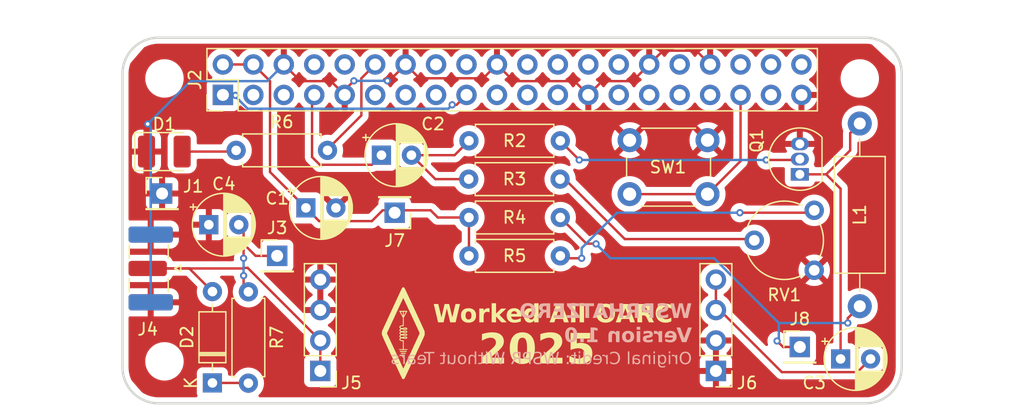
<source format=kicad_pcb>
(kicad_pcb (version 20240108) (generator "pcbnew") (generator_version "8.0")
  (layers (0 "F.Cu" signal) (31 "B.Cu" signal) (34 "B.Paste" user) (35 "F.Paste" user) (36 "B.SilkS" user "B.Silkscreen") (37 "F.SilkS" user "F.Silkscreen") (38 "B.Mask" user) (39 "F.Mask" user) (44 "Edge.Cuts" user))
  (net 0 "")
  (net 1 "GND")
  (net 2 "Net-(C2-Pad2)")
  (net 3 "Net-(J2-GCLK0{slash}GPIO4)")
  (net 4 "Net-(Q1-D)")
  (net 5 "Net-(D1-A)")
  (net 6 "Net-(D2-A)")
  (net 7 "Net-(D2-K)")
  (net 12 "Net-(J2-3V3-Pad1)")
  (net 14 "Net-(J2-GPIO19{slash}MISO1)")
  (net 28 "Net-(J2-GPIO18{slash}PWM0)")
  (net 36 "Net-(Q1-G)")
  (net 37 "Net-(J7-Pin_1)")
  (net 38 "Net-(J6-Pin_3)")
  (net 39 "Net-(J8-Pin_1)")
  (net 40 "Net-(R3-Pad1)")
  (net 41 "Net-(R5-Pad2)")
  (net 42 "Net-(J3-Pin_1)")
  (footprint "Capacitor_THT:CP_Radial_D5.0mm_P2.50mm" (layer "F.Cu") (at 181.1 39.8)
    (property "Reference" "C2")
    (property "Value" "100n")
  )
  (footprint "Capacitor_THT:CP_Radial_D5.0mm_P2.50mm" (layer "F.Cu") (at 174.8 44.2)
    (property "Reference" "C1")
    (property "Value" "47uF")
  )
  (footprint "Connector_PinHeader_2.54mm:PinHeader_1x01_P2.54mm_Vertical" (layer "F.Cu") (at 172.4 48.2)
    (property "Reference" "J3")
    (property "Value" "TP2")
  )
  (footprint "Button_Switch_THT:SW_PUSH_6mm" (layer "F.Cu") (at 201.8 38.55)
    (property "Reference" "SW1")
    (property "Value" "SW_Push_Dual")
  )
  (footprint "Capacitor_THT:CP_Radial_D5.0mm_P2.50mm" (layer "F.Cu") (at 219.4 56.8)
    (property "Reference" "C3")
    (property "Value" "100n")
  )
  (footprint "Connector_PinHeader_2.54mm:PinHeader_2x20_P2.54mm_Vertical" (layer "F.Cu") (at 167.875 34.775 90)
    (property "Reference" "J2")
    (property "Value" "Raspberry_Pi_2_3")
  )
  (footprint "Inductor_THT:L_Axial_L9.5mm_D4.0mm_P15.24mm_Horizontal_Fastron_SMCC" (layer "F.Cu") (at 221 52.4 90)
    (property "Reference" "L1")
    (property "Value" "FT37-43:4Turns 4\"")
  )
  (footprint "Connector_PinHeader_2.54mm:PinHeader_1x01_P2.54mm_Vertical" (layer "F.Cu") (at 216 55.8)
    (property "Reference" "J8")
    (property "Value" "TP2")
  )
  (footprint "Resistor_THT:R_Axial_DIN0207_L6.3mm_D2.5mm_P7.62mm_Horizontal" (layer "F.Cu") (at 188.4 38.6)
    (property "Reference" "R2")
    (property "Value" "47")
  )
  (footprint "Connector_PinHeader_2.54mm:PinHeader_1x04_P2.54mm_Vertical" (layer "F.Cu") (at 209 57.8 180)
    (property "Reference" "J6")
    (property "Value" "LPF_IN")
  )
  (footprint "Connector_Coaxial:SMA_Samtec_SMA-J-P-H-ST-EM1_EdgeMount" (layer "F.Cu") (at 161.6 49.25 180)
    (property "Reference" "J4")
    (property "Value" "Conn_Coaxial")
  )
  (footprint "Diode_THT:D_DO-35_SOD27_P7.62mm_Horizontal" (layer "F.Cu") (at 167 58.8 90)
    (property "Reference" "D2")
    (property "Value" "1N4148")
  )
  (footprint "Connector_PinHeader_2.54mm:PinHeader_1x01_P2.54mm_Vertical" (layer "F.Cu") (at 182.2 44.6 180)
    (property "Reference" "J7")
    (property "Value" "TP1")
  )
  (footprint "Resistor_THT:R_Axial_DIN0207_L6.3mm_D2.5mm_P7.62mm_Horizontal" (layer "F.Cu") (at 196 41.8 180)
    (property "Reference" "R3")
    (property "Value" "20K")
  )
  (footprint "Connector_PinHeader_2.54mm:PinHeader_1x04_P2.54mm_Vertical" (layer "F.Cu") (at 176 57.8 180)
    (property "Reference" "J5")
    (property "Value" "LPF_OUT")
  )
  (footprint "LED_SMD:LED_1210_3225Metric_Pad1.42x2.65mm_HandSolder" (layer "F.Cu") (at 162.9875 39.5)
    (property "Reference" "D1")
    (property "Value" "LED")
  )
  (footprint "Capacitor_THT:CP_Radial_D5.0mm_P2.50mm" (layer "F.Cu") (at 166.7 45.6)
    (property "Reference" "C4")
    (property "Value" "100n")
  )
  (footprint "Connector_PinHeader_2.54mm:PinHeader_1x01_P2.54mm_Vertical" (layer "F.Cu") (at 162.8 43)
    (property "Reference" "J1")
    (property "Value" "TP2")
  )
  (footprint "MountingHole:MountingHole_2.7mm_M2.5_ISO7380" (layer "F.Cu") (at 163 33.4)
    (property "Reference" "REF**" (hide yes))
    (property "Value" "MountingHole_2.7mm_M2.5_ISO7380")
  )
  (footprint "Resistor_THT:R_Axial_DIN0207_L6.3mm_D2.5mm_P7.62mm_Horizontal" (layer "F.Cu") (at 170 51.2 -90)
    (property "Reference" "R7")
    (property "Value" "2K")
  )
  (footprint "Resistor_THT:R_Axial_DIN0207_L6.3mm_D2.5mm_P7.62mm_Horizontal" (layer "F.Cu") (at 188.4 45)
    (property "Reference" "R4")
    (property "Value" "1")
  )
  (footprint "MountingHole:MountingHole_2.7mm_M2.5_ISO7380" (layer "F.Cu") (at 163 57)
    (property "Reference" "REF**" (hide yes))
    (property "Value" "MountingHole_2.7mm_M2.5_ISO7380")
  )
  (footprint "Resistor_THT:R_Axial_DIN0207_L6.3mm_D2.5mm_P7.62mm_Horizontal" (layer "F.Cu") (at 168.98 39.4)
    (property "Reference" "R6")
    (property "Value" "270")
  )
  (footprint "Package_TO_SOT_THT:TO-92_Inline" (layer "F.Cu") (at 216 41.4 90)
    (property "Reference" "Q1")
    (property "Value" "BS170")
  )
  (footprint "Potentiometer_THT:Potentiometer_Piher_PT-6-V_Vertical" (layer "F.Cu") (at 217.2 44.4 180)
    (property "Reference" "RV1")
    (property "Value" "20K")
  )
  (footprint "Resistor_THT:R_Axial_DIN0207_L6.3mm_D2.5mm_P7.62mm_Horizontal" (layer "F.Cu") (at 188.4 48.2)
    (property "Reference" "R5")
    (property "Value" "15K")
  )
  (footprint "MountingHole:MountingHole_2.7mm_M2.5_ISO7380" (layer "F.Cu") (at 221 33.4)
    (property "Reference" "REF**" (hide yes))
    (property "Value" "MountingHole_2.7mm_M2.5_ISO7380")
  )
  (gr_poly (pts (xy 183.055299 54.250322) (xy 183.073565 54.251162) (xy 183.092142 54.252486) (xy 183.110506 54.254252) (xy 183.128128 54.256414) (xy 183.144484 54.258929) (xy 183.159046 54.261753) (xy 183.171289 54.264842) (xy 183.180685 54.268152) (xy 183.184151 54.269876) (xy 183.186709 54.271638) (xy 183.188292 54.273434) (xy 183.188834 54.275257) (xy 183.188233 54.277466) (xy 183.186478 54.279639) (xy 183.183643 54.281768) (xy 183.179799 54.283848) (xy 183.169376 54.287834) (xy 183.155789 54.291545) (xy 183.139617 54.29493) (xy 183.121442 54.297936) (xy 183.101842 54.300513) (xy 183.081398 54.302609) (xy 183.06069 54.304172) (xy 183.040298 54.305151) (xy 183.020802 54.305494) (xy 183.002781 54.30515) (xy 182.986817 54.304067) (xy 182.973487 54.302193) (xy 182.963374 54.299478) (xy 182.959704 54.297788) (xy 182.957056 54.295869) (xy 182.956378 54.295279) (xy 182.955562 54.294684) (xy 182.95462 54.294087) (xy 182.953561 54.293493) (xy 182.952396 54.292906) (xy 182.951138 54.292331) (xy 182.949796 54.291771) (xy 182.948381 54.291232) (xy 182.946905 54.290716) (xy 182.945377 54.290229) (xy 182.94381 54.289775) (xy 182.942214 54.289357) (xy 182.9406 54.288981) (xy 182.938978 54.288651) (xy 182.93736 54.28837) (xy 182.935757 54.288143) (xy 182.933271 54.287758) (xy 182.930998 54.287303) (xy 182.928936 54.286781) (xy 182.92708 54.286199) (xy 182.925429 54.28556) (xy 182.92398 54.284871) (xy 182.92273 54.284136) (xy 182.921676 54.28336) (xy 182.920816 54.282548) (xy 182.920146 54.281706) (xy 182.919665 54.280838) (xy 182.919369 54.279949) (xy 182.919255 54.279045) (xy 182.919321 54.27813) (xy 182.919565 54.27721) (xy 182.919982 54.27629) (xy 182.920242 54.275886) (xy 182.936538 54.275886) (xy 182.936712 54.276524) (xy 182.937063 54.277184) (xy 182.937592 54.277864) (xy 182.938297 54.278562) (xy 182.939178 54.279276) (xy 182.940234 54.280005) (xy 182.941464 54.280746) (xy 182.944443 54.282259) (xy 182.94811 54.283799) (xy 182.952458 54.285352) (xy 182.957481 54.286901) (xy 182.963173 54.288433) (xy 182.97988 54.291946) (xy 182.998091 54.294556) (xy 183.017359 54.296316) (xy 183.037238 54.297278) (xy 183.057281 54.297493) (xy 183.077041 54.297014) (xy 183.096071 54.295892) (xy 183.113924 54.29418) (xy 183.130153 54.29193) (xy 183.144313 54.289193) (xy 183.155955 54.286021) (xy 183.160692 54.284289) (xy 183.164633 54.282467) (xy 183.16772 54.280563) (xy 183.1699 54.278583) (xy 183.171114 54.276533) (xy 183.171309 54.274421) (xy 183.170427 54.272251) (xy 183.168413 54.270031) (xy 183.165212 54.267768) (xy 183.160767 54.265468) (xy 183.160761 54.265547) (xy 183.156028 54.264068) (xy 183.148889 54.262769) (xy 183.139686 54.261651) (xy 183.128762 54.260716) (xy 183.103123 54.259403) (xy 183.074713 54.258846) (xy 183.046276 54.259061) (xy 183.020553 54.260063) (xy 183.009566 54.260863) (xy 183.000287 54.261867) (xy 182.993056 54.263074) (xy 182.988219 54.264489) (xy 182.986857 54.265034) (xy 182.98533 54.265569) (xy 182.983653 54.266089) (xy 182.981843 54.266592) (xy 182.977892 54.267534) (xy 182.97361 54.268373) (xy 182.969128 54.269086) (xy 182.96458 54.269648) (xy 182.960099 54.270037) (xy 182.955818 54.27023) (xy 182.95083 54.270446) (xy 182.946597 54.270855) (xy 182.944762 54.271127) (xy 182.943114 54.271442) (xy 182.941651 54.271798) (xy 182.940372 54.272193) (xy 182.939278 54.272624) (xy 182.938368 54.273091) (xy 182.93764 54.273591) (xy 182.937094 54.274122) (xy 182.936728 54.274683) (xy 182.936544 54.275272) (xy 182.936538 54.275886) (xy 182.920242 54.275886) (xy 182.920571 54.275374) (xy 182.921329 54.274468) (xy 182.922252 54.273576) (xy 182.923339 54.272705) (xy 182.924587 54.271858) (xy 182.925992 54.271041) (xy 182.927552 54.270259) (xy 182.929264 54.269517) (xy 182.931126 54.26882) (xy 182.933135 54.268173) (xy 182.935287 54.267582) (xy 182.937581 54.26705) (xy 182.940013 54.266584) (xy 182.942581 54.266188) (xy 182.945282 54.265867) (xy 182.948113 54.265627) (xy 182.950972 54.265396) (xy 182.95381 54.265114) (xy 182.95661 54.264783) (xy 182.959356 54.264408) (xy 182.962029 54.263994) (xy 182.964613 54.263543) (xy 182.967091 54.263059) (xy 182.969444 54.262548) (xy 182.971657 54.262011) (xy 182.973711 54.261455) (xy 182.975589 54.260881) (xy 182.977275 54.260295) (xy 182.978751 54.2597) (xy 182.979999 54.2591) (xy 182.981002 54.258499) (xy 182.981407 54.258199) (xy 182.981744 54.257901) (xy 182.981739 54.257927) (xy 182.983942 54.256335) (xy 182.987078 54.254934) (xy 182.995887 54.25269) (xy 183.00764 54.251151) (xy 183.021811 54.250273) (xy 183.037873 54.250011)) (stroke (width -0.000001)) (fill solid) (layer "F.SilkS"))
  (gr_poly (pts (xy 182.805893 54.820527) (xy 182.811207 54.820849) (xy 182.816013 54.821394) (xy 182.820186 54.822165) (xy 182.823602 54.823167) (xy 182.824988 54.823755) (xy 182.826138 54.824403) (xy 182.827037 54.825111) (xy 182.827669 54.82588) (xy 182.828169 54.826512) (xy 182.828868 54.827126) (xy 182.829751 54.827719) (xy 182.830808 54.828287) (xy 182.832026 54.828828) (xy 182.83339 54.829339) (xy 182.83489 54.829815) (xy 182.836513 54.830255) (xy 182.838245 54.830655) (xy 182.840074 54.831012) (xy 182.841988 54.831322) (xy 182.843973 54.831584) (xy 182.846018 54.831792) (xy 182.848109 54.831945) (xy 182.850234 54.832039) (xy 182.852381 54.832071) (xy 182.854527 54.832103) (xy 182.856652 54.832196) (xy 182.858742 54.832347) (xy 182.860785 54.832554) (xy 182.862768 54.832813) (xy 182.86468 54.833122) (xy 182.866507 54.833476) (xy 182.868236 54.833874) (xy 182.869856 54.834311) (xy 182.871353 54.834785) (xy 182.872716 54.835294) (xy 182.873931 54.835833) (xy 182.874987 54.8364) (xy 182.87545 54.836692) (xy 182.875869 54.836991) (xy 182.876242 54.837295) (xy 182.876567 54.837604) (xy 182.876842 54.837918) (xy 182.877067 54.838236) (xy 182.877567 54.838863) (xy 182.878265 54.839473) (xy 182.879149 54.840062) (xy 182.880206 54.840628) (xy 182.881423 54.841166) (xy 182.882788 54.841675) (xy 182.884288 54.84215) (xy 182.88591 54.842588) (xy 182.887642 54.842987) (xy 182.889472 54.843343) (xy 182.891385 54.843653) (xy 182.893371 54.843914) (xy 182.895416 54.844122) (xy 182.897507 54.844275) (xy 182.899632 54.844369) (xy 182.901779 54.844401) (xy 182.903925 54.844433) (xy 182.906049 54.844528) (xy 182.908139 54.844682) (xy 182.910183 54.844892) (xy 182.912166 54.845154) (xy 182.914077 54.845467) (xy 182.915904 54.845825) (xy 182.917634 54.846226) (xy 182.919254 54.846667) (xy 182.920751 54.847145) (xy 182.922114 54.847655) (xy 182.923329 54.848196) (xy 182.924384 54.848763) (xy 182.924848 54.849055) (xy 182.925267 54.849353) (xy 182.92564 54.849657) (xy 182.925964 54.849964) (xy 182.92624 54.850276) (xy 182.926464 54.850592) (xy 182.926994 54.851219) (xy 182.927784 54.851829) (xy 182.928819 54.852418) (xy 182.930082 54.852984) (xy 182.931559 54.853522) (xy 182.933233 54.854031) (xy 182.935088 54.854506) (xy 182.937109 54.854944) (xy 182.93928 54.855343) (xy 182.941584 54.855699) (xy 182.944006 54.856009) (xy 182.94653 54.85627) (xy 182.949141 54.856478) (xy 182.951821 54.856631) (xy 182.954557 54.856725) (xy 182.957331 54.856757) (xy 182.960107 54.856787) (xy 182.962844 54.856876) (xy 182.965526 54.85702) (xy 182.968137 54.857216) (xy 182.97066 54.857462) (xy 182.973079 54.857754) (xy 182.975378 54.85809) (xy 182.977541 54.858467) (xy 182.979551 54.858881) (xy 182.981392 54.859329) (xy 182.983048 54.859809) (xy 182.984502 54.860317) (xy 182.985739 54.860852) (xy 182.98627 54.861127) (xy 182.986742 54.861408) (xy 182.98715 54.861694) (xy 182.987494 54.861985) (xy 182.987771 54.862279) (xy 182.98798 54.862578) (xy 182.988243 54.863146) (xy 182.988297 54.863659) (xy 182.988149 54.864119) (xy 182.987805 54.864525) (xy 182.986549 54.865181) (xy 182.984577 54.865629) (xy 182.981934 54.865876) (xy 182.978666 54.865924) (xy 182.974821 54.865777) (xy 182.970444 54.865442) (xy 182.960281 54.864218) (xy 182.948547 54.862287) (xy 182.935612 54.859683) (xy 182.921847 54.856439) (xy 182.872466 54.843978) (xy 182.86078 54.840965) (xy 182.848363 54.837634) (xy 182.836697 54.834393) (xy 182.827267 54.831648) (xy 182.819772 54.829736) (xy 182.812089 54.828493) (xy 182.804222 54.827917) (xy 182.796173 54.828008) (xy 182.787946 54.828764) (xy 182.779545 54.830184) (xy 182.770972 54.832267) (xy 182.762232 54.835012) (xy 182.753328 54.838418) (xy 182.744262 54.842484) (xy 182.735038 54.847207) (xy 182.72566 54.852588) (xy 182.716132 54.858626) (xy 182.706455 54.865318) (xy 182.696634 54.872664) (xy 182.686673 54.880662) (xy 182.684322 54.882766) (xy 182.682274 54.884923) (xy 182.680527 54.887133) (xy 182.679082 54.889396) (xy 182.677937 54.891712) (xy 182.677094 54.894078) (xy 182.67655 54.896496) (xy 182.676306 54.898965) (xy 182.676361 54.901484) (xy 182.676716 54.904053) (xy 182.677369 54.906671) (xy 182.67832 54.909339) (xy 182.679569 54.912054) (xy 182.681116 54.914817) (xy 182.682959 54.917628) (xy 182.6851 54.920485) (xy 182.690269 54.926339) (xy 182.696621 54.932375) (xy 182.704152 54.938589) (xy 182.712859 54.944977) (xy 182.722739 54.951535) (xy 182.73379 54.95826) (xy 182.746007 54.965148) (xy 182.759388 54.972195) (xy 182.78982 54.987699) (xy 182.830368 54.975185) (xy 182.857617 54.96697) (xy 182.88428 54.959418) (xy 182.913416 54.951695) (xy 182.948081 54.942969) (xy 182.955097 54.941316) (xy 182.9622 54.939806) (xy 182.969307 54.938443) (xy 182.976337 54.937236) (xy 182.983209 54.936188) (xy 182.989843 54.935308) (xy 182.996156 54.9346) (xy 183.002069 54.934072) (xy 183.007499 54.933729) (xy 183.012366 54.933578) (xy 183.016588 54.933625) (xy 183.020085 54.933875) (xy 183.021536 54.934079) (xy 183.022775 54.934336) (xy 183.023792 54.934647) (xy 183.024577 54.935013) (xy 183.02512 54.935435) (xy 183.025411 54.935913) (xy 183.025438 54.936449) (xy 183.025194 54.937042) (xy 183.024636 54.937669) (xy 183.023755 54.938277) (xy 183.022571 54.938864) (xy 183.021102 54.939426) (xy 183.019367 54.93996) (xy 183.017386 54.940464) (xy 183.015178 54.940934) (xy 183.012761 54.941368) (xy 183.007377 54.942113) (xy 183.001387 54.942675) (xy 182.994943 54.94303) (xy 182.988197 54.943154) (xy 182.984793 54.943186) (xy 182.981446 54.94328) (xy 182.978175 54.943433) (xy 182.974998 54.943641) (xy 182.971936 54.943902) (xy 182.969006 54.944213) (xy 182.966228 54.94457) (xy 182.963621 54.94497) (xy 182.961203 54.94541) (xy 182.958993 54.945886) (xy 182.95701 54.946397) (xy 182.955273 54.946938) (xy 182.953801 54.947506) (xy 182.95317 54.9478) (xy 182.952613 54.948099) (xy 182.952131 54.948404) (xy 182.951727 54.948713) (xy 182.951404 54.949027) (xy 182.951163 54.949345) (xy 182.950663 54.949973) (xy 182.949965 54.950582) (xy 182.949081 54.951172) (xy 182.948024 54.951737) (xy 182.946807 54.952276) (xy 182.945442 54.952784) (xy 182.943942 54.953259) (xy 182.94232 54.953698) (xy 182.940588 54.954097) (xy 182.938758 54.954453) (xy 182.936845 54.954762) (xy 182.934859 54.955023) (xy 182.932814 54.955232) (xy 182.930723 54.955384) (xy 182.928598 54.955478) (xy 182.926451 54.95551) (xy 182.924305 54.955542) (xy 182.92218 54.955636) (xy 182.92009 54.955789) (xy 182.918047 54.955997) (xy 182.916064 54.956258) (xy 182.914152 54.956568) (xy 182.912326 54.956924) (xy 182.910596 54.957323) (xy 182.908976 54.957761) (xy 182.907479 54.958236) (xy 182.906116 54.958744) (xy 182.904901 54.959283) (xy 182.903846 54.959848) (xy 182.903382 54.96014) (xy 182.902963 54.960438) (xy 182.90259 54.96074) (xy 182.902266 54.961048) (xy 182.90199 54.961359) (xy 182.901766 54.961675) (xy 182.901265 54.962307) (xy 182.900567 54.962921) (xy 182.899683 54.963514) (xy 182.898626 54.964082) (xy 182.897409 54.964623) (xy 182.896044 54.965134) (xy 182.894544 54.96561) (xy 182.892922 54.96605) (xy 182.89119 54.96645) (xy 182.889361 54.966807) (xy 182.887447 54.967118) (xy 182.885461 54.967379) (xy 182.883417 54.967587) (xy 182.881325 54.96774) (xy 182.8792 54.967834) (xy 182.877054 54.967866) (xy 182.874907 54.967898) (xy 182.872783 54.967991) (xy 182.870693 54.968143) (xy 182.86865 54.968349) (xy 182.866666 54.968608) (xy 182.864755 54.968917) (xy 182.862928 54.969271) (xy 182.861198 54.969669) (xy 182.859579 54.970106) (xy 182.858081 54.970581) (xy 182.856718 54.971089) (xy 182.855503 54.971628) (xy 182.854448 54.972195) (xy 182.853984 54.972488) (xy 182.853565 54.972786) (xy 182.853193 54.97309) (xy 182.852868 54.973399) (xy 182.852592 54.973713) (xy 182.852368 54.974031) (xy 182.8519 54.974663) (xy 182.851296 54.975277) (xy 182.850566 54.97587) (xy 182.84972 54.976438) (xy 182.848765 54.97698) (xy 182.847712 54.97749) (xy 182.846571 54.977967) (xy 182.84535 54.978407) (xy 182.844059 54.978807) (xy 182.842707 54.979163) (xy 182.841304 54.979474) (xy 182.839859 54.979735) (xy 182.838381 54.979943) (xy 182.836881 54.980096) (xy 182.835366 54.98019) (xy 182.833847 54.980222) (xy 182.832328 54.980254) (xy 182.830814 54.980347) (xy 182.829313 54.980499) (xy 182.827835 54.980706) (xy 182.82639 54.980965) (xy 182.824987 54.981273) (xy 182.823635 54.981627) (xy 182.822344 54.982025) (xy 182.821123 54.982462) (xy 182.819982 54.982937) (xy 182.818929 54.983445) (xy 182.817974 54.983984) (xy 182.817537 54.984264) (xy 182.817128 54.984551) (xy 182.816747 54.984844) (xy 182.816398 54.985143) (xy 182.816079 54.985447) (xy 182.815794 54.985756) (xy 182.815543 54.986069) (xy 182.815326 54.986387) (xy 182.814295 54.987648) (xy 182.812912 54.988686) (xy 182.811198 54.98951) (xy 182.809176 54.990127) (xy 182.806865 54.990543) (xy 182.804287 54.990766) (xy 182.798417 54.990662) (xy 182.791735 54.989871) (xy 182.78441 54.988449) (xy 182.776613 54.986455) (xy 182.768514 54.983945) (xy 182.760283 54.980976) (xy 182.752088 54.977605) (xy 182.744102 54.97389) (xy 182.736493 54.969887) (xy 182.729431 54.965653) (xy 182.723086 54.961246) (xy 182.717629 54.956723) (xy 182.715286 54.954435) (xy 182.713229 54.95214) (xy 182.712436 54.951223) (xy 182.7116 54.950334) (xy 182.710728 54.949475) (xy 182.709826 54.948651) (xy 182.708903 54.947867) (xy 182.707965 54.947127) (xy 182.707019 54.946437) (xy 182.706072 54.945799) (xy 182.705131 54.94522) (xy 182.704203 54.944704) (xy 182.703296 54.944254) (xy 182.702416 54.943876) (xy 182.701571 54.943574) (xy 182.700767 54.943353) (xy 182.700012 54.943217) (xy 182.699654 54.943182) (xy 182.699312 54.94317) (xy 182.69813 54.943111) (xy 182.696927 54.942935) (xy 182.695709 54.942648) (xy 182.694478 54.942255) (xy 182.693238 54.94176) (xy 182.691993 54.941167) (xy 182.690747 54.940483) (xy 182.689504 54.93971) (xy 182.68704 54.93792) (xy 182.684632 54.935836) (xy 182.682309 54.933495) (xy 182.680103 54.930935) (xy 182.678043 54.928192) (xy 182.67616 54.925306) (xy 182.674483 54.922314) (xy 182.673044 54.919252) (xy 182.671871 54.916159) (xy 182.671395 54.914613) (xy 182.670997 54.913073) (xy 182.67068 54.911544) (xy 182.67045 54.910031) (xy 182.670308 54.908538) (xy 182.67026 54.90707) (xy 182.670339 54.905574) (xy 182.67057 54.903973) (xy 182.670944 54.902277) (xy 182.671455 54.900496) (xy 182.672095 54.898641) (xy 182.672856 54.896721) (xy 182.674708 54.892725) (xy 182.67695 54.888591) (xy 182.679519 54.884397) (xy 182.682354 54.880223) (xy 182.685391 54.87615) (xy 182.688569 54.872256) (xy 182.691825 54.868623) (xy 182.695097 54.865329) (xy 182.698322 54.862455) (xy 182.699898 54.861201) (xy 182.701439 54.860081) (xy 182.702936 54.859106) (xy 182.704384 54.858286) (xy 182.705773 54.857631) (xy 182.707096 54.857151) (xy 182.708344 54.856855) (xy 182.709512 54.856754) (xy 182.710188 54.856701) (xy 182.710961 54.856546) (xy 182.711821 54.856292) (xy 182.71276 54.855947) (xy 182.713769 54.855515) (xy 182.714839 54.855001) (xy 182.71596 54.85441) (xy 182.717125 54.853748) (xy 182.718324 54.85302) (xy 182.719548 54.852231) (xy 182.720788 54.851387) (xy 182.722035 54.850492) (xy 182.723281 54.849553) (xy 182.724517 54.848573) (xy 182.725733 54.847559) (xy 182.726921 54.846515) (xy 182.729484 54.8443) (xy 182.732419 54.84193) (xy 182.735626 54.83948) (xy 182.738999 54.837023) (xy 182.742437 54.834633) (xy 182.745837 54.832383) (xy 182.749095 54.830349) (xy 182.752109 54.828602) (xy 182.752107 54.828578) (xy 182.753792 54.827725) (xy 182.755677 54.826915) (xy 182.759979 54.825431) (xy 182.764891 54.824131) (xy 182.770288 54.823018) (xy 182.776045 54.822098) (xy 182.782038 54.821374) (xy 182.788144 54.82085) (xy 182.794238 54.820532) (xy 182.800196 54.820423)) (stroke (width -0.000001)) (fill solid) (layer "F.SilkS"))
  (gr_poly (pts (xy 183.041202 52.856651) (xy 183.070093 52.858291) (xy 183.09603 52.860797) (xy 183.106918 52.862336) (xy 183.115899 52.864046) (xy 183.122586 52.865911) (xy 183.124947 52.866897) (xy 183.126588 52.867915) (xy 183.139817 52.87871) (xy 183.112467 52.933093) (xy 183.10679 52.944231) (xy 183.101147 52.955032) (xy 183.095686 52.965232) (xy 183.090555 52.974563) (xy 183.085903 52.982762) (xy 183.081878 52.989562) (xy 183.078628 52.994699) (xy 183.07734 52.99656) (xy 183.076301 52.997905) (xy 183.074057 53.000976) (xy 183.071049 53.005728) (xy 183.067408 53.011922) (xy 183.063265 53.019319) (xy 183.058752 53.027678) (xy 183.054 53.036761) (xy 183.04914 53.046327) (xy 183.044302 53.056137) (xy 183.039528 53.065815) (xy 183.034851 53.074985) (xy 183.030388 53.083435) (xy 183.026258 53.090952) (xy 183.022579 53.097323) (xy 183.020946 53.100012) (xy 183.01947 53.102336) (xy 183.018167 53.104266) (xy 183.01705 53.105777) (xy 183.016135 53.106842) (xy 183.015757 53.107199) (xy 183.015436 53.107434) (xy 183.014796 53.107927) (xy 183.014051 53.108674) (xy 183.01321 53.109661) (xy 183.012284 53.110873) (xy 183.010208 53.113908) (xy 183.007896 53.117657) (xy 183.00542 53.121997) (xy 183.002853 53.126805) (xy 183.000267 53.131959) (xy 182.997736 53.137335) (xy 182.995205 53.1427) (xy 182.99267 53.147697) (xy 182.990138 53.15232) (xy 182.987616 53.156562) (xy 182.986361 53.158538) (xy 182.985111 53.160415) (xy 182.983867 53.162194) (xy 182.982631 53.163873) (xy 182.981401 53.165452) (xy 182.980181 53.166929) (xy 182.97897 53.168304) (xy 182.977769 53.169576) (xy 182.97658 53.170743) (xy 182.975403 53.171806) (xy 182.974238 53.172762) (xy 182.973088 53.173612) (xy 182.971952 53.174355) (xy 182.970833 53.174989) (xy 182.969729 53.175513) (xy 182.968643 53.175927) (xy 182.967575 53.176231) (xy 182.966527 53.176422) (xy 182.965498 53.1765) (xy 182.96449 53.176465) (xy 182.963505 53.176315) (xy 182.962541 53.176049) (xy 182.961601 53.175667) (xy 182.960686 53.175168) (xy 182.959391 53.170992) (xy 182.95822 53.160699) (xy 182.956273 53.125244) (xy 182.954896 53.075756) (xy 182.954138 53.01919) (xy 182.954075 52.978828) (xy 182.961363 52.978828) (xy 182.962739 53.062337) (xy 182.964107 53.09943) (xy 182.965904 53.128697) (xy 182.96974 53.174996) (xy 182.984398 53.147228) (xy 182.987561 53.141332) (xy 182.990928 53.135223) (xy 182.994396 53.129078) (xy 182.997862 53.123075) (xy 183.001223 53.11739) (xy 183.004374 53.1122) (xy 183.007214 53.107682) (xy 183.009639 53.104014) (xy 183.014052 53.097192) (xy 183.019838 53.087522) (xy 183.036945 53.057063) (xy 183.063786 53.00749) (xy 183.103188 52.933653) (xy 183.109103 52.922282) (xy 183.114456 52.911511) (xy 183.119146 52.90159) (xy 183.121209 52.897026) (xy 183.123068 52.892768) (xy 183.12471 52.888848) (xy 183.126121 52.885296) (xy 183.12729 52.882144) (xy 183.128202 52.879422) (xy 183.128846 52.877163) (xy 183.129209 52.875398) (xy 183.12928 52.87471) (xy 183.129277 52.874157) (xy 183.129197 52.873743) (xy 183.129038 52.873471) (xy 183.129091 52.873471) (xy 183.126428 52.872541) (xy 183.120718 52.871737) (xy 183.101898 52.870505) (xy 183.076112 52.869773) (xy 183.046843 52.869541) (xy 183.017572 52.869806) (xy 182.991784 52.870568) (xy 182.972959 52.871824) (xy 182.967246 52.872636) (xy 182.964581 52.873572) (xy 182.963713 52.87655) (xy 182.962983 52.883321) (xy 182.961926 52.906472) (xy 182.961393 52.939487) (xy 182.961363 52.978828) (xy 182.954075 52.978828) (xy 182.954049 52.962499) (xy 182.954681 52.912639) (xy 182.956083 52.876563) (xy 182.957088 52.865868) (xy 182.958305 52.861227) (xy 182.95836 52.861221) (xy 182.959693 52.860322) (xy 182.961766 52.859514) (xy 182.967936 52.858162) (xy 182.97648 52.85715) (xy 182.98701 52.856463) (xy 183.01247 52.856)) (stroke (width -0.000001)) (fill solid) (layer "F.SilkS"))
  (gr_poly (pts (xy 182.912067 56.592157) (xy 182.925858 56.592446) (xy 182.994073 56.594298) (xy 182.995925 56.635963) (xy 182.997777 56.677629) (xy 182.849065 56.677629) (xy 182.849065 56.671406) (xy 182.855196 56.671406) (xy 182.99099 56.671406) (xy 182.99099 56.597341) (xy 182.855196 56.597341) (xy 182.855196 56.671406) (xy 182.849065 56.671406) (xy 182.849065 56.638545) (xy 182.849152 56.630608) (xy 182.8494 56.623033) (xy 182.849793 56.615998) (xy 182.850039 56.612739) (xy 182.850315 56.609681) (xy 182.850619 56.606847) (xy 182.850949 56.604259) (xy 182.851302 56.60194) (xy 182.851677 56.599911) (xy 182.852072 56.598196) (xy 182.852484 56.596815) (xy 182.852911 56.595792) (xy 182.85313 56.595421) (xy 182.853351 56.595148) (xy 182.853328 56.595092) (xy 182.85412 56.59465) (xy 182.855585 56.594237) (xy 182.860384 56.593504) (xy 182.867426 56.592908) (xy 182.876413 56.592461) (xy 182.887047 56.592178) (xy 182.899031 56.592072)) (stroke (width -0.000001)) (fill solid) (layer "F.SilkS"))
  (gr_poly (pts (xy 183.079872 52.780065) (xy 183.104666 52.780231) (xy 183.122112 52.780453) (xy 183.1318 52.780725) (xy 183.133607 52.780878) (xy 183.133728 52.780958) (xy 183.133319 52.78104) (xy 183.126258 52.781393) (xy 183.110205 52.781776) (xy 183.063344 52.782372) (xy 183.009899 52.78257) (xy 182.956454 52.782372) (xy 182.909595 52.781776) (xy 182.886478 52.78104) (xy 182.88619 52.780878) (xy 182.887996 52.780725) (xy 182.897682 52.780453) (xy 182.939917 52.780065) (xy 183.009891 52.779924)) (stroke (width -0.000001)) (fill solid) (layer "F.SilkS"))
  (gr_poly (pts (xy 182.801868 54.067867) (xy 182.840084 54.068925) (xy 182.80305 54.073053) (xy 182.793149 54.074278) (xy 182.783597 54.075694) (xy 182.774401 54.077295) (xy 182.765568 54.079073) (xy 182.757104 54.081023) (xy 182.749016 54.083138) (xy 182.741312 54.085412) (xy 182.733998 54.087839) (xy 182.727082 54.090411) (xy 182.720569 54.093123) (xy 182.714468 54.095968) (xy 182.708784 54.09894) (xy 182.703525 54.102032) (xy 182.698697 54.105238) (xy 182.694309 54.108552) (xy 182.690366 54.111968) (xy 182.686875 54.115478) (xy 182.683843 54.119077) (xy 182.681278 54.122758) (xy 182.679185 54.126515) (xy 182.677573 54.130341) (xy 182.676447 54.13423) (xy 182.675816 54.138176) (xy 182.675685 54.142172) (xy 182.676061 54.146211) (xy 182.676952 54.150289) (xy 182.678365 54.154397) (xy 182.680305 54.15853) (xy 182.682781 54.162681) (xy 182.685799 54.166845) (xy 182.689366 54.171014) (xy 182.693489 54.175182) (xy 182.699108 54.180219) (xy 182.705382 54.185354) (xy 182.712193 54.190521) (xy 182.719426 54.195656) (xy 182.726963 54.200696) (xy 182.734687 54.205576) (xy 182.742482 54.210233) (xy 182.75023 54.214602) (xy 182.757815 54.21862) (xy 182.76512 54.222222) (xy 182.772027 54.225345) (xy 182.778421 54.227925) (xy 182.784183 54.229897) (xy 182.789198 54.231198) (xy 182.791389 54.231577) (xy 182.793349 54.231764) (xy 182.795063 54.231751) (xy 182.796518 54.23153) (xy 182.803155 54.22982) (xy 182.811839 54.227478) (xy 182.821442 54.224814) (xy 182.830834 54.222137) (xy 182.858248 54.214284) (xy 182.881587 54.20783) (xy 182.902003 54.202516) (xy 182.920649 54.198085) (xy 182.938677 54.194275) (xy 182.957239 54.190829) (xy 182.977489 54.187487) (xy 183.000578 54.183989) (xy 183.030083 54.179744) (xy 183.054026 54.17658) (xy 183.064234 54.175389) (xy 183.073436 54.174451) (xy 183.081763 54.17376) (xy 183.089342 54.17331) (xy 183.096302 54.173096) (xy 183.102772 54.173111) (xy 183.108881 54.17335) (xy 183.114757 54.173806) (xy 183.120529 54.174474) (xy 183.126326 54.175349) (xy 183.132276 54.176424) (xy 183.138507 54.177693) (xy 183.155843 54.181888) (xy 183.171749 54.186781) (xy 183.186244 54.192316) (xy 183.199347 54.198437) (xy 183.211074 54.205087) (xy 183.221444 54.212211) (xy 183.230475 54.219753) (xy 183.238185 54.227657) (xy 183.244592 54.235866) (xy 183.249714 54.244325) (xy 183.253568 54.252978) (xy 183.256172 54.261769) (xy 183.257546 54.270641) (xy 183.257706 54.279539) (xy 183.25667 54.288407) (xy 183.254457 54.297189) (xy 183.251084 54.305828) (xy 183.246569 54.31427) (xy 183.240931 54.322456) (xy 183.234187 54.330333) (xy 183.226355 54.337843) (xy 183.217453 54.344931) (xy 183.2075 54.351541) (xy 183.196512 54.357617) (xy 183.184508 54.363102) (xy 183.171507 54.367941) (xy 183.157525 54.372078) (xy 183.142581 54.375457) (xy 183.126692 54.378021) (xy 183.109878 54.379715) (xy 183.092155 54.380483) (xy 183.073542 54.380268) (xy 183.019093 54.378151) (xy 183.078907 54.376828) (xy 183.091001 54.376444) (xy 183.102432 54.375845) (xy 183.107818 54.375475) (xy 183.112941 54.375062) (xy 183.117769 54.37461) (xy 183.122268 54.374123) (xy 183.126406 54.373604) (xy 183.130151 54.373058) (xy 183.13347 54.372487) (xy 183.136331 54.371895) (xy 183.138701 54.371286) (xy 183.140547 54.370664) (xy 183.141264 54.370349) (xy 183.141838 54.370032) (xy 183.142264 54.369713) (xy 183.14254 54.369394) (xy 183.142983 54.368762) (xy 183.143523 54.368148) (xy 183.144153 54.367555) (xy 183.144866 54.366986) (xy 183.145653 54.366445) (xy 183.146508 54.365935) (xy 183.147423 54.365458) (xy 183.14839 54.365018) (xy 183.149402 54.364618) (xy 183.150452 54.364261) (xy 183.151532 54.363951) (xy 183.152634 54.36369) (xy 183.153751 54.363481) (xy 183.154876 54.363328) (xy 183.156001 54.363234) (xy 183.157118 54.363202) (xy 183.159285 54.363111) (xy 183.161614 54.362843) (xy 183.164092 54.362407) (xy 183.166706 54.36181) (xy 183.172288 54.360165) (xy 183.178253 54.357974) (xy 183.184496 54.355301) (xy 183.190909 54.35221) (xy 183.197388 54.348766) (xy 183.203824 54.345032) (xy 183.210113 54.341073) (xy 183.216148 54.336953) (xy 183.221822 54.332737) (xy 183.227029 54.328488) (xy 183.231664 54.324271) (xy 183.235619 54.320151) (xy 183.237308 54.318147) (xy 183.238788 54.316191) (xy 183.240045 54.314291) (xy 183.241065 54.312455) (xy 183.243414 54.307275) (xy 183.245334 54.302042) (xy 183.246835 54.296769) (xy 183.247927 54.291472) (xy 183.248621 54.286164) (xy 183.248926 54.280859) (xy 183.248853 54.275571) (xy 183.248411 54.270315) (xy 183.247611 54.265105) (xy 183.246463 54.259956) (xy 183.244978 54.25488) (xy 183.243164 54.249893) (xy 183.241034 54.245008) (xy 183.238595 54.24024) (xy 183.23586 54.235603) (xy 183.232837 54.231112) (xy 183.229537 54.226779) (xy 183.225971 54.222621) (xy 183.222148 54.21865) (xy 183.218078 54.21488) (xy 183.213772 54.211327) (xy 183.209239 54.208004) (xy 183.204491 54.204926) (xy 183.199536 54.202106) (xy 183.194386 54.199559) (xy 183.189049 54.197299) (xy 183.183538 54.19534) (xy 183.17786 54.193696) (xy 183.172028 54.192382) (xy 183.16605 54.191412) (xy 183.159937 54.190799) (xy 183.1537 54.190559) (xy 183.151676 54.190507) (xy 183.14967 54.190395) (xy 183.147694 54.190224) (xy 183.145761 54.189998) (xy 183.143882 54.189721) (xy 183.142068 54.189396) (xy 183.140333 54.189026) (xy 183.138688 54.188614) (xy 183.137145 54.188164) (xy 183.135716 54.187679) (xy 183.134412 54.187161) (xy 183.133247 54.186615) (xy 183.132232 54.186044) (xy 183.131784 54.185749) (xy 183.131378 54.18545) (xy 183.131016 54.185146) (xy 183.130698 54.184837) (xy 183.130428 54.184525) (xy 183.130205 54.184209) (xy 183.129627 54.183577) (xy 183.128696 54.182963) (xy 183.127433 54.18237) (xy 183.125857 54.181802) (xy 183.123989 54.181261) (xy 183.121851 54.18075) (xy 183.119461 54.180273) (xy 183.116842 54.179833) (xy 183.110995 54.179077) (xy 183.104475 54.178505) (xy 183.097446 54.178144) (xy 183.090073 54.178018) (xy 183.086357 54.17805) (xy 183.082707 54.178144) (xy 183.079142 54.178297) (xy 183.075684 54.178505) (xy 183.072352 54.178766) (xy 183.069169 54.179077) (xy 183.066153 54.179434) (xy 183.063325 54.179833) (xy 183.060707 54.180273) (xy 183.058318 54.18075) (xy 183.05618 54.181261) (xy 183.054312 54.181802) (xy 183.052735 54.18237) (xy 183.05147 54.182963) (xy 183.05096 54.183268) (xy 183.050537 54.183577) (xy 183.050201 54.183891) (xy 183.049957 54.184209) (xy 183.049363 54.184836) (xy 183.048385 54.185446) (xy 183.047045 54.186036) (xy 183.045365 54.186601) (xy 183.043367 54.18714) (xy 183.041074 54.187648) (xy 183.035688 54.188561) (xy 183.029384 54.189316) (xy 183.022341 54.189887) (xy 183.014734 54.190248) (xy 183.006742 54.190374) (xy 183.002711 54.190406) (xy 182.998754 54.1905) (xy 182.994893 54.190653) (xy 182.991152 54.190861) (xy 182.987551 54.191122) (xy 182.984113 54.191431) (xy 182.98086 54.191787) (xy 182.977814 54.192186) (xy 182.974997 54.192625) (xy 182.972431 54.1931) (xy 182.970138 54.193608) (xy 182.96814 54.194147) (xy 182.96646 54.194712) (xy 182.965119 54.195302) (xy 182.964583 54.195604) (xy 182.96414 54.195911) (xy 182.963792 54.196223) (xy 182.963544 54.196539) (xy 182.963014 54.197171) (xy 182.962224 54.197785) (xy 182.961189 54.198378) (xy 182.959926 54.198946) (xy 182.958449 54.199487) (xy 182.956775 54.199998) (xy 182.954919 54.200474) (xy 182.952899 54.200914) (xy 182.950728 54.201314) (xy 182.948424 54.201671) (xy 182.946002 54.201982) (xy 182.943478 54.202243) (xy 182.940867 54.202451) (xy 182.938187 54.202604) (xy 182.935451 54.202698) (xy 182.932677 54.20273) (xy 182.929901 54.202762) (xy 182.927164 54.202856) (xy 182.924483 54.203009) (xy 182.921872 54.203217) (xy 182.919349 54.203478) (xy 182.916928 54.203788) (xy 182.914625 54.204144) (xy 182.912456 54.204542) (xy 182.910437 54.204981) (xy 182.908583 54.205456) (xy 182.90691 54.205964) (xy 182.905434 54.206503) (xy 182.90417 54.207068) (xy 182.903623 54.20736) (xy 182.903134 54.207658) (xy 182.902707 54.20796) (xy 182.902343 54.208268) (xy 182.902044 54.208579) (xy 182.901811 54.208895) (xy 182.901332 54.209527) (xy 182.900685 54.210141) (xy 182.899881 54.210734) (xy 182.898932 54.211302) (xy 182.897849 54.211843) (xy 182.896642 54.212354) (xy 182.895323 54.212831) (xy 182.893903 54.21327) (xy 182.892393 54.21367) (xy 182.890803 54.214027) (xy 182.889145 54.214338) (xy 182.88743 54.214599) (xy 182.88567 54.214807) (xy 182.883874 54.21496) (xy 182.882054 54.215054) (xy 182.880221 54.215086) (xy 182.878388 54.215118) (xy 182.876568 54.215212) (xy 182.874772 54.215365) (xy 182.873011 54.215573) (xy 182.871296 54.215834) (xy 182.869637 54.216144) (xy 182.868047 54.2165) (xy 182.866535 54.216899) (xy 182.865114 54.217337) (xy 182.863793 54.217812) (xy 182.862584 54.218321) (xy 182.861498 54.218859) (xy 182.860547 54.219425) (xy 182.860124 54.219716) (xy 182.85974 54.220014) (xy 182.859394 54.220316) (xy 182.859089 54.220624) (xy 182.858825 54.220935) (xy 182.858605 54.221251) (xy 182.858125 54.221878) (xy 182.857478 54.222488) (xy 182.856675 54.223078) (xy 182.855726 54.223643) (xy 182.854643 54.224182) (xy 182.853436 54.22469) (xy 182.852117 54.225165) (xy 182.850697 54.225604) (xy 182.849186 54.226002) (xy 182.847597 54.226358) (xy 182.845939 54.226668) (xy 182.844224 54.226929) (xy 182.842463 54.227137) (xy 182.840667 54.22729) (xy 182.838847 54.227384) (xy 182.837014 54.227416) (xy 182.835186 54.227448) (xy 182.83337 54.227542) (xy 182.831578 54.227695) (xy 182.82982 54.227903) (xy 182.828107 54.228164) (xy 182.826451 54.228475) (xy 182.824862 54.228832) (xy 182.823352 54.229232) (xy 182.821931 54.229672) (xy 182.820612 54.230148) (xy 182.819403 54.230659) (xy 182.818318 54.2312) (xy 182.817366 54.231768) (xy 182.816944 54.232062) (xy 182.816559 54.232361) (xy 182.816214 54.232666) (xy 182.815908 54.232975) (xy 182.815645 54.233289) (xy 182.815424 54.233607) (xy 182.814291 54.235113) (xy 182.8129 54.236392) (xy 182.811261 54.237449) (xy 182.809383 54.238287) (xy 182.807277 54.23891) (xy 182.80495 54.239321) (xy 182.799677 54.239523) (xy 182.793639 54.238923) (xy 182.786913 54.237552) (xy 182.779573 54.235438) (xy 182.771696 54.232611) (xy 182.763358 54.229101) (xy 182.754634 54.224937) (xy 182.745601 54.22015) (xy 182.736334 54.214768) (xy 182.726909 54.208822) (xy 182.717402 54.202341) (xy 182.707888 54.195355) (xy 182.698444 54.187893) (xy 182.693853 54.18387) (xy 182.689724 54.179721) (xy 182.68605 54.175464) (xy 182.682823 54.171115) (xy 182.680038 54.166689) (xy 182.677686 54.162205) (xy 182.67576 54.157678) (xy 182.674254 54.153126) (xy 182.67316 54.148564) (xy 182.67247 54.144009) (xy 182.672179 54.139479) (xy 182.672278 54.134989) (xy 182.67276 54.130556) (xy 182.673619 54.126197) (xy 182.674847 54.121929) (xy 182.676437 54.117767) (xy 182.678382 54.113729) (xy 182.680675 54.109831) (xy 182.683308 54.10609) (xy 182.686275 54.102522) (xy 182.689568 54.099144) (xy 182.69318 54.095973) (xy 182.697104 54.093025) (xy 182.701332 54.090317) (xy 182.705858 54.087866) (xy 182.710675 54.085687) (xy 182.715775 54.083798) (xy 182.721152 54.082215) (xy 182.726797 54.080955) (xy 182.732704 54.080035) (xy 182.738866 54.07947) (xy 182.745275 54.079278) (xy 182.746393 54.079247) (xy 182.747517 54.079153) (xy 182.74864 54.079002) (xy 182.749756 54.078795) (xy 182.750857 54.078536) (xy 182.751935 54.078228) (xy 182.752983 54.077873) (xy 182.753993 54.077476) (xy 182.75496 54.077038) (xy 182.755874 54.076564) (xy 182.756729 54.076056) (xy 182.757517 54.075517) (xy 182.75823 54.07495) (xy 182.758557 54.074657) (xy 182.758863 54.074358) (xy 182.759146 54.074054) (xy 182.759407 54.073745) (xy 182.759643 54.073432) (xy 182.759854 54.073114) (xy 182.759836 54.073105) (xy 182.760423 54.072483) (xy 182.761383 54.071886) (xy 182.762695 54.071319) (xy 182.764335 54.070784) (xy 182.766284 54.070283) (xy 182.768519 54.06982) (xy 182.773761 54.069018) (xy 182.77989 54.068399) (xy 182.786733 54.067986) (xy 182.794116 54.067801)) (stroke (width -0.000001)) (fill solid) (layer "F.SilkS"))
  (gr_poly (pts (xy 182.568306 55.997643) (xy 182.568368 55.997657) (xy 182.568431 55.997686) (xy 182.568559 55.997787) (xy 182.56869 55.997946) (xy 182.568825 55.998165) (xy 182.568962 55.998443) (xy 182.569103 55.998781) (xy 182.569246 55.999181) (xy 182.569391 55.999642) (xy 182.569539 56.000167) (xy 182.569818 56.001325) (xy 182.57006 56.00256) (xy 182.570264 56.003862) (xy 182.570432 56.005218) (xy 182.570562 56.006619) (xy 182.570655 56.008052) (xy 182.570711 56.009508) (xy 182.570729 56.010975) (xy 182.570711 56.012441) (xy 182.570655 56.013897) (xy 182.570562 56.01533) (xy 182.570432 56.016731) (xy 182.570264 56.018088) (xy 182.57006 56.019389) (xy 182.569818 56.020625) (xy 182.569539 56.021783) (xy 182.569263 56.022769) (xy 182.568993 56.023507) (xy 182.56873 56.024003) (xy 182.568601 56.024162) (xy 182.568475 56.024263) (xy 182.568352 56.024306) (xy 182.568232 56.024292) (xy 182.568114 56.024222) (xy 182.568 56.024096) (xy 182.567783 56.02368) (xy 182.567581 56.02305) (xy 182.567396 56.022211) (xy 182.567231 56.021169) (xy 182.567086 56.019929) (xy 182.566964 56.018498) (xy 182.566866 56.01688) (xy 182.566794 56.015081) (xy 182.566734 56.010962) (xy 182.566748 56.008822) (xy 182.56679 56.006852) (xy 182.566857 56.005056) (xy 182.566949 56.003441) (xy 182.567065 56.002012) (xy 182.567203 56.000774) (xy 182.56728 56.000229) (xy 182.567362 55.999734) (xy 182.567449 55.99929) (xy 182.567541 55.998897) (xy 182.567638 55.998556) (xy 182.567739 55.998268) (xy 182.567844 55.998033) (xy 182.567954 55.997852) (xy 182.568067 55.997727) (xy 182.568126 55.997685) (xy 182.568185 55.997657) (xy 182.568245 55.997643)) (stroke (width -0.000001)) (fill solid) (layer "F.SilkS"))
  (gr_poly (pts (xy 182.991463 56.672432) (xy 182.855669 56.672432) (xy 182.855669 56.598366) (xy 182.991463 56.598366)) (stroke (width -0.000001)) (fill solid) (layer "F.SilkS"))
  (gr_poly (pts (xy 182.886899 55.346516) (xy 182.889019 55.363586) (xy 182.89047 55.385623) (xy 182.891783 55.447091) (xy 182.890992 55.65706) (xy 182.889405 55.977483) (xy 182.730459 55.980579) (xy 182.698528 55.981137) (xy 182.66874 55.981466) (xy 182.641748 55.981579) (xy 182.618202 55.981486) (xy 182.598754 55.981196) (xy 182.584056 55.980721) (xy 182.57476 55.980071) (xy 182.57234 55.979683) (xy 182.571724 55.979475) (xy 182.571516 55.979256) (xy 182.572324 55.978786) (xy 182.574697 55.97831) (xy 182.583813 55.977355) (xy 182.617297 55.975539) (xy 182.666856 55.97404) (xy 182.727377 55.973091) (xy 182.883237 55.971504) (xy 182.884825 55.651932) (xy 182.886354 55.344119)) (stroke (width -0.000001)) (fill solid) (layer "F.SilkS"))
  (gr_poly (pts (xy 182.91921 51.722761) (xy 182.920071 51.722912) (xy 182.92094 51.723192) (xy 182.921821 51.723597) (xy 182.922718 51.724126) (xy 182.923634 51.724774) (xy 182.924574 51.725541) (xy 182.925541 51.726423) (xy 182.926539 51.727418) (xy 182.927571 51.728523) (xy 182.928643 51.729735) (xy 182.929756 51.731053) (xy 182.932331 51.734725) (xy 182.935973 51.740732) (xy 182.945778 51.75839) (xy 182.95781 51.7813) (xy 182.970707 51.806734) (xy 182.983108 51.831966) (xy 182.993652 51.854269) (xy 183.000976 51.870917) (xy 183.003006 51.876268) (xy 183.00372 51.879182) (xy 183.004728 51.882535) (xy 183.007616 51.889533) (xy 183.018224 51.912745) (xy 183.033926 51.945378) (xy 183.053102 51.983994) (xy 183.063021 52.003833) (xy 183.072275 52.022613) (xy 183.080661 52.039905) (xy 183.087977 52.055279) (xy 183.09402 52.068303) (xy 183.098587 52.078547) (xy 183.101476 52.08558) (xy 183.102228 52.087759) (xy 183.102484 52.088973) (xy 183.102701 52.090107) (xy 183.103338 52.092054) (xy 183.105787 52.0982) (xy 183.109658 52.107044) (xy 183.114779 52.118216) (xy 183.128081 52.146072) (xy 183.144317 52.17882) (xy 183.161219 52.21273) (xy 183.176305 52.243745) (xy 183.187934 52.268435) (xy 183.191939 52.277336) (xy 183.194464 52.283368) (xy 183.201035 52.298623) (xy 183.21279 52.324187) (xy 183.22807 52.356494) (xy 183.245214 52.391979) (xy 183.25374 52.409583) (xy 183.261694 52.42624) (xy 183.268903 52.441569) (xy 183.275191 52.45519) (xy 183.280385 52.466721) (xy 183.284311 52.47578) (xy 183.286794 52.481988) (xy 183.28744 52.483903) (xy 183.287661 52.484962) (xy 183.288543 52.487908) (xy 183.291072 52.494037) (xy 183.300359 52.514334) (xy 183.314101 52.542844) (xy 183.330878 52.576558) (xy 183.339561 52.593902) (xy 183.347659 52.610356) (xy 183.354995 52.625542) (xy 183.361394 52.639079) (xy 183.366677 52.650589) (xy 183.37067 52.659691) (xy 183.373195 52.666006) (xy 183.373852 52.667999) (xy 183.374076 52.669154) (xy 183.3743 52.670308) (xy 183.374959 52.672302) (xy 183.377487 52.678616) (xy 183.381485 52.687717) (xy 183.386773 52.699226) (xy 183.400515 52.727945) (xy 183.41729 52.761734) (xy 183.425974 52.779078) (xy 183.434072 52.795533) (xy 183.441408 52.810718) (xy 183.447807 52.824256) (xy 183.45309 52.835765) (xy 183.457083 52.844867) (xy 183.459608 52.851182) (xy 183.460265 52.853176) (xy 183.460489 52.85433) (xy 183.460713 52.855485) (xy 183.461371 52.857478) (xy 183.4639 52.863793) (xy 183.467898 52.872894) (xy 183.473186 52.884402) (xy 183.486928 52.913121) (xy 183.503703 52.946911) (xy 183.512385 52.964255) (xy 183.520484 52.980709) (xy 183.527823 52.995895) (xy 183.534226 53.009432) (xy 183.539514 53.020942) (xy 183.54351 53.030044) (xy 183.546038 53.036359) (xy 183.546696 53.038352) (xy 183.54692 53.039507) (xy 183.547144 53.040661) (xy 183.547802 53.042655) (xy 183.550329 53.04897) (xy 183.554324 53.058072) (xy 183.55961 53.069582) (xy 183.573346 53.098307) (xy 183.590119 53.132106) (xy 183.598797 53.149436) (xy 183.606892 53.165865) (xy 183.614228 53.181012) (xy 183.620626 53.194501) (xy 183.625909 53.205951) (xy 183.629901 53.214984) (xy 183.632423 53.221221) (xy 183.633078 53.223173) (xy 183.633299 53.224284) (xy 183.633489 53.225354) (xy 183.634059 53.22718) (xy 183.63626 53.232926) (xy 183.639746 53.241178) (xy 183.644364 53.251594) (xy 183.656373 53.27754) (xy 183.67105 53.308017) (xy 183.686091 53.338947) (xy 183.699117 53.366134) (xy 183.708742 53.38664) (xy 183.711847 53.39347) (xy 183.713582 53.397528) (xy 183.7184 53.408407) (xy 183.728024 53.428909) (xy 183.741055 53.456095) (xy 183.756095 53.487026) (xy 183.763684 53.502649) (xy 183.770765 53.517467) (xy 183.777181 53.531139) (xy 183.782777 53.543323) (xy 183.787398 53.553678) (xy 183.790889 53.561863) (xy 183.793096 53.567537) (xy 183.793668 53.569325) (xy 183.793861 53.570357) (xy 183.794079 53.571435) (xy 183.79473 53.573362) (xy 183.797242 53.579575) (xy 183.806492 53.600106) (xy 183.820193 53.628911) (xy 183.836928 53.662953) (xy 183.845591 53.680444) (xy 183.853678 53.697024) (xy 183.861009 53.712313) (xy 183.867409 53.725927) (xy 183.8727 53.737484) (xy 183.876704 53.746604) (xy 183.879244 53.752904) (xy 183.879909 53.754877) (xy 183.880142 53.756001) (xy 183.880344 53.757057) (xy 183.880917 53.758827) (xy 183.8831 53.764349) (xy 183.886541 53.77224) (xy 183.891087 53.782172) (xy 183.902884 53.806856) (xy 183.917274 53.835781) (xy 183.924711 53.850611) (xy 183.93165 53.864706) (xy 183.937939 53.877742) (xy 183.943425 53.889389) (xy 183.947957 53.899322) (xy 183.951382 53.907213) (xy 183.952632 53.91029) (xy 183.953549 53.912735) (xy 183.954113 53.914505) (xy 183.954305 53.915561) (xy 183.954529 53.916686) (xy 183.955185 53.918659) (xy 183.957708 53.924958) (xy 183.966973 53.945636) (xy 183.980683 53.974538) (xy 183.997422 54.00861) (xy 184.006087 54.026105) (xy 184.014173 54.04269) (xy 184.021503 54.057981) (xy 184.027899 54.071597) (xy 184.033185 54.083155) (xy 184.037185 54.092272) (xy 184.039722 54.098566) (xy 184.040387 54.100536) (xy 184.04062 54.101656) (xy 184.040824 54.102711) (xy 184.041399 54.104482) (xy 184.043585 54.110006) (xy 184.047026 54.117899) (xy 184.051571 54.127836) (xy 184.063364 54.152524) (xy 184.077752 54.181451) (xy 184.085195 54.196291) (xy 184.092139 54.210414) (xy 184.098431 54.223492) (xy 184.103919 54.235196) (xy 184.108452 54.245197) (xy 184.111878 54.253164) (xy 184.113129 54.256283) (xy 184.114045 54.25877) (xy 184.114609 54.260584) (xy 184.114801 54.261684) (xy 184.114993 54.262788) (xy 184.115557 54.264606) (xy 184.117722 54.270217) (xy 184.121146 54.278187) (xy 184.125677 54.288189) (xy 184.137451 54.312971) (xy 184.151832 54.341932) (xy 184.15927 54.356772) (xy 184.166209 54.3709) (xy 184.172498 54.383986) (xy 184.177984 54.395703) (xy 184.182516 54.405719) (xy 184.185941 54.413707) (xy 184.187191 54.416837) (xy 184.188108 54.419336) (xy 184.188671 54.421163) (xy 184.188864 54.422278) (xy 184.189024 54.423324) (xy 184.189493 54.424958) (xy 184.191298 54.42985) (xy 184.194151 54.436676) (xy 184.197927 54.445158) (xy 184.202499 54.455017) (xy 184.207741 54.465975) (xy 184.213526 54.477753) (xy 184.21973 54.490075) (xy 184.22593 54.502411) (xy 184.231714 54.514219) (xy 184.236956 54.525221) (xy 184.241529 54.535136) (xy 184.245306 54.543685) (xy 184.24816 54.550588) (xy 184.249202 54.553335) (xy 184.249966 54.555566) (xy 184.250436 54.557246) (xy 184.250596 54.558339) (xy 184.250692 54.5593) (xy 184.250974 54.560592) (xy 184.252057 54.564083) (xy 184.25377 54.568636) (xy 184.256037 54.574076) (xy 184.25878 54.580227) (xy 184.261926 54.586913) (xy 184.265396 54.593959) (xy 184.269117 54.601189) (xy 184.273349 54.609435) (xy 184.276993 54.617042) (xy 184.280043 54.624121) (xy 184.282492 54.630782) (xy 184.284335 54.637136) (xy 184.285028 54.640233) (xy 184.285567 54.643294) (xy 184.285951 54.646335) (xy 184.286181 54.649367) (xy 184.286254 54.652407) (xy 184.286171 54.655466) (xy 184.28593 54.658559) (xy 184.285532 54.661701) (xy 184.284258 54.668183) (xy 184.282343 54.675023) (xy 184.279781 54.682331) (xy 184.276567 54.690219) (xy 184.272695 54.698798) (xy 184.268159 54.708177) (xy 184.262952 54.718468) (xy 184.257986 54.728261) (xy 184.253354 54.73769) (xy 184.249157 54.746528) (xy 184.245496 54.754546) (xy 184.242473 54.761519) (xy 184.240189 54.767217) (xy 184.239355 54.769518) (xy 184.238744 54.771414) (xy 184.238368 54.772879) (xy 184.23824 54.773883) (xy 184.23808 54.774953) (xy 184.237611 54.776611) (xy 184.235806 54.781547) (xy 184.232953 54.788413) (xy 184.229178 54.796929) (xy 184.224607 54.806816) (xy 184.219365 54.817795) (xy 184.21358 54.829587) (xy 184.207377 54.841912) (xy 184.201176 54.85423) (xy 184.195386 54.865985) (xy 184.190134 54.876901) (xy 184.185548 54.886705) (xy 184.181755 54.895118) (xy 184.178883 54.901866) (xy 184.177832 54.904529) (xy 184.177059 54.906672) (xy 184.176579 54.908261) (xy 184.17641 54.909262) (xy 184.176206 54.910331) (xy 184.175632 54.912124) (xy 184.173449 54.917716) (xy 184.170015 54.925707) (xy 184.165479 54.935764) (xy 184.153717 54.960756) (xy 184.139379 54.990042) (xy 184.131958 55.005054) (xy 184.125036 55.01932) (xy 184.118764 55.032511) (xy 184.113293 55.044294) (xy 184.108774 55.054341) (xy 184.105359 55.062321) (xy 184.103199 55.067902) (xy 184.102637 55.069691) (xy 184.102445 55.070756) (xy 184.102253 55.071811) (xy 184.10169 55.073583) (xy 184.099524 55.079107) (xy 184.0961 55.087001) (xy 184.091569 55.096937) (xy 184.079795 55.121626) (xy 184.065414 55.150554) (xy 184.057976 55.165364) (xy 184.051036 55.179407) (xy 184.044747 55.192357) (xy 184.03926 55.203892) (xy 184.034728 55.213688) (xy 184.031303 55.22142) (xy 184.029136 55.226766) (xy 184.028573 55.228442) (xy 184.02838 55.2294) (xy 184.027498 55.232346) (xy 184.024969 55.238579) (xy 184.015683 55.259359) (xy 184.001942 55.288655) (xy 183.985166 55.32338) (xy 183.976485 55.341234) (xy 183.968387 55.358114) (xy 183.961048 55.373635) (xy 183.954646 55.387411) (xy 183.949358 55.399058) (xy 183.945361 55.408188) (xy 183.942834 55.414417) (xy 183.942176 55.416324) (xy 183.941952 55.41736) (xy 183.941759 55.41832) (xy 183.941196 55.419998) (xy 183.93903 55.425345) (xy 183.935606 55.433078) (xy 183.931074 55.442873) (xy 183.919299 55.467356) (xy 183.904918 55.496208) (xy 183.89748 55.511048) (xy 183.890541 55.525173) (xy 183.884253 55.538254) (xy 183.878766 55.549961) (xy 183.874235 55.559965) (xy 183.870809 55.567935) (xy 183.869559 55.571054) (xy 183.868643 55.573542) (xy 183.868079 55.575356) (xy 183.867887 55.576457) (xy 183.867695 55.577559) (xy 183.867131 55.579374) (xy 183.864966 55.584983) (xy 183.861542 55.592953) (xy 183.857011 55.602955) (xy 183.845237 55.627739) (xy 183.830856 55.656702) (xy 183.823412 55.671531) (xy 183.81647 55.685627) (xy 183.810182 55.698663) (xy 183.804699 55.710311) (xy 183.800173 55.720245) (xy 183.796756 55.728136) (xy 183.795511 55.731214) (xy 183.7946 55.733658) (xy 183.794042 55.735429) (xy 183.793856 55.736485) (xy 183.793663 55.737561) (xy 183.793091 55.739392) (xy 183.790886 55.74515) (xy 183.787397 55.753414) (xy 183.782777 55.763839) (xy 183.770766 55.7898) (xy 183.756089 55.820281) (xy 183.741048 55.851213) (xy 183.728029 55.878401) (xy 183.718412 55.898904) (xy 183.71531 55.905729) (xy 183.713576 55.909779) (xy 183.708754 55.920663) (xy 183.699124 55.941166) (xy 183.686087 55.968352) (xy 183.671044 55.99929) (xy 183.663452 56.014924) (xy 183.65637 56.029769) (xy 183.649955 56.043484) (xy 183.644361 56.055724) (xy 183.639742 56.066146) (xy 183.636255 56.074407) (xy 183.634054 56.080163) (xy 183.633484 56.081994) (xy 183.633294 56.08307) (xy 183.633105 56.084126) (xy 183.632545 56.085897) (xy 183.630386 56.091419) (xy 183.626968 56.09931) (xy 183.622442 56.109244) (xy 183.610675 56.133927) (xy 183.596297 56.162853) (xy 183.58885 56.177683) (xy 183.581901 56.191781) (xy 183.575602 56.204818) (xy 183.570104 56.216469) (xy 183.565559 56.226404) (xy 183.562119 56.234298) (xy 183.559937 56.239822) (xy 183.559364 56.241593) (xy 183.559163 56.242649) (xy 183.558259 56.245741) (xy 183.555716 56.252037) (xy 183.546421 56.272712) (xy 183.532692 56.301617) (xy 183.515948 56.335697) (xy 183.507286 56.353185) (xy 183.499205 56.36976) (xy 183.491883 56.385041) (xy 183.485497 56.398645) (xy 183.480222 56.410193) (xy 183.476236 56.419301) (xy 183.473714 56.42559) (xy 183.473058 56.427558) (xy 183.472835 56.428677) (xy 183.472611 56.429791) (xy 183.471953 56.431745) (xy 183.469426 56.437986) (xy 183.465431 56.44702) (xy 183.460145 56.45847) (xy 183.446409 56.487107) (xy 183.429636 56.520874) (xy 183.420954 56.538219) (xy 183.412855 56.554676) (xy 183.405516 56.569867) (xy 183.399114 56.58341) (xy 183.393826 56.594927) (xy 183.389829 56.604038) (xy 183.387301 56.610362) (xy 183.386643 56.612361) (xy 183.386419 56.61352) (xy 183.386227 56.614616) (xy 183.385664 56.616425) (xy 183.383498 56.622022) (xy 183.380074 56.629981) (xy 183.375543 56.639973) (xy 183.363769 56.664744) (xy 183.349388 56.693702) (xy 183.34195 56.708531) (xy 183.335005 56.722626) (xy 183.328707 56.735661) (xy 183.323207 56.747309) (xy 183.31866 56.757242) (xy 183.315217 56.765133) (xy 183.313031 56.770656) (xy 183.312458 56.772426) (xy 183.312256 56.773482) (xy 183.312023 56.774606) (xy 183.311357 56.776579) (xy 183.308816 56.782878) (xy 183.299519 56.803555) (xy 183.285786 56.832457) (xy 183.269039 56.866528) (xy 183.260377 56.884013) (xy 183.252298 56.900569) (xy 183.24498 56.915814) (xy 183.238599 56.929371) (xy 183.233331 56.940859) (xy 183.229354 56.9499) (xy 183.226843 56.956115) (xy 183.226193 56.958044) (xy 183.225976 56.959124) (xy 183.225782 56.960154) (xy 183.225209 56.961941) (xy 183.223002 56.967612) (xy 183.21951 56.975797) (xy 183.214887 56.986153) (xy 183.202875 57.012012) (xy 183.188209 57.042455) (xy 183.173167 57.073394) (xy 183.160148 57.100581) (xy 183.150531 57.121083) (xy 183.14743 57.127911) (xy 183.145696 57.131969) (xy 183.140867 57.142848) (xy 183.131237 57.16335) (xy 183.118204 57.190536) (xy 183.103164 57.221467) (xy 183.095575 57.237098) (xy 183.088494 57.25194) (xy 183.082078 57.26565) (xy 183.076482 57.277884) (xy 183.071861 57.288299) (xy 183.06837 57.296552) (xy 183.066164 57.302299) (xy 183.065591 57.304125) (xy 183.065398 57.305197) (xy 183.06518 57.306311) (xy 183.064527 57.308265) (xy 183.062009 57.314505) (xy 183.05802 57.323539) (xy 183.052738 57.334989) (xy 183.039006 57.363626) (xy 183.022234 57.397393) (xy 183.013551 57.414723) (xy 183.005452 57.431149) (xy 182.998116 57.446293) (xy 182.991718 57.459775) (xy 182.986434 57.471218) (xy 182.982441 57.480242) (xy 182.979916 57.48647) (xy 182.979259 57.488417) (xy 182.979035 57.489524) (xy 182.978905 57.491392) (xy 182.978526 57.493586) (xy 182.977078 57.498851) (xy 182.974807 57.505116) (xy 182.971831 57.51218) (xy 182.968264 57.51984) (xy 182.964225 57.527894) (xy 182.959831 57.536141) (xy 182.955197 57.544377) (xy 182.95044 57.552401) (xy 182.945678 57.560011) (xy 182.941027 57.567004) (xy 182.936604 57.57318) (xy 182.932524 57.578334) (xy 182.928906 57.582267) (xy 182.927307 57.583711) (xy 182.925866 57.584774) (xy 182.924599 57.58543) (xy 182.92352 57.585655) (xy 182.922416 57.585361) (xy 182.921053 57.584502) (xy 182.917631 57.581224) (xy 182.913406 57.576095) (xy 182.908534 57.569389) (xy 182.903169 57.561377) (xy 182.897463 57.552334) (xy 182.885649 57.532244) (xy 182.874324 57.511305) (xy 182.86923 57.501199) (xy 182.864721 57.491701) (xy 182.860949 57.483083) (xy 182.85807 57.475618) (xy 182.856237 57.469579) (xy 182.855761 57.46718) (xy 182.855604 57.46524) (xy 182.855414 57.464216) (xy 182.854844 57.462436) (xy 182.852641 57.456775) (xy 182.849152 57.448599) (xy 182.844532 57.43825) (xy 182.832521 57.4124) (xy 182.817856 57.38196) (xy 182.802815 57.351022) (xy 182.789789 57.323835) (xy 182.780164 57.303332) (xy 182.777059 57.296504) (xy 182.775324 57.292446) (xy 182.770509 57.281569) (xy 182.76089 57.261068) (xy 182.747859 57.233882) (xy 182.732809 57.202951) (xy 182.72522 57.187317) (xy 182.71814 57.172469) (xy 182.711724 57.158751) (xy 182.706128 57.146508) (xy 182.701507 57.136082) (xy 182.698016 57.127819) (xy 182.69581 57.12206) (xy 182.695237 57.120228) (xy 182.695045 57.119152) (xy 182.694858 57.118097) (xy 182.6943 57.116326) (xy 182.692142 57.110805) (xy 182.688723 57.102914) (xy 182.684197 57.092981) (xy 182.672426 57.068298) (xy 182.658045 57.039372) (xy 182.650607 57.024542) (xy 182.643662 57.010447) (xy 182.637364 56.997411) (xy 182.631864 56.985764) (xy 182.627317 56.975831) (xy 182.623874 56.96794) (xy 182.621689 56.962418) (xy 182.621115 56.960648) (xy 182.620914 56.959592) (xy 182.620681 56.958467) (xy 182.620015 56.956495) (xy 182.617476 56.950197) (xy 182.608186 56.929523) (xy 182.594459 56.900621) (xy 182.577715 56.866543) (xy 182.569052 56.849048) (xy 182.56097 56.832466) (xy 182.553648 56.817178) (xy 182.547261 56.803566) (xy 182.541986 56.79201) (xy 182.538 56.782892) (xy 182.535478 56.776594) (xy 182.534822 56.774622) (xy 182.534599 56.773497) (xy 182.534407 56.772442) (xy 182.533843 56.770671) (xy 182.531677 56.765147) (xy 182.528254 56.757253) (xy 182.523723 56.747317) (xy 182.511949 56.722628) (xy 182.497568 56.693701) (xy 182.490122 56.678872) (xy 182.483174 56.664776) (xy 182.476875 56.65174) (xy 182.471377 56.640092) (xy 182.466832 56.630159) (xy 182.463393 56.622268) (xy 182.46121 56.616745) (xy 182.460637 56.614975) (xy 182.460436 56.613919) (xy 182.459532 56.610823) (xy 182.456988 56.604525) (xy 182.447692 56.583852) (xy 182.433963 56.554951) (xy 182.417219 56.520873) (xy 182.408556 56.503378) (xy 182.400476 56.486796) (xy 182.393154 56.471508) (xy 182.386767 56.457895) (xy 182.381492 56.446339) (xy 182.377506 56.437222) (xy 182.374985 56.430924) (xy 182.374329 56.428952) (xy 182.374105 56.427827) (xy 182.373913 56.426772) (xy 182.373349 56.425001) (xy 182.371184 56.419479) (xy 182.367759 56.411587) (xy 182.363228 56.401654) (xy 182.351453 56.37697) (xy 182.337071 56.348045) (xy 182.329634 56.333215) (xy 182.322695 56.319117) (xy 182.316406 56.306079) (xy 182.31092 56.294429) (xy 182.306388 56.284493) (xy 182.302963 56.2766) (xy 182.301713 56.273521) (xy 182.300796 56.271076) (xy 182.300233 56.269305) (xy 182.30004 56.268249) (xy 182.299817 56.267125) (xy 182.29916 56.265152) (xy 182.296638 56.258854) (xy 182.287373 56.23818) (xy 182.273664 56.209278) (xy 182.256927 56.1752) (xy 182.248263 56.157706) (xy 182.240177 56.141124) (xy 182.232847 56.125836) (xy 182.226449 56.112223) (xy 182.221159 56.100667) (xy 182.217155 56.091549) (xy 182.214613 56.085251) (xy 182.213945 56.083279) (xy 182.213709 56.082154) (xy 182.213508 56.081099) (xy 182.212935 56.079329) (xy 182.210751 56.073807) (xy 182.20731 56.065916) (xy 182.202765 56.055983) (xy 182.190967 56.0313) (xy 182.176578 56.002374) (xy 182.16914 55.987545) (xy 182.162201 55.973449) (xy 182.155913 55.960413) (xy 182.150426 55.948765) (xy 182.145895 55.938832) (xy 182.142469 55.930941) (xy 182.141219 55.927863) (xy 182.140303 55.925418) (xy 182.139739 55.923648) (xy 182.139547 55.922592) (xy 182.139323 55.921465) (xy 182.138666 55.91949) (xy 182.136144 55.913189) (xy 182.132155 55.904069) (xy 182.126879 55.892511) (xy 182.113168 55.863608) (xy 182.09643 55.82953) (xy 182.087772 55.812039) (xy 182.07969 55.795459) (xy 182.072361 55.780171) (xy 182.065963 55.766557) (xy 182.060673 55.755) (xy 182.05667 55.745881) (xy 182.05413 55.739582) (xy 182.053465 55.737609) (xy 182.053232 55.736484) (xy 182.05303 55.735429) (xy 182.052457 55.733658) (xy 182.050274 55.728135) (xy 182.046833 55.720244) (xy 182.042287 55.710311) (xy 182.03049 55.685627) (xy 182.0161 55.656701) (xy 182.008663 55.641863) (xy 182.001724 55.627744) (xy 181.995435 55.614671) (xy 181.989949 55.602973) (xy 181.985417 55.592981) (xy 181.981992 55.585022) (xy 181.980742 55.581908) (xy 181.979825 55.579426) (xy 181.979261 55.577617) (xy 181.979069 55.576522) (xy 181.978845 55.575361) (xy 181.978187 55.573362) (xy 181.975658 55.567035) (xy 181.97166 55.557922) (xy 181.96637 55.546403) (xy 181.952628 55.517669) (xy 181.935852 55.483875) (xy 181.927171 55.46653) (xy 181.919073 55.45007) (xy 181.911734 55.434877) (xy 181.905332 55.42133) (xy 181.900044 55.40981) (xy 181.896047 55.400696) (xy 181.89352 55.39437) (xy 181.892862 55.392371) (xy 181.892638 55.391211) (xy 181.892445 55.390115) (xy 181.891882 55.388306) (xy 181.889716 55.382709) (xy 181.886292 55.37475) (xy 181.881762 55.364758) (xy 181.869987 55.339988) (xy 181.855606 55.311031) (xy 181.848168 55.296202) (xy 181.841228 55.282106) (xy 181.834939 55.26907) (xy 181.829453 55.257422) (xy 181.824921 55.247489) (xy 181.821495 55.239598) (xy 181.820245 55.23652) (xy 181.819329 55.234075) (xy 181.818765 55.232305) (xy 181.818573 55.231249) (xy 181.818349 55.230125) (xy 181.817692 55.228153) (xy 181.81517 55.221855) (xy 181.805906 55.201182) (xy 181.792197 55.172281) (xy 181.775459 55.138203) (xy 181.766793 55.120708) (xy 181.758707 55.104125) (xy 181.751378 55.088837) (xy 181.744981 55.075225) (xy 181.739695 55.063669) (xy 181.735695 55.054552) (xy 181.733158 55.048254) (xy 181.732493 55.046282) (xy 181.73226 55.045157) (xy 181.732056 55.044101) (xy 181.731481 55.042331) (xy 181.729296 55.036808) (xy 181.725854 55.028917) (xy 181.72131 55.018984) (xy 181.709516 54.9943) (xy 181.695129 54.965375) (xy 181.687685 54.950537) (xy 181.680741 54.936418) (xy 181.674449 54.923345) (xy 181.668961 54.911647) (xy 181.664428 54.901655) (xy 181.661002 54.893696) (xy 181.659752 54.890582) (xy 181.658835 54.8881) (xy 181.658271 54.88629) (xy 181.658079 54.885195) (xy 181.657855 54.884035) (xy 181.657197 54.882036) (xy 181.65467 54.875709) (xy 181.650676 54.866596) (xy 181.64539 54.855077) (xy 181.631654 54.826338) (xy 181.614881 54.792533) (xy 181.6062 54.775115) (xy 181.598101 54.758437) (xy 181.590763 54.742895) (xy 181.584361 54.728885) (xy 181.579073 54.716803) (xy 181.575076 54.707045) (xy 181.573617 54.703162) (xy 181.572548 54.700007) (xy 181.57189 54.697632) (xy 181.571666 54.696085) (xy 181.571634 54.694958) (xy 181.57154 54.693825) (xy 181.571387 54.692693) (xy 181.571179 54.69157) (xy 181.570918 54.690462) (xy 181.570609 54.689377) (xy 181.570253 54.688323) (xy 181.569854 54.687307) (xy 181.569415 54.686336) (xy 181.56894 54.685418) (xy 181.568432 54.68456) (xy 181.567893 54.683769) (xy 181.567328 54.683053) (xy 181.567036 54.682725) (xy 181.566739 54.682419) (xy 181.566436 54.682135) (xy 181.566129 54.681875) (xy 181.565817 54.681638) (xy 181.565501 54.681427) (xy 181.564869 54.680915) (xy 181.564255 54.680174) (xy 181.563663 54.679216) (xy 181.563094 54.678057) (xy 181.562553 54.676711) (xy 181.562042 54.675193) (xy 181.561566 54.673515) (xy 181.561126 54.671694) (xy 181.560726 54.669742) (xy 181.560369 54.667675) (xy 181.560059 54.665507) (xy 181.559798 54.663251) (xy 181.559589 54.660923) (xy 181.559436 54.658537) (xy 181.559342 54.656106) (xy 181.55931 54.653646) (xy 181.55931 54.653639) (xy 181.565694 54.653639) (xy 181.565778 54.657851) (xy 181.566032 54.662012) (xy 181.566457 54.666072) (xy 181.567051 54.669977) (xy 181.567816 54.673679) (xy 181.56875 54.677124) (xy 181.569855 54.680263) (xy 181.571129 54.683044) (xy 181.574517 54.689886) (xy 181.579582 54.700585) (xy 181.58564 54.713681) (xy 181.592005 54.727711) (xy 181.610924 54.768921) (xy 181.634986 54.820307) (xy 181.659574 54.872602) (xy 181.679751 54.915989) (xy 181.698587 54.956644) (xy 181.719983 55.002401) (xy 181.741762 55.049055) (xy 181.761515 55.091897) (xy 181.780806 55.133835) (xy 181.801465 55.178312) (xy 181.842446 55.266276) (xy 181.881094 55.349607) (xy 181.962842 55.525534) (xy 182.000706 55.607314) (xy 182.019569 55.647979) (xy 182.040971 55.69373) (xy 182.062746 55.740398) (xy 182.082486 55.783243) (xy 182.101795 55.825178) (xy 182.12247 55.869656) (xy 182.142783 55.913231) (xy 182.161184 55.952986) (xy 182.180044 55.993642) (xy 182.201451 56.039399) (xy 182.223234 56.08606) (xy 182.242983 56.128897) (xy 182.262272 56.170841) (xy 182.282929 56.215325) (xy 182.340928 56.340024) (xy 182.395827 56.459134) (xy 182.415038 56.500704) (xy 182.437391 56.548648) (xy 182.498064 56.678278) (xy 182.524489 56.735359) (xy 182.557022 56.806357) (xy 182.575731 56.84683) (xy 182.597868 56.894304) (xy 182.658555 57.023941) (xy 182.673493 57.056073) (xy 182.684982 57.081031) (xy 182.717515 57.152012) (xy 182.736009 57.192043) (xy 182.757632 57.238424) (xy 182.805347 57.340289) (xy 182.827154 57.387122) (xy 182.846111 57.428236) (xy 182.872203 57.485361) (xy 182.882744 57.508087) (xy 182.891846 57.527146) (xy 182.899683 57.54271) (xy 182.903181 57.549234) (xy 182.906429 57.554947) (xy 182.909446 57.559871) (xy 182.912256 57.564027) (xy 182.91488 57.567435) (xy 182.91734 57.570119) (xy 182.919657 57.572097) (xy 182.921853 57.573392) (xy 182.922912 57.57379) (xy 182.92395 57.574025) (xy 182.924968 57.5741) (xy 182.925969 57.574017) (xy 182.926956 57.573779) (xy 182.927933 57.573389) (xy 182.929862 57.572163) (xy 182.931779 57.570359) (xy 182.933706 57.567999) (xy 182.935663 57.565103) (xy 182.937673 57.561694) (xy 182.941939 57.553419) (xy 182.952058 57.531633) (xy 182.977641 57.476991) (xy 183.008089 57.412803) (xy 183.022035 57.383297) (xy 183.034933 57.355423) (xy 183.045351 57.332323) (xy 183.049181 57.323544) (xy 183.051854 57.317138) (xy 183.057948 57.302923) (xy 183.067238 57.282473) (xy 183.07846 57.258523) (xy 183.090353 57.233807) (xy 183.102402 57.208848) (xy 183.114042 57.184233) (xy 183.123946 57.162802) (xy 183.130784 57.147394) (xy 183.137605 57.13198) (xy 183.147443 57.11055) (xy 183.15899 57.085939) (xy 183.170935 57.060982) (xy 183.182681 57.036498) (xy 183.193727 57.013203) (xy 183.202835 56.993735) (xy 183.208765 56.980734) (xy 183.220473 56.954593) (xy 183.235266 56.922085) (xy 183.262439 56.863441) (xy 183.323113 56.733824) (xy 183.34549 56.685884) (xy 183.364744 56.644313) (xy 183.384908 56.600936) (xy 183.409491 56.548647) (xy 183.433586 56.497244) (xy 183.452541 56.456051) (xy 183.473347 56.411224) (xy 183.501838 56.351123) (xy 183.515811 56.321607) (xy 183.528737 56.293728) (xy 183.539176 56.270626) (xy 183.543013 56.261848) (xy 183.545688 56.255441) (xy 183.551535 56.241713) (xy 183.560173 56.222591) (xy 183.570434 56.200603) (xy 183.581152 56.178279) (xy 183.591835 56.156205) (xy 183.602008 56.134882) (xy 183.610516 56.116741) (xy 183.616202 56.104214) (xy 183.63583 56.060555) (xy 183.664527 55.998295) (xy 183.739463 55.838789) (xy 183.752187 55.811675) (xy 183.7641 55.785762) (xy 183.77387 55.763988) (xy 183.777534 55.755572) (xy 183.780161 55.749291) (xy 183.786044 55.735562) (xy 183.794709 55.716436) (xy 183.804987 55.694446) (xy 183.815711 55.672128) (xy 183.826393 55.650056) (xy 183.836566 55.628733) (xy 183.845074 55.610591) (xy 183.85076 55.598063) (xy 183.870388 55.554405) (xy 183.899088 55.492145) (xy 183.97404 55.332639) (xy 183.986755 55.305523) (xy 183.998664 55.279605) (xy 184.008431 55.257827) (xy 184.012095 55.249409) (xy 184.014722 55.243127) (xy 184.02061 55.229399) (xy 184.029273 55.210278) (xy 184.039548 55.188294) (xy 184.050269 55.16598) (xy 184.061054 55.143654) (xy 184.071512 55.121662) (xy 184.080448 55.102538) (xy 184.086668 55.088814) (xy 184.093255 55.074207) (xy 184.103192 55.052689) (xy 184.127734 55.000502) (xy 184.139474 54.975578) (xy 184.149093 54.954737) (xy 184.152796 54.946528) (xy 184.155595 54.940158) (xy 184.157366 54.935897) (xy 184.157827 54.934644) (xy 184.157984 54.93402) (xy 184.15847 54.932405) (xy 184.159863 54.928895) (xy 184.164979 54.917068) (xy 184.17255 54.900301) (xy 184.181796 54.880354) (xy 184.202689 54.835416) (xy 184.219462 54.798706) (xy 184.236331 54.761841) (xy 184.257377 54.716561) (xy 184.266875 54.696003) (xy 184.270632 54.687397) (xy 184.273738 54.679704) (xy 184.276201 54.672771) (xy 184.277193 54.669543) (xy 184.278027 54.666448) (xy 184.278704 54.663467) (xy 184.279224 54.660581) (xy 184.27959 54.657771) (xy 184.279801 54.655019) (xy 184.279858 54.652305) (xy 184.279763 54.64961) (xy 184.279516 54.646916) (xy 184.279118 54.644202) (xy 184.278571 54.641451) (xy 184.277875 54.638643) (xy 184.277031 54.63576) (xy 184.27604 54.632781) (xy 184.273621 54.626464) (xy 184.270625 54.619541) (xy 184.26706 54.611858) (xy 184.262933 54.603264) (xy 184.259213 54.595489) (xy 184.255742 54.588042) (xy 184.252597 54.581102) (xy 184.249853 54.574844) (xy 184.247587 54.569446) (xy 184.245874 54.565085) (xy 184.245249 54.563349) (xy 184.244791 54.561938) (xy 184.244509 54.560875) (xy 184.244413 54.560182) (xy 184.244259 54.559372) (xy 184.243808 54.55797) (xy 184.242074 54.553523) (xy 184.239334 54.547111) (xy 184.235708 54.538999) (xy 184.226285 54.51875) (xy 184.214779 54.494917) (xy 184.202497 54.469517) (xy 184.190955 54.445003) (xy 184.181451 54.424173) (xy 184.177868 54.416013) (xy 184.175282 54.409822) (xy 184.169268 54.395606) (xy 184.16017 54.375155) (xy 184.149221 54.351206) (xy 184.137651 54.326491) (xy 184.126017 54.301774) (xy 184.114859 54.277822) (xy 184.105447 54.257372) (xy 184.099051 54.243161) (xy 184.092827 54.229433) (xy 184.083882 54.210311) (xy 184.073414 54.188328) (xy 184.06262 54.166014) (xy 184.051908 54.143687) (xy 184.041647 54.121696) (xy 184.033005 54.102572) (xy 184.029657 54.094877) (xy 184.027153 54.088848) (xy 184.020647 54.07366) (xy 184.010213 54.050558) (xy 183.997287 54.022682) (xy 183.983306 53.993169) (xy 183.969258 53.963663) (xy 183.956136 53.935789) (xy 183.945402 53.912688) (xy 183.938522 53.897504) (xy 183.932315 53.883774) (xy 183.923386 53.864648) (xy 183.912931 53.842659) (xy 183.902142 53.820341) (xy 183.891419 53.798015) (xy 183.881159 53.776024) (xy 183.872523 53.756901) (xy 183.869178 53.749206) (xy 183.866675 53.743178) (xy 183.860159 53.727988) (xy 183.849719 53.704889) (xy 183.836796 53.677017) (xy 183.822828 53.647512) (xy 183.793879 53.586494) (xy 183.771978 53.539482) (xy 183.753067 53.49837) (xy 183.731264 53.451519) (xy 183.683549 53.349673) (xy 183.661719 53.302832) (xy 183.642734 53.26171) (xy 183.624839 53.222868) (xy 183.605619 53.18148) (xy 183.563836 53.091966) (xy 183.519888 52.997835) (xy 183.475923 52.903705) (xy 183.432724 52.811108) (xy 183.341527 52.616682) (xy 183.304593 52.538132) (xy 183.291933 52.511088) (xy 183.282559 52.490931) (xy 183.276032 52.47671) (xy 183.271913 52.467474) (xy 183.27062 52.464428) (xy 183.269764 52.462272) (xy 183.269291 52.460887) (xy 183.269145 52.460154) (xy 183.268282 52.45785) (xy 183.265806 52.452199) (xy 183.256712 52.432356) (xy 183.243247 52.403617) (xy 183.226796 52.368974) (xy 183.192323 52.296354) (xy 183.168881 52.24631) (xy 183.149744 52.205114) (xy 183.125601 52.15373) (xy 183.100578 52.10053) (xy 183.07932 52.054966) (xy 183.028223 51.946277) (xy 182.960091 51.803427) (xy 182.960093 51.803427) (xy 182.946274 51.774563) (xy 182.940724 51.763143) (xy 182.935943 51.753636) (xy 182.931829 51.745973) (xy 182.929989 51.742811) (xy 182.928277 51.740083) (xy 182.92668 51.737782) (xy 182.925186 51.735897) (xy 182.92378 51.734421) (xy 182.92245 51.733344) (xy 182.921184 51.732659) (xy 182.919968 51.732355) (xy 182.91879 51.732424) (xy 182.917637 51.732859) (xy 182.916495 51.733648) (xy 182.915353 51.734785) (xy 182.914196 51.73626) (xy 182.913012 51.738065) (xy 182.911789 51.74019) (xy 182.910513 51.742627) (xy 182.907751 51.748402) (xy 182.901028 51.76331) (xy 182.882366 51.803786) (xy 182.860147 51.851274) (xy 182.836778 51.901014) (xy 182.815348 51.946937) (xy 182.77225 52.039533) (xy 182.727601 52.135214) (xy 182.684384 52.227794) (xy 182.64122 52.32039) (xy 182.596471 52.416072) (xy 182.575164 52.461819) (xy 182.55644 52.502485) (xy 182.534539 52.549491) (xy 182.505592 52.610498) (xy 182.49162 52.640012) (xy 182.478694 52.66789) (xy 182.468254 52.690992) (xy 182.464418 52.69977) (xy 182.461743 52.706177) (xy 182.455898 52.719905) (xy 182.447266 52.739029) (xy 182.437009 52.761017) (xy 182.426294 52.783342) (xy 182.415494 52.805658) (xy 182.405032 52.827644) (xy 182.396101 52.846766) (xy 182.389895 52.86049) (xy 182.383026 52.875679) (xy 182.372295 52.89878) (xy 182.345114 52.956168) (xy 182.331142 52.985684) (xy 182.318216 53.013563) (xy 182.307777 53.036665) (xy 182.30394 53.045443) (xy 182.301265 53.051849) (xy 182.29541 53.065577) (xy 182.286773 53.084698) (xy 182.276516 53.106682) (xy 182.2658 53.128997) (xy 182.254998 53.151323) (xy 182.24452 53.173313) (xy 182.235557 53.192436) (xy 182.229301 53.20616) (xy 182.222196 53.221744) (xy 182.210917 53.24592) (xy 182.182052 53.306842) (xy 182.167945 53.336596) (xy 182.156399 53.361419) (xy 182.151957 53.371167) (xy 182.148601 53.378703) (xy 182.146478 53.383703) (xy 182.145926 53.385149) (xy 182.145738 53.385838) (xy 182.145188 53.387605) (xy 182.143613 53.391493) (xy 182.137827 53.404652) (xy 182.129263 53.423358) (xy 182.118803 53.445653) (xy 182.094839 53.49664) (xy 182.074988 53.539482) (xy 182.053091 53.586492) (xy 182.024125 53.647512) (xy 182.010161 53.677018) (xy 181.99724 53.704892) (xy 181.986803 53.727993) (xy 181.982966 53.736771) (xy 181.980291 53.743177) (xy 181.974438 53.756904) (xy 181.9658 53.776027) (xy 181.955542 53.798016) (xy 181.944826 53.82034) (xy 181.934135 53.842414) (xy 181.923957 53.863737) (xy 181.915447 53.881878) (xy 181.909761 53.894405) (xy 181.898376 53.919934) (xy 181.882877 53.953924) (xy 181.84243 54.041016) (xy 181.794715 54.142862) (xy 181.772922 54.189704) (xy 181.754001 54.230826) (xy 181.732099 54.277828) (xy 181.703151 54.338839) (xy 181.68918 54.368355) (xy 181.676254 54.396234) (xy 181.665816 54.419336) (xy 181.661979 54.428114) (xy 181.659304 54.434521) (xy 181.653457 54.448247) (xy 181.644819 54.467368) (xy 181.634557 54.489352) (xy 181.623839 54.511668) (xy 181.613061 54.533994) (xy 181.602619 54.555984) (xy 181.593708 54.575107) (xy 181.587523 54.588831) (xy 181.582913 54.599268) (xy 181.578292 54.609423) (xy 181.574191 54.618136) (xy 181.572503 54.621589) (xy 181.571145 54.624248) (xy 181.569868 54.627025) (xy 181.568761 54.630161) (xy 181.567824 54.633605) (xy 181.567058 54.637304) (xy 181.566461 54.641208) (xy 181.566035 54.645266) (xy 181.56578 54.649427) (xy 181.565694 54.653639) (xy 181.55931 54.653639) (xy 181.559342 54.651186) (xy 181.559436 54.648756) (xy 181.559589 54.646371) (xy 181.559798 54.644044) (xy 181.560059 54.64179) (xy 181.560369 54.639623) (xy 181.560726 54.637558) (xy 181.561126 54.635608) (xy 181.561566 54.633787) (xy 181.562042 54.632111) (xy 181.562553 54.630592) (xy 181.563094 54.629245) (xy 181.563663 54.628085) (xy 181.563956 54.62758) (xy 181.564255 54.627126) (xy 181.56456 54.626725) (xy 181.564869 54.626381) (xy 181.565183 54.626093) (xy 181.565501 54.625865) (xy 181.566129 54.625419) (xy 181.566738 54.62488) (xy 181.567327 54.624255) (xy 181.567891 54.623551) (xy 181.568429 54.622776) (xy 181.568936 54.621936) (xy 181.56941 54.62104) (xy 181.569846 54.620093) (xy 181.570243 54.619105) (xy 181.570597 54.618081) (xy 181.570905 54.617029) (xy 181.571164 54.615956) (xy 181.571369 54.61487) (xy 181.571519 54.613778) (xy 181.571611 54.612687) (xy 181.57164 54.611604) (xy 181.571833 54.610141) (xy 181.572404 54.607934) (xy 181.574607 54.601465) (xy 181.578093 54.592556) (xy 181.582709 54.581567) (xy 181.588301 54.568858) (xy 181.594714 54.554788) (xy 181.601794 54.539717) (xy 181.609388 54.524005) (xy 181.62444 54.493074) (xy 181.637465 54.465886) (xy 181.647084 54.445384) (xy 181.650186 54.43856) (xy 181.65192 54.43451) (xy 181.656735 54.423624) (xy 181.666354 54.403121) (xy 181.679385 54.375934) (xy 181.694435 54.344996) (xy 181.70203 54.329373) (xy 181.709111 54.314555) (xy 181.715523 54.300883) (xy 181.721114 54.288699) (xy 181.725728 54.278344) (xy 181.729211 54.270159) (xy 181.731409 54.264486) (xy 181.731978 54.262698) (xy 181.732168 54.261666) (xy 181.732355 54.260639) (xy 181.732921 54.258855) (xy 181.735115 54.253187) (xy 181.738596 54.245004) (xy 181.743208 54.234649) (xy 181.75521 54.208787) (xy 181.769884 54.178335) (xy 181.784925 54.147403) (xy 181.797951 54.120215) (xy 181.807577 54.099712) (xy 181.810681 54.092887) (xy 181.812416 54.088837) (xy 181.817234 54.07796) (xy 181.826858 54.057458) (xy 181.839889 54.030273) (xy 181.854929 53.999342) (xy 181.862519 53.983712) (xy 181.869597 53.968889) (xy 181.876009 53.955214) (xy 181.8816 53.943028) (xy 181.886214 53.932673) (xy 181.889696 53.924491) (xy 181.891892 53.918823) (xy 181.892458 53.917039) (xy 181.892645 53.916011) (xy 181.892835 53.914982) (xy 181.893404 53.913195) (xy 181.895602 53.907524) (xy 181.899086 53.899339) (xy 181.9037 53.888983) (xy 181.915704 53.863124) (xy 181.930378 53.832681) (xy 181.945421 53.801742) (xy 181.958441 53.774555) (xy 181.968058 53.754053) (xy 181.97116 53.747225) (xy 181.972894 53.743167) (xy 181.977715 53.732288) (xy 181.987345 53.711786) (xy 182.000383 53.6846) (xy 182.015425 53.653669) (xy 182.023013 53.638045) (xy 182.03009 53.623224) (xy 182.036499 53.609549) (xy 182.042088 53.597362) (xy 182.0467 53.587005) (xy 182.050183 53.578821) (xy 182.052381 53.573151) (xy 182.052949 53.571367) (xy 182.053139 53.570339) (xy 182.053329 53.569309) (xy 182.053899 53.567522) (xy 182.056098 53.561851) (xy 182.059582 53.553666) (xy 182.064197 53.54331) (xy 182.076195 53.517451) (xy 182.090855 53.487008) (xy 182.105897 53.456076) (xy 182.118923 53.428887) (xy 182.128548 53.408385) (xy 182.131652 53.40156) (xy 182.133387 53.39751) (xy 182.138203 53.386622) (xy 182.147822 53.366116) (xy 182.160852 53.338929) (xy 182.175903 53.307999) (xy 182.183497 53.292375) (xy 182.190578 53.277557) (xy 182.19699 53.263885) (xy 182.202581 53.251701) (xy 182.207195 53.241346) (xy 182.210678 53.233161) (xy 182.212876 53.227489) (xy 182.213445 53.225701) (xy 182.213635 53.224668) (xy 182.213822 53.223638) (xy 182.214389 53.221852) (xy 182.216586 53.216181) (xy 182.22007 53.207996) (xy 182.224685 53.19764) (xy 182.236687 53.171781) (xy 182.251349 53.141338) (xy 182.266392 53.110405) (xy 182.279412 53.083216) (xy 182.28903 53.062714) (xy 182.292131 53.05589) (xy 182.293865 53.05184) (xy 182.29869 53.040954) (xy 182.308313 53.020452) (xy 182.321346 52.993265) (xy 182.336397 52.962326) (xy 182.343986 52.946703) (xy 182.351065 52.931885) (xy 182.357477 52.918213) (xy 182.363067 52.906029) (xy 182.367681 52.895674) (xy 182.371164 52.887489) (xy 182.373359 52.881816) (xy 182.373926 52.880028) (xy 182.374113 52.878996) (xy 182.374302 52.877969) (xy 182.374871 52.876185) (xy 182.37707 52.870517) (xy 182.380553 52.862335) (xy 182.385168 52.85198) (xy 182.397171 52.826118) (xy 182.411845 52.795665) (xy 182.426888 52.764733) (xy 182.439908 52.737545) (xy 182.449526 52.717042) (xy 182.452627 52.710217) (xy 182.454361 52.706167) (xy 182.459178 52.69529) (xy 182.468803 52.674788) (xy 182.481839 52.647603) (xy 182.496893 52.616672) (xy 182.504484 52.601033) (xy 182.511563 52.586183) (xy 182.517976 52.572466) (xy 182.523568 52.560223) (xy 182.528185 52.549799) (xy 182.531673 52.541538) (xy 182.533876 52.535781) (xy 182.534448 52.53395) (xy 182.534641 52.532873) (xy 182.534823 52.531832) (xy 182.535362 52.530101) (xy 182.537442 52.524733) (xy 182.540735 52.517085) (xy 182.545096 52.507473) (xy 182.556433 52.483622) (xy 182.570288 52.45571) (xy 182.584787 52.426624) (xy 182.597892 52.399556) (xy 182.603472 52.387725) (xy 182.608166 52.377533) (xy 182.611792 52.369358) (xy 182.614172 52.36358) (xy 182.620284 52.349111) (xy 182.630856 52.325669) (xy 182.644407 52.296495) (xy 182.659453 52.264834) (xy 182.674225 52.233896) (xy 182.687022 52.206709) (xy 182.696488 52.186206) (xy 182.699548 52.179378) (xy 182.701268 52.175321) (xy 182.706142 52.164199) (xy 182.715915 52.143036) (xy 182.744466 52.08274) (xy 182.759779 52.0506) (xy 182.773022 52.022427) (xy 182.78279 52.001261) (xy 182.785933 51.994257) (xy 182.787681 51.990144) (xy 182.792993 51.978292) (xy 182.803943 51.955138) (xy 182.83638 51.888295) (xy 182.845214 51.870182) (xy 182.853453 51.853026) (xy 182.860917 51.837224) (xy 182.867425 51.823167) (xy 182.872798 51.811251) (xy 182.876857 51.801869) (xy 182.879421 51.795415) (xy 182.880087 51.793409) (xy 182.880311 51.792283) (xy 182.880394 51.791456) (xy 182.880635 51.790325) (xy 182.881565 51.787231) (xy 182.883036 51.78316) (xy 182.884984 51.778271) (xy 182.887346 51.772723) (xy 182.890056 51.766676) (xy 182.89305 51.760288) (xy 182.896266 51.753718) (xy 182.896257 51.753728) (xy 182.899326 51.747644) (xy 182.902123 51.742279) (xy 182.903429 51.739859) (xy 182.904678 51.737611) (xy 182.905874 51.735532) (xy 182.907022 51.73362) (xy 182.908124 51.731872) (xy 182.909184 51.730285) (xy 182.910208 51.728858) (xy 182.911197 51.727587) (xy 182.912156 51.726469) (xy 182.91309 51.725503) (xy 182.914 51.724686) (xy 182.914893 51.724015) (xy 182.91577 51.723487) (xy 182.916637 51.7231) (xy 182.917497 51.722852) (xy 182.917925 51.722779) (xy 182.918353 51.72274) (xy 182.918781 51.722734)) (stroke (width -0.000001)) (fill solid) (layer "F.SilkS"))
  (gr_poly (pts (xy 182.926265 56.439209) (xy 183.050111 56.440797) (xy 183.051963 56.476296) (xy 183.053815 56.511779) (xy 182.793941 56.511779) (xy 182.793941 56.478862) (xy 182.793963 56.47549) (xy 182.794027 56.472169) (xy 182.79413 56.468919) (xy 182.794272 56.465758) (xy 182.79445 56.462706) (xy 182.794661 56.459781) (xy 182.794905 56.457002) (xy 182.795178 56.454389) (xy 182.79548 56.451959) (xy 182.795807 56.449733) (xy 182.796158 56.447728) (xy 182.796531 56.445964) (xy 182.796924 56.44446) (xy 182.797334 56.443235) (xy 182.797761 56.442307) (xy 182.797979 56.441961) (xy 182.798201 56.441696) (xy 182.798185 56.441855) (xy 182.79926 56.441419) (xy 182.801565 56.441016) (xy 182.809604 56.440312) (xy 182.821776 56.439748) (xy 182.837557 56.439329) (xy 182.877845 56.438948)) (stroke (width -0.000001)) (fill solid) (layer "F.SilkS"))
  (gr_poly (pts (xy 182.801798 55.067287) (xy 182.803541 55.067389) (xy 182.805194 55.067567) (xy 182.806751 55.067823) (xy 182.80821 55.068157) (xy 182.809566 55.06857) (xy 182.810814 55.069061) (xy 182.81195 55.069633) (xy 182.81297 55.070284) (xy 182.81387 55.071017) (xy 182.814645 55.071831) (xy 182.815292 55.072727) (xy 182.81576 55.073355) (xy 182.816364 55.073965) (xy 182.817095 55.074554) (xy 182.817944 55.07512) (xy 182.8189 55.075658) (xy 182.819954 55.076166) (xy 182.821097 55.076641) (xy 182.82232 55.07708) (xy 182.823612 55.077479) (xy 182.824964 55.077835) (xy 182.826368 55.078145) (xy 182.827812 55.078405) (xy 182.829288 55.078614) (xy 182.830787 55.078766) (xy 182.832298 55.07886) (xy 182.833813 55.078892) (xy 182.835332 55.078924) (xy 182.836846 55.079018) (xy 182.838347 55.079171) (xy 182.839824 55.07938) (xy 182.841269 55.079641) (xy 182.842673 55.079951) (xy 182.844024 55.080308) (xy 182.845315 55.080708) (xy 182.846536 55.081148) (xy 182.847678 55.081625) (xy 182.848731 55.082135) (xy 182.849685 55.082676) (xy 182.850123 55.082957) (xy 182.850532 55.083245) (xy 182.850912 55.083538) (xy 182.851262 55.083838) (xy 182.85158 55.084142) (xy 182.851866 55.084452) (xy 182.852117 55.084766) (xy 182.852333 55.085084) (xy 182.852834 55.085715) (xy 182.853532 55.086328) (xy 182.854416 55.08692) (xy 182.855472 55.087487) (xy 182.856689 55.088026) (xy 182.858054 55.088534) (xy 182.859553 55.089008) (xy 182.861174 55.089446) (xy 182.862904 55.089843) (xy 182.864732 55.090198) (xy 182.866643 55.090506) (xy 182.868626 55.090765) (xy 182.870668 55.090972) (xy 182.872756 55.091123) (xy 182.874877 55.091216) (xy 182.877019 55.091248) (xy 182.87917 55.09128) (xy 182.881299 55.091374) (xy 182.883392 55.091527) (xy 182.885438 55.091736) (xy 182.887424 55.091997) (xy 182.889338 55.092307) (xy 182.891166 55.092664) (xy 182.892897 55.093064) (xy 182.894518 55.093504) (xy 182.896017 55.093981) (xy 182.89738 55.094491) (xy 182.898595 55.095032) (xy 182.899651 55.095601) (xy 182.900115 55.095894) (xy 182.900534 55.096193) (xy 182.900906 55.096498) (xy 182.901231 55.096807) (xy 182.901507 55.097121) (xy 182.901731 55.097439) (xy 182.90226 55.098067) (xy 182.90305 55.098677) (xy 182.904083 55.099266) (xy 182.905346 55.099831) (xy 182.906821 55.10037) (xy 182.908493 55.100878) (xy 182.910347 55.101353) (xy 182.912366 55.101792) (xy 182.914535 55.10219) (xy 182.916839 55.102546) (xy 182.919261 55.102856) (xy 182.921786 55.103117) (xy 182.924397 55.103325) (xy 182.927081 55.103478) (xy 182.929819 55.103572) (xy 182.932597 55.103604) (xy 182.935371 55.103634) (xy 182.938105 55.103723) (xy 182.940785 55.103867) (xy 182.943394 55.104063) (xy 182.945916 55.104308) (xy 182.948334 55.1046) (xy 182.950632 55.104935) (xy 182.952794 55.105311) (xy 182.954803 55.105723) (xy 182.956644 55.10617) (xy 182.958299 55.106648) (xy 182.959753 55.107154) (xy 182.96099 55.107685) (xy 182.961521 55.107959) (xy 182.961993 55.108238) (xy 182.962401 55.108522) (xy 182.962745 55.10881) (xy 182.963022 55.109103) (xy 182.963231 55.109398) (xy 182.963489 55.109962) (xy 182.963539 55.110472) (xy 182.963388 55.110929) (xy 182.963041 55.111333) (xy 182.961784 55.111987) (xy 182.959819 55.112437) (xy 182.957192 55.112689) (xy 182.953955 55.112746) (xy 182.950154 55.112614) (xy 182.945839 55.112296) (xy 182.93586 55.111121) (xy 182.924409 55.109257) (xy 182.911875 55.10674) (xy 182.898649 55.103604) (xy 182.879758 55.098799) (xy 182.871191 55.096658) (xy 182.8647 55.095085) (xy 182.857377 55.0932) (xy 182.846575 55.090306) (xy 182.820335 55.083046) (xy 182.815031 55.081781) (xy 182.809546 55.080903) (xy 182.803902 55.080401) (xy 182.798123 55.080258) (xy 182.792234 55.080463) (xy 182.786257 55.081) (xy 182.780216 55.081856) (xy 182.774135 55.083018) (xy 182.768037 55.084471) (xy 182.761947 55.086202) (xy 182.755887 55.088196) (xy 182.749882 55.09044) (xy 182.743955 55.092921) (xy 182.73813 55.095623) (xy 182.73243 55.098534) (xy 182.726879 55.10164) (xy 182.721501 55.104926) (xy 182.71632 55.10838) (xy 182.711358 55.111986) (xy 182.70664 55.115732) (xy 182.702189 55.119603) (xy 182.69803 55.123586) (xy 182.694185 55.127666) (xy 182.690678 55.131831) (xy 182.687533 55.136065) (xy 182.684774 55.140356) (xy 182.682424 55.14469) (xy 182.680507 55.149052) (xy 182.679046 55.153428) (xy 182.678065 55.157806) (xy 182.677589 55.162171) (xy 182.67764 55.166509) (xy 182.678985 55.175023) (xy 182.681748 55.182975) (xy 182.685975 55.190384) (xy 182.691712 55.197266) (xy 182.699008 55.203638) (xy 182.70791 55.209516) (xy 182.718463 55.214919) (xy 182.730716 55.219863) (xy 182.744715 55.224364) (xy 182.760508 55.228441) (xy 182.778142 55.232109) (xy 182.797663 55.235387) (xy 182.819119 55.23829) (xy 182.842557 55.240836) (xy 182.868024 55.243041) (xy 182.895566 55.244924) (xy 182.95728 55.248628) (xy 182.960508 55.609718) (xy 182.963191 55.865167) (xy 182.964329 55.943203) (xy 182.965138 55.972255) (xy 182.977499 55.972929) (xy 183.010105 55.973773) (xy 183.116231 55.975351) (xy 183.265928 55.976938) (xy 183.265928 56.044835) (xy 182.918707 56.046423) (xy 182.783895 56.046695) (xy 182.673494 56.046218) (xy 182.631009 56.045725) (xy 182.598899 56.045076) (xy 182.578589 56.044282) (xy 182.573303 56.043834) (xy 182.571502 56.043354) (xy 182.578557 56.042469) (xy 182.598776 56.041706) (xy 182.67304 56.040592) (xy 182.782951 56.040098) (xy 182.917172 56.040311) (xy 183.262845 56.041899) (xy 183.262845 55.980185) (xy 183.110067 55.978597) (xy 182.957288 55.977009) (xy 182.955701 55.614371) (xy 182.954113 55.251734) (xy 182.890582 55.251734) (xy 182.877703 55.25162) (xy 182.865457 55.251293) (xy 182.854129 55.250777) (xy 182.844001 55.250094) (xy 182.839477 55.249697) (xy 182.83536 55.249267) (xy 182.831686 55.248806) (xy 182.82849 55.248319) (xy 182.825808 55.247806) (xy 182.823675 55.247273) (xy 182.822127 55.24672) (xy 182.821584 55.246438) (xy 182.8212 55.246152) (xy 182.820457 55.245565) (xy 182.819453 55.244961) (xy 182.818204 55.244345) (xy 182.816729 55.24372) (xy 182.815043 55.243092) (xy 182.813164 55.242467) (xy 182.808897 55.241243) (xy 182.804065 55.240089) (xy 182.798805 55.239045) (xy 182.793254 55.23815) (xy 182.78755 55.237446) (xy 182.777813 55.236267) (xy 182.768575 55.234988) (xy 182.759817 55.233602) (xy 182.75152 55.232105) (xy 182.743666 55.23049) (xy 182.736235 55.22875) (xy 182.729209 55.226881) (xy 182.722569 55.224875) (xy 182.716296 55.222726) (xy 182.710371 55.22043) (xy 182.704775 55.217979) (xy 182.699489 55.215368) (xy 182.694495 55.21259) (xy 182.689773 55.209639) (xy 182.685305 55.20651) (xy 182.681071 55.203196) (xy 182.679136 55.201365) (xy 182.677398 55.199256) (xy 182.675852 55.196889) (xy 182.674497 55.194289) (xy 182.673326 55.191476) (xy 182.672336 55.188472) (xy 182.671523 55.1853) (xy 182.670884 55.181983) (xy 182.670413 55.178541) (xy 182.670108 55.174997) (xy 182.669963 55.171373) (xy 182.669976 55.167691) (xy 182.670141 55.163974) (xy 182.670455 55.160243) (xy 182.670914 55.156521) (xy 182.671514 55.152829) (xy 182.67225 55.149189) (xy 182.67312 55.145625) (xy 182.674118 55.142157) (xy 182.675241 55.138808) (xy 182.676484 55.1356) (xy 182.677844 55.132555) (xy 182.679317 55.129695) (xy 182.680898 55.127043) (xy 182.682584 55.12462) (xy 182.68437 55.122448) (xy 182.686253 55.12055) (xy 182.688228 55.118947) (xy 182.690292 55.117662) (xy 182.69244 55.116717) (xy 182.694668 55.116134) (xy 182.696973 55.115935) (xy 182.697673 55.115882) (xy 182.698466 55.115728) (xy 182.699345 55.115478) (xy 182.7003 55.115137) (xy 182.701322 55.114709) (xy 182.702403 55.114202) (xy 182.703532 55.113618) (xy 182.704702 55.112964) (xy 182.705903 55.112246) (xy 182.707126 55.111467) (xy 182.708363 55.110633) (xy 182.709605 55.10975) (xy 182.710841 55.108823) (xy 182.712065 55.107857) (xy 182.713266 55.106856) (xy 182.714435 55.105827) (xy 182.715711 55.104726) (xy 182.71722 55.103513) (xy 182.720856 55.100804) (xy 182.725191 55.097799) (xy 182.730072 55.094595) (xy 182.735343 55.091293) (xy 182.740853 55.08799) (xy 182.746446 55.084785) (xy 182.751969 55.081776) (xy 182.751911 55.081776) (xy 182.757212 55.079106) (xy 182.762495 55.076693) (xy 182.767725 55.074543) (xy 182.772868 55.07266) (xy 182.777889 55.071051) (xy 182.782754 55.069718) (xy 182.787429 55.068668) (xy 182.791879 55.067905) (xy 182.796071 55.067435) (xy 182.798059 55.06731) (xy 182.79997 55.067261)) (stroke (width -0.000001)) (fill solid) (layer "F.SilkS"))
  (gr_poly (pts (xy 182.744354 52.783859) (xy 182.77512 52.784923) (xy 182.786772 52.785733) (xy 182.795165 52.786729) (xy 182.799722 52.787911) (xy 182.800381 52.788573) (xy 182.799864 52.789281) (xy 182.798384 52.789894) (xy 182.795893 52.79049) (xy 182.788109 52.79162) (xy 182.776975 52.792646) (xy 182.762953 52.793545) (xy 182.746505 52.794291) (xy 182.728092 52.794859) (xy 182.708176 52.795226) (xy 182.687218 52.795366) (xy 182.66939 52.795413) (xy 182.653533 52.795533) (xy 182.639567 52.795742) (xy 182.633266 52.795886) (xy 182.627408 52.796058) (xy 182.621982 52.79626) (xy 182.616978 52.796495) (xy 182.612385 52.796764) (xy 182.608193 52.79707) (xy 182.604392 52.797414) (xy 182.600973 52.797798) (xy 182.597925 52.798225) (xy 182.595237 52.798697) (xy 182.5929 52.799214) (xy 182.590903 52.799781) (xy 182.590029 52.800083) (xy 182.589237 52.800397) (xy 182.588524 52.800725) (xy 182.58789 52.801066) (xy 182.587334 52.801421) (xy 182.586854 52.80179) (xy 182.586449 52.802173) (xy 182.586117 52.80257) (xy 182.585858 52.802982) (xy 182.58567 52.803408) (xy 182.585552 52.80385) (xy 182.585503 52.804307) (xy 182.585521 52.80478) (xy 182.585605 52.805268) (xy 182.585754 52.805773) (xy 182.585966 52.806294) (xy 182.58624 52.806832) (xy 182.586576 52.807386) (xy 182.587425 52.808547) (xy 182.588502 52.809778) (xy 182.589798 52.811081) (xy 182.591303 52.812459) (xy 182.593005 52.813913) (xy 182.59407 52.814959) (xy 182.595361 52.816501) (xy 182.598549 52.82095) (xy 182.602429 52.827018) (xy 182.60686 52.834462) (xy 182.611702 52.84304) (xy 182.616814 52.852508) (xy 182.622056 52.862624) (xy 182.627287 52.873146) (xy 182.63244 52.883587) (xy 182.637465 52.893462) (xy 182.642237 52.902544) (xy 182.64663 52.910608) (xy 182.650517 52.917427) (xy 182.652232 52.9203) (xy 182.653773 52.922777) (xy 182.655125 52.924829) (xy 182.656272 52.92643) (xy 182.657197 52.92755) (xy 182.657572 52.92792) (xy 182.657886 52.928161) (xy 182.65858 52.92878) (xy 182.659511 52.929913) (xy 182.662028 52.933604) (xy 182.665309 52.939007) (xy 182.669228 52.945893) (xy 182.673658 52.954036) (xy 182.678474 52.963208) (xy 182.683547 52.97318) (xy 182.688753 52.983726) (xy 182.693961 52.994271) (xy 182.699035 53.004244) (xy 182.703849 53.013417) (xy 182.708277 53.02156) (xy 182.712194 53.028445) (xy 182.713921 53.031345) (xy 182.715473 53.033845) (xy 182.716834 53.035916) (xy 182.717989 53.03753) (xy 182.718922 53.038658) (xy 182.7193 53.039032) (xy 182.719616 53.039272) (xy 182.72031 53.039889) (xy 182.721242 53.041019) (xy 182.723759 53.044706) (xy 182.72704 53.050106) (xy 182.730959 53.056991) (xy 182.735389 53.065133) (xy 182.740204 53.074304) (xy 182.745278 53.084276) (xy 182.750483 53.094822) (xy 182.755682 53.105364) (xy 182.760743 53.115326) (xy 182.765541 53.124483) (xy 182.769949 53.132608) (xy 182.773842 53.139475) (xy 182.775555 53.142367) (xy 182.777093 53.144859) (xy 182.778438 53.146924) (xy 182.779576 53.148533) (xy 182.780491 53.149658) (xy 182.78086 53.15003) (xy 182.781166 53.15027) (xy 182.781829 53.150854) (xy 182.78271 53.151909) (xy 182.785064 53.155323) (xy 182.788113 53.160303) (xy 182.79174 53.166639) (xy 182.795827 53.174121) (xy 182.800257 53.182541) (xy 182.804914 53.191687) (xy 182.809681 53.201351) (xy 182.814519 53.211165) (xy 182.81938 53.220733) (xy 182.824133 53.229818) (xy 182.828647 53.238178) (xy 182.832791 53.245576) (xy 182.836435 53.251772) (xy 182.839448 53.256526) (xy 182.840676 53.258287) (xy 182.841698 53.259599) (xy 182.843904 53.26255) (xy 182.846787 53.266949) (xy 182.850226 53.27258) (xy 182.854098 53.27923) (xy 182.858283 53.286683) (xy 182.862658 53.294724) (xy 182.867103 53.303139) (xy 182.871495 53.311714) (xy 182.89245 53.353362) (xy 182.89245 53.973992) (xy 182.878559 53.981613) (xy 182.873326 53.984108) (xy 182.86676 53.986461) (xy 182.858375 53.988769) (xy 182.847682 53.991131) (xy 182.834194 53.993644) (xy 182.817423 53.996406) (xy 182.772081 54.00307) (xy 182.769534 54.003456) (xy 182.766999 54.003888) (xy 182.764492 54.004359) (xy 182.762028 54.004867) (xy 182.759624 54.005406) (xy 182.757294 54.005971) (xy 182.755055 54.006559) (xy 182.752921 54.007165) (xy 182.750908 54.007783) (xy 182.749033 54.00841) (xy 182.74731 54.009041) (xy 182.745756 54.009671) (xy 182.744385 54.010296) (xy 182.743214 54.01091) (xy 182.742258 54.011511) (xy 182.741532 54.012092) (xy 182.740849 54.012678) (xy 182.740019 54.013243) (xy 182.739053 54.013784) (xy 182.737963 54.0143) (xy 182.736759 54.014788) (xy 182.735455 54.015246) (xy 182.734059 54.015671) (xy 182.732586 54.016061) (xy 182.731045 54.016414) (xy 182.729448 54.016728) (xy 182.727806 54.017) (xy 182.726132 54.017227) (xy 182.724436 54.017408) (xy 182.72273 54.01754) (xy 182.721025 54.017621) (xy 182.719333 54.017649) (xy 182.71471 54.017866) (xy 182.709953 54.018506) (xy 182.705079 54.01955) (xy 182.700108 54.020979) (xy 182.695058 54.022775) (xy 182.689946 54.024919) (xy 182.684793 54.027392) (xy 182.679616 54.030176) (xy 182.669264 54.036602) (xy 182.659038 54.044048) (xy 182.649085 54.052365) (xy 182.639554 54.061405) (xy 182.630592 54.071018) (xy 182.622345 54.081056) (xy 182.614963 54.091369) (xy 182.608592 54.101809) (xy 182.605832 54.10703) (xy 182.60338 54.112227) (xy 182.601254 54.117381) (xy 182.599474 54.122474) (xy 182.598057 54.127487) (xy 182.597022 54.132401) (xy 182.596388 54.137199) (xy 182.596172 54.14186) (xy 182.596271 54.144116) (xy 182.596559 54.146587) (xy 182.597026 54.149255) (xy 182.597662 54.152101) (xy 182.599402 54.158249) (xy 182.601695 54.164882) (xy 182.604461 54.17185) (xy 182.607618 54.179001) (xy 182.611083 54.186186) (xy 182.614776 54.193253) (xy 182.618614 54.200052) (xy 182.622516 54.206434) (xy 182.626399 54.212246) (xy 182.630183 54.217339) (xy 182.633786 54.221562) (xy 182.635493 54.223301) (xy 182.637125 54.224765) (xy 182.63867 54.225937) (xy 182.640119 54.226798) (xy 182.641461 54.227328) (xy 182.642686 54.227508) (xy 182.643478 54.227637) (xy 182.644492 54.228012) (xy 182.645712 54.228623) (xy 182.647124 54.229456) (xy 182.64871 54.230499) (xy 182.650457 54.231739) (xy 182.652348 54.233163) (xy 182.654367 54.234758) (xy 182.658728 54.238412) (xy 182.663416 54.2426) (xy 182.668305 54.247219) (xy 182.673269 54.252168) (xy 182.697346 54.2768) (xy 182.679566 54.295374) (xy 182.677713 54.297266) (xy 182.675843 54.299104) (xy 182.673967 54.300881) (xy 182.6721 54.302585) (xy 182.670253 54.304207) (xy 182.668438 54.305739) (xy 182.666669 54.30717) (xy 182.664958 54.308491) (xy 182.663317 54.309692) (xy 182.66176 54.310764) (xy 182.660297 54.311697) (xy 182.658943 54.312482) (xy 182.657709 54.313109) (xy 182.656607 54.313568) (xy 182.656111 54.313732) (xy 182.655652 54.313851) (xy 182.655233 54.313923) (xy 182.654854 54.313948) (xy 182.653041 54.314117) (xy 182.651114 54.314615) (xy 182.649085 54.315425) (xy 182.646965 54.316531) (xy 182.644765 54.317915) (xy 182.642496 54.319562) (xy 182.637797 54.323576) (xy 182.632959 54.328441) (xy 182.628071 54.334026) (xy 182.623222 54.340197) (xy 182.618503 54.346824) (xy 182.614003 54.353773) (xy 182.609811 54.360913) (xy 182.606019 54.368112) (xy 182.602714 54.375238) (xy 182.599988 54.382158) (xy 182.59793 54.38874) (xy 182.596629 54.394852) (xy 182.59629 54.397691) (xy 182.596175 54.400363) (xy 182.596302 54.403302) (xy 182.596676 54.40639) (xy 182.597289 54.409617) (xy 182.598131 54.41297) (xy 182.599194 54.416438) (xy 182.600467 54.420007) (xy 182.603612 54.427403) (xy 182.607492 54.435062) (xy 182.612036 54.442887) (xy 182.61717 54.450782) (xy 182.622821 54.45865) (xy 182.628918 54.466394) (xy 182.635387 54.473918) (xy 182.642157 54.481126) (xy 182.649153 54.487919) (xy 182.656303 54.494203) (xy 182.663536 54.499879) (xy 182.670777 54.504852) (xy 182.674379 54.507045) (xy 182.677955 54.509025) (xy 182.679851 54.510077) (xy 182.681634 54.511182) (xy 182.683304 54.512334) (xy 182.68486 54.513531) (xy 182.686302 54.514767) (xy 182.687631 54.516039) (xy 182.688844 54.517343) (xy 182.689943 54.518673) (xy 182.690927 54.520027) (xy 182.691796 54.521401) (xy 182.692548 54.522789) (xy 182.693185 54.524188) (xy 182.693705 54.525593) (xy 182.694109 54.527002) (xy 182.694395 54.528409) (xy 182.694564 54.52981) (xy 182.694616 54.531201) (xy 182.694549 54.532579) (xy 182.694365 54.533938) (xy 182.694061 54.535276) (xy 182.693639 54.536587) (xy 182.693097 54.537867) (xy 182.692436 54.539113) (xy 182.691655 54.540321) (xy 182.690753 54.541485) (xy 182.689732 54.542603) (xy 182.688589 54.543669) (xy 182.687325 54.54468) (xy 182.685939 54.545632) (xy 182.684432 54.546521) (xy 182.682803 54.547341) (xy 182.681051 54.548091) (xy 182.678266 54.549323) (xy 182.675338 54.550878) (xy 182.669112 54.554877) (xy 182.662494 54.559936) (xy 182.655606 54.565905) (xy 182.64857 54.572631) (xy 182.641507 54.579965) (xy 182.63454 54.587754) (xy 182.627789 54.595849) (xy 182.621376 54.604096) (xy 182.615424 54.612347) (xy 182.610053 54.620448) (xy 182.605387 54.62825) (xy 182.601545 54.635601) (xy 182.59865 54.64235) (xy 182.597596 54.645451) (xy 182.596824 54.648346) (xy 182.59635 54.651014) (xy 182.596188 54.653437) (xy 182.59635 54.655861) (xy 182.596824 54.65853) (xy 182.597596 54.661425) (xy 182.59865 54.664526) (xy 182.601545 54.671276) (xy 182.605387 54.678627) (xy 182.610054 54.686429) (xy 182.615424 54.69453) (xy 182.621376 54.70278) (xy 182.627789 54.711027) (xy 182.63454 54.71912) (xy 182.641508 54.726908) (xy 182.64857 54.734239) (xy 182.655606 54.740964) (xy 182.662494 54.74693) (xy 182.669112 54.751987) (xy 182.672282 54.754127) (xy 182.675338 54.755983) (xy 182.678266 54.757536) (xy 182.681051 54.758768) (xy 182.682871 54.759545) (xy 182.684557 54.760386) (xy 182.686109 54.761288) (xy 182.687528 54.762249) (xy 182.688814 54.763266) (xy 182.689968 54.764334) (xy 182.690989 54.765452) (xy 182.691878 54.766617) (xy 182.692637 54.767825) (xy 182.693265 54.769073) (xy 182.693762 54.770359) (xy 182.69413 54.771679) (xy 182.694368 54.77303) (xy 182.694477 54.77441) (xy 182.694457 54.775815) (xy 182.69431 54.777243) (xy 182.694035 54.77869) (xy 182.693632 54.780153) (xy 182.693103 54.78163) (xy 182.692447 54.783117) (xy 182.691666 54.784612) (xy 182.690759 54.786111) (xy 182.689727 54.787611) (xy 182.68857 54.78911) (xy 182.68729 54.790604) (xy 182.685885 54.792091) (xy 182.684358 54.793567) (xy 182.682707 54.795029) (xy 182.680934 54.796475) (xy 182.67904 54.797901) (xy 182.677023 54.799305) (xy 182.674886 54.800683) (xy 182.667001 54.805882) (xy 182.659307 54.811547) (xy 182.651847 54.817619) (xy 182.644666 54.824038) (xy 182.637808 54.830747) (xy 182.631316 54.837684) (xy 182.625234 54.844792) (xy 182.619606 54.852011) (xy 182.614475 54.859283) (xy 182.609887 54.866547) (xy 182.605884 54.873745) (xy 182.602511 54.880818) (xy 182.59981 54.887707) (xy 182.597827 54.894353) (xy 182.597119 54.897566) (xy 182.596605 54.900696) (xy 182.596294 54.903736) (xy 182.596188 54.906677) (xy 182.596339 54.909162) (xy 182.596782 54.911909) (xy 182.5975 54.914894) (xy 182.598478 54.918096) (xy 182.5997 54.921493) (xy 182.60115 54.925062) (xy 182.604671 54.932628) (xy 182.608913 54.940616) (xy 182.613749 54.948848) (xy 182.619052 54.957146) (xy 182.624695 54.965331) (xy 182.630552 54.973227) (xy 182.636494 54.980654) (xy 182.642395 54.987435) (xy 182.648128 54.993391) (xy 182.653565 54.998345) (xy 182.656134 55.00039) (xy 182.65858 55.002118) (xy 182.66089 55.003506) (xy 182.663046 55.004532) (xy 182.665033 55.005174) (xy 182.666835 55.005409) (xy 182.667576 55.005486) (xy 182.668454 55.005683) (xy 182.669458 55.005992) (xy 182.670575 55.006409) (xy 182.671794 55.006927) (xy 182.673105 55.007539) (xy 182.674496 55.008239) (xy 182.675956 55.009021) (xy 182.677474 55.009879) (xy 182.679038 55.010806) (xy 182.682261 55.012844) (xy 182.685534 55.015083) (xy 182.687162 55.016263) (xy 182.688769 55.017475) (xy 182.704194 55.029407) (xy 182.682604 55.047955) (xy 182.680371 55.049847) (xy 182.678135 55.051689) (xy 182.675908 55.05347) (xy 182.673706 55.055181) (xy 182.671543 55.056813) (xy 182.669434 55.058355) (xy 182.667393 55.059799) (xy 182.665435 55.061134) (xy 182.663574 55.062351) (xy 182.661825 55.063441) (xy 182.660202 55.064394) (xy 182.65872 55.0652) (xy 182.657393 55.06585) (xy 182.656236 55.066334) (xy 182.655263 55.066643) (xy 182.654851 55.066728) (xy 182.654489 55.066766) (xy 182.652469 55.06701) (xy 182.650363 55.067581) (xy 182.648182 55.068464) (xy 182.645936 55.069643) (xy 182.643634 55.071102) (xy 182.641287 55.072826) (xy 182.636493 55.077006) (xy 182.631633 55.082059) (xy 182.626786 55.08786) (xy 182.622029 55.094285) (xy 182.61744 55.101208) (xy 182.613099 55.108505) (xy 182.609082 55.116052) (xy 182.605469 55.123724) (xy 182.602338 55.131396) (xy 182.599766 55.138945) (xy 182.597832 55.146244) (xy 182.596614 55.15317) (xy 182.596299 55.156454) (xy 182.596191 55.159598) (xy 182.596417 55.164526) (xy 182.597083 55.169588) (xy 182.59817 55.174764) (xy 182.599658 55.180035) (xy 182.601528 55.185384) (xy 182.603762 55.190789) (xy 182.606339 55.196234) (xy 182.609242 55.201698) (xy 182.615945 55.212608) (xy 182.623717 55.223369) (xy 182.632407 55.233827) (xy 182.64186 55.24383) (xy 182.651924 55.253227) (xy 182.662445 55.261864) (xy 182.67327 55.26959) (xy 182.684247 55.276253) (xy 182.689744 55.279138) (xy 182.695221 55.2817) (xy 182.70066 55.28392) (xy 182.706041 55.28578) (xy 182.711344 55.287259) (xy 182.716552 55.288339) (xy 182.721644 55.289001) (xy 182.726602 55.289226) (xy 182.727724 55.289258) (xy 182.728853 55.289352) (xy 182.729981 55.289504) (xy 182.731102 55.289713) (xy 182.732207 55.289973) (xy 182.733289 55.290283) (xy 182.734341 55.290639) (xy 182.735356 55.291038) (xy 182.736326 55.291477) (xy 182.737243 55.291952) (xy 182.738101 55.29246) (xy 182.738891 55.292998) (xy 182.739607 55.293564) (xy 182.739935 55.293856) (xy 182.740241 55.294153) (xy 182.740525 55.294456) (xy 182.740785 55.294763) (xy 182.741022 55.295075) (xy 182.741233 55.29539) (xy 182.741733 55.296022) (xy 182.742432 55.296636) (xy 182.743316 55.297229) (xy 182.744372 55.297798) (xy 182.74559 55.298339) (xy 182.746955 55.298849) (xy 182.748454 55.299326) (xy 182.750077 55.299766) (xy 182.751809 55.300166) (xy 182.753638 55.300523) (xy 182.755552 55.300833) (xy 182.757537 55.301094) (xy 182.759582 55.301303) (xy 182.761673 55.301455) (xy 182.763799 55.301549) (xy 182.765945 55.301582) (xy 182.768091 55.301613) (xy 182.770216 55.301706) (xy 182.772306 55.301858) (xy 182.774349 55.302065) (xy 182.776332 55.302324) (xy 182.778244 55.302632) (xy 182.780071 55.302987) (xy 182.7818 55.303384) (xy 182.78342 55.303821) (xy 182.784918 55.304296) (xy 182.78628 55.304804) (xy 182.787495 55.305343) (xy 182.788551 55.30591) (xy 182.789014 55.306203) (xy 182.789433 55.306501) (xy 182.789806 55.306805) (xy 182.790131 55.307114) (xy 182.790406 55.307428) (xy 182.790631 55.307746) (xy 182.791221 55.308378) (xy 182.792189 55.308992) (xy 182.793515 55.309585) (xy 182.795175 55.310153) (xy 182.797149 55.310694) (xy 182.799413 55.311205) (xy 182.804727 55.312122) (xy 182.810943 55.312878) (xy 182.817884 55.31345) (xy 182.825377 55.313811) (xy 182.833244 55.313937) (xy 182.854243 55.31348) (xy 182.862584 55.313843) (xy 182.869625 55.315432) (xy 182.875473 55.31887) (xy 182.880231 55.324781) (xy 182.882843 55.331016) (xy 182.870511 55.326317) (xy 182.868767 55.325705) (xy 182.866824 55.325109) (xy 182.86242 55.32398) (xy 182.857466 55.322955) (xy 182.852127 55.322061) (xy 182.846569 55.321322) (xy 182.840956 55.320762) (xy 182.835455 55.320409) (xy 182.830231 55.320285) (xy 182.822007 55.320125) (xy 182.813654 55.319653) (xy 182.796644 55.31781) (xy 182.779357 55.314833) (xy 182.761955 55.310801) (xy 182.744595 55.305791) (xy 182.727438 55.299882) (xy 182.710642 55.29315) (xy 182.694366 55.285675) (xy 182.678769 55.277535) (xy 182.664011 55.268806) (xy 182.650251 55.259568) (xy 182.637648 55.249897) (xy 182.63183 55.244925) (xy 182.626361 55.239873) (xy 182.621261 55.234752) (xy 182.61655 55.229573) (xy 182.612247 55.224343) (xy 182.608372 55.219074) (xy 182.604946 55.213775) (xy 182.601988 55.208456) (xy 182.599341 55.203029) (xy 182.596982 55.197681) (xy 182.594913 55.192407) (xy 182.593138 55.1872) (xy 182.59166 55.182053) (xy 182.59048 55.176962) (xy 182.589601 55.171919) (xy 182.589027 55.166919) (xy 182.588759 55.161956) (xy 182.5888 55.157023) (xy 182.589154 55.152115) (xy 182.589822 55.147224) (xy 182.590808 55.142346) (xy 182.592113 55.137473) (xy 182.593741 55.132601) (xy 182.595694 55.127722) (xy 182.597975 55.122831) (xy 182.600587 55.117922) (xy 182.603532 55.112988) (xy 182.606812 55.108023) (xy 182.610431 55.103021) (xy 182.614391 55.097977) (xy 182.618695 55.092883) (xy 182.623346 55.087735) (xy 182.633696 55.077248) (xy 182.645464 55.066467) (xy 182.65867 55.055343) (xy 182.673336 55.043827) (xy 182.676434 55.041457) (xy 182.679136 55.039349) (xy 182.681451 55.037475) (xy 182.682466 55.036618) (xy 182.683387 55.03581) (xy 182.684215 55.035047) (xy 182.684952 55.034326) (xy 182.685598 55.033644) (xy 182.686155 55.032996) (xy 182.686623 55.03238) (xy 182.687004 55.031793) (xy 182.687298 55.031231) (xy 182.687507 55.030691) (xy 182.687632 55.030168) (xy 182.687674 55.029661) (xy 182.687633 55.029165) (xy 182.687512 55.028678) (xy 182.68731 55.028195) (xy 182.687029 55.027713) (xy 182.686671 55.02723) (xy 182.686235 55.026742) (xy 182.685724 55.026244) (xy 182.685138 55.025735) (xy 182.684478 55.02521) (xy 182.683745 55.024667) (xy 182.682066 55.02351) (xy 182.680109 55.022237) (xy 182.669652 55.015378) (xy 182.659863 55.008561) (xy 182.650742 55.001779) (xy 182.64229 54.995025) (xy 182.634505 54.988293) (xy 182.627389 54.981576) (xy 182.62094 54.974866) (xy 182.615158 54.968158) (xy 182.610045 54.961444) (xy 182.605598 54.954717) (xy 182.601819 54.94797) (xy 182.598708 54.941198) (xy 182.596263 54.934392) (xy 182.594486 54.927546) (xy 182.593375 54.920653) (xy 182.592931 54.913707) (xy 182.593154 54.9067) (xy 182.594043 54.899625) (xy 182.595599 54.892476) (xy 182.597822 54.885247) (xy 182.600711 54.877929) (xy 182.604265 54.870517) (xy 182.608486 54.863003) (xy 182.613373 54.85538) (xy 182.618926 54.847642) (xy 182.625145 54.839783) (xy 182.632029 54.831794) (xy 182.639579 54.823669) (xy 182.647794 54.815402) (xy 182.656674 54.806985) (xy 182.676431 54.789676) (xy 182.691856 54.776764) (xy 182.676484 54.766128) (xy 182.66679 54.759159) (xy 182.657709 54.752088) (xy 182.649242 54.744926) (xy 182.64139 54.737684) (xy 182.634152 54.730373) (xy 182.627529 54.723002) (xy 182.62152 54.715582) (xy 182.616127 54.708124) (xy 182.611349 54.700638) (xy 182.607187 54.693135) (xy 182.60364 54.685625) (xy 182.600709 54.678118) (xy 182.598395 54.670626) (xy 182.596697 54.663159) (xy 182.595616 54.655727) (xy 182.595152 54.648341) (xy 182.595304 54.641011) (xy 182.596074 54.633747) (xy 182.597462 54.626561) (xy 182.599467 54.619463) (xy 182.602091 54.612463) (xy 182.605333 54.605572) (xy 182.609193 54.5988) (xy 182.613672 54.592158) (xy 182.618769 54.585656) (xy 182.624486 54.579305) (xy 182.630822 54.573115) (xy 182.637778 54.567097) (xy 182.645354 54.561261) (xy 182.653549 54.555618) (xy 182.662365 54.550178) (xy 182.671801 54.544952) (xy 182.675802 54.542807) (xy 182.679228 54.540829) (xy 182.682062 54.538968) (xy 182.683251 54.538066) (xy 182.684285 54.537174) (xy 182.685162 54.536285) (xy 182.68588 54.535394) (xy 182.686436 54.534494) (xy 182.686828 54.533578) (xy 182.687055 54.532641) (xy 182.687113 54.531675) (xy 182.687 54.530675) (xy 182.686715 54.529634) (xy 182.686254 54.528546) (xy 182.685617 54.527404) (xy 182.6848 54.526202) (xy 182.683801 54.524933) (xy 182.682618 54.523592) (xy 182.681249 54.522171) (xy 182.677944 54.519067) (xy 182.673867 54.515569) (xy 182.669 54.511626) (xy 182.656825 54.502204) (xy 182.648983 54.496049) (xy 182.641637 54.489925) (xy 182.634787 54.483828) (xy 182.628433 54.477757) (xy 182.622575 54.471709) (xy 182.617213 54.465682) (xy 182.612348 54.459673) (xy 182.607978 54.453682) (xy 182.604104 54.447704) (xy 182.600726 54.441738) (xy 182.597844 54.435783) (xy 182.595457 54.429834) (xy 182.593566 54.423891) (xy 182.592171 54.417951) (xy 182.591271 54.412012) (xy 182.590867 54.406071) (xy 182.590957 54.400126) (xy 182.591544 54.394175) (xy 182.592625 54.388217) (xy 182.594201 54.382247) (xy 182.596273 54.376265) (xy 182.59884 54.370268) (xy 182.601901 54.364253) (xy 182.605458 54.358219) (xy 182.609509 54.352164) (xy 182.614055 54.346084) (xy 182.619096 54.339978) (xy 182.624632 54.333843) (xy 182.630662 54.327678) (xy 182.637186 54.32148) (xy 182.644206 54.315247) (xy 182.651719 54.308976) (xy 182.666006 54.297463) (xy 182.671621 54.292803) (xy 182.67622 54.288726) (xy 182.678139 54.28687) (xy 182.679804 54.285118) (xy 182.681216 54.283455) (xy 182.682376 54.281868) (xy 182.683282 54.280343) (xy 182.683936 54.278864) (xy 182.684338 54.27742) (xy 182.684487 54.275994) (xy 182.684385 54.274574) (xy 182.684031 54.273146) (xy 182.683426 54.271695) (xy 182.682569 54.270208) (xy 182.681462 54.26867) (xy 182.680103 54.267067) (xy 182.678495 54.265386) (xy 182.676636 54.263612) (xy 182.672167 54.259731) (xy 182.6667 54.255312) (xy 182.652777 54.244412) (xy 182.643292 54.236516) (xy 182.634655 54.228421) (xy 182.626858 54.22015) (xy 182.619894 54.211725) (xy 182.613755 54.203171) (xy 182.608435 54.194508) (xy 182.603924 54.185761) (xy 182.600215 54.176952) (xy 182.597302 54.168105) (xy 182.595175 54.159241) (xy 182.593828 54.150384) (xy 182.593253 54.141558) (xy 182.593442 54.132783) (xy 182.594388 54.124085) (xy 182.596083 54.115485) (xy 182.598519 54.107006) (xy 182.601689 54.098672) (xy 182.605585 54.090504) (xy 182.610199 54.082527) (xy 182.615524 54.074763) (xy 182.621553 54.067235) (xy 182.628277 54.059965) (xy 182.635688 54.052977) (xy 182.64378 54.046294) (xy 182.652545 54.039938) (xy 182.661975 54.033932) (xy 182.672062 54.028299) (xy 182.682799 54.023063) (xy 182.694178 54.018245) (xy 182.706192 54.01387) (xy 182.718832 54.009959) (xy 182.732092 54.006535) (xy 182.763736 53.999281) (xy 182.776261 53.996564) (xy 182.787485 53.994279) (xy 182.798078 53.992294) (xy 182.808715 53.990477) (xy 182.820066 53.988698) (xy 182.832805 53.986824) (xy 182.851833 53.984598) (xy 182.859383 53.983272) (xy 182.865755 53.981004) (xy 182.871049 53.977192) (xy 182.875363 53.971235) (xy 182.878797 53.962532) (xy 182.881448 53.950482) (xy 182.883418 53.934485) (xy 182.884803 53.91394) (xy 182.886219 53.856801) (xy 182.886402 53.6615) (xy 182.886402 53.356044) (xy 182.866664 53.318145) (xy 182.862486 53.310216) (xy 182.85819 53.302211) (xy 182.849731 53.286847) (xy 182.845812 53.279924) (xy 182.842263 53.273799) (xy 182.839207 53.26869) (xy 182.836766 53.264815) (xy 182.834183 53.260703) (xy 182.830724 53.25492) (xy 182.821776 53.239401) (xy 182.811132 53.220386) (xy 182.8 53.2) (xy 182.772689 53.149707) (xy 182.744418 53.098154) (xy 182.716165 53.046584) (xy 182.688853 52.99629) (xy 182.683294 52.986059) (xy 182.677688 52.975906) (xy 182.666951 52.956896) (xy 182.662126 52.948569) (xy 182.657866 52.941383) (xy 182.654325 52.935603) (xy 182.651655 52.931493) (xy 182.649114 52.92757) (xy 182.645953 52.922328) (xy 182.642297 52.915995) (xy 182.638271 52.908798) (xy 182.629611 52.892724) (xy 182.625226 52.884303) (xy 182.620972 52.875928) (xy 182.616697 52.867534) (xy 182.612257 52.859056) (xy 182.607778 52.850726) (xy 182.603391 52.842777) (xy 182.599224 52.835441) (xy 182.595404 52.828949) (xy 182.592062 52.823534) (xy 182.589325 52.819429) (xy 182.586755 52.815738) (xy 182.584535 52.812451) (xy 182.582667 52.809534) (xy 182.581866 52.808204) (xy 182.581154 52.806953) (xy 182.580532 52.805778) (xy 182.579999 52.804673) (xy 182.579557 52.803636) (xy 182.579205 52.802661) (xy 182.578943 52.801745) (xy 182.578773 52.800882) (xy 182.578695 52.800069) (xy 182.578708 52.799302) (xy 182.578814 52.798576) (xy 182.579013 52.797886) (xy 182.579304 52.79723) (xy 182.579688 52.796601) (xy 182.580166 52.795997) (xy 182.580739 52.795413) (xy 182.581405 52.794844) (xy 182.582166 52.794286) (xy 182.583022 52.793735) (xy 182.583974 52.793187) (xy 182.585021 52.792637) (xy 182.586165 52.792081) (xy 182.588741 52.790935) (xy 182.591706 52.789714) (xy 182.591539 52.789482) (xy 182.597208 52.788109) (xy 182.606554 52.786915) (xy 182.633967 52.785065) (xy 182.669154 52.783935) (xy 182.707491 52.783532)) (stroke (width -0.000001)) (fill solid) (layer "F.SilkS"))
  (gr_poly (pts (xy 183.000535 54.512161) (xy 183.037566 54.512955) (xy 182.999286 54.516659) (xy 182.988499 54.517874) (xy 182.978999 54.519297) (xy 182.970799 54.520898) (xy 182.96391 54.522646) (xy 182.960962 54.523565) (xy 182.958346 54.524509) (xy 182.956065 54.525474) (xy 182.95412 54.526457) (xy 182.952512 54.527453) (xy 182.951243 54.528458) (xy 182.950315 54.529469) (xy 182.949729 54.530482) (xy 182.949487 54.531493) (xy 182.949591 54.532498) (xy 182.950041 54.533493) (xy 182.95084 54.534474) (xy 182.95199 54.535438) (xy 182.953491 54.536381) (xy 182.955345 54.537298) (xy 182.957555 54.538186) (xy 182.960121 54.53904) (xy 182.963045 54.539858) (xy 182.966329 54.540635) (xy 182.969974 54.541368) (xy 182.978355 54.542683) (xy 182.9882 54.543774) (xy 182.995182 54.544453) (xy 182.999999 54.545016) (xy 183.001578 54.54526) (xy 183.002595 54.545483) (xy 183.003043 54.545686) (xy 183.003051 54.545782) (xy 183.002914 54.545874) (xy 183.002202 54.546047) (xy 183.000899 54.546209) (xy 182.996494 54.546508) (xy 182.989643 54.546792) (xy 182.980289 54.547081) (xy 182.976942 54.547151) (xy 182.973736 54.547146) (xy 182.970671 54.547065) (xy 182.96775 54.546912) (xy 182.964975 54.546687) (xy 182.962347 54.546394) (xy 182.959869 54.546032) (xy 182.957542 54.545605) (xy 182.955368 54.545114) (xy 182.953349 54.544561) (xy 182.951487 54.543947) (xy 182.949783 54.543275) (xy 182.94824 54.542546) (xy 182.94686 54.541761) (xy 182.945644 54.540924) (xy 182.944594 54.540035) (xy 182.943712 54.539096) (xy 182.943 54.538109) (xy 182.94246 54.537075) (xy 182.942093 54.535998) (xy 182.941903 54.534878) (xy 182.941889 54.533716) (xy 182.942055 54.532516) (xy 182.942402 54.531279) (xy 182.942932 54.530005) (xy 182.943646 54.528698) (xy 182.944548 54.527359) (xy 182.945638 54.52599) (xy 182.946919 54.524593) (xy 182.948392 54.523168) (xy 182.950059 54.521719) (xy 182.951923 54.520247) (xy 182.95192 54.520178) (xy 182.953416 54.519153) (xy 182.95515 54.518194) (xy 182.957115 54.5173) (xy 182.959305 54.516473) (xy 182.961712 54.515715) (xy 182.964329 54.515025) (xy 182.967149 54.514406) (xy 182.970166 54.513858) (xy 182.973372 54.513382) (xy 182.976761 54.512979) (xy 182.980325 54.512651) (xy 182.984058 54.512398) (xy 182.987952 54.512222) (xy 182.992001 54.512123)) (stroke (width -0.000001)) (fill solid) (layer "F.SilkS"))
  (gr_poly (pts (xy 182.995682 54.759123) (xy 183.043715 54.760181) (xy 182.997434 54.7637) (xy 182.987299 54.764638) (xy 182.978304 54.765804) (xy 182.970467 54.767168) (xy 182.966987 54.767915) (xy 182.963804 54.7687) (xy 182.960919 54.769521) (xy 182.958335 54.770372) (xy 182.956053 54.77125) (xy 182.954076 54.772152) (xy 182.952406 54.773074) (xy 182.951046 54.774012) (xy 182.949998 54.774962) (xy 182.949263 54.775921) (xy 182.948844 54.776884) (xy 182.948744 54.777849) (xy 182.948964 54.778811) (xy 182.949507 54.779767) (xy 182.950374 54.780713) (xy 182.95157 54.781645) (xy 182.953094 54.78256) (xy 182.95495 54.783453) (xy 182.957141 54.784322) (xy 182.959667 54.785162) (xy 182.962532 54.785969) (xy 182.965737 54.786741) (xy 182.969285 54.787472) (xy 182.973178 54.788161) (xy 182.982008 54.789391) (xy 183.012875 54.793069) (xy 182.980276 54.794127) (xy 182.974217 54.794213) (xy 182.968704 54.794093) (xy 182.966149 54.793954) (xy 182.963728 54.793761) (xy 182.961439 54.793514) (xy 182.959282 54.793211) (xy 182.957254 54.792852) (xy 182.955355 54.792436) (xy 182.953585 54.791962) (xy 182.951942 54.79143) (xy 182.950424 54.790839) (xy 182.949031 54.790187) (xy 182.947762 54.789475) (xy 182.946616 54.788702) (xy 182.945592 54.787866) (xy 182.944688 54.786967) (xy 182.943904 54.786004) (xy 182.943238 54.784977) (xy 182.94269 54.783884) (xy 182.942258 54.782725) (xy 182.941941 54.781499) (xy 182.941739 54.780206) (xy 182.94165 54.778844) (xy 182.941673 54.777412) (xy 182.941808 54.775911) (xy 182.942052 54.774339) (xy 182.942406 54.772695) (xy 182.942867 54.77098) (xy 182.943435 54.769191) (xy 182.94411 54.767328) (xy 182.944102 54.767272) (xy 182.944728 54.76596) (xy 182.945575 54.764778) (xy 182.946669 54.763721) (xy 182.948039 54.762784) (xy 182.949709 54.761963) (xy 182.951708 54.761252) (xy 182.954063 54.760647) (xy 182.956799 54.760142) (xy 182.959945 54.759732) (xy 182.963526 54.759413) (xy 182.967571 54.75918) (xy 182.972106 54.759027) (xy 182.982753 54.758944)) (stroke (width -0.000001)) (fill solid) (layer "F.SilkS"))
  (gr_poly (pts (xy 183.229816 52.783235) (xy 183.233603 52.783519) (xy 183.237475 52.783944) (xy 183.241329 52.784506) (xy 183.24506 52.785197) (xy 183.248563 52.786013) (xy 183.251733 52.786948) (xy 183.254466 52.787995) (xy 183.256657 52.789149) (xy 183.257461 52.789832) (xy 183.258096 52.790741) (xy 183.258867 52.793232) (xy 183.258971 52.796615) (xy 183.258412 52.800885) (xy 183.257191 52.806033) (xy 183.255313 52.812054) (xy 183.25278 52.818942) (xy 183.249594 52.826689) (xy 183.241277 52.844735) (xy 183.230383 52.866142) (xy 183.216936 52.890857) (xy 183.200957 52.918826) (xy 183.192552 52.933746) (xy 183.181627 52.95385) (xy 183.169597 52.976505) (xy 183.157877 52.999075) (xy 183.15226 53.009926) (xy 183.146615 53.020659) (xy 183.135854 53.040656) (xy 183.131043 53.049363) (xy 183.126814 53.056837) (xy 183.123319 53.062799) (xy 183.120711 53.066972) (xy 183.118139 53.071015) (xy 183.114757 53.076614) (xy 183.106141 53.091465) (xy 183.096014 53.109498) (xy 183.08553 53.128686) (xy 183.057513 53.180424) (xy 183.025147 53.239797) (xy 182.975032 53.331761) (xy 182.960374 53.35891) (xy 182.960374 53.706948) (xy 182.96029 53.800314) (xy 182.960019 53.876622) (xy 182.959527 53.937321) (xy 182.958783 53.98386) (xy 182.958307 54.002273) (xy 182.957755 54.017689) (xy 182.957125 54.03029) (xy 182.956411 54.040256) (xy 182.955611 54.04777) (xy 182.95472 54.053012) (xy 182.954239 54.054838) (xy 182.953733 54.056163) (xy 182.953203 54.057011) (xy 182.952648 54.057405) (xy 182.947831 54.058641) (xy 182.941673 54.059784) (xy 182.934408 54.060824) (xy 182.926271 54.061755) (xy 182.908319 54.063251) (xy 182.889689 54.064205) (xy 182.872256 54.064548) (xy 182.864575 54.06447) (xy 182.857895 54.064214) (xy 182.852452 54.063771) (xy 182.848479 54.063134) (xy 182.847118 54.06274) (xy 182.846212 54.062294) (xy 182.845791 54.061794) (xy 182.845883 54.061241) (xy 182.846577 54.060526) (xy 182.847738 54.059839) (xy 182.849347 54.059184) (xy 182.851384 54.058563) (xy 182.85383 54.057978) (xy 182.856665 54.057431) (xy 182.863424 54.056462) (xy 182.871503 54.055676) (xy 182.880747 54.055091) (xy 182.890998 54.054726) (xy 182.902099 54.0546) (xy 182.954196 54.0546) (xy 182.954196 53.351359) (xy 182.970441 53.321826) (xy 182.973848 53.3157) (xy 182.977318 53.309621) (xy 182.980753 53.303746) (xy 182.984057 53.298236) (xy 182.987135 53.29325) (xy 182.989889 53.288947) (xy 182.992224 53.285487) (xy 182.993204 53.284122) (xy 182.994042 53.283028) (xy 182.996001 53.280189) (xy 182.998743 53.275656) (xy 183.002143 53.269663) (xy 183.006076 53.262443) (xy 183.015038 53.245259) (xy 183.024625 53.225979) (xy 183.02939 53.216312) (xy 183.034046 53.207167) (xy 183.038476 53.198752) (xy 183.042563 53.191274) (xy 183.04619 53.184942) (xy 183.047794 53.182271) (xy 183.04924 53.179964) (xy 183.050512 53.178047) (xy 183.051596 53.176546) (xy 183.052478 53.175488) (xy 183.052838 53.175133) (xy 183.053142 53.174898) (xy 183.053814 53.174291) (xy 183.054726 53.17317) (xy 183.057205 53.169501) (xy 183.060455 53.164118) (xy 183.064347 53.157248) (xy 183.068757 53.149119) (xy 183.073557 53.139958) (xy 183.078621 53.129993) (xy 183.083823 53.119449) (xy 183.089023 53.10891) (xy 183.094081 53.098953) (xy 183.098871 53.089804) (xy 183.103269 53.081688) (xy 183.10715 53.07483) (xy 183.108857 53.071943) (xy 183.110388 53.069455) (xy 183.111727 53.067393) (xy 183.112859 53.065786) (xy 183.113768 53.064663) (xy 183.114134 53.064291) (xy 183.114438 53.064051) (xy 183.115126 53.063406) (xy 183.116095 53.062166) (xy 183.118809 53.058035) (xy 183.122436 53.051917) (xy 183.126834 53.044073) (xy 183.131859 53.034761) (xy 183.137369 53.024241) (xy 183.14322 53.012774) (xy 183.149271 53.00062) (xy 183.155531 52.988027) (xy 183.161989 52.975305) (xy 183.168458 52.962802) (xy 183.174753 52.950866) (xy 183.180689 52.939845) (xy 183.18608 52.930088) (xy 183.190741 52.921943) (xy 183.194485 52.915757) (xy 183.198097 52.90985) (xy 183.202375 52.902512) (xy 183.212298 52.884709) (xy 183.22299 52.86468) (xy 183.233186 52.844759) (xy 183.256231 52.798478) (xy 183.237604 52.794562) (xy 183.235684 52.794141) (xy 183.23378 52.793694) (xy 183.231903 52.793225) (xy 183.230065 52.792737) (xy 183.228278 52.792235) (xy 183.226552 52.791722) (xy 183.224899 52.791202) (xy 183.22333 52.790679) (xy 183.221857 52.790157) (xy 183.22049 52.789639) (xy 183.219242 52.789129) (xy 183.218123 52.788631) (xy 183.217144 52.788149) (xy 183.216318 52.787687) (xy 183.215656 52.787248) (xy 183.215168 52.786836) (xy 183.215191 52.786768) (xy 183.214733 52.786214) (xy 183.214519 52.785708) (xy 183.214536 52.785249) (xy 183.214771 52.784836) (xy 183.215211 52.784469) (xy 183.215842 52.784147) (xy 183.217627 52.783635) (xy 183.220021 52.783293) (xy 183.222921 52.783117) (xy 183.226221 52.783099)) (stroke (width -0.000001)) (fill solid) (layer "F.SilkS"))
  (gr_poly (pts (xy 182.886412 55.332376) (xy 182.886354 55.344119) (xy 182.884005 55.333789) (xy 182.882843 55.331016)) (stroke (width -0.000001)) (fill solid) (layer "F.SilkS"))
  (gr_poly (pts (xy 182.924662 56.284035) (xy 183.130071 56.285623) (xy 183.130071 56.365868) (xy 182.716501 56.365868) (xy 182.714649 56.332655) (xy 182.714326 56.325813) (xy 182.714149 56.31909) (xy 182.714114 56.312659) (xy 182.714219 56.306692) (xy 182.714461 56.301361) (xy 182.714632 56.298988) (xy 182.714835 56.296839) (xy 182.715072 56.294934) (xy 182.71534 56.293296) (xy 182.715641 56.291947) (xy 182.715972 56.290907) (xy 182.715985 56.290967) (xy 182.716906 56.289705) (xy 182.718441 56.288766) (xy 182.718962 56.288766) (xy 182.720814 56.324265) (xy 182.722666 56.359748) (xy 183.123885 56.359748) (xy 183.125737 56.324265) (xy 183.12573 56.324265) (xy 183.127582 56.288766) (xy 182.718962 56.288766) (xy 182.718441 56.288766) (xy 182.718749 56.288577) (xy 182.721663 56.287578) (xy 182.725797 56.286703) (xy 182.738317 56.285306) (xy 182.7575 56.284343) (xy 182.784537 56.283776) (xy 182.820616 56.283562)) (stroke (width -0.000001)) (fill solid) (layer "F.SilkS"))
  (gr_poly (pts (xy 183.095174 54.744254) (xy 183.105655 54.745019) (xy 183.116288 54.746451) (xy 183.126847 54.748497) (xy 183.137103 54.751109) (xy 183.146832 54.754234) (xy 183.155804 54.757821) (xy 183.159937 54.759773) (xy 183.163795 54.761821) (xy 183.167352 54.76396) (xy 183.170577 54.766183) (xy 183.173444 54.768483) (xy 183.175923 54.770855) (xy 183.177987 54.773291) (xy 183.179607 54.775786) (xy 183.180755 54.778334) (xy 183.181401 54.780927) (xy 183.181229 54.782662) (xy 183.180234 54.784398) (xy 183.178467 54.786128) (xy 183.175979 54.787847) (xy 183.169045 54.791218) (xy 183.159841 54.794458) (xy 183.148776 54.797508) (xy 183.136258 54.800315) (xy 183.122696 54.802822) (xy 183.1085 54.804974) (xy 183.094076 54.806715) (xy 183.079835 54.80799) (xy 183.066185 54.808743) (xy 183.053535 54.808918) (xy 183.042293 54.80846) (xy 183.032869 54.807312) (xy 183.028966 54.806463) (xy 183.02567 54.805421) (xy 183.023033 54.804178) (xy 183.021106 54.802729) (xy 183.02085 54.802418) (xy 183.020712 54.802121) (xy 183.02069 54.801837) (xy 183.020783 54.801566) (xy 183.021306 54.801063) (xy 183.022269 54.800613) (xy 183.02366 54.800216) (xy 183.025465 54.799874) (xy 183.027673 54.799585) (xy 183.030271 54.799352) (xy 183.036585 54.79905) (xy 183.044306 54.798972) (xy 183.053336 54.799121) (xy 183.063572 54.799501) (xy 183.072835 54.799806) (xy 183.082219 54.799822) (xy 183.091624 54.799566) (xy 183.100955 54.799057) (xy 183.110113 54.798311) (xy 183.119002 54.797347) (xy 183.127524 54.796184) (xy 183.135583 54.794837) (xy 183.143081 54.793327) (xy 183.149921 54.79167) (xy 183.156006 54.789885) (xy 183.161239 54.787989) (xy 183.163505 54.787005) (xy 183.165521 54.786) (xy 183.167277 54.784977) (xy 183.168758 54.783937) (xy 183.169953 54.782883) (xy 183.17085 54.781816) (xy 183.171437 54.78074) (xy 183.171701 54.779657) (xy 183.171701 54.778162) (xy 183.171452 54.776691) (xy 183.170962 54.775246) (xy 183.170238 54.773829) (xy 183.16929 54.772442) (xy 183.168123 54.771088) (xy 183.165169 54.768487) (xy 183.161438 54.766044) (xy 183.156992 54.763777) (xy 183.151894 54.761705) (xy 183.146206 54.759846) (xy 183.13999 54.758219) (xy 183.133309 54.756841) (xy 183.126225 54.755731) (xy 183.1188 54.754907) (xy 183.111096 54.754388) (xy 183.103176 54.754191) (xy 183.095102 54.754335) (xy 183.086937 54.754839) (xy 183.081496 54.755281) (xy 183.076521 54.755643) (xy 183.072008 54.755924) (xy 183.06795 54.756126) (xy 183.064344 54.756247) (xy 183.061183 54.756288) (xy 183.059769 54.756278) (xy 183.058464 54.756247) (xy 183.057268 54.756197) (xy 183.05618 54.756126) (xy 183.0552 54.756034) (xy 183.054327 54.755922) (xy 183.05356 54.75579) (xy 183.052899 54.755637) (xy 183.052344 54.755464) (xy 183.051893 54.75527) (xy 183.051545 54.755056) (xy 183.05141 54.754941) (xy 183.051301 54.754821) (xy 183.051218 54.754695) (xy 183.05116 54.754565) (xy 183.051127 54.754429) (xy 183.05112 54.754288) (xy 183.051138 54.754142) (xy 183.051182 54.753991) (xy 183.051344 54.753673) (xy 183.051607 54.753335) (xy 183.051969 54.752975) (xy 183.052429 54.752595) (xy 183.052988 54.752193) (xy 183.055973 54.750412) (xy 183.059307 54.748867) (xy 183.062963 54.747552) (xy 183.066912 54.746461) (xy 183.071125 54.745587) (xy 183.075576 54.744924) (xy 183.080234 54.744465) (xy 183.085072 54.744205)) (stroke (width -0.000001)) (fill solid) (layer "F.SilkS"))
  (gr_poly (pts (xy 183.114466 54.499122) (xy 183.130572 54.49997) (xy 183.137145 54.500608) (xy 183.142372 54.501387) (xy 183.145986 54.50231) (xy 183.147104 54.502824) (xy 183.147717 54.503374) (xy 183.147792 54.503611) (xy 183.147725 54.503845) (xy 183.147179 54.504304) (xy 183.146107 54.504747) (xy 183.144533 54.505173) (xy 183.139989 54.505964) (xy 183.133759 54.506655) (xy 183.126053 54.507227) (xy 183.117084 54.507661) (xy 183.107063 54.507935) (xy 183.0962 54.508031) (xy 183.090673 54.508012) (xy 183.08533 54.507948) (xy 183.080198 54.50784) (xy 183.075303 54.507691) (xy 183.070672 54.507502) (xy 183.066332 54.507275) (xy 183.062307 54.507013) (xy 183.058626 54.506718) (xy 183.055314 54.506391) (xy 183.052397 54.506036) (xy 183.049903 54.505653) (xy 183.047857 54.505244) (xy 183.046286 54.504813) (xy 183.045687 54.504589) (xy 183.045216 54.504361) (xy 183.044877 54.504127) (xy 183.044674 54.503889) (xy 183.044609 54.503647) (xy 183.044686 54.503401) (xy 183.044686 54.503393) (xy 183.0453 54.502843) (xy 183.046419 54.502329) (xy 183.050036 54.501406) (xy 183.055266 54.500625) (xy 183.061841 54.499985) (xy 183.077949 54.49913) (xy 183.096208 54.498842)) (stroke (width -0.000001)) (fill solid) (layer "F.SilkS"))
  (gr_poly (pts (xy 183.204407 56.136456) (xy 183.204741 56.138064) (xy 183.20505 56.139904) (xy 183.205585 56.144197) (xy 183.206002 56.149163) (xy 183.206292 56.154632) (xy 183.206445 56.160434) (xy 183.206453 56.166397) (xy 183.206306 56.17235) (xy 183.205994 56.178123) (xy 183.204142 56.205403) (xy 182.642429 56.205403) (xy 182.640577 56.178123) (xy 182.640231 56.17235) (xy 182.640047 56.166397) (xy 182.640021 56.160433) (xy 182.640146 56.154803) (xy 182.645128 56.154803) (xy 182.645506 56.169405) (xy 182.645506 56.202322) (xy 183.201652 56.202322) (xy 183.1998 56.166823) (xy 183.199805 56.166793) (xy 183.197953 56.13131) (xy 182.925895 56.129722) (xy 182.826865 56.129084) (xy 182.78752 56.128895) (xy 182.754274 56.12889) (xy 182.726618 56.12914) (xy 182.714727 56.129383) (xy 182.704042 56.129718) (xy 182.6945 56.130152) (xy 182.686037 56.130696) (xy 182.678588 56.131357) (xy 182.672091 56.132146) (xy 182.666482 56.13307) (xy 182.661696 56.13414) (xy 182.659592 56.134732) (xy 182.65767 56.135364) (xy 182.655923 56.136036) (xy 182.654341 56.136751) (xy 182.652918 56.137508) (xy 182.651645 56.13831) (xy 182.650514 56.139157) (xy 182.649517 56.14005) (xy 182.648646 56.140991) (xy 182.647894 56.141981) (xy 182.647253 56.14302) (xy 182.646713 56.144111) (xy 182.646268 56.145253) (xy 182.64591 56.146449) (xy 182.64542 56.149004) (xy 182.645181 56.151786) (xy 182.645128 56.154803) (xy 182.640146 56.154803) (xy 182.64015 56.154631) (xy 182.640432 56.149161) (xy 182.640863 56.144195) (xy 182.641134 56.141954) (xy 182.641442 56.139903) (xy 182.641785 56.138063) (xy 182.642164 56.136456) (xy 182.642119 56.136456) (xy 182.645744 56.122063) (xy 183.200808 56.122063)) (stroke (width -0.000001)) (fill solid) (layer "F.SilkS"))
  (gr_poly (pts (xy 182.827643 52.858528) (xy 182.889376 52.860115) (xy 182.889376 53.023175) (xy 182.889332 53.054261) (xy 182.889183 53.081768) (xy 182.888904 53.105825) (xy 182.88847 53.126561) (xy 182.887856 53.144106) (xy 182.887035 53.158588) (xy 182.88654 53.164721) (xy 182.885984 53.170137) (xy 182.885364 53.174851) (xy 182.884677 53.178881) (xy 182.883919 53.182241) (xy 182.883087 53.184949) (xy 182.882179 53.187021) (xy 182.881192 53.188471) (xy 182.880667 53.188969) (xy 182.880121 53.189318) (xy 182.879553 53.18952) (xy 182.878964 53.189576) (xy 182.878352 53.18949) (xy 182.877717 53.189262) (xy 182.876378 53.188392) (xy 182.874944 53.186983) (xy 182.873411 53.185049) (xy 182.871775 53.182608) (xy 182.870035 53.179676) (xy 182.868186 53.176268) (xy 182.866226 53.172401) (xy 182.861959 53.163354) (xy 182.860641 53.160505) (xy 182.859302 53.157698) (xy 182.857951 53.154952) (xy 182.856599 53.152281) (xy 182.855254 53.149703) (xy 182.853926 53.147233) (xy 182.852625 53.144888) (xy 182.85136 53.142684) (xy 182.85014 53.140638) (xy 182.848976 53.138765) (xy 182.847876 53.137082) (xy 182.84685 53.135606) (xy 182.845907 53.134352) (xy 182.845058 53.133337) (xy 182.844311 53.132577) (xy 182.84398 53.132298) (xy 182.843677 53.132089) (xy 182.842953 53.131422) (xy 182.84195 53.130161) (xy 182.839178 53.12599) (xy 182.835506 53.119836) (xy 182.831075 53.111959) (xy 182.826031 53.10262) (xy 182.820515 53.09208) (xy 182.814671 53.0806) (xy 182.808643 53.068441) (xy 182.802552 53.056139) (xy 182.796521 53.044252) (xy 182.790707 53.033067) (xy 182.785267 53.022875) (xy 182.780358 53.013965) (xy 182.776139 53.006627) (xy 182.772765 53.001151) (xy 182.771445 52.999202) (xy 182.770395 52.997826) (xy 182.767285 52.993657) (xy 182.763509 52.987804) (xy 182.75919 52.980528) (xy 182.754456 52.972087) (xy 182.744243 52.952755) (xy 182.733874 52.931888) (xy 182.724353 52.911565) (xy 182.716686 52.893867) (xy 182.713861 52.886652) (xy 182.711877 52.880874) (xy 182.710858 52.876791) (xy 182.71075 52.875467) (xy 182.71093 52.874665) (xy 182.711345 52.874138) (xy 182.711918 52.873632) (xy 182.71264 52.873148) (xy 182.713499 52.87269) (xy 182.714486 52.872261) (xy 182.715589 52.871863) (xy 182.7168 52.871499) (xy 182.718107 52.871172) (xy 182.7195 52.870885) (xy 182.720969 52.87064) (xy 182.722504 52.870441) (xy 182.724094 52.870289) (xy 182.725729 52.870189) (xy 182.727398 52.870142) (xy 182.729092 52.870151) (xy 182.7308 52.87022) (xy 182.735595 52.870486) (xy 182.737499 52.870616) (xy 182.739077 52.870748) (xy 182.740332 52.870885) (xy 182.741267 52.871031) (xy 182.741883 52.87119) (xy 182.742073 52.871275) (xy 182.742184 52.871364) (xy 182.742217 52.871459) (xy 182.742172 52.871558) (xy 182.742049 52.871663) (xy 182.741849 52.871774) (xy 182.741218 52.872017) (xy 182.740281 52.872289) (xy 182.739041 52.872593) (xy 182.7375 52.872934) (xy 182.733526 52.873739) (xy 182.726177 52.875012) (xy 182.723436 52.875867) (xy 182.721488 52.877283) (xy 182.720463 52.879571) (xy 182.720488 52.883043) (xy 182.721692 52.888012) (xy 182.724204 52.894788) (xy 182.728152 52.903684) (xy 182.733665 52.915011) (xy 182.749897 52.946205) (xy 182.806791 53.051484) (xy 182.824953 53.084881) (xy 182.84005 53.112323) (xy 182.846536 53.123956) (xy 182.852358 53.134274) (xy 182.857552 53.143336) (xy 182.862151 53.151199) (xy 182.86619 53.157922) (xy 182.869704 53.163562) (xy 182.872727 53.168178) (xy 182.875292 53.171828) (xy 182.877435 53.17457) (xy 182.878358 53.175619) (xy 182.879189 53.176462) (xy 182.879932 53.177107) (xy 182.88059 53.177562) (xy 182.881168 53.177833) (xy 182.881671 53.177928) (xy 182.882137 53.177136) (xy 182.882592 53.174797) (xy 182.883455 53.165787) (xy 182.884929 53.132663) (xy 182.885931 53.083615) (xy 182.886301 53.023702) (xy 182.886301 52.869389) (xy 182.816853 52.869288) (xy 182.808213 52.869252) (xy 182.800253 52.869172) (xy 182.792965 52.869048) (xy 182.786345 52.868879) (xy 182.780385 52.868665) (xy 182.77508 52.868404) (xy 182.770423 52.868096) (xy 182.766409 52.867741) (xy 182.763031 52.867337) (xy 182.761578 52.867117) (xy 182.760282 52.866884) (xy 182.759142 52.866639) (xy 182.758158 52.866381) (xy 182.757327 52.866111) (xy 182.756651 52.865828) (xy 182.756127 52.865533) (xy 182.755755 52.865224) (xy 182.755534 52.864903) (xy 182.755481 52.864737) (xy 182.755464 52.864568) (xy 182.755544 52.86422) (xy 182.755773 52.863859) (xy 182.75615 52.863485) (xy 182.756674 52.863097) (xy 182.756663 52.863079) (xy 182.757928 52.862443) (xy 182.759785 52.861848) (xy 182.762198 52.861294) (xy 182.765131 52.860783) (xy 182.772411 52.859895) (xy 182.781334 52.859196) (xy 182.79161 52.858698) (xy 182.802947 52.858413) (xy 182.815055 52.858352)) (stroke (width -0.000001)) (fill solid) (layer "F.SilkS"))
  (gr_poly (pts (xy 182.7925 54.314949) (xy 182.793762 54.315052) (xy 182.79496 54.31523) (xy 182.796096 54.315484) (xy 182.79717 54.315814) (xy 182.798183 54.31622) (xy 182.799138 54.316701) (xy 182.800034 54.317257) (xy 182.800873 54.317889) (xy 182.801657 54.318595) (xy 182.802386 54.319376) (xy 182.803061 54.320232) (xy 182.803685 54.321162) (xy 182.804197 54.322052) (xy 182.80459 54.322847) (xy 182.804742 54.323209) (xy 182.804865 54.323548) (xy 182.804958 54.323863) (xy 182.805022 54.324155) (xy 182.805055 54.324423) (xy 182.805059 54.324668) (xy 182.805033 54.32489) (xy 182.804977 54.325089) (xy 182.804892 54.325264) (xy 182.804776 54.325417) (xy 182.804631 54.325547) (xy 182.804456 54.325654) (xy 182.80425 54.325738) (xy 182.804015 54.325799) (xy 182.803749 54.325838) (xy 182.803454 54.325854) (xy 182.803128 54.325848) (xy 182.802772 54.325819) (xy 182.80197 54.325694) (xy 182.801046 54.325481) (xy 182.800001 54.325178) (xy 182.798835 54.324788) (xy 182.797547 54.324311) (xy 182.79633 54.323951) (xy 182.794938 54.323733) (xy 182.791654 54.323715) (xy 182.787743 54.324233) (xy 182.783256 54.325263) (xy 182.778244 54.326781) (xy 182.772755 54.328764) (xy 182.766841 54.331189) (xy 182.760551 54.33403) (xy 182.753936 54.337266) (xy 182.747046 54.340872) (xy 182.73993 54.344825) (xy 182.73264 54.3491) (xy 182.725225 54.353675) (xy 182.717736 54.358526) (xy 182.710222 54.363628) (xy 182.702733 54.368959) (xy 182.695642 54.374331) (xy 182.689602 54.379386) (xy 182.686982 54.381813) (xy 182.68463 54.384183) (xy 182.682549 54.386504) (xy 182.680741 54.388784) (xy 182.679208 54.391029) (xy 182.677952 54.393247) (xy 182.676974 54.395445) (xy 182.676277 54.397632) (xy 182.675863 54.399814) (xy 182.675734 54.401999) (xy 182.675891 54.404195) (xy 182.676337 54.406408) (xy 182.677074 54.408647) (xy 182.678103 54.410919) (xy 182.679427 54.413231) (xy 182.681048 54.415591) (xy 182.682967 54.418006) (xy 182.685187 54.420484) (xy 182.687709 54.423032) (xy 182.690536 54.425658) (xy 182.693669 54.428369) (xy 182.697111 54.431173) (xy 182.704927 54.437088) (xy 182.714002 54.443463) (xy 182.72435 54.450358) (xy 182.743358 54.462564) (xy 182.7515 54.467373) (xy 182.759092 54.471327) (xy 182.766401 54.474432) (xy 182.773696 54.476694) (xy 182.781245 54.478118) (xy 182.789317 54.47871) (xy 182.79818 54.478475) (xy 182.808102 54.47742) (xy 182.819351 54.47555) (xy 182.832195 54.47287) (xy 182.846904 54.469386) (xy 182.863745 54.465104) (xy 182.904896 54.454168) (xy 182.91322 54.45202) (xy 182.921436 54.450036) (xy 182.929477 54.448224) (xy 182.937277 54.446592) (xy 182.944769 54.44515) (xy 182.951888 54.443905) (xy 182.958565 54.442866) (xy 182.964736 54.44204) (xy 182.970333 54.441437) (xy 182.975289 54.441065) (xy 182.979539 54.440931) (xy 182.983016 54.441045) (xy 182.984443 54.441198) (xy 182.985652 54.441415) (xy 182.986635 54.441698) (xy 182.987383 54.442048) (xy 182.987887 54.442467) (xy 182.98814 54.442954) (xy 182.988134 54.443512) (xy 182.987859 54.444141) (xy 182.987367 54.444687) (xy 182.986613 54.445224) (xy 182.985613 54.445746) (xy 182.984383 54.446252) (xy 182.982938 54.446737) (xy 182.981295 54.447198) (xy 182.979468 54.447631) (xy 182.977473 54.448033) (xy 182.975327 54.448401) (xy 182.973044 54.448731) (xy 182.968132 54.449264) (xy 182.962862 54.449604) (xy 182.960132 54.449693) (xy 182.95736 54.449723) (xy 182.954588 54.449755) (xy 182.951855 54.449848) (xy 182.949175 54.45) (xy 182.946566 54.450206) (xy 182.944043 54.450465) (xy 182.941622 54.450774) (xy 182.939319 54.451128) (xy 182.937149 54.451526) (xy 182.935128 54.451963) (xy 182.933273 54.452437) (xy 182.931598 54.452946) (xy 182.93012 54.453485) (xy 182.928855 54.454052) (xy 182.928307 54.454345) (xy 182.927818 54.454643) (xy 182.927391 54.454947) (xy 182.927026 54.455256) (xy 182.926727 54.45557) (xy 182.926494 54.455888) (xy 182.925998 54.456515) (xy 182.925304 54.457125) (xy 182.924424 54.457715) (xy 182.92337 54.45828) (xy 182.922155 54.458819) (xy 182.920792 54.459327) (xy 182.919294 54.459802) (xy 182.917673 54.46024) (xy 182.915942 54.460639) (xy 182.914114 54.460995) (xy 182.912201 54.461305) (xy 182.910216 54.461566) (xy 182.908171 54.461774) (xy 182.90608 54.461927) (xy 182.903955 54.462021) (xy 182.901808 54.462053) (xy 182.899662 54.462085) (xy 182.897537 54.46218) (xy 182.895445 54.462334) (xy 182.8934 54.462544) (xy 182.891415 54.462807) (xy 182.889501 54.463119) (xy 182.887672 54.463477) (xy 182.88594 54.463879) (xy 182.884318 54.46432) (xy 182.882818 54.464797) (xy 182.881453 54.465308) (xy 182.880236 54.465848) (xy 182.879179 54.466415) (xy 182.878714 54.466708) (xy 182.878295 54.467006) (xy 182.877922 54.467309) (xy 182.877596 54.467617) (xy 182.877321 54.467928) (xy 182.877096 54.468244) (xy 182.876601 54.468872) (xy 182.875906 54.469481) (xy 182.875026 54.470071) (xy 182.873972 54.470636) (xy 182.872758 54.471175) (xy 182.871395 54.471683) (xy 182.869897 54.472158) (xy 182.868276 54.472597) (xy 182.866545 54.472995) (xy 182.864716 54.473351) (xy 182.862803 54.473661) (xy 182.860818 54.473922) (xy 182.858774 54.47413) (xy 182.856683 54.474283) (xy 182.854557 54.474377) (xy 182.852411 54.474409) (xy 182.850264 54.474441) (xy 182.848139 54.474536) (xy 182.846048 54.47469) (xy 182.844003 54.4749) (xy 182.842017 54.475163) (xy 182.840104 54.475475) (xy 182.838274 54.475833) (xy 182.836542 54.476235) (xy 182.83492 54.476676) (xy 182.83342 54.477153) (xy 182.832055 54.477664) (xy 182.830838 54.478204) (xy 182.829781 54.478771) (xy 182.829317 54.479064) (xy 182.828897 54.479362) (xy 182.828524 54.479665) (xy 182.828199 54.479973) (xy 182.827923 54.480285) (xy 182.827699 54.4806) (xy 182.826543 54.482092) (xy 182.825046 54.483399) (xy 182.82323 54.484525) (xy 182.821114 54.485476) (xy 182.81872 54.486255) (xy 182.816069 54.486867) (xy 182.813182 54.487316) (xy 182.810081 54.487608) (xy 182.803316 54.487735) (xy 182.795943 54.487285) (xy 182.788131 54.486292) (xy 182.780046 54.484793) (xy 182.771858 54.482823) (xy 182.763734 54.480419) (xy 182.755842 54.477616) (xy 182.748351 54.474451) (xy 182.741429 54.470958) (xy 182.735242 54.467175) (xy 182.732478 54.465185) (xy 182.729961 54.463136) (xy 182.727712 54.461032) (xy 182.725752 54.458878) (xy 182.724944 54.457947) (xy 182.724084 54.457043) (xy 182.723179 54.456169) (xy 182.722237 54.455331) (xy 182.721266 54.454533) (xy 182.720272 54.453781) (xy 182.719265 54.453078) (xy 182.718251 54.452429) (xy 182.717238 54.451839) (xy 182.716235 54.451313) (xy 182.715248 54.450854) (xy 182.714285 54.450469) (xy 182.713354 54.450161) (xy 182.712463 54.449936) (xy 182.711619 54.449797) (xy 182.711217 54.449762) (xy 182.71083 54.44975) (xy 182.709605 54.449652) (xy 182.708298 54.449365) (xy 182.706918 54.448899) (xy 182.705471 54.448263) (xy 182.703967 54.447466) (xy 182.702412 54.446519) (xy 182.699184 54.444211) (xy 182.69585 54.441417) (xy 182.692473 54.438211) (xy 182.689118 54.434673) (xy 182.685847 54.430878) (xy 182.682724 54.426903) (xy 182.679811 54.422826) (xy 182.677173 54.418724) (xy 182.674873 54.414672) (xy 182.672973 54.410749) (xy 182.671538 54.40703) (xy 182.671014 54.405272) (xy 182.67063 54.403594) (xy 182.670394 54.402005) (xy 182.670314 54.400516) (xy 182.67036 54.399071) (xy 182.670494 54.397592) (xy 182.670713 54.396083) (xy 182.671014 54.394551) (xy 182.671392 54.393) (xy 182.671844 54.391435) (xy 182.672365 54.389863) (xy 182.672953 54.388287) (xy 182.673602 54.386714) (xy 182.674311 54.385149) (xy 182.675074 54.383596) (xy 182.675887 54.382062) (xy 182.677652 54.37907) (xy 182.679576 54.376213) (xy 182.681626 54.373535) (xy 182.68269 54.372276) (xy 182.683775 54.371078) (xy 182.684876 54.369944) (xy 182.68599 54.368882) (xy 182.687114 54.367896) (xy 182.688242 54.366992) (xy 182.689373 54.366174) (xy 182.690501 54.365448) (xy 182.691623 54.364819) (xy 182.692736 54.364293) (xy 182.693835 54.363875) (xy 182.694917 54.363569) (xy 182.695977 54.363382) (xy 182.697013 54.363319) (xy 182.697713 54.363266) (xy 182.698507 54.363112) (xy 182.699386 54.362862) (xy 182.700341 54.362521) (xy 182.701363 54.362094) (xy 182.702443 54.361586) (xy 182.703572 54.361002) (xy 182.704742 54.360349) (xy 182.705943 54.35963) (xy 182.707167 54.358851) (xy 182.708404 54.358018) (xy 182.709645 54.357135) (xy 182.710882 54.356207) (xy 182.712105 54.355241) (xy 182.713306 54.354241) (xy 182.714476 54.353212) (xy 182.715752 54.35211) (xy 182.71726 54.350897) (xy 182.720896 54.348188) (xy 182.725232 54.345183) (xy 182.730112 54.34198) (xy 182.735384 54.338677) (xy 182.740893 54.335374) (xy 182.746486 54.332169) (xy 182.752009 54.329161) (xy 182.752004 54.329153) (xy 182.757495 54.326321) (xy 182.76264 54.323806) (xy 182.76745 54.321607) (xy 182.771933 54.319723) (xy 182.774055 54.318898) (xy 182.776099 54.318152) (xy 182.778065 54.317483) (xy 182.779957 54.316893) (xy 182.781773 54.31638) (xy 182.783516 54.315944) (xy 182.785187 54.315586) (xy 182.786787 54.315305) (xy 182.788317 54.315101) (xy 182.789778 54.314974) (xy 182.791172 54.314923)) (stroke (width -0.000001)) (fill solid) (layer "F.SilkS"))
  (gr_poly (pts (xy 183.074789 55.004031) (xy 183.111131 55.0058) (xy 183.143394 55.008665) (xy 183.156734 55.010468) (xy 183.167541 55.012498) (xy 183.175309 55.014737) (xy 183.177897 55.015931) (xy 183.179536 55.017171) (xy 183.181429 55.019279) (xy 183.183069 55.021161) (xy 183.184457 55.02285) (xy 183.185057 55.023631) (xy 183.185593 55.024377) (xy 183.186066 55.025089) (xy 183.186476 55.025774) (xy 183.186823 55.026434) (xy 183.187107 55.027074) (xy 183.187328 55.027698) (xy 183.187486 55.02831) (xy 183.18758 55.028914) (xy 183.187612 55.029514) (xy 183.18758 55.030113) (xy 183.187486 55.030717) (xy 183.187328 55.031329) (xy 183.187107 55.031953) (xy 183.186823 55.032593) (xy 183.186476 55.033253) (xy 183.186066 55.033938) (xy 183.185593 55.034651) (xy 183.185057 55.035396) (xy 183.184457 55.036177) (xy 183.183069 55.037866) (xy 183.181429 55.039748) (xy 183.179536 55.041856) (xy 183.177928 55.043099) (xy 183.17544 55.044294) (xy 183.168053 55.046535) (xy 183.157843 55.048564) (xy 183.14528 55.050365) (xy 183.130833 55.051922) (xy 183.114971 55.053221) (xy 183.080877 55.054976) (xy 183.04675 55.055505) (xy 183.030847 55.05527) (xy 183.016342 55.054681) (xy 183.003705 55.053723) (xy 182.993405 55.052379) (xy 182.98591 55.050633) (xy 182.983362 55.049605) (xy 182.981691 55.048471) (xy 182.980985 55.047877) (xy 182.980078 55.047278) (xy 182.978984 55.046679) (xy 182.977718 55.046084) (xy 182.976293 55.045497) (xy 182.974725 55.044922) (xy 182.973026 55.044363) (xy 182.971211 55.043824) (xy 182.969295 55.04331) (xy 182.967291 55.042825) (xy 182.963077 55.041956) (xy 182.960896 55.041581) (xy 182.958684 55.041252) (xy 182.956455 55.040972) (xy 182.954224 55.040745) (xy 182.95189 55.040482) (xy 182.949679 55.040139) (xy 182.947594 55.03972) (xy 182.945636 55.039232) (xy 182.943806 55.038678) (xy 182.942106 55.038064) (xy 182.940537 55.037396) (xy 182.9391 55.036679) (xy 182.937798 55.035918) (xy 182.93663 55.035117) (xy 182.9356 55.034283) (xy 182.934708 55.03342) (xy 182.933955 55.032534) (xy 182.933343 55.03163) (xy 182.932874 55.030713) (xy 182.932596 55.029924) (xy 182.941879 55.029924) (xy 182.942472 55.031283) (xy 182.944201 55.032607) (xy 182.950783 55.035132) (xy 182.961047 55.037475) (xy 182.974416 55.039611) (xy 182.990314 55.041513) (xy 183.008162 55.043156) (xy 183.047402 55.045567) (xy 183.087519 55.046641) (xy 183.123895 55.046176) (xy 183.139237 55.045303) (xy 183.151913 55.043969) (xy 183.161344 55.042149) (xy 183.164663 55.04105) (xy 183.166955 55.039819) (xy 183.168771 55.038444) (xy 183.170363 55.037166) (xy 183.171734 55.035969) (xy 183.172337 55.035397) (xy 183.172886 55.034839) (xy 183.173381 55.034295) (xy 183.173823 55.033761) (xy 183.174212 55.033236) (xy 183.174549 55.032719) (xy 183.174833 55.032206) (xy 183.175065 55.031697) (xy 183.175245 55.031189) (xy 183.175375 55.030681) (xy 183.175454 55.03017) (xy 183.175482 55.029655) (xy 183.175461 55.029134) (xy 183.17539 55.028605) (xy 183.17527 55.028066) (xy 183.175101 55.027515) (xy 183.174884 55.02695) (xy 183.174619 55.026369) (xy 183.174307 55.02577) (xy 183.173947 55.025153) (xy 183.17354 55.024513) (xy 183.173087 55.02385) (xy 183.172043 55.022447) (xy 183.170817 55.020928) (xy 183.17082 55.020928) (xy 183.168842 55.019308) (xy 183.165775 55.01784) (xy 183.156672 55.015351) (xy 183.144117 55.013435) (xy 183.128714 55.012069) (xy 183.111068 55.01123) (xy 183.091783 55.010893) (xy 183.071466 55.011035) (xy 183.050719 55.011632) (xy 183.030148 55.01266) (xy 183.010358 55.014095) (xy 182.991954 55.015914) (xy 182.97554 55.018092) (xy 182.96172 55.020606) (xy 182.9511 55.023431) (xy 182.947179 55.024954) (xy 182.944285 55.026545) (xy 182.942493 55.028203) (xy 182.941879 55.029924) (xy 182.932596 55.029924) (xy 182.932548 55.029788) (xy 182.932368 55.02886) (xy 182.932335 55.027936) (xy 182.93245 55.027019) (xy 182.932714 55.026115) (xy 182.933129 55.025229) (xy 182.933696 55.024367) (xy 182.934417 55.023533) (xy 182.935294 55.022733) (xy 182.936326 55.021972) (xy 182.937517 55.021256) (xy 182.938868 55.020589) (xy 182.940379 55.019976) (xy 182.942052 55.019423) (xy 182.943889 55.018936) (xy 182.945891 55.018518) (xy 182.94806 55.018176) (xy 182.949658 55.017936) (xy 182.951272 55.017645) (xy 182.95289 55.017306) (xy 182.954501 55.016924) (xy 182.956095 55.016504) (xy 182.95766 55.016048) (xy 182.959185 55.015561) (xy 182.96066 55.015047) (xy 182.962074 55.014511) (xy 182.963415 55.013955) (xy 182.964673 55.013385) (xy 182.965837 55.012803) (xy 182.966896 55.012215) (xy 182.967839 55.011624) (xy 182.968654 55.011035) (xy 182.969332 55.01045) (xy 182.969343 55.010477) (xy 182.971066 55.009345) (xy 182.973733 55.00832) (xy 182.981644 55.006581) (xy 182.992571 55.005244) (xy 183.00601 55.004293) (xy 183.038404 55.003486)) (stroke (width -0.000001)) (fill solid) (layer "F.SilkS"))
  (gr_poly (pts (xy 183.126036 56.325068) (xy 183.124184 56.360551) (xy 182.722964 56.360551) (xy 182.721112 56.325068) (xy 182.72112 56.325068) (xy 182.719268 56.289569) (xy 183.127888 56.289569)) (stroke (width -0.000001)) (fill solid) (layer "F.SilkS"))
  (gr_poly (pts (xy 182.924652 50.818882) (xy 182.928622 50.819106) (xy 182.932599 50.819507) (xy 182.936582 50.820084) (xy 182.940569 50.820838) (xy 182.948554 50.822876) (xy 182.956543 50.825618) (xy 182.964526 50.829066) (xy 182.972492 50.833218) (xy 182.980432 50.838075) (xy 182.988335 50.843636) (xy 182.994296 50.848452) (xy 183.000246 50.854007) (xy 183.006276 50.860461) (xy 183.012475 50.86797) (xy 183.018934 50.876695) (xy 183.025742 50.886794) (xy 183.040767 50.911747) (xy 183.058271 50.9441) (xy 183.078975 50.98512) (xy 183.103598 51.036079) (xy 183.132861 51.098244) (xy 183.196419 51.234105) (xy 183.245875 51.338917) (xy 183.271303 51.392851) (xy 183.289275 51.431516) (xy 183.308109 51.471977) (xy 183.335622 51.530261) (xy 183.355235 51.571839) (xy 183.363014 51.588549) (xy 183.369499 51.60267) (xy 183.374731 51.614298) (xy 183.378756 51.623533) (xy 183.381615 51.63047) (xy 183.383353 51.635208) (xy 183.385952 51.641034) (xy 183.392286 51.65461) (xy 183.412335 51.696922) (xy 183.437046 51.749223) (xy 183.457185 51.792603) (xy 183.481387 51.845216) (xy 183.5288 51.946914) (xy 183.567598 52.030244) (xy 183.591789 52.081983) (xy 183.619779 52.141359) (xy 183.64552 52.196196) (xy 183.664346 52.237037) (xy 183.683145 52.277872) (xy 183.708827 52.332719) (xy 183.733259 52.384838) (xy 183.742907 52.405631) (xy 183.749076 52.419132) (xy 183.763565 52.450705) (xy 183.784823 52.496279) (xy 183.807287 52.544586) (xy 183.824704 52.58271) (xy 183.843078 52.622631) (xy 183.867855 52.67529) (xy 183.891814 52.726138) (xy 183.901625 52.747249) (xy 183.90822 52.761703) (xy 183.92363 52.795466) (xy 183.945219 52.841952) (xy 183.966826 52.888446) (xy 183.98225 52.922197) (xy 183.997689 52.955953) (xy 184.0193 53.002445) (xy 184.040855 53.048935) (xy 184.049904 53.068724) (xy 184.05618 53.082693) (xy 184.069137 53.111425) (xy 184.08498 53.145857) (xy 184.121379 53.22447) (xy 184.203143 53.400582) (xy 184.225685 53.44925) (xy 184.241492 53.483913) (xy 184.256101 53.515856) (xy 184.275724 53.557978) (xy 184.297714 53.605095) (xy 184.317988 53.649024) (xy 184.35557 53.73082) (xy 184.393321 53.812602) (xy 184.428135 53.888215) (xy 184.470635 53.979829) (xy 184.481083 54.002475) (xy 184.485654 54.012568) (xy 184.489642 54.021511) (xy 184.492936 54.029054) (xy 184.495426 54.034948) (xy 184.497001 54.038944) (xy 184.497411 54.040153) (xy 184.497551 54.040795) (xy 184.497645 54.041327) (xy 184.497919 54.042229) (xy 184.498975 54.045058) (xy 184.500644 54.049113) (xy 184.502852 54.054226) (xy 184.50859 54.066953) (xy 184.515595 54.081893) (xy 184.564461 54.185476) (xy 184.586736 54.233439) (xy 184.602427 54.267836) (xy 184.628567 54.326468) (xy 184.654788 54.385115) (xy 184.657676 54.391627) (xy 184.660556 54.398312) (xy 184.663352 54.40498) (xy 184.665989 54.411441) (xy 184.668392 54.417504) (xy 184.670485 54.422981) (xy 184.672193 54.42768) (xy 184.673441 54.431412) (xy 184.67397 54.433049) (xy 184.67457 54.434764) (xy 184.675958 54.438369) (xy 184.677548 54.442115) (xy 184.679288 54.445889) (xy 184.681122 54.449579) (xy 184.682996 54.453072) (xy 184.684854 54.456254) (xy 184.685761 54.457694) (xy 184.686643 54.459013) (xy 184.687501 54.460329) (xy 184.688336 54.461745) (xy 184.689142 54.463251) (xy 184.689916 54.464831) (xy 184.690653 54.466474) (xy 184.691349 54.468166) (xy 184.691999 54.469894) (xy 184.6926 54.471644) (xy 184.693146 54.473404) (xy 184.693634 54.475161) (xy 184.694059 54.4769) (xy 184.694416 54.47861) (xy 184.694702 54.480277) (xy 184.694911 54.481888) (xy 184.69504 54.48343) (xy 184.695084 54.48489) (xy 184.695115 54.4863) (xy 184.695205 54.487706) (xy 184.695352 54.4891) (xy 184.695552 54.490474) (xy 184.695803 54.491819) (xy 184.696101 54.493125) (xy 184.696443 54.494386) (xy 184.696827 54.495592) (xy 184.697248 54.496735) (xy 184.697705 54.497806) (xy 184.698194 54.498796) (xy 184.698712 54.499698) (xy 184.699255 54.500503) (xy 184.699536 54.500866) (xy 184.699821 54.501201) (xy 184.700112 54.501508) (xy 184.700408 54.501785) (xy 184.700707 54.502032) (xy 184.70101 54.502247) (xy 184.702406 54.506403) (xy 184.703615 54.516465) (xy 184.705475 54.550934) (xy 184.706592 54.598904) (xy 184.706964 54.653623) (xy 184.706592 54.708343) (xy 184.705475 54.756313) (xy 184.703615 54.790784) (xy 184.702406 54.800847) (xy 184.70101 54.805004) (xy 184.700408 54.805448) (xy 184.699821 54.806018) (xy 184.699255 54.806706) (xy 184.698712 54.807504) (xy 184.698194 54.808402) (xy 184.697705 54.809391) (xy 184.697248 54.810463) (xy 184.696827 54.811609) (xy 184.696443 54.812819) (xy 184.696101 54.814085) (xy 184.695803 54.815399) (xy 184.695552 54.81675) (xy 184.695352 54.818131) (xy 184.695205 54.819532) (xy 184.695115 54.820945) (xy 184.695084 54.822361) (xy 184.69504 54.823816) (xy 184.694911 54.825355) (xy 184.694702 54.826965) (xy 184.694416 54.828633) (xy 184.694059 54.830344) (xy 184.693634 54.832085) (xy 184.693146 54.833844) (xy 184.6926 54.835606) (xy 184.691999 54.837359) (xy 184.691349 54.839089) (xy 184.690653 54.840783) (xy 184.689916 54.842427) (xy 184.689142 54.844007) (xy 184.688335 54.845511) (xy 184.687501 54.846926) (xy 184.686643 54.848237) (xy 184.685761 54.849558) (xy 184.684855 54.850998) (xy 184.682999 54.854182) (xy 184.681129 54.857675) (xy 184.679298 54.861365) (xy 184.67756 54.865139) (xy 184.675969 54.868885) (xy 184.674578 54.872489) (xy 184.673441 54.875838) (xy 184.672201 54.879566) (xy 184.670496 54.884262) (xy 184.668404 54.889736) (xy 184.665999 54.895798) (xy 184.66056 54.908928) (xy 184.654788 54.922135) (xy 184.627155 54.983868) (xy 184.601454 55.041091) (xy 184.573802 55.101684) (xy 184.546443 55.160758) (xy 184.521625 55.213426) (xy 184.516785 55.223637) (xy 184.512271 55.233277) (xy 184.508182 55.242128) (xy 184.504616 55.24997) (xy 184.501671 55.256583) (xy 184.499446 55.261748) (xy 184.498039 55.265247) (xy 184.497673 55.266302) (xy 184.497548 55.266858) (xy 184.496998 55.268619) (xy 184.495423 55.272536) (xy 184.489637 55.285846) (xy 184.481077 55.304804) (xy 184.470632 55.327422) (xy 184.447041 55.378117) (xy 184.428132 55.419036) (xy 184.393318 55.494649) (xy 184.355567 55.576431) (xy 184.317986 55.658228) (xy 184.297715 55.702157) (xy 184.275721 55.749273) (xy 184.256097 55.791398) (xy 184.247602 55.809857) (xy 184.241489 55.823338) (xy 184.226065 55.857101) (xy 184.204474 55.903587) (xy 184.182865 55.950077) (xy 184.16744 55.983835) (xy 184.137546 56.048881) (xy 184.084427 56.162828) (xy 184.068976 56.196246) (xy 184.061784 56.212053) (xy 184.056178 56.224558) (xy 184.040852 56.258321) (xy 184.019298 56.304807) (xy 183.997694 56.351297) (xy 183.982248 56.385055) (xy 183.966815 56.418808) (xy 183.945217 56.4653) (xy 183.923628 56.511782) (xy 183.908217 56.545532) (xy 183.891812 56.581109) (xy 183.867853 56.631961) (xy 183.843075 56.684623) (xy 183.832379 56.707695) (xy 183.824702 56.724542) (xy 183.80729 56.762662) (xy 183.784821 56.810958) (xy 183.763563 56.856546) (xy 183.749073 56.88812) (xy 183.733255 56.922415) (xy 183.708825 56.974533) (xy 183.683145 57.029373) (xy 183.664343 57.070214) (xy 183.645518 57.111048) (xy 183.619777 57.165893) (xy 183.569076 57.273638) (xy 183.551235 57.312113) (xy 183.539145 57.338721) (xy 183.523375 57.373016) (xy 183.498965 57.425134) (xy 183.473242 57.479973) (xy 183.454349 57.520815) (xy 183.436227 57.559832) (xy 183.412351 57.61031) (xy 183.401433 57.633338) (xy 183.392384 57.652675) (xy 183.386123 57.666263) (xy 183.384325 57.670257) (xy 183.383567 57.672043) (xy 183.383086 57.673357) (xy 183.382007 57.675923) (xy 183.378329 57.6842) (xy 183.373082 57.695657) (xy 183.366819 57.709074) (xy 183.34989 57.745295) (xy 183.331619 57.784689) (xy 183.28207 57.891637) (xy 183.242907 57.974498) (xy 183.215315 58.032789) (xy 183.204039 58.05687) (xy 183.196475 58.073262) (xy 183.175305 58.118267) (xy 183.142143 58.187459) (xy 183.125903 58.221271) (xy 183.112517 58.249434) (xy 183.103382 58.268984) (xy 183.100845 58.274602) (xy 183.099894 58.276954) (xy 183.09782 58.284988) (xy 183.09431 58.294813) (xy 183.089534 58.306147) (xy 183.08366 58.318707) (xy 183.076859 58.33221) (xy 183.069299 58.346372) (xy 183.061149 58.360911) (xy 183.05258 58.375544) (xy 183.043759 58.389987) (xy 183.034857 58.403958) (xy 183.026043 58.417174) (xy 183.017486 58.429351) (xy 183.009355 58.440206) (xy 183.00182 58.449457) (xy 182.99505 58.456821) (xy 182.989214 58.462014) (xy 182.982606 58.466629) (xy 182.9758 58.470667) (xy 182.96882 58.474138) (xy 182.961689 58.477053) (xy 182.954432 58.479421) (xy 182.947071 58.481255) (xy 182.939631 58.482563) (xy 182.932134 58.483358) (xy 182.924605 58.483649) (xy 182.917067 58.483447) (xy 182.909544 58.482763) (xy 182.902059 58.481607) (xy 182.894635 58.47999) (xy 182.887298 58.477922) (xy 182.880069 58.475414) (xy 182.872973 58.472477) (xy 182.866033 58.469121) (xy 182.859273 58.465357) (xy 182.852717 58.461195) (xy 182.846387 58.456646) (xy 182.840309 58.451721) (xy 182.834504 58.446429) (xy 182.828998 58.440782) (xy 182.823813 58.434791) (xy 182.818973 58.428465) (xy 182.814501 58.421816) (xy 182.810422 58.414853) (xy 182.806759 58.407589) (xy 182.803536 58.400032) (xy 182.800775 58.392194) (xy 182.798501 58.384086) (xy 182.796737 58.375717) (xy 182.79236 58.365995) (xy 182.780844 58.341807) (xy 182.743389 58.264621) (xy 182.701518 58.178357) (xy 182.685213 58.144353) (xy 182.674992 58.122644) (xy 182.654526 58.078726) (xy 182.627242 58.020798) (xy 182.599106 57.961062) (xy 182.576612 57.912768) (xy 182.546876 57.848684) (xy 182.495816 57.73994) (xy 182.484045 57.714735) (xy 182.472393 57.689457) (xy 182.462202 57.667045) (xy 182.454816 57.650442) (xy 182.447956 57.635044) (xy 182.439198 57.615944) (xy 182.429666 57.595572) (xy 182.420484 57.576361) (xy 182.399033 57.53134) (xy 182.376801 57.483781) (xy 182.354717 57.436205) (xy 182.333637 57.391184) (xy 182.31252 57.346163) (xy 182.290388 57.298604) (xy 182.268587 57.251973) (xy 182.248306 57.209225) (xy 182.240805 57.193452) (xy 182.237501 57.186372) (xy 182.234602 57.180062) (xy 182.232187 57.174696) (xy 182.230336 57.170449) (xy 182.22913 57.167495) (xy 182.228793 57.166557) (xy 182.228648 57.166008) (xy 182.227829 57.163852) (xy 182.225661 57.158917) (xy 182.217864 57.141981) (xy 182.206438 57.117739) (xy 182.192564 57.088729) (xy 182.171822 57.045355) (xy 182.163662 57.028068) (xy 182.156901 57.01355) (xy 182.151481 57.001679) (xy 182.147346 56.992332) (xy 182.144438 56.985385) (xy 182.142701 56.980715) (xy 182.140102 56.974888) (xy 182.133768 56.961306) (xy 182.1137 56.918985) (xy 182.089471 56.868013) (xy 182.071616 56.830059) (xy 182.060395 56.805702) (xy 182.057354 56.798804) (xy 182.056068 56.795522) (xy 182.053448 56.789461) (xy 182.046893 56.775222) (xy 182.025937 56.730724) (xy 181.997975 56.671755) (xy 181.976863 56.626832) (xy 181.960843 56.592189) (xy 181.948155 56.564062) (xy 181.940515 56.547204) (xy 181.929838 56.524127) (xy 181.905025 56.471466) (xy 181.880567 56.419711) (xy 181.870269 56.397618) (xy 181.863091 56.381968) (xy 181.846672 56.346028) (xy 181.824777 56.298638) (xy 181.802885 56.251235) (xy 181.786479 56.215307) (xy 181.768994 56.17755) (xy 181.744529 56.125793) (xy 181.720083 56.07405) (xy 181.709779 56.051959) (xy 181.702598 56.036298) (xy 181.686186 56.000358) (xy 181.6643 55.952968) (xy 181.642429 55.905581) (xy 181.626083 55.869637) (xy 181.619734 55.855693) (xy 181.611611 55.838268) (xy 181.602762 55.819587) (xy 181.594235 55.801872) (xy 181.586643 55.786101) (xy 181.583301 55.779021) (xy 181.58037 55.772711) (xy 181.57793 55.767345) (xy 181.576062 55.763098) (xy 181.574847 55.760144) (xy 181.574509 55.759206) (xy 181.574365 55.758658) (xy 181.573857 55.757129) (xy 181.57257 55.753998) (xy 181.568002 55.743689) (xy 181.56135 55.729256) (xy 181.553304 55.712226) (xy 181.527972 55.658852) (xy 181.503291 55.606263) (xy 181.482021 55.560361) (xy 181.466923 55.527049) (xy 181.450424 55.490749) (xy 181.42999 55.446801) (xy 181.410356 55.404678) (xy 181.401866 55.386217) (xy 181.395758 55.372736) (xy 181.390226 55.360467) (xy 181.383283 55.345321) (xy 181.36871 55.314104) (xy 181.365465 55.307213) (xy 181.362425 55.300656) (xy 181.359656 55.29459) (xy 181.357225 55.28917) (xy 181.3552 55.28455) (xy 181.353647 55.280888) (xy 181.352633 55.278339) (xy 181.35235 55.27753) (xy 181.352226 55.277057) (xy 181.351662 55.275429) (xy 181.350213 55.271962) (xy 181.345053 55.260374) (xy 181.337526 55.244011) (xy 181.328414 55.22459) (xy 181.313507 55.192869) (xy 181.307354 55.179559) (xy 181.302115 55.168041) (xy 181.297825 55.158384) (xy 181.294519 55.150656) (xy 181.292232 55.144925) (xy 181.291482 55.14283) (xy 181.290999 55.14126) (xy 181.289107 55.136708) (xy 181.284596 55.126595) (xy 181.270414 55.095661) (xy 181.262758 55.07898) (xy 181.256491 55.064981) (xy 181.254079 55.059442) (xy 181.252257 55.055119) (xy 181.251105 55.052193) (xy 181.250805 55.051311) (xy 181.250703 55.050847) (xy 181.250189 55.048951) (xy 181.248611 55.044802) (xy 181.24204 55.029228) (xy 181.230542 55.003089) (xy 181.213672 54.965349) (xy 181.203121 54.941779) (xy 181.194719 54.922813) (xy 181.188237 54.907885) (xy 181.185644 54.901758) (xy 181.183446 54.89643) (xy 181.181613 54.891829) (xy 181.180118 54.887885) (xy 181.178931 54.884526) (xy 181.178023 54.881684) (xy 181.177367 54.879285) (xy 181.176934 54.877262) (xy 181.176695 54.875542) (xy 181.176622 54.874055) (xy 181.176596 54.873201) (xy 181.176519 54.872312) (xy 181.176394 54.871394) (xy 181.176223 54.870455) (xy 181.17601 54.869501) (xy 181.175756 54.86854) (xy 181.175464 54.86758) (xy 181.175137 54.866626) (xy 181.174778 54.865687) (xy 181.174388 54.864769) (xy 181.173972 54.86388) (xy 181.17353 54.863026) (xy 181.173067 54.862216) (xy 181.172583 54.861455) (xy 181.172083 54.860751) (xy 181.171569 54.860111) (xy 181.170278 54.858093) (xy 181.168656 54.854701) (xy 181.164579 54.844305) (xy 181.15965 54.829953) (xy 181.154185 54.812672) (xy 181.148497 54.793491) (xy 181.1429 54.773438) (xy 181.137708 54.753543) (xy 181.133236 54.734834) (xy 181.132253 54.730263) (xy 181.131397 54.725857) (xy 181.130669 54.72159) (xy 181.130069 54.717436) (xy 181.129595 54.71337) (xy 181.129248 54.709364) (xy 181.129027 54.705394) (xy 181.128933 54.701432) (xy 181.128965 54.697454) (xy 181.129123 54.693432) (xy 181.129407 54.689341) (xy 181.129816 54.685155) (xy 181.130351 54.680847) (xy 181.131011 54.676392) (xy 181.131797 54.671764) (xy 181.132707 54.666936) (xy 181.134127 54.658664) (xy 181.134832 54.653612) (xy 181.559356 54.653612) (xy 181.559388 54.656072) (xy 181.559482 54.658502) (xy 181.559634 54.660887) (xy 181.559843 54.663214) (xy 181.560104 54.665467) (xy 181.560415 54.667634) (xy 181.560771 54.6697) (xy 181.561171 54.67165) (xy 181.561611 54.67347) (xy 181.562088 54.675147) (xy 181.562598 54.676665) (xy 181.56314 54.678012) (xy 181.563708 54.679172) (xy 181.564002 54.679678) (xy 181.564301 54.680132) (xy 181.564605 54.680532) (xy 181.564915 54.680877) (xy 181.565229 54.681164) (xy 181.565547 54.681393) (xy 181.566174 54.681836) (xy 181.566784 54.682379) (xy 181.567373 54.683012) (xy 181.567939 54.683728) (xy 181.568477 54.68452) (xy 181.568986 54.68538) (xy 181.569461 54.6863) (xy 181.569899 54.687273) (xy 181.570298 54.688292) (xy 181.570654 54.689348) (xy 181.570964 54.690434) (xy 181.571225 54.691543) (xy 181.571433 54.692667) (xy 181.571586 54.693797) (xy 181.57168 54.694928) (xy 181.571712 54.696051) (xy 181.571936 54.697597) (xy 181.572594 54.699972) (xy 181.575123 54.70701) (xy 181.57912 54.716768) (xy 181.584409 54.72885) (xy 181.590812 54.742861) (xy 181.59815 54.758403) (xy 181.606248 54.775081) (xy 181.614926 54.792499) (xy 181.623602 54.809845) (xy 181.631696 54.826304) (xy 181.639032 54.841497) (xy 181.645432 54.855044) (xy 181.650719 54.866564) (xy 181.654715 54.875677) (xy 181.657243 54.882003) (xy 181.6579 54.884002) (xy 181.658125 54.885162) (xy 181.658317 54.886257) (xy 181.658881 54.888066) (xy 181.661049 54.893663) (xy 181.664476 54.901622) (xy 181.66901 54.911614) (xy 181.68079 54.936384) (xy 181.695174 54.965341) (xy 181.702612 54.98017) (xy 181.709555 54.994266) (xy 181.715851 55.007302) (xy 181.721349 55.01895) (xy 181.725896 55.028883) (xy 181.729339 55.036775) (xy 181.731526 55.042297) (xy 181.732102 55.044068) (xy 181.732306 55.045123) (xy 181.732539 55.046247) (xy 181.733204 55.048219) (xy 181.735743 55.054517) (xy 181.745034 55.07519) (xy 181.75876 55.104091) (xy 181.775504 55.138169) (xy 181.784167 55.155665) (xy 181.792248 55.172247) (xy 181.79957 55.187535) (xy 181.805956 55.201148) (xy 181.811231 55.212703) (xy 181.815217 55.221821) (xy 181.817738 55.228118) (xy 181.818395 55.230091) (xy 181.818618 55.231215) (xy 181.81881 55.232271) (xy 181.819374 55.234041) (xy 181.82154 55.239564) (xy 181.824964 55.247455) (xy 181.829495 55.257388) (xy 181.841271 55.282072) (xy 181.855652 55.310998) (xy 181.863089 55.325835) (xy 181.870028 55.339954) (xy 181.876317 55.353027) (xy 181.881803 55.364725) (xy 181.886335 55.374718) (xy 181.88976 55.382677) (xy 181.89101 55.38579) (xy 181.891927 55.388273) (xy 181.892491 55.390082) (xy 181.892683 55.391177) (xy 181.892907 55.392338) (xy 181.893565 55.394337) (xy 181.896094 55.400664) (xy 181.900092 55.409778) (xy 181.90538 55.421298) (xy 181.919122 55.450037) (xy 181.935897 55.483842) (xy 181.944579 55.501181) (xy 181.952678 55.517636) (xy 181.960017 55.532826) (xy 181.96642 55.546371) (xy 181.971708 55.55789) (xy 181.975705 55.567003) (xy 181.978232 55.57333) (xy 181.97889 55.575329) (xy 181.979114 55.576489) (xy 181.979307 55.577584) (xy 181.97987 55.579393) (xy 181.982036 55.58499) (xy 181.98546 55.592948) (xy 181.98999 55.60294) (xy 182.001765 55.62771) (xy 182.016146 55.656668) (xy 182.023584 55.671497) (xy 182.030528 55.685593) (xy 182.036827 55.698629) (xy 182.042326 55.710277) (xy 182.046874 55.72021) (xy 182.050317 55.728102) (xy 182.052502 55.733624) (xy 182.053076 55.735395) (xy 182.053277 55.73645) (xy 182.05351 55.737574) (xy 182.054176 55.739547) (xy 182.056714 55.745846) (xy 182.066005 55.766522) (xy 182.079732 55.795425) (xy 182.096476 55.829496) (xy 182.105139 55.846992) (xy 182.113221 55.863576) (xy 182.120543 55.878867) (xy 182.12693 55.892483) (xy 182.132205 55.904041) (xy 182.136191 55.913161) (xy 182.138713 55.919461) (xy 182.139369 55.921433) (xy 182.139592 55.922558) (xy 182.139784 55.923614) (xy 182.140348 55.925384) (xy 182.142513 55.930907) (xy 182.145937 55.938798) (xy 182.150468 55.948731) (xy 182.162242 55.973415) (xy 182.176623 56.00234) (xy 182.184069 56.01717) (xy 182.191017 56.031266) (xy 182.197316 56.044301) (xy 182.202814 56.055949) (xy 182.207359 56.065881) (xy 182.210798 56.073772) (xy 182.212981 56.079294) (xy 182.213554 56.081065) (xy 182.213755 56.082121) (xy 182.214659 56.085217) (xy 182.217202 56.091515) (xy 182.226498 56.112189) (xy 182.240227 56.14109) (xy 182.256972 56.175166) (xy 182.265635 56.192662) (xy 182.273715 56.209245) (xy 182.281037 56.224533) (xy 182.287424 56.238146) (xy 182.292699 56.249703) (xy 182.296685 56.25882) (xy 182.299206 56.265118) (xy 182.299862 56.267091) (xy 182.300086 56.268215) (xy 182.300278 56.269271) (xy 182.300841 56.271041) (xy 182.303007 56.276565) (xy 182.306431 56.284458) (xy 182.310962 56.294394) (xy 182.322736 56.319083) (xy 182.337117 56.348011) (xy 182.344555 56.362841) (xy 182.351495 56.376937) (xy 182.357784 56.389972) (xy 182.363271 56.40162) (xy 182.367803 56.411554) (xy 182.371228 56.419445) (xy 182.372478 56.422523) (xy 182.373395 56.424967) (xy 182.373958 56.426738) (xy 182.374151 56.427794) (xy 182.374374 56.428918) (xy 182.375031 56.43089) (xy 182.377553 56.437187) (xy 182.386818 56.45786) (xy 182.400527 56.486761) (xy 182.417264 56.520839) (xy 182.425928 56.538335) (xy 182.434013 56.554917) (xy 182.441343 56.570205) (xy 182.447741 56.583818) (xy 182.453031 56.595373) (xy 182.457035 56.604491) (xy 182.459578 56.610788) (xy 182.460245 56.612761) (xy 182.460482 56.613885) (xy 182.460683 56.614941) (xy 182.461256 56.616711) (xy 182.46344 56.622234) (xy 182.466881 56.630125) (xy 182.471426 56.640058) (xy 182.483224 56.664742) (xy 182.497613 56.693668) (xy 182.50505 56.708497) (xy 182.51199 56.722594) (xy 182.518278 56.735632) (xy 182.523764 56.747283) (xy 182.528296 56.757219) (xy 182.531721 56.765112) (xy 182.532972 56.768191) (xy 182.533888 56.770636) (xy 182.534452 56.772408) (xy 182.534644 56.773463) (xy 182.534868 56.774588) (xy 182.535524 56.77656) (xy 182.538047 56.782858) (xy 182.547312 56.803532) (xy 182.561023 56.832433) (xy 182.577761 56.866509) (xy 182.586419 56.884005) (xy 182.594501 56.900588) (xy 182.60183 56.915876) (xy 182.608228 56.929489) (xy 182.613518 56.941045) (xy 182.617521 56.950163) (xy 182.620061 56.956461) (xy 182.620726 56.958434) (xy 182.620959 56.959558) (xy 182.621161 56.960613) (xy 182.621733 56.962384) (xy 182.623917 56.967905) (xy 182.627358 56.975796) (xy 182.631904 56.985729) (xy 182.643701 57.010413) (xy 182.658091 57.039338) (xy 182.665534 57.054168) (xy 182.672476 57.068264) (xy 182.678764 57.081299) (xy 182.684246 57.092946) (xy 182.688772 57.102879) (xy 182.692189 57.11077) (xy 182.693434 57.113848) (xy 182.694346 57.116292) (xy 182.694904 57.118063) (xy 182.69509 57.119118) (xy 182.695283 57.120195) (xy 182.695856 57.122027) (xy 182.698062 57.127785) (xy 182.701554 57.136049) (xy 182.706177 57.146474) (xy 182.718189 57.172435) (xy 182.732854 57.202917) (xy 182.747898 57.233849) (xy 182.760918 57.261037) (xy 182.770535 57.281538) (xy 182.773636 57.288363) (xy 182.77537 57.292412) (xy 182.780188 57.303298) (xy 182.789813 57.323801) (xy 182.802849 57.350988) (xy 182.817902 57.381926) (xy 182.825494 57.397549) (xy 182.832575 57.412367) (xy 182.83899 57.426037) (xy 182.844584 57.438218) (xy 182.849203 57.448567) (xy 182.85269 57.456743) (xy 182.854891 57.462404) (xy 182.85546 57.464183) (xy 182.85565 57.465206) (xy 182.855807 57.467147) (xy 182.856282 57.469547) (xy 182.858115 57.475587) (xy 182.860994 57.483053) (xy 182.864765 57.491672) (xy 182.869274 57.50117) (xy 182.874367 57.511276) (xy 182.879891 57.521715) (xy 182.885691 57.532214) (xy 182.891613 57.542501) (xy 182.897504 57.552303) (xy 182.903209 57.561345) (xy 182.908575 57.569356) (xy 182.913448 57.576063) (xy 182.917673 57.581191) (xy 182.919495 57.583078) (xy 182.921097 57.584468) (xy 182.92246 57.585327) (xy 182.923566 57.585621) (xy 182.924644 57.585397) (xy 182.925911 57.58474) (xy 182.927351 57.583677) (xy 182.928951 57.582233) (xy 182.932569 57.5783) (xy 182.936648 57.573145) (xy 182.941071 57.56697) (xy 182.945723 57.559976) (xy 182.950485 57.552366) (xy 182.955241 57.544342) (xy 182.959875 57.536106) (xy 182.96427 57.527859) (xy 182.968309 57.519805) (xy 182.971876 57.512145) (xy 182.974853 57.505081) (xy 182.977124 57.498816) (xy 182.978572 57.493552) (xy 182.978951 57.491358) (xy 182.979081 57.48949) (xy 182.979305 57.488382) (xy 182.979962 57.486434) (xy 182.982489 57.480204) (xy 182.986484 57.471179) (xy 182.99177 57.459737) (xy 183.005506 57.431114) (xy 183.022279 57.39736) (xy 183.03096 57.380024) (xy 183.039056 57.363594) (xy 183.046391 57.348446) (xy 183.052788 57.334959) (xy 183.058068 57.323509) (xy 183.062056 57.314475) (xy 183.064573 57.308234) (xy 183.065225 57.306278) (xy 183.065443 57.305163) (xy 183.065637 57.304093) (xy 183.06621 57.302267) (xy 183.068417 57.296521) (xy 183.071909 57.288269) (xy 183.076532 57.277853) (xy 183.088544 57.251908) (xy 183.10321 57.221433) (xy 183.118251 57.190501) (xy 183.131277 57.163312) (xy 183.140902 57.14281) (xy 183.144007 57.135985) (xy 183.145741 57.131935) (xy 183.150556 57.121049) (xy 183.160174 57.100547) (xy 183.173204 57.07336) (xy 183.188255 57.042421) (xy 183.195845 57.026798) (xy 183.202925 57.01198) (xy 183.209341 56.998308) (xy 183.214937 56.986124) (xy 183.219558 56.975768) (xy 183.223049 56.967584) (xy 183.225255 56.96191) (xy 183.225828 56.960122) (xy 183.226021 56.95909) (xy 183.226239 56.958012) (xy 183.226889 56.956085) (xy 183.229402 56.949872) (xy 183.23865 56.929342) (xy 183.25235 56.900537) (xy 183.269085 56.866494) (xy 183.277749 56.849004) (xy 183.285836 56.832424) (xy 183.293168 56.817136) (xy 183.299568 56.803523) (xy 183.304859 56.791965) (xy 183.308863 56.782845) (xy 183.311403 56.776546) (xy 183.312069 56.774573) (xy 183.312302 56.773448) (xy 183.312503 56.772392) (xy 183.313076 56.770622) (xy 183.31526 56.765099) (xy 183.318701 56.757208) (xy 183.323247 56.747275) (xy 183.335044 56.722592) (xy 183.349433 56.693668) (xy 183.356871 56.67883) (xy 183.36381 56.66471) (xy 183.370099 56.651637) (xy 183.375585 56.639939) (xy 183.380117 56.629946) (xy 183.383542 56.621987) (xy 183.384792 56.618873) (xy 183.385709 56.616391) (xy 183.386272 56.614582) (xy 183.386465 56.613486) (xy 183.386689 56.612326) (xy 183.387347 56.610327) (xy 183.389876 56.604003) (xy 183.393874 56.594892) (xy 183.399163 56.583375) (xy 183.412905 56.554642) (xy 183.429682 56.52084) (xy 183.438357 56.503505) (xy 183.446451 56.487074) (xy 183.453787 56.471927) (xy 183.460188 56.458439) (xy 183.465474 56.446989) (xy 183.46947 56.437955) (xy 183.471998 56.431714) (xy 183.472656 56.429759) (xy 183.47288 56.428643) (xy 183.473104 56.427525) (xy 183.47376 56.425559) (xy 183.476283 56.419271) (xy 183.485547 56.398615) (xy 183.499256 56.369728) (xy 183.515994 56.335663) (xy 183.524657 56.318167) (xy 183.532741 56.301582) (xy 183.540071 56.28629) (xy 183.546469 56.272674) (xy 183.551759 56.261116) (xy 183.555763 56.251999) (xy 183.558305 56.245704) (xy 183.558972 56.243735) (xy 183.559208 56.242615) (xy 183.55941 56.241559) (xy 183.559983 56.239789) (xy 183.562167 56.234265) (xy 183.565608 56.226372) (xy 183.570154 56.216436) (xy 183.581953 56.191747) (xy 183.596343 56.162819) (xy 183.603777 56.14799) (xy 183.610713 56.133894) (xy 183.616998 56.120858) (xy 183.622481 56.10921) (xy 183.627008 56.099277) (xy 183.630428 56.091385) (xy 183.631676 56.088307) (xy 183.632589 56.085863) (xy 183.63315 56.084092) (xy 183.633339 56.083037) (xy 183.633529 56.081961) (xy 183.634099 56.080129) (xy 183.6363 56.074374) (xy 183.639786 56.066113) (xy 183.644404 56.055691) (xy 183.656413 56.029736) (xy 183.67109 55.999256) (xy 183.686131 55.968319) (xy 183.699157 55.941133) (xy 183.708782 55.92063) (xy 183.711887 55.913802) (xy 183.713622 55.909745) (xy 183.71844 55.898866) (xy 183.728064 55.878363) (xy 183.741095 55.851177) (xy 183.756135 55.820247) (xy 183.763725 55.804614) (xy 183.770805 55.789766) (xy 183.777221 55.776049) (xy 183.782817 55.763806) (xy 183.787438 55.753381) (xy 183.79093 55.745117) (xy 183.793136 55.739359) (xy 183.793708 55.737527) (xy 183.793902 55.736451) (xy 183.794088 55.735395) (xy 183.794646 55.733625) (xy 183.796803 55.728102) (xy 183.800222 55.720211) (xy 183.804749 55.710277) (xy 183.81652 55.685594) (xy 183.830901 55.656668) (xy 183.838338 55.641829) (xy 183.845278 55.627704) (xy 183.851566 55.614623) (xy 183.857053 55.602917) (xy 183.861584 55.592914) (xy 183.865009 55.584944) (xy 183.86626 55.581825) (xy 183.867176 55.579337) (xy 183.86774 55.577523) (xy 183.867932 55.576423) (xy 183.868124 55.575321) (xy 183.868688 55.573505) (xy 183.870853 55.567896) (xy 183.874277 55.559926) (xy 183.878808 55.549923) (xy 183.890582 55.525138) (xy 183.904963 55.496174) (xy 183.912402 55.481363) (xy 183.919341 55.46732) (xy 183.92563 55.454369) (xy 183.931117 55.442834) (xy 183.935649 55.433038) (xy 183.939074 55.425306) (xy 183.941241 55.41996) (xy 183.941805 55.418284) (xy 183.941997 55.417326) (xy 183.942879 55.414381) (xy 183.945408 55.40815) (xy 183.954694 55.387374) (xy 183.968436 55.358079) (xy 183.985211 55.323346) (xy 183.993892 55.305497) (xy 184.001991 55.288619) (xy 184.009329 55.273099) (xy 184.015731 55.259321) (xy 184.021019 55.247673) (xy 184.025016 55.23854) (xy 184.027544 55.232309) (xy 184.028202 55.230403) (xy 184.028426 55.229366) (xy 184.028618 55.228406) (xy 184.029181 55.226729) (xy 184.031347 55.221382) (xy 184.034772 55.213649) (xy 184.039303 55.203855) (xy 184.051078 55.179371) (xy 184.06546 55.15052) (xy 184.072897 55.13569) (xy 184.079836 55.121592) (xy 184.086125 55.108554) (xy 184.091611 55.096903) (xy 184.096143 55.086967) (xy 184.099568 55.079073) (xy 184.100818 55.075994) (xy 184.101735 55.073549) (xy 184.102299 55.071778) (xy 184.102491 55.070722) (xy 184.102682 55.069659) (xy 184.103244 55.067872) (xy 184.105404 55.062292) (xy 184.108819 55.054312) (xy 184.113337 55.044265) (xy 184.12508 55.019288) (xy 184.139424 54.990008) (xy 184.146843 54.974995) (xy 184.153769 54.960723) (xy 184.160048 54.947526) (xy 184.165531 54.935733) (xy 184.170064 54.925675) (xy 184.173497 54.917685) (xy 184.175678 54.912092) (xy 184.176251 54.910299) (xy 184.176455 54.909228) (xy 184.176625 54.908228) (xy 184.177104 54.90664) (xy 184.17893 54.901833) (xy 184.181803 54.895086) (xy 184.185597 54.886672) (xy 184.195435 54.865951) (xy 184.207422 54.841879) (xy 184.213621 54.829553) (xy 184.219405 54.81776) (xy 184.224646 54.80678) (xy 184.229218 54.796892) (xy 184.232995 54.788376) (xy 184.23585 54.78151) (xy 184.236892 54.778784) (xy 184.237655 54.776575) (xy 184.238125 54.774918) (xy 184.238285 54.773849) (xy 184.238414 54.772844) (xy 184.23879 54.771379) (xy 184.240238 54.767181) (xy 184.242526 54.761484) (xy 184.245551 54.754513) (xy 184.249214 54.746496) (xy 184.25341 54.737659) (xy 184.258039 54.72823) (xy 184.262997 54.718435) (xy 184.268202 54.708143) (xy 184.272737 54.698764) (xy 184.276609 54.690186) (xy 184.279822 54.682298) (xy 184.282383 54.674989) (xy 184.283421 54.671517) (xy 184.284298 54.668149) (xy 184.285015 54.66487) (xy 184.285572 54.661667) (xy 184.285971 54.658526) (xy 184.286211 54.655432) (xy 184.286295 54.652373) (xy 184.286221 54.649334) (xy 184.285992 54.646301) (xy 184.285608 54.643261) (xy 184.28507 54.640199) (xy 184.284377 54.637103) (xy 184.283532 54.633957) (xy 184.282535 54.630748) (xy 184.280086 54.624087) (xy 184.277037 54.617009) (xy 184.273394 54.609402) (xy 184.269162 54.601155) (xy 184.265442 54.59393) (xy 184.261971 54.586887) (xy 184.258826 54.580201) (xy 184.256082 54.57405) (xy 184.253816 54.568609) (xy 184.252885 54.56621) (xy 184.252103 54.564054) (xy 184.251478 54.562164) (xy 184.25102 54.560561) (xy 184.250738 54.559268) (xy 184.250642 54.558306) (xy 184.250482 54.557214) (xy 184.250012 54.555535) (xy 184.248207 54.550558) (xy 184.245354 54.543655) (xy 184.241578 54.535105) (xy 184.237006 54.525189) (xy 184.231764 54.514187) (xy 184.225978 54.502377) (xy 184.219775 54.490041) (xy 184.213575 54.47772) (xy 184.207791 54.46594) (xy 184.202549 54.454981) (xy 184.197976 54.445121) (xy 184.194199 54.436639) (xy 184.191344 54.429813) (xy 184.190303 54.427108) (xy 184.189539 54.424922) (xy 184.189069 54.423289) (xy 184.188909 54.422244) (xy 184.188717 54.42113) (xy 184.188153 54.419303) (xy 184.185988 54.413674) (xy 184.182564 54.405687) (xy 184.178033 54.39567) (xy 184.166259 54.370866) (xy 184.151878 54.341898) (xy 184.14444 54.327059) (xy 184.137501 54.312937) (xy 184.131212 54.299859) (xy 184.125726 54.288155) (xy 184.121194 54.278154) (xy 184.117769 54.270183) (xy 184.116519 54.267062) (xy 184.115603 54.264572) (xy 184.115039 54.262754) (xy 184.114846 54.26165) (xy 184.114654 54.260548) (xy 184.11409 54.258733) (xy 184.111922 54.253126) (xy 184.108496 54.245158) (xy 184.103962 54.235159) (xy 184.092181 54.210379) (xy 184.077797 54.181418) (xy 184.07036 54.166589) (xy 184.063416 54.152491) (xy 184.05712 54.139454) (xy 184.051622 54.127803) (xy 184.047076 54.117867) (xy 184.043632 54.109973) (xy 184.041445 54.104449) (xy 184.04087 54.102678) (xy 184.040665 54.101622) (xy 184.039767 54.098531) (xy 184.037228 54.092235) (xy 184.027937 54.07156) (xy 184.014211 54.042655) (xy 183.997467 54.008576) (xy 183.988803 53.991085) (xy 183.980722 53.974505) (xy 183.9734 53.959216) (xy 183.967013 53.945602) (xy 183.961738 53.934044) (xy 183.957751 53.924925) (xy 183.95523 53.918625) (xy 183.954574 53.916652) (xy 183.95435 53.915527) (xy 183.954158 53.914472) (xy 183.953595 53.912702) (xy 183.951429 53.90718) (xy 183.948005 53.899289) (xy 183.943475 53.889356) (xy 183.9317 53.864673) (xy 183.917319 53.835748) (xy 183.909881 53.820918) (xy 183.902936 53.806822) (xy 183.896638 53.793787) (xy 183.891138 53.78214) (xy 183.886591 53.772207) (xy 183.883148 53.764316) (xy 183.880963 53.758794) (xy 183.880389 53.757024) (xy 183.880188 53.755968) (xy 183.879954 53.754843) (xy 183.879289 53.75287) (xy 183.876748 53.746571) (xy 183.867452 53.725893) (xy 183.85372 53.696991) (xy 183.836973 53.662919) (xy 183.82831 53.645433) (xy 183.82023 53.628876) (xy 183.812912 53.613627) (xy 183.80653 53.600068) (xy 183.801263 53.588577) (xy 183.797285 53.579536) (xy 183.794774 53.573325) (xy 183.794124 53.571399) (xy 183.793907 53.570323) (xy 183.793714 53.569293) (xy 183.793142 53.567507) (xy 183.790937 53.561835) (xy 183.787448 53.553651) (xy 183.782828 53.543295) (xy 183.770817 53.517436) (xy 183.75614 53.486992) (xy 183.741098 53.45606) (xy 183.728079 53.428872) (xy 183.718462 53.408369) (xy 183.715361 53.401544) (xy 183.713627 53.397494) (xy 183.708805 53.386606) (xy 183.699174 53.366101) (xy 183.686137 53.338914) (xy 183.671095 53.307983) (xy 183.663503 53.292351) (xy 183.656421 53.277508) (xy 183.650006 53.263798) (xy 183.644411 53.251563) (xy 183.639793 53.241148) (xy 183.636306 53.232896) (xy 183.634105 53.227149) (xy 183.633535 53.225322) (xy 183.633344 53.22425) (xy 183.633124 53.22314) (xy 183.632469 53.221188) (xy 183.629946 53.21495) (xy 183.625955 53.205917) (xy 183.620671 53.194467) (xy 183.606937 53.165831) (xy 183.590164 53.132072) (xy 183.581481 53.114728) (xy 183.573383 53.098274) (xy 183.566047 53.083087) (xy 183.559648 53.06955) (xy 183.554364 53.05804) (xy 183.550372 53.048937) (xy 183.547847 53.042622) (xy 183.54719 53.040628) (xy 183.546966 53.039473) (xy 183.546742 53.03832) (xy 183.546083 53.036327) (xy 183.543554 53.030012) (xy 183.539556 53.02091) (xy 183.534267 53.009401) (xy 183.520525 52.980676) (xy 183.503749 52.946877) (xy 183.495068 52.929539) (xy 183.48697 52.913088) (xy 183.479631 52.897905) (xy 183.473229 52.88437) (xy 183.467941 52.872862) (xy 183.463944 52.86376) (xy 183.461416 52.857445) (xy 183.460759 52.855452) (xy 183.460534 52.854297) (xy 183.46031 52.853143) (xy 183.459653 52.851149) (xy 183.457126 52.844835) (xy 183.453131 52.835733) (xy 183.447845 52.824223) (xy 183.434109 52.795499) (xy 183.417336 52.761701) (xy 183.408655 52.744362) (xy 183.400557 52.727912) (xy 183.393218 52.712729) (xy 183.386816 52.699193) (xy 183.381528 52.687685) (xy 183.377531 52.678584) (xy 183.375003 52.672269) (xy 183.374346 52.670275) (xy 183.374121 52.66912) (xy 183.373897 52.667966) (xy 183.37324 52.665973) (xy 183.370713 52.659658) (xy 183.366718 52.650556) (xy 183.361432 52.639047) (xy 183.347696 52.610323) (xy 183.330923 52.576524) (xy 183.322241 52.559205) (xy 183.314142 52.542811) (xy 183.306803 52.527717) (xy 183.300401 52.514301) (xy 183.295113 52.502937) (xy 183.291116 52.494003) (xy 183.288588 52.487875) (xy 183.28793 52.48598) (xy 183.287706 52.484928) (xy 183.28684 52.481958) (xy 183.284359 52.475752) (xy 183.275243 52.455161) (xy 183.261747 52.426208) (xy 183.245259 52.391946) (xy 183.228122 52.35646) (xy 183.212844 52.324152) (xy 183.201086 52.298588) (xy 183.197046 52.289449) (xy 183.194509 52.283334) (xy 183.191988 52.277301) (xy 183.187985 52.268401) (xy 183.176356 52.243711) (xy 183.161267 52.212696) (xy 183.144362 52.178787) (xy 183.135963 52.161986) (xy 183.128125 52.14604) (xy 183.121021 52.131318) (xy 183.114823 52.118187) (xy 183.109702 52.107015) (xy 183.105832 52.098171) (xy 183.103384 52.092023) (xy 183.102746 52.090075) (xy 183.102529 52.08894) (xy 183.101522 52.08555) (xy 183.098634 52.078518) (xy 183.088026 52.055249) (xy 183.072325 52.022581) (xy 183.053147 51.983961) (xy 183.043229 51.96412) (xy 183.033975 51.945345) (xy 183.025589 51.928066) (xy 183.018273 51.912713) (xy 183.01223 51.899715) (xy 183.007663 51.889502) (xy 183.004774 51.882503) (xy 183.004022 51.880344) (xy 183.003766 51.879149) (xy 183.003051 51.876233) (xy 183.001022 51.870881) (xy 182.993697 51.854232) (xy 182.983153 51.831928) (xy 182.970752 51.806697) (xy 182.957855 51.781264) (xy 182.945823 51.758356) (xy 182.936018 51.740699) (xy 182.932376 51.734691) (xy 182.929801 51.731019) (xy 182.929805 51.730993) (xy 182.928986 51.730037) (xy 182.92814 51.729108) (xy 182.927275 51.72821) (xy 182.926396 51.727349) (xy 182.92551 51.726528) (xy 182.924624 51.725754) (xy 182.923744 51.72503) (xy 182.922876 51.724362) (xy 182.922027 51.723754) (xy 182.921203 51.723212) (xy 182.920412 51.72274) (xy 182.919658 51.722342) (xy 182.91895 51.722025) (xy 182.918293 51.721792) (xy 182.917985 51.721709) (xy 182.917693 51.721649) (xy 182.917417 51.721613) (xy 182.917158 51.7216) (xy 182.916577 51.721774) (xy 182.915854 51.722281) (xy 182.914023 51.724215) (xy 182.911751 51.72724) (xy 182.90912 51.731196) (xy 182.906216 51.735918) (xy 182.903123 51.741247) (xy 182.896707 51.753075) (xy 182.890548 51.765384) (xy 182.88532 51.776879) (xy 182.883266 51.781917) (xy 182.881698 51.786266) (xy 182.8807 51.789764) (xy 182.880357 51.792249) (xy 182.879466 51.795384) (xy 182.876901 51.801839) (xy 182.867467 51.823137) (xy 182.853494 51.852994) (xy 182.836425 51.888261) (xy 182.81899 51.923993) (xy 182.804003 51.955108) (xy 182.793052 51.978262) (xy 182.789587 51.985808) (xy 182.787726 51.99011) (xy 182.782854 52.001231) (xy 182.773082 52.022395) (xy 182.744512 52.082706) (xy 182.729208 52.114838) (xy 182.71597 52.143006) (xy 182.706204 52.164169) (xy 182.703061 52.171174) (xy 182.701313 52.175286) (xy 182.696552 52.186172) (xy 182.687081 52.206675) (xy 182.674273 52.233861) (xy 182.659498 52.2648) (xy 182.644449 52.296463) (xy 182.630901 52.32564) (xy 182.620331 52.349083) (xy 182.616625 52.35764) (xy 182.614218 52.363545) (xy 182.611839 52.369325) (xy 182.608212 52.3775) (xy 182.597934 52.399523) (xy 182.584827 52.42659) (xy 182.570334 52.455676) (xy 182.563162 52.469981) (xy 182.556476 52.483587) (xy 182.550419 52.496178) (xy 182.545138 52.507438) (xy 182.540779 52.51705) (xy 182.537487 52.524698) (xy 182.536286 52.527687) (xy 182.535407 52.530066) (xy 182.534868 52.531797) (xy 182.534686 52.532839) (xy 182.534493 52.533915) (xy 182.533921 52.535747) (xy 182.531716 52.541503) (xy 182.528226 52.549765) (xy 182.523607 52.560189) (xy 182.511601 52.586149) (xy 182.496938 52.616638) (xy 182.481886 52.64757) (xy 182.468861 52.674757) (xy 182.459242 52.695259) (xy 182.45614 52.702083) (xy 182.454407 52.706133) (xy 182.449587 52.717012) (xy 182.439962 52.737514) (xy 182.42693 52.7647) (xy 182.411891 52.795631) (xy 182.404296 52.81126) (xy 182.397216 52.826084) (xy 182.390803 52.839759) (xy 182.385212 52.851945) (xy 182.380598 52.8623) (xy 182.377115 52.870482) (xy 182.374917 52.87615) (xy 182.374348 52.877934) (xy 182.374158 52.878962) (xy 182.373971 52.879992) (xy 182.373404 52.881778) (xy 182.371207 52.88745) (xy 182.367723 52.895634) (xy 182.363108 52.90599) (xy 182.351105 52.931849) (xy 182.336442 52.962292) (xy 182.321401 52.993231) (xy 182.308375 53.020418) (xy 182.29875 53.04092) (xy 182.295645 53.047748) (xy 182.29391 53.051806) (xy 182.289092 53.062685) (xy 182.279467 53.083186) (xy 182.266434 53.110372) (xy 182.251395 53.141304) (xy 182.243806 53.156928) (xy 182.236728 53.171749) (xy 182.230316 53.185424) (xy 182.224726 53.197611) (xy 182.220112 53.207968) (xy 182.21663 53.216152) (xy 182.214435 53.221822) (xy 182.213868 53.223607) (xy 182.213681 53.224634) (xy 182.213491 53.225664) (xy 182.212922 53.227451) (xy 182.210723 53.233122) (xy 182.207239 53.241306) (xy 182.202625 53.251662) (xy 182.190622 53.277521) (xy 182.175949 53.307965) (xy 182.160905 53.338895) (xy 182.147885 53.366082) (xy 182.138268 53.386588) (xy 182.135166 53.393418) (xy 182.133433 53.397476) (xy 182.128614 53.408355) (xy 182.11899 53.428857) (xy 182.105954 53.456043) (xy 182.090901 53.486974) (xy 182.083312 53.502597) (xy 182.076235 53.517415) (xy 182.069826 53.531087) (xy 182.064237 53.543271) (xy 182.059624 53.553626) (xy 182.056142 53.561811) (xy 182.053944 53.567485) (xy 182.053375 53.569273) (xy 182.053185 53.570305) (xy 182.052995 53.571335) (xy 182.052427 53.573121) (xy 182.050231 53.578793) (xy 182.04675 53.586977) (xy 182.042139 53.597333) (xy 182.030142 53.623192) (xy 182.015471 53.653635) (xy 182.00043 53.684567) (xy 181.987404 53.711756) (xy 181.977778 53.732258) (xy 181.974674 53.739083) (xy 181.972939 53.743133) (xy 181.96812 53.754019) (xy 181.958495 53.774521) (xy 181.945463 53.801708) (xy 181.930423 53.832647) (xy 181.922829 53.848271) (xy 181.915748 53.863092) (xy 181.909335 53.876767) (xy 181.903745 53.888954) (xy 181.89913 53.899311) (xy 181.895647 53.907495) (xy 181.893449 53.913165) (xy 181.892881 53.91495) (xy 181.892691 53.915977) (xy 181.892504 53.917004) (xy 181.891938 53.918788) (xy 181.889743 53.924455) (xy 181.886263 53.932637) (xy 181.88165 53.942992) (xy 181.869648 53.968854) (xy 181.854975 53.999308) (xy 181.839933 54.03024) (xy 181.826914 54.057427) (xy 181.817297 54.077929) (xy 181.814195 54.084753) (xy 181.812461 54.088803) (xy 181.807633 54.099682) (xy 181.798003 54.120184) (xy 181.784969 54.14737) (xy 181.76993 54.178301) (xy 181.76234 54.19393) (xy 181.755262 54.208753) (xy 181.748849 54.222428) (xy 181.743259 54.234614) (xy 181.738645 54.244969) (xy 181.735163 54.253152) (xy 181.732967 54.25882) (xy 181.7324 54.260604) (xy 181.732213 54.261632) (xy 181.732024 54.262662) (xy 181.731455 54.264448) (xy 181.729257 54.270119) (xy 181.725773 54.278304) (xy 181.721159 54.28866) (xy 181.709155 54.314519) (xy 181.694481 54.344962) (xy 181.679438 54.3759) (xy 181.666418 54.403087) (xy 181.6568 54.42359) (xy 181.653699 54.430418) (xy 181.651965 54.434476) (xy 181.647148 54.445353) (xy 181.637523 54.465855) (xy 181.624487 54.493041) (xy 181.609433 54.523971) (xy 181.601842 54.539683) (xy 181.594763 54.554753) (xy 181.58835 54.568822) (xy 181.582758 54.58153) (xy 181.578141 54.592518) (xy 181.574653 54.601427) (xy 181.573381 54.60499) (xy 181.57245 54.607898) (xy 181.571878 54.610106) (xy 181.571685 54.61157) (xy 181.571653 54.612653) (xy 181.57156 54.613744) (xy 181.571409 54.614836) (xy 181.571202 54.615922) (xy 181.570944 54.616995) (xy 181.570636 54.618047) (xy 181.570282 54.619071) (xy 181.569886 54.620059) (xy 181.56945 54.621006) (xy 181.568977 54.621902) (xy 181.568471 54.622741) (xy 181.567935 54.623517) (xy 181.567371 54.62422) (xy 181.56708 54.624543) (xy 181.566783 54.624846) (xy 181.566481 54.625126) (xy 181.566174 54.625385) (xy 181.565862 54.62562) (xy 181.565547 54.625831) (xy 181.564915 54.626342) (xy 181.564301 54.627084) (xy 181.563708 54.628041) (xy 181.56314 54.6292) (xy 181.562598 54.630546) (xy 181.562088 54.632065) (xy 181.561611 54.633742) (xy 181.561171 54.635564) (xy 181.560771 54.637515) (xy 181.560415 54.639582) (xy 181.560104 54.641751) (xy 181.559843 54.644006) (xy 181.559634 54.646334) (xy 181.559482 54.648721) (xy 181.559388 54.651151) (xy 181.559356 54.653612) (xy 181.134832 54.653612) (xy 181.135544 54.648511) (xy 181.136922 54.636875) (xy 181.138223 54.624151) (xy 181.13941 54.610736) (xy 181.140446 54.597026) (xy 181.141293 54.583417) (xy 181.141914 54.570305) (xy 181.14299 54.5471) (xy 181.143652 54.536838) (xy 181.144425 54.527332) (xy 181.14533 54.518479) (xy 181.14639 54.510173) (xy 181.147626 54.502313) (xy 181.149059 54.494794) (xy 181.150712 54.487514) (xy 181.152605 54.480367) (xy 181.154761 54.473252) (xy 181.1572 54.466063) (xy 181.159945 54.458698) (xy 181.163018 54.451054) (xy 181.166439 54.443025) (xy 181.17023 54.43451) (xy 181.183327 54.405449) (xy 181.195154 54.378945) (xy 181.213152 54.338534) (xy 181.22853 54.304601) (xy 181.243619 54.27205) (xy 181.260752 54.235784) (xy 181.266171 54.224319) (xy 181.271227 54.213487) (xy 181.27581 54.203536) (xy 181.279807 54.194713) (xy 181.283109 54.187266) (xy 181.285605 54.181442) (xy 181.287183 54.177488) (xy 181.287594 54.17629) (xy 181.287734 54.175652) (xy 181.288344 54.173678) (xy 181.290094 54.169339) (xy 181.296519 54.154657) (xy 181.306031 54.133794) (xy 181.317648 54.108938) (xy 181.342009 54.056973) (xy 181.358632 54.02094) (xy 181.374477 53.986275) (xy 181.39698 53.93761) (xy 181.417817 53.892567) (xy 181.425385 53.876043) (xy 181.429627 53.86663) (xy 181.441554 53.84068) (xy 181.462645 53.795632) (xy 181.474435 53.770431) (xy 181.486114 53.745159) (xy 181.496332 53.722749) (xy 181.503742 53.706134) (xy 181.510839 53.690258) (xy 181.520195 53.669836) (xy 181.53059 53.647501) (xy 181.540808 53.625888) (xy 181.551032 53.604285) (xy 181.561423 53.581953) (xy 181.570764 53.561527) (xy 181.577839 53.54564) (xy 181.584923 53.529765) (xy 181.594267 53.509344) (xy 181.60466 53.487014) (xy 181.614889 53.46541) (xy 181.625109 53.443795) (xy 181.635494 53.421458) (xy 181.644834 53.401035) (xy 181.65192 53.385162) (xy 181.658995 53.369279) (xy 181.668334 53.348857) (xy 181.678725 53.326526) (xy 181.688953 53.304914) (xy 181.6992 53.283304) (xy 181.70964 53.260974) (xy 181.719056 53.240553) (xy 181.726236 53.224668) (xy 181.743931 53.18565) (xy 181.767267 53.135171) (xy 181.788159 53.090127) (xy 181.795748 53.073604) (xy 181.799999 53.064191) (xy 181.81191 53.038234) (xy 181.832998 52.993193) (xy 181.844788 52.967988) (xy 181.856467 52.94271) (xy 181.866685 52.920298) (xy 181.874096 52.903695) (xy 181.881189 52.887811) (xy 181.890538 52.86739) (xy 181.900932 52.845058) (xy 181.911161 52.823447) (xy 181.932305 52.778589) (xy 181.942226 52.757186) (xy 181.95001 52.740116) (xy 181.988555 52.655404) (xy 182.029374 52.56729) (xy 182.071189 52.477776) (xy 182.108956 52.397547) (xy 182.116959 52.38053) (xy 182.123569 52.366117) (xy 182.126139 52.360356) (xy 182.128105 52.355811) (xy 182.129381 52.352668) (xy 182.129735 52.351681) (xy 182.129884 52.351115) (xy 182.130368 52.349653) (xy 182.131586 52.346709) (xy 182.1359 52.337089) (xy 182.142174 52.323678) (xy 182.149754 52.307898) (xy 182.158287 52.290187) (xy 182.16714 52.271509) (xy 182.175266 52.254084) (xy 182.181621 52.240136) (xy 182.197964 52.204194) (xy 182.219819 52.156805) (xy 182.241714 52.109418) (xy 182.25812 52.073475) (xy 182.275602 52.035724) (xy 182.300067 51.983977) (xy 182.312573 51.957575) (xy 182.324873 51.931318) (xy 182.335554 51.908241) (xy 182.343199 51.89138) (xy 182.358963 51.856662) (xy 182.377598 51.816532) (xy 182.397879 51.772993) (xy 182.417613 51.730101) (xy 182.45784 51.643192) (xy 182.503894 51.545708) (xy 182.511977 51.528674) (xy 182.518734 51.514251) (xy 182.523461 51.503986) (xy 182.524844 51.500896) (xy 182.525457 51.499427) (xy 182.527025 51.495062) (xy 182.529805 51.488345) (xy 182.539237 51.467335) (xy 182.55423 51.435364) (xy 182.575255 51.391397) (xy 182.589162 51.362382) (xy 182.600701 51.338144) (xy 182.608667 51.321246) (xy 182.611854 51.31425) (xy 182.613472 51.309794) (xy 182.616291 51.303006) (xy 182.625762 51.281928) (xy 182.640732 51.250003) (xy 182.661667 51.206221) (xy 182.67555 51.177203) (xy 182.687014 51.152958) (xy 182.6949 51.136054) (xy 182.69805 51.129055) (xy 182.698521 51.127747) (xy 182.699592 51.125186) (xy 182.703256 51.116913) (xy 182.708498 51.105454) (xy 182.714772 51.092024) (xy 182.746337 51.025422) (xy 182.759723 50.997579) (xy 182.771717 50.973025) (xy 182.782473 50.951497) (xy 182.792145 50.932733) (xy 182.800886 50.91647) (xy 182.808852 50.902447) (xy 182.812593 50.896192) (xy 182.816197 50.890399) (xy 182.819684 50.885035) (xy 182.823073 50.880066) (xy 182.826384 50.87546) (xy 182.829636 50.871185) (xy 182.832847 50.867206) (xy 182.836039 50.863492) (xy 182.839228 50.86001) (xy 182.842436 50.856727) (xy 182.845681 50.853609) (xy 182.848982 50.850625) (xy 182.852358 50.847742) (xy 182.85583 50.844926) (xy 182.863134 50.839365) (xy 182.863171 50.839349) (xy 182.870558 50.834311) (xy 182.878051 50.829982) (xy 182.885638 50.826362) (xy 182.889465 50.824818) (xy 182.893311 50.823451) (xy 182.897177 50.82226) (xy 182.901059 50.821247) (xy 182.904958 50.820411) (xy 182.908872 50.819751) (xy 182.9128 50.819269) (xy 182.91674 50.818963) (xy 182.920691 50.818834)) (stroke (width -0.000001)) (fill solid) (layer "F.SilkS"))
  (gr_poly (pts (xy 182.926207 56.130496) (xy 183.198264 56.132084) (xy 183.200116 56.167567) (xy 183.201968 56.203066) (xy 182.645822 56.203066) (xy 182.645822 56.170149) (xy 182.645843 56.166771) (xy 182.645903 56.163448) (xy 182.646002 56.160199) (xy 182.646137 56.15704) (xy 182.646306 56.153993) (xy 182.646509 56.151074) (xy 182.646743 56.148302) (xy 182.647006 56.145696) (xy 182.647298 56.143275) (xy 182.647616 56.141057) (xy 182.647958 56.13906) (xy 182.648323 56.137304) (xy 182.648709 56.135807) (xy 182.649114 56.134586) (xy 182.649537 56.133662) (xy 182.649755 56.133317) (xy 182.649976 56.133052) (xy 182.649982 56.133142) (xy 182.656375 56.132312) (xy 182.673074 56.131612) (xy 182.732853 56.130628) (xy 182.820253 56.13024)) (stroke (width -0.000001)) (fill solid) (layer "F.SilkS"))
  (gr_poly (pts (xy 183.055338 56.437116) (xy 183.056142 56.437778) (xy 183.056863 56.438845) (xy 183.057503 56.440289) (xy 183.058544 56.444194) (xy 183.059279 56.449269) (xy 183.059723 56.455289) (xy 183.059889 56.462029) (xy 183.05979 56.469265) (xy 183.059442 56.476771) (xy 183.058857 56.484322) (xy 183.05805 56.491694) (xy 183.057035 56.498662) (xy 183.055825 56.505001) (xy 183.054434 56.510486) (xy 183.052876 56.514892) (xy 183.052039 56.51662) (xy 183.051165 56.517994) (xy 183.050257 56.518986) (xy 183.049315 56.519567) (xy 183.044976 56.520351) (xy 183.036342 56.521069) (xy 183.008254 56.522259) (xy 182.969185 56.523042) (xy 182.92327 56.523324) (xy 182.876297 56.523338) (xy 182.857531 56.523236) (xy 182.841604 56.522954) (xy 182.834632 56.522721) (xy 182.828283 56.522412) (xy 182.822527 56.522019) (xy 182.817336 56.52153) (xy 182.812681 56.520936) (xy 182.808533 56.520228) (xy 182.804862 56.519394) (xy 182.80164 56.518425) (xy 182.798838 56.517311) (xy 182.796426 56.516042) (xy 182.794377 56.514608) (xy 182.79266 56.512998) (xy 182.791247 56.511204) (xy 182.790109 56.509214) (xy 182.789217 56.507019) (xy 182.788542 56.504608) (xy 182.788055 56.501973) (xy 182.787727 56.499102) (xy 182.787528 56.495986) (xy 182.787431 56.492615) (xy 182.787473 56.476376) (xy 182.787319 56.476368) (xy 182.787342 56.472344) (xy 182.78741 56.468434) (xy 182.78752 56.464658) (xy 182.787671 56.461035) (xy 182.78786 56.457587) (xy 182.788087 56.454332) (xy 182.788348 56.451292) (xy 182.788642 56.448486) (xy 182.788967 56.445934) (xy 182.789322 56.443657) (xy 182.789703 56.441675) (xy 182.79011 56.440008) (xy 182.79054 56.438675) (xy 182.790763 56.43814) (xy 182.790991 56.437697) (xy 182.791224 56.437348) (xy 182.791462 56.437095) (xy 182.791703 56.43694) (xy 182.79195 56.436887) (xy 182.792194 56.436936) (xy 182.79243 56.437079) (xy 182.792871 56.437643) (xy 182.793273 56.438559) (xy 182.793635 56.439809) (xy 182.793956 56.441373) (xy 182.794236 56.443232) (xy 182.794668 56.447763) (xy 182.794925 56.453248) (xy 182.795003 56.459537) (xy 182.794895 56.466478) (xy 182.794595 56.473918) (xy 182.792479 56.510968) (xy 183.053919 56.510968) (xy 183.051802 56.473918) (xy 183.051628 56.470147) (xy 183.051504 56.466481) (xy 183.051427 56.46294) (xy 183.051397 56.459542) (xy 183.051414 56.456307) (xy 183.051477 56.453253) (xy 183.051584 56.4504) (xy 183.051736 56.447767) (xy 183.051931 56.445372) (xy 183.052169 56.443235) (xy 183.052449 56.441375) (xy 183.05277 56.43981) (xy 183.053131 56.43856) (xy 183.053326 56.438059) (xy 183.053531 56.437643) (xy 183.053746 56.437316) (xy 183.053971 56.43708) (xy 183.054205 56.436936) (xy 183.054448 56.436887)) (stroke (width -0.000001)) (fill solid) (layer "F.SilkS"))
  (gr_poly (pts (xy 182.832901 54.326905) (xy 182.83488 54.326998) (xy 182.836817 54.32715) (xy 182.838699 54.327358) (xy 182.840514 54.327618) (xy 182.842251 54.327927) (xy 182.843898 54.328283) (xy 182.845442 54.328682) (xy 182.846872 54.329123) (xy 182.848176 54.329601) (xy 182.849342 54.330115) (xy 182.850357 54.33066) (xy 182.850805 54.330944) (xy 182.851211 54.331235) (xy 182.851573 54.331532) (xy 182.851891 54.331836) (xy 182.852161 54.332145) (xy 182.852384 54.33246) (xy 182.852885 54.333087) (xy 182.853583 54.333697) (xy 182.854467 54.334286) (xy 182.855523 54.334852) (xy 182.85674 54.33539) (xy 182.858104 54.335899) (xy 182.859603 54.336374) (xy 182.861225 54.336812) (xy 182.862955 54.337211) (xy 182.864783 54.337567) (xy 182.866694 54.337877) (xy 182.868677 54.338138) (xy 182.870719 54.338346) (xy 182.872807 54.338499) (xy 182.874928 54.338593) (xy 182.87707 54.338625) (xy 182.879221 54.338657) (xy 182.881349 54.338751) (xy 182.883443 54.338903) (xy 182.885489 54.339112) (xy 182.887475 54.339372) (xy 182.889389 54.339682) (xy 182.891217 54.340038) (xy 182.892948 54.340437) (xy 182.894569 54.340876) (xy 182.896067 54.341351) (xy 182.897431 54.341859) (xy 182.898646 54.342398) (xy 182.899702 54.342963) (xy 182.900165 54.343255) (xy 182.900584 54.343552) (xy 182.900957 54.343855) (xy 182.901282 54.344162) (xy 182.901558 54.344474) (xy 182.901782 54.34479) (xy 182.902277 54.345422) (xy 182.902972 54.346036) (xy 182.903852 54.346628) (xy 182.904906 54.347197) (xy 182.906121 54.347738) (xy 182.907483 54.348249) (xy 182.908982 54.348725) (xy 182.910603 54.349165) (xy 182.912333 54.349565) (xy 182.914162 54.349922) (xy 182.916075 54.350232) (xy 182.91806 54.350493) (xy 182.920105 54.350702) (xy 182.922196 54.350855) (xy 182.924321 54.350949) (xy 182.926468 54.350981) (xy 182.928614 54.351013) (xy 182.930739 54.351107) (xy 182.932831 54.35126) (xy 182.934875 54.351468) (xy 182.936861 54.351729) (xy 182.938775 54.352038) (xy 182.940604 54.352394) (xy 182.942336 54.352793) (xy 182.943958 54.353232) (xy 182.945458 54.353707) (xy 182.946823 54.354215) (xy 182.94804 54.354754) (xy 182.949097 54.355319) (xy 182.949561 54.355611) (xy 182.949981 54.355908) (xy 182.950354 54.356211) (xy 182.950679 54.356518) (xy 182.950955 54.35683) (xy 182.95118 54.357146) (xy 182.951709 54.357773) (xy 182.952498 54.358383) (xy 182.953532 54.358972) (xy 182.954794 54.359538) (xy 182.956269 54.360076) (xy 182.957941 54.360585) (xy 182.959795 54.36106) (xy 182.961815 54.361498) (xy 182.963984 54.361897) (xy 182.966287 54.362253) (xy 182.96871 54.362563) (xy 182.971234 54.362823) (xy 182.973846 54.363032) (xy 182.976529 54.363184) (xy 182.979268 54.363278) (xy 182.982046 54.36331) (xy 182.984819 54.363341) (xy 182.987553 54.363429) (xy 182.990233 54.363573) (xy 182.992841 54.36377) (xy 182.995363 54.364016) (xy 182.99778 54.364308) (xy 183.000078 54.364644) (xy 183.00224 54.36502) (xy 183.004249 54.365434) (xy 183.00609 54.365883) (xy 183.007745 54.366363) (xy 183.009199 54.366871) (xy 183.010436 54.367405) (xy 183.010967 54.367681) (xy 183.011438 54.367962) (xy 183.011847 54.368248) (xy 183.012191 54.368539) (xy 183.012468 54.368833) (xy 183.012677 54.369131) (xy 183.012937 54.369699) (xy 183.012987 54.370213) (xy 183.012833 54.370673) (xy 183.012481 54.37108) (xy 183.01121 54.371736) (xy 183.009224 54.372187) (xy 183.006575 54.372437) (xy 183.003312 54.372491) (xy 182.999487 54.372353) (xy 182.99515 54.372029) (xy 182.985142 54.370837) (xy 182.973694 54.368953) (xy 182.961211 54.366414) (xy 182.948097 54.363258) (xy 182.92105 54.356339) (xy 182.886365 54.347594) (xy 182.852596 54.339025) (xy 182.827717 54.33254) (xy 182.827699 54.332433) (xy 182.809178 54.327433) (xy 182.828863 54.326904) (xy 182.830891 54.326872)) (stroke (width -0.000001)) (fill solid) (layer "F.SilkS"))
  (gr_poly (pts (xy 183.106013 54.432122) (xy 183.12026 54.432391) (xy 183.133213 54.432943) (xy 183.14499 54.433806) (xy 183.155707 54.435012) (xy 183.160704 54.435752) (xy 183.165481 54.436589) (xy 183.170052 54.437527) (xy 183.174431 54.438569) (xy 183.178633 54.439719) (xy 183.182673 54.44098) (xy 183.186565 54.442358) (xy 183.190325 54.443854) (xy 183.193966 54.445473) (xy 183.197503 54.44722) (xy 183.200951 54.449096) (xy 183.204325 54.451107) (xy 183.207639 54.453256) (xy 183.210908 54.455547) (xy 183.214147 54.457983) (xy 183.21737 54.460568) (xy 183.223827 54.466201) (xy 183.230397 54.472476) (xy 183.238637 54.481399) (xy 183.245384 54.490306) (xy 183.250682 54.499172) (xy 183.254577 54.507971) (xy 183.257113 54.516676) (xy 183.258334 54.525263) (xy 183.258284 54.533704) (xy 183.257009 54.541974) (xy 183.254553 54.550048) (xy 183.250959 54.557898) (xy 183.246274 54.5655) (xy 183.24054 54.572827) (xy 183.233804 54.579853) (xy 183.226109 54.586552) (xy 183.217499 54.592899) (xy 183.20802 54.598867) (xy 183.197716 54.604431) (xy 183.18663 54.609564) (xy 183.162296 54.618434) (xy 183.135373 54.625271) (xy 183.106217 54.629867) (xy 183.075185 54.632015) (xy 183.042632 54.631505) (xy 183.025896 54.63019) (xy 183.008914 54.628132) (xy 182.99173 54.625307) (xy 182.974389 54.621688) (xy 182.936097 54.612746) (xy 182.921616 54.609249) (xy 182.908997 54.606081) (xy 182.897302 54.603001) (xy 182.885594 54.599769) (xy 182.858393 54.591888) (xy 182.845435 54.588267) (xy 182.833303 54.585308) (xy 182.821906 54.583031) (xy 182.811148 54.581453) (xy 182.800938 54.580594) (xy 182.79601 54.58044) (xy 182.791183 54.580472) (xy 182.786446 54.580693) (xy 182.781789 54.581106) (xy 182.777198 54.581712) (xy 182.772662 54.582514) (xy 182.768171 54.583514) (xy 182.763711 54.584715) (xy 182.759272 54.586119) (xy 182.754842 54.587728) (xy 182.750409 54.589544) (xy 182.745961 54.59157) (xy 182.736976 54.596262) (xy 182.727794 54.60182) (xy 182.718321 54.608265) (xy 182.708465 54.615614) (xy 182.698132 54.623887) (xy 182.691487 54.629648) (xy 182.686 54.6351) (xy 182.683704 54.637731) (xy 182.681713 54.640312) (xy 182.680032 54.642851) (xy 182.678668 54.645356) (xy 182.677624 54.647838) (xy 182.676907 54.650304) (xy 182.676521 54.652764) (xy 182.676473 54.655227) (xy 182.676766 54.657701) (xy 182.677407 54.660196) (xy 182.678401 54.66272) (xy 182.679753 54.665282) (xy 182.681468 54.667891) (xy 182.683552 54.670557) (xy 182.68601 54.673287) (xy 182.688847 54.676091) (xy 182.69568 54.681957) (xy 182.704094 54.688226) (xy 182.714129 54.694968) (xy 182.72583 54.702255) (xy 182.739238 54.710159) (xy 182.754396 54.71875) (xy 182.763624 54.723824) (xy 182.767504 54.72584) (xy 182.771016 54.727519) (xy 182.77425 54.728869) (xy 182.777296 54.729896) (xy 182.778776 54.730292) (xy 182.780244 54.73061) (xy 182.78171 54.730851) (xy 182.783186 54.731017) (xy 182.784683 54.731108) (xy 182.786212 54.731126) (xy 182.789411 54.730944) (xy 182.792875 54.730478) (xy 182.796694 54.729738) (xy 182.800958 54.728729) (xy 182.805758 54.72746) (xy 182.817327 54.724174) (xy 182.861167 54.711862) (xy 182.900065 54.701771) (xy 182.935051 54.693723) (xy 182.951398 54.69041) (xy 182.967153 54.687542) (xy 182.982444 54.685097) (xy 182.997401 54.683052) (xy 183.012152 54.681386) (xy 183.026825 54.680076) (xy 183.04155 54.679101) (xy 183.056454 54.678437) (xy 183.087318 54.677959) (xy 183.108107 54.678378) (xy 183.117977 54.678881) (xy 183.127499 54.679581) (xy 183.136673 54.680478) (xy 183.145502 54.681573) (xy 183.153985 54.682866) (xy 183.162123 54.684359) (xy 183.169919 54.686051) (xy 183.177371 54.687943) (xy 183.184483 54.690036) (xy 183.191254 54.692331) (xy 183.197685 54.694827) (xy 183.203778 54.697526) (xy 183.209534 54.700429) (xy 183.214953 54.703535) (xy 183.220036 54.706845) (xy 183.224785 54.71036) (xy 183.2292 54.714081) (xy 183.233282 54.718008) (xy 183.237033 54.722142) (xy 183.240453 54.726483) (xy 183.243543 54.731032) (xy 183.246305 54.735789) (xy 183.248739 54.740755) (xy 183.250845 54.745931) (xy 183.252627 54.751317) (xy 183.254083 54.756914) (xy 183.255215 54.762723) (xy 183.256024 54.768743) (xy 183.256512 54.774976) (xy 183.256678 54.781422) (xy 183.256497 54.787316) (xy 183.255945 54.793021) (xy 183.255023 54.798537) (xy 183.253733 54.803861) (xy 183.252074 54.808996) (xy 183.250048 54.813939) (xy 183.247655 54.81869) (xy 183.244898 54.823249) (xy 183.241776 54.827616) (xy 183.238291 54.83179) (xy 183.234443 54.83577) (xy 183.230233 54.839556) (xy 183.220733 54.846545) (xy 183.209797 54.852753) (xy 183.197433 54.858176) (xy 183.183649 54.86281) (xy 183.168451 54.866653) (xy 183.151847 54.869699) (xy 183.133845 54.871946) (xy 183.114451 54.873389) (xy 183.093674 54.874026) (xy 183.07152 54.873852) (xy 182.994354 54.871999) (xy 183.078867 54.870677) (xy 183.096405 54.870279) (xy 183.112691 54.869677) (xy 183.127424 54.868897) (xy 183.140301 54.867961) (xy 183.145949 54.867443) (xy 183.151019 54.866896) (xy 183.155475 54.866322) (xy 183.159277 54.865724) (xy 183.162388 54.865107) (xy 183.164771 54.864472) (xy 183.166387 54.863822) (xy 183.166896 54.863494) (xy 183.167198 54.863162) (xy 183.167657 54.862535) (xy 183.168243 54.861925) (xy 183.168948 54.861336) (xy 183.169762 54.86077) (xy 183.170676 54.860232) (xy 183.171682 54.859723) (xy 183.17277 54.859248) (xy 183.173932 54.85881) (xy 183.175159 54.858411) (xy 183.17644 54.858055) (xy 183.177769 54.857745) (xy 183.179135 54.857485) (xy 183.180529 54.857276) (xy 183.181943 54.857124) (xy 183.183367 54.85703) (xy 183.184793 54.856998) (xy 183.186926 54.856858) (xy 183.189173 54.856446) (xy 183.191522 54.855777) (xy 183.193962 54.854863) (xy 183.19648 54.853718) (xy 183.199065 54.852354) (xy 183.204386 54.849026) (xy 183.20983 54.844985) (xy 183.215302 54.840337) (xy 183.220705 54.835187) (xy 183.225945 54.829644) (xy 183.230926 54.823812) (xy 183.235553 54.817797) (xy 183.239729 54.811707) (xy 183.243361 54.805647) (xy 183.246351 54.799724) (xy 183.247576 54.796847) (xy 183.248606 54.794043) (xy 183.249427 54.791327) (xy 183.250028 54.788712) (xy 183.250398 54.78621) (xy 183.250524 54.783835) (xy 183.250411 54.780533) (xy 183.250078 54.777139) (xy 183.249536 54.773665) (xy 183.248794 54.770125) (xy 183.247861 54.766531) (xy 183.246748 54.762897) (xy 183.245463 54.759235) (xy 183.244016 54.755558) (xy 183.242417 54.75188) (xy 183.240675 54.748212) (xy 183.236803 54.740962) (xy 183.232475 54.733912) (xy 183.22777 54.727164) (xy 183.222763 54.720823) (xy 183.217531 54.714992) (xy 183.214855 54.7123) (xy 183.212152 54.709774) (xy 183.209431 54.707427) (xy 183.206701 54.705273) (xy 183.203974 54.703323) (xy 183.201257 54.701592) (xy 183.198561 54.700091) (xy 183.195895 54.698834) (xy 183.19327 54.697834) (xy 183.190693 54.697104) (xy 183.188176 54.696656) (xy 183.185727 54.696504) (xy 183.18437 54.69647) (xy 183.182985 54.696371) (xy 183.181581 54.69621) (xy 183.180169 54.69599) (xy 183.178759 54.695714) (xy 183.17736 54.695387) (xy 183.175983 54.695011) (xy 183.174638 54.694589) (xy 183.173335 54.694126) (xy 183.172084 54.693625) (xy 183.170894 54.693088) (xy 183.169777 54.692519) (xy 183.168741 54.691923) (xy 183.167798 54.691301) (xy 183.166957 54.690657) (xy 183.166228 54.689995) (xy 183.164571 54.688991) (xy 183.161798 54.68812) (xy 183.1532 54.686758) (xy 183.141024 54.685877) (xy 183.125864 54.685444) (xy 183.088959 54.68579) (xy 183.047225 54.687535) (xy 183.005399 54.690416) (xy 182.968222 54.69417) (xy 182.952858 54.696293) (xy 182.940432 54.698536) (xy 182.931539 54.700866) (xy 182.928601 54.702054) (xy 182.926769 54.703251) (xy 182.926063 54.703802) (xy 182.925174 54.704343) (xy 182.924116 54.704869) (xy 182.922901 54.705378) (xy 182.921542 54.705865) (xy 182.920054 54.706328) (xy 182.918448 54.706763) (xy 182.916738 54.707167) (xy 182.914937 54.707536) (xy 182.913059 54.707867) (xy 182.911116 54.708156) (xy 182.909122 54.708401) (xy 182.907089 54.708597) (xy 182.905031 54.708741) (xy 182.902961 54.70883) (xy 182.900893 54.70886) (xy 182.898834 54.708892) (xy 182.896795 54.708986) (xy 182.894787 54.709139) (xy 182.892822 54.709348) (xy 182.890913 54.709609) (xy 182.889071 54.709919) (xy 182.887309 54.710276) (xy 182.88564 54.710676) (xy 182.884074 54.711116) (xy 182.882625 54.711593) (xy 182.881304 54.712103) (xy 182.880124 54.712644) (xy 182.879097 54.713213) (xy 182.878644 54.713506) (xy 182.878234 54.713806) (xy 182.877869 54.71411) (xy 182.87755 54.71442) (xy 182.877277 54.714733) (xy 182.877054 54.715052) (xy 182.876558 54.715679) (xy 182.875864 54.716289) (xy 182.874984 54.716878) (xy 182.87393 54.717444) (xy 182.872715 54.717982) (xy 182.871352 54.718491) (xy 182.869854 54.718966) (xy 182.868233 54.719404) (xy 182.866502 54.719803) (xy 182.864674 54.720159) (xy 182.862761 54.720469) (xy 182.860776 54.72073) (xy 182.858731 54.720938) (xy 182.85664 54.721091) (xy 182.854515 54.721185) (xy 182.852368 54.721217) (xy 182.850222 54.721249) (xy 182.848096 54.721343) (xy 182.846005 54.721495) (xy 182.84396 54.721704) (xy 182.841975 54.721964) (xy 182.840061 54.722274) (xy 182.838232 54.72263) (xy 182.8365 54.723029) (xy 182.834878 54.723467) (xy 182.833378 54.723942) (xy 182.832013 54.724451) (xy 182.830796 54.724989) (xy 182.829739 54.725555) (xy 182.829274 54.725847) (xy 182.828855 54.726144) (xy 182.828482 54.726447) (xy 182.828156 54.726754) (xy 182.827881 54.727066) (xy 182.827656 54.727381) (xy 182.827202 54.728013) (xy 182.826618 54.728627) (xy 182.825914 54.72922) (xy 182.8251 54.729789) (xy 182.824184 54.73033) (xy 182.823176 54.73084) (xy 182.822085 54.731317) (xy 182.820919 54.731757) (xy 182.819689 54.732157) (xy 182.818403 54.732514) (xy 182.817071 54.732824) (xy 182.815702 54.733085) (xy 182.814304 54.733294) (xy 182.812888 54.733447) (xy 182.811462 54.733541) (xy 182.810035 54.733573) (xy 182.808586 54.73361) (xy 182.807103 54.733721) (xy 182.805597 54.733902) (xy 182.804079 54.734148) (xy 182.802559 54.734456) (xy 182.80105 54.734823) (xy 182.79956 54.735244) (xy 182.798102 54.735716) (xy 182.796687 54.736235) (xy 182.795324 54.736797) (xy 182.794025 54.737399) (xy 182.792801 54.738038) (xy 182.791662 54.738708) (xy 182.79062 54.739407) (xy 182.789685 54.74013) (xy 182.788868 54.740875) (xy 182.787814 54.741852) (xy 182.787291 54.74228) (xy 182.786769 54.742667) (xy 182.786247 54.743012) (xy 182.785723 54.743317) (xy 182.785196 54.74358) (xy 182.784666 54.743801) (xy 182.78413 54.74398) (xy 182.783588 54.744116) (xy 182.783039 54.744209) (xy 182.78248 54.744259) (xy 182.781912 54.744265) (xy 182.781332 54.744228) (xy 182.78074 54.744146) (xy 182.780134 54.74402) (xy 182.779513 54.74385) (xy 182.778876 54.743634) (xy 182.778221 54.743373) (xy 182.777548 54.743067) (xy 182.776141 54.742315) (xy 182.774644 54.741378) (xy 182.773048 54.740251) (xy 182.771344 54.738934) (xy 182.769521 54.737423) (xy 182.767569 54.735716) (xy 182.766028 54.734392) (xy 182.764297 54.732999) (xy 182.760341 54.730052) (xy 182.755854 54.726969) (xy 182.750987 54.723843) (xy 182.745889 54.720769) (xy 182.740711 54.717842) (xy 182.735605 54.715155) (xy 182.730721 54.712803) (xy 182.728371 54.711707) (xy 182.726046 54.710576) (xy 182.723758 54.70942) (xy 182.721523 54.708246) (xy 182.719354 54.707065) (xy 182.717265 54.705883) (xy 182.715271 54.704711) (xy 182.713385 54.703556) (xy 182.711622 54.702427) (xy 182.709995 54.701332) (xy 182.708519 54.700281) (xy 182.707207 54.699282) (xy 182.706074 54.698343) (xy 182.705135 54.697473) (xy 182.704402 54.696681) (xy 182.704117 54.696317) (xy 182.70389 54.695975) (xy 182.703411 54.695294) (xy 182.702794 54.694575) (xy 182.702049 54.693823) (xy 182.701185 54.693045) (xy 182.700213 54.692248) (xy 182.699141 54.691436) (xy 182.69798 54.690618) (xy 182.696739 54.689798) (xy 182.695428 54.688982) (xy 182.694057 54.688179) (xy 182.692635 54.687392) (xy 182.691172 54.686629) (xy 182.689678 54.685896) (xy 182.688162 54.685199) (xy 182.686634 54.684544) (xy 182.685104 54.683937) (xy 182.681908 54.682544) (xy 182.679091 54.680947) (xy 182.676647 54.679156) (xy 182.67457 54.677181) (xy 182.672855 54.675033) (xy 182.671495 54.67272) (xy 182.670485 54.670254) (xy 182.669818 54.667645) (xy 182.669488 54.664901) (xy 182.669491 54.662034) (xy 182.669819 54.659054) (xy 182.670467 54.65597) (xy 182.671429 54.652793) (xy 182.6727 54.649532) (xy 182.674272 54.646198) (xy 182.676141 54.642801) (xy 182.6783 54.639351) (xy 182.680743 54.635858) (xy 182.683465 54.632331) (xy 182.686459 54.628782) (xy 182.68972 54.62522) (xy 182.693242 54.621654) (xy 182.701044 54.614555) (xy 182.709819 54.607565) (xy 182.719517 54.600765) (xy 182.730094 54.594235) (xy 182.7415 54.588055) (xy 182.747621 54.58524) (xy 182.754305 54.582678) (xy 182.761432 54.580378) (xy 182.768882 54.578351) (xy 182.776537 54.576608) (xy 182.784276 54.575159) (xy 182.79198 54.574016) (xy 182.799529 54.573189) (xy 182.806805 54.572688) (xy 182.813687 54.572524) (xy 182.820055 54.572708) (xy 182.825791 54.57325) (xy 182.830774 54.574162) (xy 182.832946 54.574759) (xy 182.834886 54.575453) (xy 182.836577 54.576245) (xy 182.838006 54.577135) (xy 182.839157 54.578126) (xy 182.840015 54.579218) (xy 182.840483 54.57985) (xy 182.841088 54.580464) (xy 182.841819 54.581057) (xy 182.842667 54.581625) (xy 182.843623 54.582166) (xy 182.844678 54.582677) (xy 182.845821 54.583153) (xy 182.847043 54.583593) (xy 182.848335 54.583993) (xy 182.849688 54.58435) (xy 182.851091 54.584661) (xy 182.852535 54.584922) (xy 182.854011 54.58513) (xy 182.85551 54.585283) (xy 182.857021 54.585377) (xy 182.858536 54.585409) (xy 182.860055 54.585441) (xy 182.861569 54.585534) (xy 182.86307 54.585686) (xy 182.864548 54.585892) (xy 182.865993 54.586151) (xy 182.867396 54.58646) (xy 182.868748 54.586814) (xy 182.870039 54.587212) (xy 182.87126 54.587649) (xy 182.872401 54.588123) (xy 182.873454 54.588632) (xy 182.874408 54.589171) (xy 182.874846 54.589451) (xy 182.875255 54.589738) (xy 182.875636 54.590031) (xy 182.875985 54.590329) (xy 182.876303 54.590633) (xy 182.876589 54.590942) (xy 182.87684 54.591256) (xy 182.877057 54.591574) (xy 182.877557 54.592206) (xy 182.878255 54.59282) (xy 182.879139 54.593413) (xy 182.880196 54.593981) (xy 182.881413 54.594522) (xy 182.882778 54.595033) (xy 182.884278 54.59551) (xy 182.8859 54.59595) (xy 182.887633 54.59635) (xy 182.889462 54.596706) (xy 182.891375 54.597017) (xy 182.893361 54.597278) (xy 182.895406 54.597486) (xy 182.897497 54.597639) (xy 182.899622 54.597733) (xy 182.901769 54.597765) (xy 182.903915 54.597797) (xy 182.90604 54.597891) (xy 182.90813 54.598044) (xy 182.910173 54.598252) (xy 182.912156 54.598513) (xy 182.914068 54.598823) (xy 182.915894 54.599179) (xy 182.917624 54.599578) (xy 182.919244 54.600016) (xy 182.920741 54.600491) (xy 182.922104 54.601) (xy 182.923319 54.601538) (xy 182.924374 54.602104) (xy 182.924838 54.602395) (xy 182.925257 54.602693) (xy 182.92563 54.602995) (xy 182.925955 54.603303) (xy 182.92623 54.603614) (xy 182.926454 54.60393) (xy 182.926984 54.604557) (xy 182.927774 54.605167) (xy 182.928809 54.605757) (xy 182.930073 54.606322) (xy 182.931549 54.606861) (xy 182.933223 54.607369) (xy 182.935079 54.607844) (xy 182.937099 54.608283) (xy 182.93927 54.608681) (xy 182.941574 54.609037) (xy 182.943996 54.609347) (xy 182.94652 54.609608) (xy 182.949131 54.609816) (xy 182.951811 54.609969) (xy 182.954547 54.610063) (xy 182.957321 54.610095) (xy 182.960097 54.610127) (xy 182.962834 54.610221) (xy 182.965515 54.610374) (xy 182.968126 54.610582) (xy 182.970649 54.610843) (xy 182.97307 54.611154) (xy 182.975373 54.611511) (xy 182.977542 54.611911) (xy 182.979562 54.612351) (xy 182.981416 54.612827) (xy 182.983088 54.613338) (xy 182.984565 54.613879) (xy 182.985828 54.614448) (xy 182.986375 54.614741) (xy 182.986864 54.61504) (xy 182.987291 54.615345) (xy 182.987655 54.615654) (xy 182.987955 54.615968) (xy 182.988187 54.616286) (xy 182.989429 54.61755) (xy 182.991486 54.618694) (xy 182.997845 54.620629) (xy 183.006867 54.622109) (xy 183.018156 54.623151) (xy 183.031314 54.623772) (xy 183.045947 54.62399) (xy 183.078047 54.623281) (xy 183.111284 54.621163) (xy 183.127337 54.619617) (xy 183.142485 54.617771) (xy 183.156332 54.61564) (xy 183.16848 54.613242) (xy 183.178533 54.610595) (xy 183.186096 54.607714) (xy 183.193827 54.603762) (xy 183.201073 54.599616) (xy 183.207832 54.595276) (xy 183.214103 54.590747) (xy 183.219882 54.58603) (xy 183.225169 54.581127) (xy 183.229962 54.576042) (xy 183.234258 54.570777) (xy 183.238055 54.565334) (xy 183.239767 54.562547) (xy 183.241353 54.559716) (xy 183.242813 54.556842) (xy 183.244148 54.553925) (xy 183.245357 54.550966) (xy 183.246439 54.547964) (xy 183.247395 54.544921) (xy 183.248225 54.541835) (xy 183.248927 54.538709) (xy 183.249502 54.535541) (xy 183.24995 54.532333) (xy 183.25027 54.529085) (xy 183.250463 54.525796) (xy 183.250527 54.522468) (xy 183.2504 54.520176) (xy 183.25003 54.517749) (xy 183.249427 54.5152) (xy 183.248603 54.512543) (xy 183.247572 54.50979) (xy 183.246345 54.506956) (xy 183.243353 54.501101) (xy 183.239724 54.495085) (xy 183.235556 54.489018) (xy 183.230946 54.483009) (xy 183.225992 54.477169) (xy 183.220791 54.471605) (xy 183.21544 54.466429) (xy 183.210038 54.461749) (xy 183.204682 54.457674) (xy 183.202051 54.455898) (xy 183.199468 54.454315) (xy 183.196946 54.452937) (xy 183.194495 54.451779) (xy 183.19213 54.450855) (xy 183.189861 54.450178) (xy 183.187701 54.449762) (xy 183.185662 54.44962) (xy 183.184317 54.449589) (xy 183.18295 54.449498) (xy 183.181568 54.449349) (xy 183.180183 54.449147) (xy 183.178804 54.448894) (xy 183.17744 54.448593) (xy 183.176101 54.448248) (xy 183.174797 54.44786) (xy 183.173537 54.447435) (xy 183.172331 54.446974) (xy 183.171189 54.446481) (xy 183.17012 54.445959) (xy 183.169134 54.445411) (xy 183.168241 54.444839) (xy 183.167449 54.444248) (xy 183.16677 54.44364) (xy 183.16573 54.443018) (xy 183.163872 54.442394) (xy 183.157884 54.441158) (xy 183.149172 54.439963) (xy 183.138103 54.438842) (xy 183.125042 54.437826) (xy 183.110356 54.436947) (xy 183.094411 54.436238) (xy 183.077574 54.435729) (xy 183.077568 54.435485) (xy 182.994354 54.433633) (xy 183.073168 54.43231) (xy 183.090355 54.432105)) (stroke (width -0.000001)) (fill solid) (layer "F.SilkS"))
  (gr_poly (pts (xy 183.158496 52.788096) (xy 183.210484 52.790357) (xy 183.227356 52.791689) (xy 183.236674 52.793144) (xy 183.256518 52.798965) (xy 183.233473 52.845246) (xy 183.228518 52.855052) (xy 183.22328 52.865174) (xy 183.217917 52.875323) (xy 183.212587 52.885205) (xy 183.207449 52.89453) (xy 183.202662 52.903006) (xy 183.198383 52.910341) (xy 183.194772 52.916244) (xy 183.191028 52.922428) (xy 183.186368 52.930572) (xy 183.175042 52.95135) (xy 183.162278 52.975791) (xy 183.149557 53.001107) (xy 183.143511 53.013259) (xy 183.137661 53.024721) (xy 183.132152 53.035234) (xy 183.127126 53.04454) (xy 183.122727 53.052381) (xy 183.119098 53.0585) (xy 183.117617 53.060833) (xy 183.116383 53.062638) (xy 183.115413 53.063884) (xy 183.114725 53.064538) (xy 183.114057 53.065139) (xy 183.113149 53.066254) (xy 183.110679 53.069913) (xy 183.10744 53.075287) (xy 183.103559 53.08215) (xy 183.09916 53.090273) (xy 183.094368 53.099431) (xy 183.08931 53.109394) (xy 183.08411 53.119937) (xy 183.078903 53.130478) (xy 183.073836 53.140441) (xy 183.069035 53.149598) (xy 183.064626 53.157723) (xy 183.060735 53.16459) (xy 183.059023 53.167481) (xy 183.057488 53.169974) (xy 183.056145 53.172038) (xy 183.05501 53.173647) (xy 183.0541 53.174772) (xy 183.053733 53.175145) (xy 183.053429 53.175385) (xy 183.052766 53.175967) (xy 183.051885 53.177019) (xy 183.04953 53.180431) (xy 183.04648 53.18541) (xy 183.042854 53.191748) (xy 183.038766 53.199232) (xy 183.034336 53.207653) (xy 183.029679 53.216801) (xy 183.024912 53.226466) (xy 183.020104 53.236254) (xy 183.015327 53.24575) (xy 183.010707 53.254721) (xy 183.006367 53.262932) (xy 183.002434 53.270151) (xy 182.999034 53.276143) (xy 182.99629 53.280676) (xy 182.995204 53.282322) (xy 182.994329 53.283515) (xy 182.992519 53.285975) (xy 182.990191 53.289437) (xy 182.987441 53.293741) (xy 182.984364 53.298728) (xy 182.981058 53.304239) (xy 182.977619 53.310113) (xy 182.974144 53.316191) (xy 182.970728 53.322314) (xy 182.954483 53.351846) (xy 182.954483 54.055088) (xy 182.902386 54.055088) (xy 182.897058 54.05512) (xy 182.891841 54.055214) (xy 182.886763 54.055367) (xy 182.881854 54.055575) (xy 182.877142 54.055836) (xy 182.872656 54.056146) (xy 182.868423 54.056501) (xy 182.864474 54.0569) (xy 182.860835 54.057339) (xy 182.857536 54.057814) (xy 182.854605 54.058322) (xy 182.852071 54.058861) (xy 182.849962 54.059426) (xy 182.848307 54.060015) (xy 182.847658 54.060318) (xy 182.847134 54.060625) (xy 182.846737 54.060937) (xy 182.846472 54.061253) (xy 182.845878 54.061885) (xy 182.844901 54.062499) (xy 182.84356 54.063092) (xy 182.84188 54.06366) (xy 182.839882 54.064201) (xy 182.837588 54.064712) (xy 182.832202 54.065628) (xy 182.825898 54.066385) (xy 182.818854 54.066957) (xy 182.811247 54.067318) (xy 182.803255 54.067444) (xy 182.799225 54.067476) (xy 182.795269 54.067569) (xy 182.791408 54.06772) (xy 182.787666 54.067927) (xy 182.784064 54.068186) (xy 182.780625 54.068495) (xy 182.77737 54.068849) (xy 182.774322 54.069246) (xy 182.771503 54.069684) (xy 182.768935 54.070158) (xy 182.76664 54.070667) (xy 182.764641 54.071206) (xy 182.762959 54.071772) (xy 182.761617 54.072364) (xy 182.76108 54.072668) (xy 182.760637 54.072977) (xy 182.760289 54.073291) (xy 182.76004 54.073609) (xy 182.759602 54.074236) (xy 182.759065 54.074846) (xy 182.758437 54.075435) (xy 182.757725 54.076001) (xy 182.756938 54.076539) (xy 182.756083 54.077048) (xy 182.755168 54.077523) (xy 182.7542 54.077961) (xy 182.753186 54.07836) (xy 182.752135 54.078716) (xy 182.751054 54.079026) (xy 182.74995 54.079287) (xy 182.748831 54.079495) (xy 182.747705 54.079648) (xy 182.74658 54.079742) (xy 182.745462 54.079774) (xy 182.739052 54.079966) (xy 182.73289 54.08053) (xy 182.726983 54.081451) (xy 182.721337 54.082711) (xy 182.715961 54.084293) (xy 182.710861 54.086183) (xy 182.706044 54.088361) (xy 182.701518 54.090813) (xy 182.697289 54.093521) (xy 182.693365 54.096469) (xy 182.689753 54.09964) (xy 182.68646 54.103018) (xy 182.683494 54.106585) (xy 182.68086 54.110326) (xy 182.678568 54.114224) (xy 182.676623 54.118262) (xy 182.675033 54.122424) (xy 182.673805 54.126693) (xy 182.672946 54.131052) (xy 182.672464 54.135484) (xy 182.672365 54.139974) (xy 182.672656 54.144505) (xy 182.673346 54.149059) (xy 182.67444 54.153621) (xy 182.675946 54.158174) (xy 182.677872 54.1627) (xy 182.680224 54.167185) (xy 182.68301 54.17161) (xy 182.686236 54.175959) (xy 182.68991 54.180217) (xy 182.694039 54.184365) (xy 182.698631 54.188388) (xy 182.708075 54.195848) (xy 182.717588 54.202834) (xy 182.727095 54.209314) (xy 182.73652 54.215259) (xy 182.745787 54.22064) (xy 182.75482 54.225428) (xy 182.763543 54.229591) (xy 182.771881 54.233101) (xy 182.779757 54.235928) (xy 182.783499 54.237076) (xy 182.787097 54.238043) (xy 182.790541 54.238823) (xy 182.793823 54.239415) (xy 182.796933 54.239813) (xy 182.799861 54.240015) (xy 182.802598 54.240016) (xy 182.805135 54.239813) (xy 182.807461 54.239403) (xy 182.809568 54.238781) (xy 182.811446 54.237943) (xy 182.813086 54.236887) (xy 182.814477 54.235608) (xy 182.815611 54.234103) (xy 182.81609 54.233471) (xy 182.816737 54.232857) (xy 182.817541 54.232264) (xy 182.81849 54.231695) (xy 182.819573 54.231154) (xy 182.820779 54.230644) (xy 182.822098 54.230167) (xy 182.823519 54.229727) (xy 182.825029 54.229327) (xy 182.826619 54.22897) (xy 182.828277 54.22866) (xy 182.829991 54.228399) (xy 182.831752 54.22819) (xy 182.833548 54.228037) (xy 182.835368 54.227943) (xy 182.837201 54.227911) (xy 182.839029 54.227879) (xy 182.840845 54.227786) (xy 182.842637 54.227635) (xy 182.844396 54.227428) (xy 182.846108 54.227169) (xy 182.847765 54.226861) (xy 182.849353 54.226506) (xy 182.850863 54.226109) (xy 182.852284 54.225671) (xy 182.853604 54.225197) (xy 182.854812 54.224689) (xy 182.855898 54.22415) (xy 182.856849 54.223583) (xy 182.857271 54.22329) (xy 182.857656 54.222991) (xy 182.858002 54.222687) (xy 182.858307 54.222378) (xy 182.858571 54.222064) (xy 182.858791 54.221746) (xy 182.859271 54.221115) (xy 182.859918 54.220501) (xy 182.860723 54.21991) (xy 182.861674 54.219343) (xy 182.862759 54.218804) (xy 182.863968 54.218296) (xy 182.865289 54.217821) (xy 182.866712 54.217384) (xy 182.868225 54.216987) (xy 182.869817 54.216632) (xy 182.871477 54.216324) (xy 182.873194 54.216065) (xy 182.874956 54.215858) (xy 182.876754 54.215706) (xy 182.878574 54.215613) (xy 182.880407 54.215582) (xy 182.882236 54.215549) (xy 182.884051 54.215454) (xy 182.885844 54.2153) (xy 182.887602 54.21509) (xy 182.889315 54.214828) (xy 182.890971 54.214516) (xy 182.89256 54.214157) (xy 182.89407 54.213756) (xy 182.89549 54.213315) (xy 182.89681 54.212838) (xy 182.898019 54.212327) (xy 182.899104 54.211786) (xy 182.900056 54.211219) (xy 182.900478 54.210927) (xy 182.900862 54.210629) (xy 182.901208 54.210326) (xy 182.901513 54.210018) (xy 182.901777 54.209706) (xy 182.901997 54.20939) (xy 182.902527 54.208763) (xy 182.903316 54.208153) (xy 182.90435 54.207564) (xy 182.905612 54.206998) (xy 182.907087 54.20646) (xy 182.908759 54.205951) (xy 182.910613 54.205476) (xy 182.912632 54.205038) (xy 182.914802 54.204639) (xy 182.917105 54.204283) (xy 182.919527 54.203973) (xy 182.922052 54.203712) (xy 182.924664 54.203504) (xy 182.927347 54.203351) (xy 182.930085 54.203257) (xy 182.932864 54.203225) (xy 182.935636 54.203193) (xy 182.938369 54.203099) (xy 182.941049 54.202946) (xy 182.943658 54.202738) (xy 182.946181 54.202477) (xy 182.948602 54.202166) (xy 182.950905 54.20181) (xy 182.953075 54.20141) (xy 182.955096 54.20097) (xy 182.956952 54.200493) (xy 182.958626 54.199982) (xy 182.960104 54.199441) (xy 182.961369 54.198873) (xy 182.961917 54.198579) (xy 182.962406 54.19828) (xy 182.962833 54.197975) (xy 182.963198 54.197666) (xy 182.963498 54.197352) (xy 182.96373 54.197034) (xy 182.964323 54.196407) (xy 182.9653 54.195797) (xy 182.966639 54.195207) (xy 182.968318 54.194642) (xy 182.970314 54.194103) (xy 182.972607 54.193595) (xy 182.97799 54.192682) (xy 182.984291 54.191927) (xy 182.991332 54.191356) (xy 182.998937 54.190995) (xy 183.006929 54.190869) (xy 183.010959 54.190837) (xy 183.014915 54.190743) (xy 183.018775 54.190591) (xy 183.022517 54.190382) (xy 183.026119 54.190122) (xy 183.029558 54.189812) (xy 183.032813 54.189456) (xy 183.035861 54.189057) (xy 183.03868 54.188618) (xy 183.041248 54.188143) (xy 183.043543 54.187635) (xy 183.045543 54.187096) (xy 183.047224 54.186531) (xy 183.048567 54.185942) (xy 183.049103 54.185639) (xy 183.049547 54.185332) (xy 183.049894 54.18502) (xy 183.050143 54.184704) (xy 183.05072 54.184072) (xy 183.051651 54.183458) (xy 183.052913 54.182866) (xy 183.054488 54.182297) (xy 183.056355 54.181756) (xy 183.058492 54.181245) (xy 183.06088 54.180769) (xy 183.063498 54.180329) (xy 183.069342 54.179572) (xy 183.075859 54.179) (xy 183.082886 54.178639) (xy 183.090259 54.178513) (xy 183.093978 54.178545) (xy 183.097631 54.178639) (xy 183.101197 54.178792) (xy 183.104657 54.179) (xy 183.10799 54.179261) (xy 183.111175 54.179572) (xy 183.114192 54.179929) (xy 183.11702 54.180329) (xy 183.119639 54.180769) (xy 183.122029 54.181245) (xy 183.124168 54.181756) (xy 183.126036 54.182297) (xy 183.127613 54.182866) (xy 183.128878 54.183458) (xy 183.129387 54.183763) (xy 183.129811 54.184072) (xy 183.130146 54.184386) (xy 183.130391 54.184704) (xy 183.130881 54.185333) (xy 183.131557 54.185946) (xy 183.132408 54.186539) (xy 183.133422 54.187111) (xy 183.134587 54.187658) (xy 183.13589 54.188175) (xy 183.13732 54.188661) (xy 183.138864 54.189112) (xy 183.140511 54.189524) (xy 183.142248 54.189894) (xy 183.144063 54.190219) (xy 183.145944 54.190496) (xy 183.147879 54.190721) (xy 183.149855 54.190892) (xy 183.151862 54.191004) (xy 183.153886 54.191054) (xy 183.160125 54.191299) (xy 183.166239 54.191916) (xy 183.172217 54.19289) (xy 183.178051 54.194207) (xy 183.183728 54.195853) (xy 183.189241 54.197814) (xy 183.194577 54.200075) (xy 183.199728 54.202623) (xy 183.204683 54.205444) (xy 183.209432 54.208523) (xy 183.213964 54.211846) (xy 183.21827 54.215399) (xy 183.22234 54.219167) (xy 183.226163 54.223138) (xy 183.229729 54.227296) (xy 183.233029 54.231627) (xy 183.236051 54.236117) (xy 183.238786 54.240753) (xy 183.241224 54.245519) (xy 183.243354 54.250402) (xy 183.245167 54.255387) (xy 183.246653 54.260461) (xy 183.2478 54.26561) (xy 183.248599 54.270818) (xy 183.249041 54.276072) (xy 183.249114 54.281358) (xy 183.248808 54.286662) (xy 183.248114 54.29197) (xy 183.247022 54.297266) (xy 183.245521 54.302538) (xy 183.243601 54.307771) (xy 183.241251 54.312951) (xy 183.240231 54.314785) (xy 183.238973 54.316684) (xy 183.235804 54.320643) (xy 183.231848 54.324763) (xy 183.227214 54.328979) (xy 183.222006 54.333227) (xy 183.216332 54.337444) (xy 183.210298 54.341564) (xy 183.204009 54.345523) (xy 183.197572 54.349258) (xy 183.191094 54.352703) (xy 183.184681 54.355795) (xy 183.178439 54.358468) (xy 183.172474 54.36066) (xy 183.166892 54.362305) (xy 183.1618 54.363339) (xy 183.159471 54.363607) (xy 183.157305 54.363698) (xy 183.156192 54.36373) (xy 183.155071 54.363824) (xy 183.15395 54.363977) (xy 183.152835 54.364185) (xy 183.151735 54.364446) (xy 183.150657 54.364757) (xy 183.149608 54.365113) (xy 183.148596 54.365513) (xy 183.147629 54.365953) (xy 183.146713 54.36643) (xy 183.145857 54.366941) (xy 183.145067 54.367482) (xy 183.144352 54.36805) (xy 183.144024 54.368344) (xy 183.143718 54.368643) (xy 183.143434 54.368947) (xy 183.143174 54.369257) (xy 183.142937 54.369571) (xy 183.142726 54.369889) (xy 183.142023 54.370525) (xy 183.140729 54.371141) (xy 183.138874 54.371735) (xy 183.136489 54.372303) (xy 183.130257 54.373351) (xy 183.12228 54.374261) (xy 183.112809 54.37501) (xy 183.102091 54.375574) (xy 183.090375 54.37593) (xy 183.077911 54.376054) (xy 183.071604 54.376022) (xy 183.065452 54.37593) (xy 183.059488 54.37578) (xy 183.053741 54.375574) (xy 183.048243 54.375317) (xy 183.043026 54.37501) (xy 183.03812 54.374657) (xy 183.033557 54.374261) (xy 183.029367 54.373825) (xy 183.025582 54.373351) (xy 183.022233 54.372843) (xy 183.019351 54.372303) (xy 183.016967 54.371735) (xy 183.015112 54.371141) (xy 183.014393 54.370836) (xy 183.013818 54.370525) (xy 183.01339 54.370209) (xy 183.013115 54.369889) (xy 183.012585 54.369257) (xy 183.011795 54.368643) (xy 183.01076 54.36805) (xy 183.009497 54.367482) (xy 183.00802 54.366941) (xy 183.006346 54.36643) (xy 183.004491 54.365953) (xy 183.00247 54.365513) (xy 183.000299 54.365113) (xy 182.997995 54.364757) (xy 182.995573 54.364446) (xy 182.993049 54.364185) (xy 182.990438 54.363977) (xy 182.987758 54.363824) (xy 182.985022 54.36373) (xy 182.982248 54.363698) (xy 182.979472 54.363666) (xy 182.976735 54.363573) (xy 182.974054 54.363421) (xy 182.971443 54.363214) (xy 182.96892 54.362955) (xy 182.966499 54.362647) (xy 182.964196 54.362293) (xy 182.962027 54.361895) (xy 182.960008 54.361458) (xy 182.958154 54.360983) (xy 182.956481 54.360475) (xy 182.955005 54.359936) (xy 182.953741 54.359369) (xy 182.953194 54.359076) (xy 182.952706 54.358778) (xy 182.952278 54.358474) (xy 182.951914 54.358165) (xy 182.951615 54.357851) (xy 182.951382 54.357533) (xy 182.950882 54.356901) (xy 182.950183 54.356288) (xy 182.9493 54.355696) (xy 182.948243 54.35513) (xy 182.947025 54.35459) (xy 182.945661 54.354082) (xy 182.944161 54.353608) (xy 182.942538 54.35317) (xy 182.940806 54.352773) (xy 182.938977 54.352418) (xy 182.937063 54.35211) (xy 182.935078 54.351851) (xy 182.933033 54.351644) (xy 182.930942 54.351493) (xy 182.928817 54.3514) (xy 182.92667 54.351368) (xy 182.924524 54.351336) (xy 182.922399 54.351241) (xy 182.920309 54.351087) (xy 182.918266 54.350877) (xy 182.916283 54.350614) (xy 182.914371 54.350302) (xy 182.912544 54.349944) (xy 182.910815 54.349542) (xy 182.909195 54.349101) (xy 182.907697 54.348624) (xy 182.906335 54.348113) (xy 182.90512 54.347573) (xy 182.904064 54.347006) (xy 182.903601 54.346713) (xy 182.903182 54.346415) (xy 182.902809 54.346112) (xy 182.902484 54.345804) (xy 182.902209 54.345492) (xy 182.901984 54.345177) (xy 182.901484 54.344549) (xy 182.900786 54.343939) (xy 182.899902 54.34335) (xy 182.898845 54.342785) (xy 182.897628 54.342246) (xy 182.896263 54.341738) (xy 182.894763 54.341263) (xy 182.893141 54.340824) (xy 182.891409 54.340425) (xy 182.889579 54.340069) (xy 182.887666 54.339759) (xy 182.88568 54.339499) (xy 182.883635 54.339291) (xy 182.881544 54.339138) (xy 182.879419 54.339044) (xy 182.877272 54.339012) (xy 182.875126 54.33898) (xy 182.873002 54.338886) (xy 182.870912 54.338733) (xy 182.868868 54.338525) (xy 182.866885 54.338264) (xy 182.864974 54.337954) (xy 182.863147 54.337598) (xy 182.861417 54.337199) (xy 182.859797 54.336761) (xy 182.8583 54.336286) (xy 182.856937 54.335778) (xy 182.855722 54.335239) (xy 182.854667 54.334674) (xy 182.854203 54.334382) (xy 182.853784 54.334084) (xy 182.853411 54.333782) (xy 182.853087 54.333474) (xy 182.852811 54.333163) (xy 182.852587 54.332847) (xy 182.852105 54.332215) (xy 182.851451 54.331601) (xy 182.850636 54.331008) (xy 182.849671 54.33044) (xy 182.848568 54.329899) (xy 182.847339 54.329388) (xy 182.845993 54.328911) (xy 182.844543 54.328471) (xy 182.843 54.328071) (xy 182.841376 54.327715) (xy 182.839681 54.327404) (xy 182.837927 54.327143) (xy 182.836125 54.326934) (xy 182.834287 54.326782) (xy 182.832424 54.326688) (xy 182.830547 54.326656) (xy 182.82863 54.326618) (xy 182.826649 54.326508) (xy 182.824619 54.326329) (xy 182.822556 54.326085) (xy 182.820474 54.32578) (xy 182.818389 54.325417) (xy 182.816316 54.325) (xy 182.814271 54.324532) (xy 182.812268 54.324019) (xy 182.810324 54.323462) (xy 182.808453 54.322866) (xy 182.80667 54.322235) (xy 182.804991 54.321573) (xy 182.803432 54.320882) (xy 182.802006 54.320168) (xy 182.800731 54.319432) (xy 182.799429 54.318795) (xy 182.797873 54.318336) (xy 182.796079 54.318048) (xy 182.794062 54.317924) (xy 182.789428 54.318144) (xy 182.784101 54.318943) (xy 182.778212 54.320269) (xy 182.771891 54.322069) (xy 182.765268 54.32429) (xy 182.758474 54.326881) (xy 182.751639 54.329788) (xy 182.744893 54.332958) (xy 182.738368 54.33634) (xy 182.732193 54.339881) (xy 182.726498 54.343528) (xy 182.721414 54.347228) (xy 182.717072 54.35093) (xy 182.715219 54.352765) (xy 182.713601 54.35458) (xy 182.712798 54.355511) (xy 182.711951 54.356415) (xy 182.711068 54.357289) (xy 182.710156 54.358127) (xy 182.709221 54.358924) (xy 182.708272 54.359677) (xy 182.707315 54.36038) (xy 182.706358 54.361029) (xy 182.705408 54.361619) (xy 182.704471 54.362145) (xy 182.703556 54.362603) (xy 182.70267 54.362989) (xy 182.701819 54.363296) (xy 182.70101 54.363522) (xy 182.700252 54.363661) (xy 182.699894 54.363696) (xy 182.699552 54.363708) (xy 182.69837 54.363768) (xy 182.697167 54.363943) (xy 182.695949 54.36423) (xy 182.694718 54.364624) (xy 182.693478 54.365119) (xy 182.692233 54.365712) (xy 182.690987 54.366398) (xy 182.689744 54.367171) (xy 182.68728 54.368961) (xy 182.684872 54.371047) (xy 182.682549 54.37339) (xy 182.680343 54.375952) (xy 182.678283 54.378695) (xy 182.6764 54.381583) (xy 182.674723 54.384577) (xy 182.673284 54.387639) (xy 182.672111 54.390733) (xy 182.671635 54.39228) (xy 182.671237 54.39382) (xy 182.67092 54.395349) (xy 182.670689 54.396863) (xy 182.670548 54.398356) (xy 182.6705 54.399824) (xy 182.67058 54.40139) (xy 182.670812 54.403053) (xy 182.671191 54.404802) (xy 182.671707 54.406627) (xy 182.672354 54.40852) (xy 182.673124 54.41047) (xy 182.674008 54.412469) (xy 182.675 54.414506) (xy 182.677275 54.418657) (xy 182.679887 54.422848) (xy 182.682775 54.427003) (xy 182.685877 54.431044) (xy 182.689131 54.434896) (xy 182.692476 54.438482) (xy 182.695851 54.441726) (xy 182.699194 54.444551) (xy 182.700834 54.445783) (xy 182.702443 54.446882) (xy 182.704014 54.447837) (xy 182.705538 54.448641) (xy 182.707008 54.449282) (xy 182.708416 54.449752) (xy 182.709755 54.450041) (xy 182.711016 54.45014) (xy 182.711403 54.450152) (xy 182.711805 54.450187) (xy 182.712649 54.450326) (xy 182.71354 54.450551) (xy 182.714471 54.450859) (xy 182.715434 54.451244) (xy 182.716421 54.451702) (xy 182.717425 54.452229) (xy 182.718438 54.452819) (xy 182.719451 54.453467) (xy 182.720459 54.45417) (xy 182.721452 54.454923) (xy 182.722424 54.455721) (xy 182.723366 54.456559) (xy 182.724271 54.457432) (xy 182.725131 54.458337) (xy 182.725939 54.459268) (xy 182.727898 54.461429) (xy 182.730147 54.463539) (xy 182.732664 54.465593) (xy 182.735428 54.467587) (xy 182.738418 54.469516) (xy 182.741614 54.471377) (xy 182.748537 54.474873) (xy 182.756028 54.47804) (xy 182.76392 54.480842) (xy 182.772045 54.483244) (xy 182.780234 54.48521) (xy 182.788319 54.486705) (xy 182.796132 54.487693) (xy 182.803505 54.488139) (xy 182.81027 54.488006) (xy 182.813372 54.487713) (xy 182.816258 54.487261) (xy 182.818909 54.486647) (xy 182.821303 54.485867) (xy 182.823418 54.484915) (xy 182.825234 54.483788) (xy 182.82673 54.482481) (xy 182.827885 54.48099) (xy 182.828385 54.480358) (xy 182.829084 54.479744) (xy 182.829968 54.479151) (xy 182.831025 54.478583) (xy 182.832242 54.478042) (xy 182.833607 54.477531) (xy 182.835107 54.477054) (xy 182.836729 54.476614) (xy 182.838461 54.476214) (xy 182.84029 54.475858) (xy 182.842204 54.475547) (xy 182.844189 54.475286) (xy 182.846234 54.475077) (xy 182.848325 54.474925) (xy 182.850451 54.474831) (xy 182.852597 54.474799) (xy 182.854744 54.474767) (xy 182.856868 54.474673) (xy 182.858958 54.47452) (xy 182.861001 54.474312) (xy 182.862985 54.474051) (xy 182.864896 54.473741) (xy 182.866723 54.473385) (xy 182.868452 54.472986) (xy 182.870072 54.472548) (xy 182.87157 54.472073) (xy 182.872932 54.471564) (xy 182.874148 54.471026) (xy 182.875203 54.47046) (xy 182.875666 54.470168) (xy 182.876085 54.469871) (xy 182.876458 54.469568) (xy 182.876783 54.469261) (xy 182.877058 54.468949) (xy 182.877283 54.468634) (xy 182.877783 54.468002) (xy 182.878481 54.467388) (xy 182.879365 54.466795) (xy 182.880422 54.466226) (xy 182.88164 54.465685) (xy 182.883004 54.465175) (xy 182.884504 54.464698) (xy 182.886127 54.464258) (xy 182.887859 54.463858) (xy 182.889688 54.463502) (xy 182.891602 54.463191) (xy 182.893587 54.46293) (xy 182.895632 54.462721) (xy 182.897723 54.462569) (xy 182.899848 54.462475) (xy 182.901995 54.462443) (xy 182.904141 54.462411) (xy 182.906266 54.462318) (xy 182.908356 54.462166) (xy 182.910399 54.461959) (xy 182.912382 54.4617) (xy 182.914294 54.461392) (xy 182.916121 54.461038) (xy 182.91785 54.46064) (xy 182.91947 54.460203) (xy 182.920967 54.459728) (xy 182.92233 54.45922) (xy 182.923545 54.458681) (xy 182.9246 54.458114) (xy 182.925064 54.457821) (xy 182.925483 54.457523) (xy 182.925856 54.457219) (xy 182.926181 54.456909) (xy 182.926456 54.456596) (xy 182.926681 54.456278) (xy 182.92721 54.455646) (xy 182.928 54.455033) (xy 182.929035 54.454441) (xy 182.930299 54.453875) (xy 182.931775 54.453335) (xy 182.933449 54.452827) (xy 182.935305 54.452353) (xy 182.937325 54.451915) (xy 182.939496 54.451518) (xy 182.9418 54.451163) (xy 182.944222 54.450855) (xy 182.946746 54.450596) (xy 182.949357 54.450389) (xy 182.952038 54.450238) (xy 182.954773 54.450144) (xy 182.957547 54.450113) (xy 182.960323 54.450081) (xy 182.96306 54.449987) (xy 182.965742 54.449834) (xy 182.968352 54.449625) (xy 182.970875 54.449364) (xy 182.973297 54.449054) (xy 182.975599 54.448697) (xy 182.977768 54.448297) (xy 182.979788 54.447857) (xy 182.981642 54.44738) (xy 182.983315 54.44687) (xy 182.984791 54.446329) (xy 182.986054 54.44576) (xy 182.986602 54.445467) (xy 182.98709 54.445167) (xy 182.987517 54.444863) (xy 182.987881 54.444553) (xy 182.988181 54.44424) (xy 182.988413 54.443921) (xy 182.989235 54.443272) (xy 182.990835 54.442646) (xy 182.993183 54.442046) (xy 182.996249 54.441474) (xy 183.004412 54.440425) (xy 183.01508 54.43952) (xy 183.028008 54.438779) (xy 183.042952 54.438225) (xy 183.059667 54.437877) (xy 183.077909 54.437757) (xy 183.096162 54.437873) (xy 183.112895 54.43821) (xy 183.127858 54.438752) (xy 183.140803 54.43948) (xy 183.14644 54.439909) (xy 183.15148 54.440378) (xy 183.155891 54.440885) (xy 183.159642 54.441429) (xy 183.162702 54.442007) (xy 183.165039 54.442616) (xy 183.165927 54.442932) (xy 183.166623 54.443255) (xy 183.167123 54.443585) (xy 183.167422 54.443921) (xy 183.167881 54.444553) (xy 183.168467 54.445167) (xy 183.169172 54.44576) (xy 183.169986 54.446329) (xy 183.1709 54.44687) (xy 183.171906 54.44738) (xy 183.172994 54.447857) (xy 183.174156 54.448297) (xy 183.175382 54.448697) (xy 183.176664 54.449054) (xy 183.177993 54.449364) (xy 183.179358 54.449625) (xy 183.180753 54.449834) (xy 183.182167 54.449987) (xy 183.183591 54.450081) (xy 183.185017 54.450113) (xy 183.187134 54.450253) (xy 183.189367 54.450664) (xy 183.191704 54.451333) (xy 183.194134 54.452247) (xy 183.196643 54.453391) (xy 183.199221 54.454754) (xy 183.204533 54.45808) (xy 183.209973 54.462116) (xy 183.215445 54.466758) (xy 183.220853 54.471897) (xy 183.226101 54.477428) (xy 183.231091 54.483244) (xy 183.235728 54.489237) (xy 183.239917 54.495302) (xy 183.243559 54.501331) (xy 183.24656 54.507218) (xy 183.247789 54.510075) (xy 183.248822 54.512857) (xy 183.249646 54.515549) (xy 183.25025 54.51814) (xy 183.250621 54.520614) (xy 183.250747 54.52296) (xy 183.250683 54.526289) (xy 183.250491 54.529577) (xy 183.250171 54.532826) (xy 183.249723 54.536034) (xy 183.249148 54.539201) (xy 183.248446 54.542327) (xy 183.247617 54.545412) (xy 183.246661 54.548456) (xy 183.245579 54.551457) (xy 183.24437 54.554416) (xy 183.243036 54.557333) (xy 183.241575 54.560207) (xy 183.23999 54.563037) (xy 183.238278 54.565824) (xy 183.234481 54.571267) (xy 183.230185 54.576532) (xy 183.225393 54.581617) (xy 183.220106 54.586519) (xy 183.214327 54.591236) (xy 183.208056 54.595766) (xy 183.201296 54.600106) (xy 183.194049 54.604254) (xy 183.186316 54.608207) (xy 183.178754 54.611087) (xy 183.168701 54.613735) (xy 183.156552 54.616133) (xy 183.142706 54.618264) (xy 183.127558 54.62011) (xy 183.111504 54.621656) (xy 183.094942 54.622883) (xy 183.078268 54.623774) (xy 183.061877 54.624313) (xy 183.046168 54.624482) (xy 183.031535 54.624265) (xy 183.018376 54.623644) (xy 183.007088 54.622602) (xy 182.998066 54.621122) (xy 182.991707 54.619187) (xy 182.98965 54.618043) (xy 182.988408 54.616779) (xy 182.987878 54.616147) (xy 182.987088 54.615533) (xy 182.986053 54.61494) (xy 182.98479 54.614372) (xy 182.983313 54.613831) (xy 182.981639 54.61332) (xy 182.979784 54.612843) (xy 182.977763 54.612404) (xy 182.975593 54.612004) (xy 182.973288 54.611647) (xy 182.970866 54.611336) (xy 182.968342 54.611075) (xy 182.965732 54.610867) (xy 182.963051 54.610714) (xy 182.960315 54.61062) (xy 182.957541 54.610588) (xy 182.954769 54.610556) (xy 182.952036 54.610463) (xy 182.949357 54.610311) (xy 182.946748 54.610104) (xy 182.944225 54.609845) (xy 182.941803 54.609537) (xy 182.9395 54.609183) (xy 182.93733 54.608785) (xy 182.935309 54.608348) (xy 182.933454 54.607873) (xy 182.931779 54.607365) (xy 182.930301 54.606826) (xy 182.929036 54.606259) (xy 182.928488 54.605966) (xy 182.928 54.605668) (xy 182.927572 54.605364) (xy 182.927207 54.605055) (xy 182.926908 54.604741) (xy 182.926675 54.604423) (xy 182.92618 54.603796) (xy 182.925485 54.603186) (xy 182.924605 54.602596) (xy 182.923551 54.602031) (xy 182.922336 54.601492) (xy 182.920974 54.600984) (xy 182.919476 54.600509) (xy 182.917855 54.600071) (xy 182.916124 54.599672) (xy 182.914295 54.599316) (xy 182.912382 54.599006) (xy 182.910397 54.598745) (xy 182.908353 54.598537) (xy 182.906261 54.598384) (xy 182.904136 54.59829) (xy 182.901989 54.598258) (xy 182.899843 54.598226) (xy 182.897718 54.598131) (xy 182.895626 54.597977) (xy 182.893582 54.597767) (xy 182.891596 54.597504) (xy 182.889682 54.597192) (xy 182.887853 54.596834) (xy 182.886121 54.596433) (xy 182.884499 54.595992) (xy 182.882999 54.595514) (xy 182.881634 54.595004) (xy 182.880417 54.594463) (xy 182.87936 54.593896) (xy 182.878896 54.593603) (xy 182.878476 54.593305) (xy 182.878103 54.593002) (xy 182.877778 54.592695) (xy 182.877502 54.592383) (xy 182.877277 54.592067) (xy 182.876814 54.59144) (xy 182.876214 54.59083) (xy 182.875486 54.59024) (xy 182.87464 54.589675) (xy 182.873686 54.589136) (xy 182.872633 54.588628) (xy 182.871491 54.588153) (xy 182.870269 54.587714) (xy 182.868977 54.587316) (xy 182.867623 54.58696) (xy 182.866219 54.58665) (xy 182.864772 54.586389) (xy 182.863293 54.586181) (xy 182.861791 54.586028) (xy 182.860276 54.585934) (xy 182.858757 54.585902) (xy 182.857238 54.58587) (xy 182.855723 54.585776) (xy 182.854222 54.585623) (xy 182.852745 54.585414) (xy 182.8513 54.585153) (xy 182.849897 54.584843) (xy 182.848545 54.584486) (xy 182.847254 54.584086) (xy 182.846033 54.583646) (xy 182.844891 54.58317) (xy 182.843839 54.582659) (xy 182.842884 54.582118) (xy 182.842447 54.581837) (xy 182.842037 54.581549) (xy 182.841657 54.581256) (xy 182.841307 54.580957) (xy 182.840989 54.580652) (xy 182.840704 54.580343) (xy 182.840452 54.580029) (xy 182.840236 54.579711) (xy 182.839377 54.578618) (xy 182.838225 54.577628) (xy 182.836795 54.576737) (xy 182.835103 54.575946) (xy 182.830991 54.574655) (xy 182.826007 54.573743) (xy 182.820271 54.5732) (xy 182.813903 54.573016) (xy 182.807021 54.57318) (xy 182.799746 54.573681) (xy 182.792197 54.574509) (xy 182.784494 54.575652) (xy 182.776755 54.577101) (xy 182.769101 54.578844) (xy 182.761651 54.58087) (xy 182.754525 54.58317) (xy 182.747842 54.585733) (xy 182.741721 54.588548) (xy 182.735917 54.591589) (xy 182.730315 54.594728) (xy 182.724921 54.597954) (xy 182.71974 54.601258) (xy 182.714778 54.60463) (xy 182.710041 54.608058) (xy 182.705536 54.611535) (xy 182.701267 54.615049) (xy 182.697242 54.618589) (xy 182.693465 54.622148) (xy 182.689943 54.625713) (xy 182.686682 54.629275) (xy 182.683688 54.632825) (xy 182.680966 54.636351) (xy 182.678522 54.639845) (xy 182.676363 54.643295) (xy 182.674495 54.646692) (xy 182.672922 54.650026) (xy 182.671652 54.653287) (xy 182.670689 54.656464) (xy 182.670041 54.659548) (xy 182.669713 54.662528) (xy 182.66971 54.665395) (xy 182.670039 54.668139) (xy 182.670706 54.670748) (xy 182.671716 54.673214) (xy 182.673076 54.675527) (xy 182.674791 54.677675) (xy 182.676868 54.67965) (xy 182.679312 54.68144) (xy 182.682129 54.683037) (xy 182.685325 54.68443) (xy 182.686855 54.685036) (xy 182.688385 54.685692) (xy 182.689903 54.686389) (xy 182.6914 54.687122) (xy 182.692866 54.687885) (xy 182.694292 54.688671) (xy 182.695666 54.689475) (xy 182.69698 54.69029) (xy 182.698223 54.69111) (xy 182.699385 54.691929) (xy 182.700457 54.69274) (xy 182.701428 54.693538) (xy 182.702289 54.694316) (xy 182.70303 54.695068) (xy 182.70364 54.695787) (xy 182.703893 54.696133) (xy 182.70411 54.696468) (xy 182.704631 54.697174) (xy 182.70537 54.697966) (xy 182.706314 54.698836) (xy 182.707448 54.699775) (xy 182.708759 54.700774) (xy 182.710234 54.701825) (xy 182.713618 54.704049) (xy 182.71749 54.706376) (xy 182.721741 54.708739) (xy 182.726262 54.711069) (xy 182.730942 54.713296) (xy 182.733345 54.714424) (xy 182.735824 54.715647) (xy 182.74093 54.718331) (xy 182.746109 54.721255) (xy 182.751208 54.724326) (xy 182.756078 54.72745) (xy 182.760565 54.730534) (xy 182.762619 54.732032) (xy 182.76452 54.733485) (xy 182.76625 54.734881) (xy 182.76779 54.736209) (xy 182.769742 54.737916) (xy 182.771565 54.739427) (xy 182.773269 54.740744) (xy 182.77408 54.741331) (xy 182.774865 54.74187) (xy 182.775625 54.742363) (xy 182.776361 54.742808) (xy 182.777075 54.743207) (xy 182.777768 54.743559) (xy 182.778442 54.743866) (xy 182.779096 54.744127) (xy 182.779733 54.744343) (xy 182.780354 54.744513) (xy 182.78096 54.744639) (xy 182.781553 54.744721) (xy 182.782132 54.744758) (xy 182.782701 54.744752) (xy 182.783259 54.744702) (xy 182.783809 54.744608) (xy 182.784351 54.744472) (xy 182.784887 54.744294) (xy 182.785417 54.744073) (xy 182.785944 54.74381) (xy 182.786467 54.743505) (xy 182.78699 54.743159) (xy 182.787512 54.742772) (xy 182.788035 54.742345) (xy 182.78856 54.741876) (xy 182.789089 54.741368) (xy 182.789906 54.740623) (xy 182.790841 54.7399) (xy 182.791883 54.739201) (xy 182.793021 54.73853) (xy 182.794246 54.737892) (xy 182.795544 54.73729) (xy 182.796907 54.736728) (xy 182.798323 54.736209) (xy 182.799781 54.735737) (xy 182.80127 54.735316) (xy 182.80278 54.734949) (xy 182.804299 54.734641) (xy 182.805817 54.734395) (xy 182.807323 54.734214) (xy 182.808806 54.734103) (xy 182.810256 54.734065) (xy 182.811682 54.734033) (xy 182.813106 54.733938) (xy 182.81452 54.733784) (xy 182.815915 54.733574) (xy 182.817281 54.733312) (xy 182.81861 54.732999) (xy 182.819893 54.732641) (xy 182.82112 54.73224) (xy 182.822283 54.731799) (xy 182.823373 54.731321) (xy 182.824381 54.730811) (xy 182.825298 54.73027) (xy 182.826115 54.729703) (xy 182.826484 54.729411) (xy 182.826823 54.729113) (xy 182.827134 54.72881) (xy 182.827414 54.728502) (xy 182.827662 54.72819) (xy 182.827877 54.727874) (xy 182.828377 54.727247) (xy 182.829075 54.726637) (xy 182.829959 54.726048) (xy 182.831016 54.725482) (xy 182.832234 54.724944) (xy 182.833598 54.724435) (xy 182.835098 54.72396) (xy 182.836721 54.723522) (xy 182.838453 54.723123) (xy 182.840282 54.722767) (xy 182.842195 54.722457) (xy 182.844181 54.722196) (xy 182.846226 54.721988) (xy 182.848317 54.721835) (xy 182.850442 54.721741) (xy 182.852589 54.721709) (xy 182.854735 54.721677) (xy 182.85686 54.721583) (xy 182.85895 54.721431) (xy 182.860993 54.721222) (xy 182.862976 54.720962) (xy 182.864888 54.720652) (xy 182.866714 54.720296) (xy 182.868444 54.719897) (xy 182.870064 54.719458) (xy 182.871561 54.718983) (xy 182.872924 54.718475) (xy 182.874139 54.717936) (xy 182.875194 54.717371) (xy 182.875658 54.717079) (xy 182.876077 54.716782) (xy 182.87645 54.716479) (xy 182.876775 54.716172) (xy 182.87705 54.71586) (xy 182.877275 54.715544) (xy 182.87777 54.714912) (xy 182.878455 54.714298) (xy 182.879317 54.713706) (xy 182.880345 54.713137) (xy 182.881525 54.712596) (xy 182.882845 54.712085) (xy 182.884295 54.711609) (xy 182.88586 54.711169) (xy 182.88753 54.710769) (xy 182.889292 54.710412) (xy 182.891133 54.710102) (xy 182.893043 54.709841) (xy 182.895008 54.709632) (xy 182.897016 54.709479) (xy 182.899055 54.709385) (xy 182.901113 54.709353) (xy 182.903182 54.709324) (xy 182.905253 54.709239) (xy 182.907312 54.709101) (xy 182.909346 54.708912) (xy 182.911342 54.708676) (xy 182.913287 54.708395) (xy 182.915167 54.708071) (xy 182.916969 54.707709) (xy 182.918679 54.707311) (xy 182.920286 54.706879) (xy 182.921775 54.706417) (xy 182.923133 54.705926) (xy 182.924346 54.705411) (xy 182.925402 54.704874) (xy 182.926288 54.704317) (xy 182.926663 54.704032) (xy 182.92699 54.703744) (xy 182.928823 54.702554) (xy 182.931761 54.701372) (xy 182.940656 54.699052) (xy 182.953082 54.696815) (xy 182.968447 54.694696) (xy 183.005623 54.690943) (xy 183.047447 54.688057) (xy 183.08918 54.686304) (xy 183.126084 54.685948) (xy 183.141244 54.686377) (xy 183.153419 54.687254) (xy 183.162018 54.688614) (xy 183.164791 54.689485) (xy 183.166448 54.690488) (xy 183.167177 54.69115) (xy 183.168019 54.691793) (xy 183.168962 54.692415) (xy 183.169997 54.693012) (xy 183.171115 54.693581) (xy 183.172304 54.694117) (xy 183.173555 54.694619) (xy 183.174859 54.695082) (xy 183.176204 54.695503) (xy 183.177581 54.695879) (xy 183.178979 54.696207) (xy 183.18039 54.696482) (xy 183.181802 54.696702) (xy 183.183206 54.696864) (xy 183.184591 54.696963) (xy 183.185948 54.696997) (xy 183.188398 54.697149) (xy 183.190916 54.697597) (xy 183.193493 54.698327) (xy 183.19612 54.699327) (xy 183.198786 54.700584) (xy 183.201483 54.702084) (xy 183.206928 54.705765) (xy 183.212378 54.710267) (xy 183.217758 54.715485) (xy 183.222989 54.721316) (xy 183.227995 54.727657) (xy 183.2327 54.734404) (xy 183.237027 54.741455) (xy 183.240899 54.748705) (xy 183.244239 54.756051) (xy 183.24697 54.76339) (xy 183.249016 54.770618) (xy 183.249758 54.774158) (xy 183.2503 54.777632) (xy 183.250632 54.781026) (xy 183.250745 54.784328) (xy 183.250619 54.786703) (xy 183.250249 54.789206) (xy 183.249648 54.791822) (xy 183.248826 54.794539) (xy 183.247797 54.797342) (xy 183.246572 54.80022) (xy 183.245163 54.803158) (xy 183.243581 54.806144) (xy 183.239949 54.812204) (xy 183.235772 54.818294) (xy 183.231145 54.824308) (xy 183.226164 54.830139) (xy 183.220924 54.835683) (xy 183.21552 54.840831) (xy 183.210049 54.845479) (xy 183.204605 54.84952) (xy 183.201923 54.85128) (xy 183.199284 54.852848) (xy 183.196699 54.854211) (xy 183.194181 54.855356) (xy 183.191742 54.85627) (xy 183.189393 54.856939) (xy 183.187146 54.85735) (xy 183.185014 54.85749) (xy 183.183593 54.857522) (xy 183.182172 54.857616) (xy 183.180762 54.857769) (xy 183.17937 54.857977) (xy 183.178006 54.858238) (xy 183.17668 54.858548) (xy 183.175399 54.858904) (xy 183.174173 54.859303) (xy 183.173011 54.859741) (xy 183.171921 54.860216) (xy 183.170914 54.860725) (xy 183.169997 54.861263) (xy 183.169576 54.861543) (xy 183.169181 54.861829) (xy 183.168812 54.86212) (xy 183.168473 54.862418) (xy 183.168162 54.86272) (xy 183.167883 54.863028) (xy 183.167634 54.86334) (xy 183.167419 54.863655) (xy 183.166598 54.864309) (xy 183.164998 54.864939) (xy 183.162649 54.865543) (xy 183.159583 54.866118) (xy 183.151419 54.867172) (xy 183.14075 54.86808) (xy 183.12782 54.868822) (xy 183.112873 54.869378) (xy 183.096154 54.869726) (xy 183.077906 54.869846) (xy 183.059658 54.86973) (xy 183.04293 54.869393) (xy 183.02797 54.86885) (xy 183.015028 54.86812) (xy 183.009391 54.86769) (xy 183.004351 54.867219) (xy 182.999941 54.866709) (xy 182.99619 54.866163) (xy 182.993131 54.865582) (xy 182.990794 54.86497) (xy 182.989905 54.864652) (xy 182.98921 54.864326) (xy 182.98871 54.863994) (xy 182.98841 54.863655) (xy 182.987881 54.863028) (xy 182.987091 54.862418) (xy 182.986056 54.861829) (xy 182.984792 54.861263) (xy 182.983315 54.860725) (xy 182.981641 54.860216) (xy 182.979786 54.859741) (xy 182.977765 54.859303) (xy 182.975595 54.858904) (xy 182.973291 54.858548) (xy 182.970869 54.858238) (xy 182.968344 54.857977) (xy 182.965734 54.857769) (xy 182.963053 54.857616) (xy 182.960318 54.857522) (xy 182.957544 54.85749) (xy 182.954772 54.857458) (xy 182.952038 54.857364) (xy 182.949359 54.857212) (xy 182.94675 54.857003) (xy 182.944227 54.856743) (xy 182.941806 54.856433) (xy 182.939502 54.856077) (xy 182.937332 54.855678) (xy 182.935312 54.855239) (xy 182.933456 54.854764) (xy 182.931782 54.854256) (xy 182.930304 54.853718) (xy 182.929039 54.853152) (xy 182.928491 54.85286) (xy 182.928002 54.852563) (xy 182.927574 54.85226) (xy 182.92721 54.851953) (xy 182.92691 54.851641) (xy 182.926677 54.851326) (xy 182.926182 54.850694) (xy 182.925488 54.85008) (xy 182.924607 54.849487) (xy 182.923553 54.848918) (xy 182.922339 54.848377) (xy 182.920976 54.847867) (xy 182.919478 54.84739) (xy 182.917857 54.84695) (xy 182.916126 54.84655) (xy 182.914298 54.846193) (xy 182.912385 54.845883) (xy 182.910399 54.845622) (xy 182.908355 54.845413) (xy 182.906264 54.84526) (xy 182.904139 54.845166) (xy 182.901992 54.845134) (xy 182.899845 54.845103) (xy 182.89772 54.845009) (xy 182.895629 54.844858) (xy 182.893584 54.844651) (xy 182.891598 54.844392) (xy 182.889685 54.844084) (xy 182.887856 54.843729) (xy 182.886124 54.843332) (xy 182.884501 54.842894) (xy 182.883001 54.84242) (xy 182.881636 54.841912) (xy 182.880419 54.841373) (xy 182.879362 54.840806) (xy 182.878898 54.840513) (xy 182.878478 54.840214) (xy 182.878105 54.83991) (xy 182.87778 54.839601) (xy 182.877504 54.839287) (xy 182.87728 54.838969) (xy 182.876784 54.838338) (xy 182.87609 54.837725) (xy 182.87521 54.837133) (xy 182.874156 54.836566) (xy 182.872941 54.836027) (xy 182.871578 54.835519) (xy 182.87008 54.835044) (xy 182.868459 54.834607) (xy 182.866728 54.834209) (xy 182.8649 54.833855) (xy 182.862987 54.833547) (xy 182.861002 54.833288) (xy 182.858957 54.833081) (xy 182.856866 54.832929) (xy 182.854741 54.832836) (xy 182.852594 54.832804) (xy 182.850448 54.832772) (xy 182.848322 54.832678) (xy 182.846231 54.832525) (xy 182.844186 54.832317) (xy 182.842201 54.832056) (xy 182.840287 54.831745) (xy 182.838458 54.831389) (xy 182.836726 54.830989) (xy 182.835104 54.830549) (xy 182.833604 54.830072) (xy 182.832239 54.829561) (xy 182.831022 54.82902) (xy 182.829965 54.828452) (xy 182.8295 54.828158) (xy 182.829081 54.827859) (xy 182.828708 54.827555) (xy 182.828382 54.827245) (xy 182.828107 54.826931) (xy 182.827882 54.826613) (xy 182.826727 54.825122) (xy 182.82523 54.823815) (xy 182.823413 54.822688) (xy 182.821297 54.821738) (xy 182.818904 54.820959) (xy 182.816253 54.820347) (xy 182.813366 54.819897) (xy 182.810264 54.819606) (xy 182.803499 54.819478) (xy 182.796127 54.819929) (xy 182.788314 54.820922) (xy 182.78023 54.822421) (xy 182.772041 54.82439) (xy 182.763918 54.826794) (xy 182.756026 54.829597) (xy 182.748535 54.832763) (xy 182.741612 54.836255) (xy 182.735426 54.840039) (xy 182.732662 54.842028) (xy 182.730144 54.844077) (xy 182.727895 54.846181) (xy 182.725935 54.848335) (xy 182.725128 54.849266) (xy 182.724268 54.850171) (xy 182.723363 54.851045) (xy 182.722421 54.851883) (xy 182.721449 54.85268) (xy 182.720456 54.853433) (xy 182.719448 54.854136) (xy 182.718435 54.854785) (xy 182.717422 54.855375) (xy 182.716418 54.855901) (xy 182.715431 54.856359) (xy 182.714468 54.856744) (xy 182.713537 54.857052) (xy 182.712646 54.857277) (xy 182.711802 54.857416) (xy 182.7114 54.857452) (xy 182.711013 54.857463) (xy 182.709788 54.857561) (xy 182.708482 54.857848) (xy 182.707101 54.858314) (xy 182.705655 54.858951) (xy 182.70415 54.859747) (xy 182.702595 54.860694) (xy 182.699367 54.863002) (xy 182.696033 54.865797) (xy 182.692657 54.869002) (xy 182.689301 54.872541) (xy 182.68603 54.876336) (xy 182.682907 54.88031) (xy 182.679995 54.884387) (xy 182.677357 54.88849) (xy 182.675056 54.892542) (xy 182.673157 54.896465) (xy 182.671722 54.900183) (xy 182.671198 54.901942) (xy 182.670814 54.90362) (xy 182.670578 54.905208) (xy 182.670497 54.906697) (xy 182.670544 54.908208) (xy 182.67068 54.909745) (xy 182.670903 54.911304) (xy 182.671208 54.912878) (xy 182.671593 54.914464) (xy 182.672053 54.916056) (xy 182.672584 54.91765) (xy 182.673184 54.919241) (xy 182.673848 54.920824) (xy 182.674573 54.922394) (xy 182.675355 54.923947) (xy 182.676191 54.925477) (xy 182.677076 54.926979) (xy 182.678008 54.928449) (xy 182.679994 54.931274) (xy 182.681042 54.932619) (xy 182.682121 54.933912) (xy 182.683228 54.935148) (xy 182.684359 54.936323) (xy 182.68551 54.937433) (xy 182.686679 54.938471) (xy 182.68786 54.939433) (xy 182.689051 54.940314) (xy 182.690248 54.94111) (xy 182.691447 54.941816) (xy 182.692644 54.942426) (xy 182.693836 54.942936) (xy 182.69502 54.943342) (xy 182.69619 54.943637) (xy 182.697345 54.943818) (xy 182.69848 54.943879) (xy 182.698877 54.943891) (xy 182.699287 54.943926) (xy 182.700148 54.944063) (xy 182.701053 54.944285) (xy 182.701995 54.944589) (xy 182.702968 54.944968) (xy 182.703962 54.94542) (xy 182.704971 54.945938) (xy 182.705987 54.946518) (xy 182.707003 54.947157) (xy 182.70801 54.947848) (xy 182.709001 54.948588) (xy 182.709969 54.949371) (xy 182.710906 54.950193) (xy 182.711805 54.95105) (xy 182.712657 54.951937) (xy 182.713455 54.952849) (xy 182.715511 54.955143) (xy 182.717853 54.957429) (xy 182.720459 54.959701) (xy 182.723309 54.961951) (xy 182.729652 54.966357) (xy 182.736714 54.97059) (xy 182.744322 54.974594) (xy 182.752309 54.978309) (xy 182.760503 54.981681) (xy 182.768736 54.984651) (xy 182.776835 54.987162) (xy 182.784633 54.989157) (xy 182.791959 54.99058) (xy 182.798642 54.991372) (xy 182.801689 54.991514) (xy 182.804513 54.991477) (xy 182.807091 54.991254) (xy 182.809402 54.990837) (xy 182.811425 54.990221) (xy 182.813138 54.989396) (xy 182.814521 54.988357) (xy 182.815553 54.987096) (xy 182.816021 54.986469) (xy 182.816625 54.985859) (xy 182.817356 54.98527) (xy 182.818205 54.984704) (xy 182.819161 54.984166) (xy 182.820215 54.983657) (xy 182.821358 54.983182) (xy 182.822581 54.982744) (xy 182.823873 54.982345) (xy 182.825225 54.981989) (xy 182.826628 54.981679) (xy 182.828073 54.981418) (xy 182.829549 54.98121) (xy 182.831048 54.981057) (xy 182.832559 54.980963) (xy 182.834073 54.980931) (xy 182.835592 54.980899) (xy 182.837107 54.980805) (xy 182.838608 54.980653) (xy 182.840085 54.980444) (xy 182.84153 54.980183) (xy 182.842933 54.979872) (xy 182.844285 54.979516) (xy 182.845576 54.979116) (xy 182.846797 54.978676) (xy 182.847939 54.978199) (xy 182.848992 54.977689) (xy 182.849946 54.977147) (xy 182.850384 54.976866) (xy 182.850793 54.976579) (xy 182.851173 54.976285) (xy 182.851523 54.975986) (xy 182.851841 54.975682) (xy 182.852127 54.975372) (xy 182.852378 54.975058) (xy 182.852594 54.97474) (xy 182.853095 54.974108) (xy 182.853793 54.973495) (xy 182.854677 54.972904) (xy 182.855733 54.972337) (xy 182.85695 54.971798) (xy 182.858315 54.97129) (xy 182.859814 54.970815) (xy 182.861435 54.970378) (xy 182.863165 54.96998) (xy 182.864993 54.969626) (xy 182.866904 54.969318) (xy 182.868887 54.969058) (xy 182.870929 54.968852) (xy 182.873017 54.9687) (xy 182.875138 54.968607) (xy 182.87728 54.968575) (xy 182.879431 54.968543) (xy 182.881559 54.968449) (xy 182.883653 54.968296) (xy 182.885699 54.968088) (xy 182.887685 54.967827) (xy 182.889599 54.967516) (xy 182.891427 54.967159) (xy 182.893158 54.966759) (xy 182.894779 54.96632) (xy 182.896278 54.965843) (xy 182.897641 54.965332) (xy 182.898856 54.964791) (xy 182.899912 54.964223) (xy 182.900376 54.963929) (xy 182.900795 54.96363) (xy 182.901167 54.963325) (xy 182.901492 54.963016) (xy 182.901768 54.962702) (xy 182.901992 54.962384) (xy 182.902488 54.961757) (xy 182.903182 54.961147) (xy 182.904062 54.960557) (xy 182.905116 54.959992) (xy 182.906331 54.959453) (xy 182.907694 54.958945) (xy 182.909192 54.95847) (xy 182.910813 54.958031) (xy 182.912544 54.957633) (xy 182.914372 54.957277) (xy 182.916285 54.956967) (xy 182.91827 54.956706) (xy 182.920315 54.956498) (xy 182.922406 54.956345) (xy 182.924531 54.956251) (xy 182.926678 54.956219) (xy 182.928824 54.956187) (xy 182.93095 54.956093) (xy 182.933041 54.95594) (xy 182.935086 54.955732) (xy 182.937071 54.955471) (xy 182.938985 54.955161) (xy 182.940814 54.954805) (xy 182.942546 54.954407) (xy 182.944168 54.953968) (xy 182.945668 54.953493) (xy 182.947033 54.952985) (xy 182.94825 54.952446) (xy 182.949307 54.951881) (xy 182.949772 54.951589) (xy 182.950191 54.951291) (xy 182.950564 54.950989) (xy 182.95089 54.950682) (xy 182.951165 54.95037) (xy 182.95139 54.950054) (xy 182.951946 54.949422) (xy 182.952817 54.948808) (xy 182.953982 54.948215) (xy 182.955423 54.947647) (xy 182.957122 54.947106) (xy 182.959061 54.946595) (xy 182.961221 54.946119) (xy 182.963583 54.945679) (xy 182.968841 54.944922) (xy 182.974688 54.94435) (xy 182.980975 54.943989) (xy 182.987556 54.943863) (xy 182.990885 54.943829) (xy 182.994188 54.943727) (xy 182.997445 54.943563) (xy 183.000637 54.943339) (xy 183.003743 54.943058) (xy 183.006744 54.942725) (xy 183.009618 54.942341) (xy 183.012347 54.941912) (xy 183.014911 54.94144) (xy 183.017288 54.940928) (xy 183.01946 54.94038) (xy 183.021407 54.9398) (xy 183.023108 54.939191) (xy 183.024543 54.938556) (xy 183.025693 54.937898) (xy 183.026154 54.937562) (xy 183.026537 54.937222) (xy 183.027445 54.936588) (xy 183.028827 54.936009) (xy 183.032905 54.935016) (xy 183.03857 54.934236) (xy 183.045618 54.933665) (xy 183.063055 54.933126) (xy 183.083594 54.933352) (xy 183.105614 54.934301) (xy 183.127494 54.935927) (xy 183.147613 54.938185) (xy 183.156506 54.939538) (xy 183.16435 54.941032) (xy 183.173047 54.94318) (xy 183.181311 54.945761) (xy 183.189135 54.948751) (xy 183.196514 54.952124) (xy 183.203442 54.955855) (xy 183.209915 54.959919) (xy 183.215926 54.964292) (xy 183.22147 54.968948) (xy 183.226542 54.973863) (xy 183.231135 54.979011) (xy 183.235244 54.984368) (xy 183.238864 54.989908) (xy 183.241989 54.995607) (xy 183.244613 55.00144) (xy 183.246732 55.007381) (xy 183.248339 55.013406) (xy 183.249428 55.01949) (xy 183.249995 55.025608) (xy 183.250034 55.031735) (xy 183.249539 55.037846) (xy 183.248504 55.043916) (xy 183.246924 55.04992) (xy 183.244794 55.055833) (xy 183.242108 55.06163) (xy 183.23886 55.067286) (xy 183.235045 55.072777) (xy 183.230657 55.078077) (xy 183.225691 55.083161) (xy 183.220141 55.088005) (xy 183.214001 55.092583) (xy 183.207267 55.09687) (xy 183.199931 55.100843) (xy 183.191744 55.103927) (xy 183.180345 55.106777) (xy 183.166236 55.109372) (xy 183.149916 55.111691) (xy 183.131886 55.113714) (xy 183.112646 55.11542) (xy 183.072537 55.117799) (xy 183.03359 55.118664) (xy 183.015803 55.118477) (xy 182.999807 55.11785) (xy 182.986103 55.116762) (xy 182.97519 55.115192) (xy 182.967569 55.113121) (xy 182.96515 55.11189) (xy 182.96374 55.110527) (xy 182.963211 55.109899) (xy 182.962421 55.109289) (xy 182.961386 55.1087) (xy 182.960122 55.108135) (xy 182.958646 55.107596) (xy 182.956972 55.107088) (xy 182.955116 55.106613) (xy 182.953096 55.106174) (xy 182.950925 55.105775) (xy 182.948621 55.105419) (xy 182.946199 55.105109) (xy 182.943675 55.104849) (xy 182.941064 55.10464) (xy 182.938383 55.104488) (xy 182.935648 55.104394) (xy 182.932874 55.104362) (xy 182.930098 55.10433) (xy 182.927361 55.104236) (xy 182.924679 55.104083) (xy 182.922069 55.103875) (xy 182.919546 55.103614) (xy 182.917124 55.103304) (xy 182.914822 55.102948) (xy 182.912653 55.102549) (xy 182.910633 55.102111) (xy 182.908779 55.101636) (xy 182.907107 55.101127) (xy 182.90563 55.100589) (xy 182.904367 55.100023) (xy 182.90382 55.099731) (xy 182.903331 55.099434) (xy 182.902904 55.099131) (xy 182.90254 55.098824) (xy 182.90224 55.098512) (xy 182.902008 55.098197) (xy 182.901508 55.097565) (xy 182.900809 55.096951) (xy 182.899925 55.096358) (xy 182.898868 55.09579) (xy 182.897651 55.095249) (xy 182.896286 55.094738) (xy 182.894786 55.094261) (xy 182.893164 55.093821) (xy 182.891432 55.093422) (xy 182.889603 55.093065) (xy 182.887689 55.092754) (xy 182.885704 55.092493) (xy 182.883659 55.092285) (xy 182.881568 55.092132) (xy 182.879442 55.092038) (xy 182.877296 55.092006) (xy 182.875149 55.091974) (xy 182.873025 55.091881) (xy 182.870935 55.091729) (xy 182.868892 55.091523) (xy 182.866908 55.091263) (xy 182.864997 55.090955) (xy 182.86317 55.090601) (xy 182.861441 55.090203) (xy 182.859821 55.089766) (xy 182.858323 55.089291) (xy 182.856961 55.088783) (xy 182.855745 55.088244) (xy 182.85469 55.087677) (xy 182.854227 55.087384) (xy 182.853808 55.087086) (xy 182.853435 55.086782) (xy 182.85311 55.086473) (xy 182.852835 55.086159) (xy 182.85261 55.085841) (xy 182.852142 55.085209) (xy 182.851539 55.084595) (xy 182.850809 55.084002) (xy 182.849962 55.083434) (xy 182.849007 55.082893) (xy 182.847955 55.082382) (xy 182.846813 55.081905) (xy 182.845592 55.081465) (xy 182.844301 55.081065) (xy 182.842949 55.080709) (xy 182.841546 55.080398) (xy 182.840101 55.080137) (xy 182.838624 55.079928) (xy 182.837123 55.079776) (xy 182.835608 55.079682) (xy 182.834089 55.07965) (xy 182.83257 55.079618) (xy 182.831056 55.079525) (xy 182.829555 55.079373) (xy 182.828077 55.079166) (xy 182.826632 55.078907) (xy 182.825229 55.078599) (xy 182.823878 55.078245) (xy 182.822586 55.077847) (xy 182.821365 55.07741) (xy 182.820224 55.076935) (xy 182.819171 55.076427) (xy 182.818217 55.075888) (xy 182.817779 55.075608) (xy 182.81737 55.075321) (xy 182.81699 55.075028) (xy 182.81664 55.07473) (xy 182.816322 55.074426) (xy 182.816036 55.074117) (xy 182.815785 55.073803) (xy 182.815568 55.073485) (xy 182.814537 55.072225) (xy 182.813154 55.071186) (xy 182.811441 55.070362) (xy 182.809418 55.069746) (xy 182.807107 55.069329) (xy 182.80453 55.069106) (xy 182.798659 55.069211) (xy 182.791977 55.070002) (xy 182.784652 55.071424) (xy 182.776856 55.073418) (xy 182.768756 55.075929) (xy 182.760525 55.078898) (xy 182.752331 55.082269) (xy 182.744344 55.085984) (xy 182.736735 55.089987) (xy 182.729673 55.094221) (xy 182.723328 55.098628) (xy 182.717871 55.103152) (xy 182.715528 55.10544) (xy 182.713471 55.107735) (xy 182.712678 55.108647) (xy 182.711842 55.109534) (xy 182.71097 55.11039) (xy 182.710069 55.111213) (xy 182.709145 55.111996) (xy 182.708207 55.112736) (xy 182.707261 55.113427) (xy 182.706314 55.114065) (xy 182.705373 55.114646) (xy 182.704446 55.115164) (xy 182.703538 55.115615) (xy 182.702659 55.115995) (xy 182.701813 55.116299) (xy 182.701009 55.116521) (xy 182.700254 55.116658) (xy 182.699896 55.116693) (xy 182.699554 55.116705) (xy 182.69704 55.1169) (xy 182.694607 55.117474) (xy 182.692259 55.118403) (xy 182.690001 55.119666) (xy 182.687837 55.121243) (xy 182.685771 55.123112) (xy 182.683808 55.12525) (xy 182.681953 55.127638) (xy 182.680209 55.130253) (xy 182.678582 55.133075) (xy 182.677076 55.136081) (xy 182.675695 55.13925) (xy 182.673327 55.145993) (xy 182.671515 55.153132) (xy 182.670293 55.160497) (xy 182.669698 55.167915) (xy 182.669766 55.175216) (xy 182.67006 55.178769) (xy 182.670533 55.182228) (xy 182.671189 55.185572) (xy 182.672033 55.18878) (xy 182.67307 55.191831) (xy 182.674303 55.194702) (xy 182.675739 55.197372) (xy 182.67738 55.199821) (xy 182.679231 55.202026) (xy 182.681298 55.203966) (xy 182.685531 55.207282) (xy 182.689999 55.210413) (xy 182.69472 55.213365) (xy 182.699715 55.216144) (xy 182.705 55.218755) (xy 182.710596 55.221206) (xy 182.716521 55.223503) (xy 182.722795 55.225651) (xy 182.729435 55.227656) (xy 182.736461 55.229525) (xy 182.743892 55.231264) (xy 182.751746 55.232878) (xy 182.760043 55.234374) (xy 182.768801 55.235759) (xy 182.787777 55.238217) (xy 182.790638 55.238564) (xy 182.793479 55.238959) (xy 182.796282 55.239396) (xy 182.79903 55.239871) (xy 182.801705 55.240379) (xy 182.804291 55.240917) (xy 182.806769 55.24148) (xy 182.809124 55.242063) (xy 182.811337 55.242662) (xy 182.813392 55.243272) (xy 182.815271 55.243889) (xy 182.816957 55.244508) (xy 182.818432 55.245126) (xy 182.819681 55.245737) (xy 182.820685 55.246337) (xy 182.821089 55.246632) (xy 182.821426 55.246922) (xy 182.822352 55.247468) (xy 182.823899 55.248005) (xy 182.828712 55.249033) (xy 182.835582 55.249978) (xy 182.844224 55.250814) (xy 182.854352 55.251512) (xy 182.865682 55.252045) (xy 182.877929 55.252385) (xy 182.890808 55.252504) (xy 182.95434 55.252504) (xy 182.955927 55.615142) (xy 182.957515 55.97778) (xy 183.110293 55.979367) (xy 183.263071 55.980955) (xy 183.263071 56.042568) (xy 182.918933 56.040981) (xy 182.574811 56.039393) (xy 182.574811 55.983846) (xy 182.732222 55.980751) (xy 182.889617 55.977656) (xy 182.891205 55.657232) (xy 182.89189 55.53608) (xy 182.892068 55.487941) (xy 182.891996 55.447263) (xy 182.891569 55.413423) (xy 182.89119 55.398871) (xy 182.890683 55.385795) (xy 182.890035 55.374117) (xy 182.889233 55.363758) (xy 182.888263 55.354641) (xy 182.887113 55.346688) (xy 182.885769 55.33982) (xy 182.884218 55.333961) (xy 182.883361 55.331385) (xy 182.882448 55.329031) (xy 182.881476 55.326891) (xy 182.880444 55.324953) (xy 182.879351 55.32321) (xy 182.878195 55.32165) (xy 182.876974 55.320264) (xy 182.875686 55.319042) (xy 182.874331 55.317975) (xy 182.872905 55.317053) (xy 182.871408 55.316266) (xy 182.869839 55.315604) (xy 182.866474 55.314617) (xy 182.862797 55.314015) (xy 182.858796 55.313719) (xy 182.854456 55.313652) (xy 182.833457 55.314109) (xy 182.829485 55.314077) (xy 182.825585 55.313982) (xy 182.821781 55.313828) (xy 182.818093 55.313618) (xy 182.814543 55.313356) (xy 182.811153 55.313044) (xy 182.807945 55.312685) (xy 182.804941 55.312284) (xy 182.802162 55.311843) (xy 182.79963 55.311366) (xy 182.797366 55.310855) (xy 182.795393 55.310314) (xy 182.793733 55.309747) (xy 182.792407 55.309157) (xy 182.791876 55.308854) (xy 182.791436 55.308546) (xy 182.791091 55.308234) (xy 182.790843 55.307918) (xy 182.790348 55.307287) (xy 182.789653 55.306673) (xy 182.788773 55.306082) (xy 182.787719 55.305515) (xy 182.786504 55.304976) (xy 182.785142 55.304468) (xy 182.783644 55.303994) (xy 182.782023 55.303556) (xy 182.780292 55.303159) (xy 182.778463 55.302804) (xy 182.77655 55.302496) (xy 182.774565 55.302237) (xy 182.772521 55.30203) (xy 182.770429 55.301879) (xy 182.768304 55.301785) (xy 182.766158 55.301754) (xy 182.764007 55.301721) (xy 182.761878 55.301627) (xy 182.759785 55.301472) (xy 182.757738 55.301262) (xy 182.755752 55.301) (xy 182.753839 55.300688) (xy 182.75201 55.300329) (xy 182.750279 55.299928) (xy 182.748658 55.299487) (xy 182.74716 55.29901) (xy 182.745797 55.298499) (xy 182.744581 55.297958) (xy 182.743526 55.297391) (xy 182.743062 55.297099) (xy 182.742643 55.296801) (xy 182.74227 55.296498) (xy 182.741945 55.29619) (xy 182.74167 55.295878) (xy 182.741446 55.295562) (xy 182.741002 55.294935) (xy 182.740461 55.294325) (xy 182.739829 55.293736) (xy 182.739115 55.29317) (xy 182.738325 55.292632) (xy 182.737467 55.292124) (xy 182.736549 55.291648) (xy 182.735578 55.29121) (xy 182.734562 55.290811) (xy 182.733508 55.290455) (xy 182.732424 55.290145) (xy 182.731318 55.289884) (xy 182.730196 55.289676) (xy 182.729066 55.289523) (xy 182.727936 55.289429) (xy 182.726814 55.289397) (xy 182.721856 55.289172) (xy 182.716764 55.28851) (xy 182.711557 55.28743) (xy 182.706253 55.285951) (xy 182.700872 55.284092) (xy 182.695434 55.281872) (xy 182.689956 55.27931) (xy 182.684459 55.276425) (xy 182.673483 55.269762) (xy 182.662657 55.262036) (xy 182.652136 55.253398) (xy 182.642073 55.244002) (xy 182.632619 55.233999) (xy 182.62393 55.223541) (xy 182.616157 55.21278) (xy 182.609454 55.20187) (xy 182.606552 55.196406) (xy 182.603974 55.190962) (xy 182.601741 55.185556) (xy 182.59987 55.180207) (xy 182.598382 55.174936) (xy 182.597296 55.16976) (xy 182.59663 55.164698) (xy 182.596404 55.159771) (xy 182.596511 55.156627) (xy 182.596827 55.153342) (xy 182.597341 55.149934) (xy 182.598045 55.146416) (xy 182.598927 55.142805) (xy 182.599979 55.139116) (xy 182.60119 55.135365) (xy 182.602551 55.131567) (xy 182.605683 55.123895) (xy 182.609296 55.116222) (xy 182.613313 55.108675) (xy 182.617655 55.101377) (xy 182.622244 55.094453) (xy 182.627001 55.088029) (xy 182.631848 55.082228) (xy 182.634281 55.0796) (xy 182.636708 55.077175) (xy 182.639118 55.074968) (xy 182.641501 55.072995) (xy 182.643848 55.071272) (xy 182.64615 55.069813) (xy 182.648396 55.068634) (xy 182.650576 55.067752) (xy 182.652682 55.067182) (xy 182.654702 55.066939) (xy 182.655478 55.066813) (xy 182.656453 55.066503) (xy 182.657611 55.066017) (xy 182.658938 55.065365) (xy 182.660419 55.064557) (xy 182.662042 55.063603) (xy 182.66565 55.061293) (xy 182.669646 55.058514) (xy 182.673916 55.055341) (xy 182.678345 55.051853) (xy 182.682816 55.048127) (xy 182.704406 55.02958) (xy 182.703277 55.028706) (xy 182.93255 55.028706) (xy 182.932584 55.02963) (xy 182.932764 55.030557) (xy 182.933089 55.031481) (xy 182.933559 55.032398) (xy 182.934171 55.033302) (xy 182.934924 55.034188) (xy 182.935816 55.03505) (xy 182.936847 55.035885) (xy 182.938015 55.036685) (xy 182.939317 55.037447) (xy 182.940754 55.038165) (xy 182.942324 55.038834) (xy 182.944024 55.039448) (xy 182.945854 55.040003) (xy 182.947812 55.040493) (xy 182.949898 55.040914) (xy 182.952108 55.041259) (xy 182.954443 55.041524) (xy 182.956674 55.041755) (xy 182.958902 55.042038) (xy 182.961113 55.04237) (xy 182.963293 55.042746) (xy 182.965428 55.043162) (xy 182.967504 55.043615) (xy 182.969506 55.0441) (xy 182.971422 55.044613) (xy 182.973235 55.04515) (xy 182.974933 55.045708) (xy 182.976502 55.046281) (xy 182.977927 55.046867) (xy 182.979194 55.047461) (xy 182.98029 55.048058) (xy 182.981199 55.048656) (xy 182.98158 55.048954) (xy 182.981909 55.04925) (xy 182.983582 55.050384) (xy 182.986131 55.051412) (xy 182.993627 55.053158) (xy 183.003929 55.054502) (xy 183.016567 55.05546) (xy 183.031073 55.056049) (xy 183.046977 55.056284) (xy 183.081104 55.055755) (xy 183.115198 55.054) (xy 183.131059 55.052701) (xy 183.145505 55.051144) (xy 183.158067 55.049342) (xy 183.168275 55.047313) (xy 183.17566 55.045072) (xy 183.178148 55.043877) (xy 183.179754 55.042635) (xy 183.181647 55.040522) (xy 183.183287 55.038637) (xy 183.184676 55.036946) (xy 183.185275 55.036164) (xy 183.185811 55.035418) (xy 183.186285 55.034705) (xy 183.186695 55.03402) (xy 183.187042 55.03336) (xy 183.187326 55.03272) (xy 183.187546 55.032096) (xy 183.187704 55.031485) (xy 183.187799 55.030882) (xy 183.18783 55.030283) (xy 183.187799 55.029684) (xy 183.187704 55.02908) (xy 183.187546 55.028469) (xy 183.187326 55.027846) (xy 183.187042 55.027207) (xy 183.186695 55.026548) (xy 183.186285 55.025864) (xy 183.185811 55.025152) (xy 183.185275 55.024407) (xy 183.184676 55.023626) (xy 183.183287 55.021939) (xy 183.181647 55.020058) (xy 183.179754 55.01795) (xy 183.179743 55.017923) (xy 183.178106 55.016683) (xy 183.175519 55.01549) (xy 183.167752 55.01325) (xy 183.156946 55.011221) (xy 183.143606 55.009417) (xy 183.111343 55.006552) (xy 183.074999 55.004783) (xy 183.038611 55.004238) (xy 183.006216 55.005046) (xy 182.992777 55.005996) (xy 182.98185 55.007333) (xy 182.97394 55.009072) (xy 182.971274 55.010097) (xy 182.969551 55.011229) (xy 182.968877 55.011819) (xy 182.968066 55.012414) (xy 182.967126 55.013011) (xy 182.96607 55.013605) (xy 182.964909 55.014191) (xy 182.963652 55.014767) (xy 182.962312 55.015326) (xy 182.960899 55.015866) (xy 182.959423 55.016382) (xy 182.957897 55.016869) (xy 182.95633 55.017323) (xy 182.954735 55.01774) (xy 182.953121 55.018117) (xy 182.951499 55.018447) (xy 182.949881 55.018728) (xy 182.948278 55.018955) (xy 182.946109 55.019297) (xy 182.944106 55.019714) (xy 182.942269 55.020202) (xy 182.940595 55.020754) (xy 182.939083 55.021366) (xy 182.937733 55.022032) (xy 182.936542 55.022748) (xy 182.935509 55.023508) (xy 182.934632 55.024307) (xy 182.933911 55.02514) (xy 182.933344 55.026002) (xy 182.932929 55.026887) (xy 182.932664 55.02779) (xy 182.93255 55.028706) (xy 182.703277 55.028706) (xy 182.688981 55.017647) (xy 182.687374 55.016435) (xy 182.685747 55.015256) (xy 182.684109 55.014114) (xy 182.682473 55.013016) (xy 182.68085 55.011969) (xy 182.679251 55.010979) (xy 182.677686 55.010052) (xy 182.676169 55.009195) (xy 182.674709 55.008413) (xy 182.673318 55.007712) (xy 182.672007 55.0071) (xy 182.670787 55.006583) (xy 182.66967 55.006166) (xy 182.668667 55.005856) (xy 182.667789 55.005659) (xy 182.667047 55.005582) (xy 182.665245 55.005336) (xy 182.663258 55.004685) (xy 182.661101 55.003651) (xy 182.658791 55.002256) (xy 182.653776 54.998473) (xy 182.648338 54.993513) (xy 182.642605 54.987554) (xy 182.636704 54.980774) (xy 182.630762 54.973349) (xy 182.624906 54.965458) (xy 182.619263 54.957278) (xy 182.61396 54.948988) (xy 182.609124 54.940763) (xy 182.604882 54.932782) (xy 182.601362 54.925223) (xy 182.598691 54.918263) (xy 182.596994 54.912079) (xy 182.596552 54.909334) (xy 182.596401 54.90685) (xy 182.596506 54.903908) (xy 182.596818 54.900868) (xy 182.597331 54.897738) (xy 182.59804 54.894525) (xy 182.598939 54.891237) (xy 182.600023 54.88788) (xy 182.602723 54.880991) (xy 182.606096 54.873917) (xy 182.610099 54.866719) (xy 182.614688 54.859454) (xy 182.619818 54.852183) (xy 182.625446 54.844963) (xy 182.631528 54.837855) (xy 182.63802 54.830918) (xy 182.644879 54.82421) (xy 182.65206 54.81779) (xy 182.659519 54.811719) (xy 182.667213 54.806054) (xy 182.675098 54.800855) (xy 182.677236 54.799477) (xy 182.679252 54.798074) (xy 182.681147 54.796648) (xy 182.68292 54.795203) (xy 182.68457 54.79374) (xy 182.686098 54.792265) (xy 182.687502 54.790778) (xy 182.688783 54.789284) (xy 182.689939 54.787786) (xy 182.690971 54.786285) (xy 182.691878 54.784787) (xy 182.69266 54.783292) (xy 182.693315 54.781805) (xy 182.693845 54.780328) (xy 182.694247 54.778865) (xy 182.694522 54.777418) (xy 182.694542 54.777229) (xy 182.945182 54.777229) (xy 182.945217 54.779741) (xy 182.945345 54.781971) (xy 182.9456 54.783939) (xy 182.946016 54.785663) (xy 182.946295 54.78644) (xy 182.946627 54.787164) (xy 182.947017 54.787836) (xy 182.947468 54.788459) (xy 182.947985 54.789036) (xy 182.948572 54.789568) (xy 182.949234 54.790059) (xy 182.949975 54.790511) (xy 182.950799 54.790926) (xy 182.95171 54.791306) (xy 182.953811 54.791973) (xy 182.956313 54.79253) (xy 182.95925 54.792997) (xy 182.962656 54.793393) (xy 182.966565 54.793738) (xy 182.97603 54.794347) (xy 182.979242 54.794548) (xy 182.982494 54.794809) (xy 182.989027 54.795498) (xy 182.995453 54.796381) (xy 183.001591 54.797423) (xy 183.004498 54.797994) (xy 183.007265 54.798592) (xy 183.009872 54.799213) (xy 183.012296 54.799854) (xy 183.014514 54.800509) (xy 183.016504 54.801175) (xy 183.018245 54.801848) (xy 183.019713 54.802523) (xy 183.023119 54.803686) (xy 183.028199 54.804637) (xy 183.034752 54.805383) (xy 183.042579 54.805928) (xy 183.061255 54.806437) (xy 183.082627 54.806207) (xy 183.105096 54.80528) (xy 183.127062 54.803699) (xy 183.146927 54.801504) (xy 183.155571 54.800191) (xy 183.163091 54.79874) (xy 183.165445 54.798164) (xy 183.167642 54.797513) (xy 183.169681 54.796789) (xy 183.171564 54.795995) (xy 183.173291 54.795134) (xy 183.17486 54.794209) (xy 183.176274 54.793224) (xy 183.177531 54.792182) (xy 183.178632 54.791086) (xy 183.179577 54.789938) (xy 183.180367 54.788742) (xy 183.181 54.787502) (xy 183.181479 54.78622) (xy 183.181802 54.784899) (xy 183.18197 54.783542) (xy 183.181983 54.782154) (xy 183.181841 54.780736) (xy 183.181544 54.779292) (xy 183.181093 54.777825) (xy 183.180488 54.776338) (xy 183.179728 54.774835) (xy 183.178814 54.773318) (xy 183.177747 54.771791) (xy 183.176525 54.770256) (xy 183.175151 54.768717) (xy 183.173622 54.767177) (xy 183.171941 54.765639) (xy 183.170106 54.764106) (xy 183.168118 54.762581) (xy 183.165978 54.761068) (xy 183.163684 54.75957) (xy 183.161239 54.758089) (xy 183.161207 54.758073) (xy 183.156991 54.756057) (xy 183.151619 54.754192) (xy 183.145273 54.752491) (xy 183.138135 54.750968) (xy 183.130386 54.749633) (xy 183.122209 54.7485) (xy 183.113785 54.747581) (xy 183.105295 54.746888) (xy 183.096922 54.746434) (xy 183.088846 54.746231) (xy 183.081251 54.746292) (xy 183.074316 54.746628) (xy 183.068225 54.747253) (xy 183.063159 54.748179) (xy 183.061067 54.748759) (xy 183.0593 54.749418) (xy 183.057879 54.750159) (xy 183.056829 54.750982) (xy 183.056081 54.751475) (xy 183.05481 54.751986) (xy 183.050815 54.753049) (xy 183.045082 54.754136) (xy 183.03785 54.755212) (xy 183.029356 54.756243) (xy 183.01984 54.757192) (xy 183.009541 54.758026) (xy 182.998697 54.758708) (xy 182.989495 54.759248) (xy 182.981413 54.759753) (xy 182.974378 54.760249) (xy 182.968317 54.760761) (xy 182.96563 54.76103) (xy 182.963158 54.761313) (xy 182.960895 54.761612) (xy 182.958829 54.761931) (xy 182.956953 54.762272) (xy 182.955256 54.76264) (xy 182.953731 54.763036) (xy 182.952368 54.763464) (xy 182.951158 54.763927) (xy 182.950091 54.764429) (xy 182.949159 54.764972) (xy 182.948353 54.76556) (xy 182.947664 54.766195) (xy 182.947082 54.766881) (xy 182.946599 54.767622) (xy 182.946205 54.768419) (xy 182.945891 54.769277) (xy 182.945649 54.770198) (xy 182.945468 54.771185) (xy 182.945341 54.772242) (xy 182.945258 54.773372) (xy 182.94521 54.774577) (xy 182.945182 54.777229) (xy 182.694542 54.777229) (xy 182.69467 54.775991) (xy 182.694689 54.774585) (xy 182.69458 54.773206) (xy 182.694342 54.771854) (xy 182.693975 54.770534) (xy 182.693477 54.769248) (xy 182.692849 54.768) (xy 182.692091 54.766792) (xy 182.691201 54.765627) (xy 182.69018 54.764509) (xy 182.689027 54.76344) (xy 182.687741 54.762423) (xy 182.686322 54.761462) (xy 182.68477 54.760559) (xy 182.683084 54.759717) (xy 182.681263 54.75894) (xy 182.678479 54.757709) (xy 182.675551 54.756156) (xy 182.669325 54.752159) (xy 182.662707 54.747102) (xy 182.655819 54.741135) (xy 182.648783 54.73441) (xy 182.64172 54.727078) (xy 182.634752 54.719289) (xy 182.628001 54.711196) (xy 182.621589 54.702949) (xy 182.615636 54.694699) (xy 182.610266 54.686598) (xy 182.605599 54.678796) (xy 182.601757 54.671445) (xy 182.598863 54.664696) (xy 182.597808 54.661595) (xy 182.597037 54.658701) (xy 182.596562 54.656033) (xy 182.596401 54.653609) (xy 182.596562 54.651186) (xy 182.597037 54.648517) (xy 182.597808 54.645622) (xy 182.598863 54.64252) (xy 182.601757 54.635771) (xy 182.605599 54.628421) (xy 182.610266 54.620619) (xy 182.615636 54.612518) (xy 182.621589 54.604269) (xy 182.628001 54.596022) (xy 182.634752 54.587928) (xy 182.64172 54.58014) (xy 182.648783 54.572807) (xy 182.655819 54.56608) (xy 182.662707 54.560112) (xy 182.669325 54.555052) (xy 182.672494 54.55291) (xy 182.675551 54.551052) (xy 182.678479 54.549497) (xy 182.681263 54.548263) (xy 182.683013 54.547513) (xy 182.68464 54.546692) (xy 182.686145 54.545803) (xy 182.687529 54.544851) (xy 182.688791 54.543839) (xy 182.689932 54.542772) (xy 182.690952 54.541655) (xy 182.691852 54.54049) (xy 182.692632 54.539282) (xy 182.693293 54.538036) (xy 182.693833 54.536755) (xy 182.694255 54.535444) (xy 182.694558 54.534107) (xy 182.694647 54.533449) (xy 182.943232 54.533449) (xy 182.943234 54.534858) (xy 182.9434 54.536302) (xy 182.943732 54.53778) (xy 182.944233 54.539292) (xy 182.944826 54.540537) (xy 182.9456 54.541685) (xy 182.946566 54.542738) (xy 182.947736 54.543697) (xy 182.949121 54.544567) (xy 182.950731 54.545349) (xy 182.952578 54.546044) (xy 182.954673 54.546657) (xy 182.957026 54.547189) (xy 182.95965 54.547642) (xy 182.962554 54.548019) (xy 182.965751 54.548322) (xy 182.969251 54.548554) (xy 182.973066 54.548716) (xy 182.981682 54.548843) (xy 182.985142 54.548875) (xy 182.988543 54.548968) (xy 182.991867 54.54912) (xy 182.995095 54.549327) (xy 182.998206 54.549586) (xy 183.001182 54.549894) (xy 183.004004 54.550248) (xy 183.006652 54.550646) (xy 183.009107 54.551083) (xy 183.01135 54.551558) (xy 183.013362 54.552066) (xy 183.015124 54.552605) (xy 183.016615 54.553172) (xy 183.017254 54.553465) (xy 183.017818 54.553763) (xy 183.018305 54.554067) (xy 183.018712 54.554376) (xy 183.019038 54.55469) (xy 183.019279 54.555008) (xy 183.019953 54.555635) (xy 183.021165 54.556245) (xy 183.022886 54.556835) (xy 183.025087 54.5574) (xy 183.030804 54.558447) (xy 183.038077 54.55936) (xy 183.046664 54.560115) (xy 183.056326 54.560686) (xy 183.066822 54.561047) (xy 183.077911 54.561173) (xy 183.083517 54.561141) (xy 183.089005 54.561047) (xy 183.094343 54.560894) (xy 183.099503 54.560686) (xy 183.104453 54.560425) (xy 183.109165 54.560115) (xy 183.113608 54.559759) (xy 183.117753 54.55936) (xy 183.121568 54.558922) (xy 183.125025 54.558447) (xy 183.128094 54.557939) (xy 183.130744 54.5574) (xy 183.132945 54.556835) (xy 183.134668 54.556245) (xy 183.13534 54.555943) (xy 183.135882 54.555635) (xy 183.136289 54.555324) (xy 183.136558 54.555008) (xy 183.13704 54.554381) (xy 183.137685 54.553771) (xy 183.138482 54.553182) (xy 183.13942 54.552616) (xy 183.140489 54.552078) (xy 183.141677 54.551569) (xy 183.142975 54.551094) (xy 183.14437 54.550656) (xy 183.145853 54.550257) (xy 183.147413 54.549901) (xy 183.149039 54.549591) (xy 183.150719 54.54933) (xy 183.152445 54.549122) (xy 183.154203 54.548969) (xy 183.155985 54.548875) (xy 183.157778 54.548843) (xy 183.15962 54.548803) (xy 183.161428 54.548684) (xy 183.163199 54.548489) (xy 183.164932 54.54822) (xy 183.166623 54.54788) (xy 183.16827 54.547471) (xy 183.16987 54.546996) (xy 183.17142 54.546458) (xy 183.172918 54.545859) (xy 183.174361 54.545201) (xy 183.175747 54.544488) (xy 183.177072 54.543722) (xy 183.178334 54.542904) (xy 183.179531 54.542039) (xy 183.180659 54.541128) (xy 183.181717 54.540174) (xy 183.182701 54.53918) (xy 183.183609 54.538148) (xy 183.184438 54.53708) (xy 183.185185 54.535979) (xy 183.185849 54.534849) (xy 183.186425 54.53369) (xy 183.186912 54.532507) (xy 183.187307 54.531301) (xy 183.187606 54.530075) (xy 183.187809 54.528831) (xy 183.187911 54.527573) (xy 183.18791 54.526302) (xy 183.187804 54.525022) (xy 183.18759 54.523734) (xy 183.187265 54.522441) (xy 183.186826 54.521147) (xy 183.186624 54.520668) (xy 183.186385 54.520196) (xy 183.1858 54.519272) (xy 183.185082 54.518379) (xy 183.18424 54.517522) (xy 183.183284 54.516706) (xy 183.182224 54.515936) (xy 183.181069 54.515216) (xy 183.179828 54.514552) (xy 183.178512 54.513948) (xy 183.17713 54.513409) (xy 183.175691 54.512939) (xy 183.174206 54.512544) (xy 183.172683 54.512229) (xy 183.171133 54.511998) (xy 183.169565 54.511855) (xy 183.167988 54.511807) (xy 183.166415 54.511775) (xy 183.164847 54.511682) (xy 183.163295 54.51153) (xy 183.161767 54.511324) (xy 183.160274 54.511065) (xy 183.158825 54.510756) (xy 183.15743 54.510402) (xy 183.156099 54.510004) (xy 183.154841 54.509567) (xy 183.153666 54.509093) (xy 183.152585 54.508584) (xy 183.151606 54.508045) (xy 183.151158 54.507765) (xy 183.150739 54.507478) (xy 183.150351 54.507186) (xy 183.149995 54.506887) (xy 183.149672 54.506583) (xy 183.149383 54.506274) (xy 183.149129 54.50596) (xy 183.148912 54.505642) (xy 183.148909 54.505631) (xy 183.148268 54.505) (xy 183.147149 54.504386) (xy 183.14558 54.503795) (xy 183.143587 54.503228) (xy 183.141198 54.502689) (xy 183.138439 54.502181) (xy 183.13192 54.501269) (xy 183.124246 54.500517) (xy 183.115632 54.49995) (xy 183.106293 54.499591) (xy 183.096445 54.499467) (xy 183.091468 54.499498) (xy 183.086592 54.499591) (xy 183.081844 54.499743) (xy 183.077251 54.49995) (xy 183.072839 54.500209) (xy 183.068635 54.500517) (xy 183.064667 54.500872) (xy 183.06096 54.501269) (xy 183.057543 54.501706) (xy 183.054441 54.502181) (xy 183.051682 54.502689) (xy 183.049292 54.503228) (xy 183.047298 54.503795) (xy 183.045727 54.504386) (xy 183.045109 54.504691) (xy 183.044606 54.505) (xy 183.044223 54.505313) (xy 183.043962 54.505631) (xy 183.043378 54.506264) (xy 183.042421 54.506881) (xy 183.041112 54.507479) (xy 183.039473 54.508054) (xy 183.037526 54.508603) (xy 183.035292 54.509123) (xy 183.030051 54.510063) (xy 183.023923 54.510847) (xy 183.017081 54.51145) (xy 183.009698 54.511846) (xy 183.001946 54.512008) (xy 182.998143 54.512059) (xy 182.994448 54.512171) (xy 182.990865 54.512343) (xy 182.987396 54.512574) (xy 182.984041 54.512863) (xy 182.980804 54.51321) (xy 182.977687 54.513612) (xy 182.97469 54.514071) (xy 182.971817 54.514583) (xy 182.969068 54.515149) (xy 182.966447 54.515768) (xy 182.963955 54.516439) (xy 182.961594 54.51716) (xy 182.959366 54.517931) (xy 182.957273 54.518751) (xy 182.955316 54.519619) (xy 182.953499 54.520535) (xy 182.951822 54.521496) (xy 182.950289 54.522503) (xy 182.948899 54.523554) (xy 182.947657 54.524648) (xy 182.946563 54.525785) (xy 182.94562 54.526964) (xy 182.944829 54.528183) (xy 182.944193 54.529442) (xy 182.943714 54.53074) (xy 182.943393 54.532076) (xy 182.943232 54.533449) (xy 182.694647 54.533449) (xy 182.694742 54.532747) (xy 182.694809 54.53137) (xy 182.694757 54.529978) (xy 182.694588 54.528577) (xy 182.694302 54.52717) (xy 182.693899 54.525762) (xy 182.693379 54.524356) (xy 182.692743 54.522957) (xy 182.691991 54.521569) (xy 182.691124 54.520196) (xy 182.690141 54.518843) (xy 182.689043 54.517512) (xy 182.687831 54.516209) (xy 182.686504 54.514937) (xy 182.685064 54.513702) (xy 182.683509 54.512506) (xy 182.681842 54.511353) (xy 182.680061 54.510249) (xy 182.678168 54.509197) (xy 182.67099 54.505025) (xy 182.663748 54.500051) (xy 182.656516 54.494375) (xy 182.649365 54.488092) (xy 182.642369 54.481298) (xy 182.6356 54.474091) (xy 182.629131 54.466567) (xy 182.623034 54.458822) (xy 182.617382 54.450954) (xy 182.612248 54.443059) (xy 182.607705 54.435234) (xy 182.603824 54.427575) (xy 182.60068 54.420179) (xy 182.598344 54.413143) (xy 182.597501 54.40979) (xy 182.596889 54.406563) (xy 182.596514 54.403474) (xy 182.596388 54.400535) (xy 182.596503 54.397864) (xy 182.596841 54.395025) (xy 182.597391 54.392035) (xy 182.598142 54.388912) (xy 182.599082 54.385671) (xy 182.6002 54.38233) (xy 182.601485 54.378904) (xy 182.602926 54.37541) (xy 182.60623 54.368285) (xy 182.610022 54.361086) (xy 182.614213 54.353946) (xy 182.618712 54.346996) (xy 182.623431 54.34037) (xy 182.62828 54.334198) (xy 182.633168 54.328613) (xy 182.635599 54.326083) (xy 182.638007 54.323748) (xy 182.640379 54.321626) (xy 182.642705 54.319734) (xy 182.644974 54.318087) (xy 182.647175 54.316703) (xy 182.649295 54.315598) (xy 182.651325 54.314788) (xy 182.653253 54.31429) (xy 182.655067 54.31412) (xy 182.655445 54.314096) (xy 182.655865 54.314024) (xy 182.656821 54.313741) (xy 182.657923 54.313281) (xy 182.659159 54.312654) (xy 182.660515 54.311869) (xy 182.661979 54.310936) (xy 182.663538 54.309864) (xy 182.66518 54.308663) (xy 182.666893 54.307342) (xy 182.668662 54.305911) (xy 182.670477 54.30438) (xy 182.672323 54.302757) (xy 182.67419 54.301053) (xy 182.676063 54.299276) (xy 182.67793 54.297438) (xy 182.679779 54.295546) (xy 182.695136 54.279503) (xy 182.919433 54.279503) (xy 182.919546 54.280407) (xy 182.919842 54.281295) (xy 182.920324 54.282162) (xy 182.920993 54.283003) (xy 182.921853 54.283814) (xy 182.922907 54.284589) (xy 182.924157 54.285324) (xy 182.925606 54.286013) (xy 182.927257 54.286651) (xy 182.929113 54.287233) (xy 182.931176 54.287754) (xy 182.933449 54.288209) (xy 182.935936 54.288594) (xy 182.937539 54.288834) (xy 182.939157 54.289124) (xy 182.940778 54.289461) (xy 182.942393 54.289842) (xy 182.943989 54.290261) (xy 182.945556 54.290715) (xy 182.947083 54.2912) (xy 182.948559 54.291712) (xy 182.949974 54.292248) (xy 182.951316 54.292803) (xy 182.952575 54.293373) (xy 182.953739 54.293955) (xy 182.954798 54.294545) (xy 182.955741 54.295138) (xy 182.956557 54.295731) (xy 182.957235 54.296319) (xy 182.958925 54.297386) (xy 182.961634 54.298355) (xy 182.969837 54.300008) (xy 182.981299 54.301291) (xy 182.995475 54.302218) (xy 183.029786 54.303061) (xy 183.068409 54.30265) (xy 183.106983 54.301094) (xy 183.141146 54.298507) (xy 183.15521 54.296861) (xy 183.166537 54.295) (xy 183.17458 54.292936) (xy 183.177199 54.291832) (xy 183.178794 54.290684) (xy 183.181213 54.287973) (xy 183.183283 54.285542) (xy 183.184993 54.283357) (xy 183.18571 54.282347) (xy 183.186333 54.281386) (xy 183.18686 54.280469) (xy 183.187291 54.279594) (xy 183.187623 54.278755) (xy 183.187856 54.277949) (xy 183.187988 54.277171) (xy 183.188019 54.276418) (xy 183.187945 54.275685) (xy 183.187767 54.274968) (xy 183.187482 54.274263) (xy 183.18709 54.273565) (xy 183.186588 54.272871) (xy 183.185977 54.272177) (xy 183.185253 54.271478) (xy 183.184417 54.27077) (xy 183.183466 54.27005) (xy 183.182399 54.269312) (xy 183.179913 54.267769) (xy 183.176947 54.266109) (xy 183.173491 54.264297) (xy 183.169534 54.262302) (xy 183.169549 54.262268) (xy 183.163916 54.260296) (xy 183.155572 54.258515) (xy 183.144926 54.256933) (xy 183.132383 54.255558) (xy 183.103235 54.253464) (xy 183.071378 54.252303) (xy 183.040067 54.252142) (xy 183.012552 54.253052) (xy 183.001235 54.253929) (xy 182.992087 54.255099) (xy 182.985514 54.25657) (xy 182.98332 54.257422) (xy 182.981923 54.258352) (xy 182.981183 54.258955) (xy 182.980181 54.25956) (xy 182.978934 54.260163) (xy 182.977459 54.260761) (xy 182.975773 54.261349) (xy 182.973894 54.261924) (xy 182.969627 54.263018) (xy 182.964794 54.264012) (xy 182.959535 54.264874) (xy 182.953988 54.265573) (xy 182.948292 54.266078) (xy 182.945461 54.26632) (xy 182.942761 54.266643) (xy 182.940193 54.267041) (xy 182.937761 54.267509) (xy 182.935467 54.268041) (xy 182.933315 54.268634) (xy 182.931306 54.269282) (xy 182.929444 54.269979) (xy 182.927732 54.270721) (xy 182.926172 54.271503) (xy 182.924766 54.27232) (xy 182.923519 54.273167) (xy 182.922431 54.274038) (xy 182.921508 54.274929) (xy 182.92075 54.275835) (xy 182.92016 54.27675) (xy 182.919743 54.27767) (xy 182.919499 54.27859) (xy 182.919433 54.279503) (xy 182.695136 54.279503) (xy 182.697559 54.276972) (xy 182.673482 54.25234) (xy 182.670998 54.249826) (xy 182.668518 54.247383) (xy 182.666056 54.245024) (xy 182.663629 54.242761) (xy 182.661252 54.240606) (xy 182.658941 54.238573) (xy 182.656712 54.236673) (xy 182.65458 54.23492) (xy 182.65256 54.233327) (xy 182.650669 54.231904) (xy 182.648922 54.230666) (xy 182.647335 54.229625) (xy 182.645924 54.228793) (xy 182.644703 54.228184) (xy 182.64417 54.227966) (xy 182.64369 54.227809) (xy 182.643265 54.227713) (xy 182.642899 54.227681) (xy 182.641673 54.2275) (xy 182.64033 54.22697) (xy 182.638881 54.22611) (xy 182.637335 54.224938) (xy 182.633995 54.221736) (xy 182.630392 54.217513) (xy 182.626608 54.21242) (xy 182.622725 54.206609) (xy 182.618823 54.200228) (xy 182.614985 54.193429) (xy 182.611293 54.186362) (xy 182.607828 54.179178) (xy 182.604672 54.172027) (xy 182.601907 54.165059) (xy 182.599613 54.158425) (xy 182.597874 54.152276) (xy 182.596771 54.146762) (xy 182.596483 54.144289) (xy 182.596385 54.142033) (xy 182.5966 54.137371) (xy 182.597235 54.132574) (xy 182.59827 54.127659) (xy 182.599686 54.122646) (xy 182.601467 54.117554) (xy 182.603592 54.112399) (xy 182.606044 54.107202) (xy 182.608804 54.101981) (xy 182.615175 54.091541) (xy 182.622558 54.081228) (xy 182.630804 54.07119) (xy 182.639767 54.061577) (xy 182.649298 54.052538) (xy 182.65925 54.04422) (xy 182.669476 54.036774) (xy 182.679828 54.030348) (xy 182.685006 54.027564) (xy 182.690159 54.025091) (xy 182.69527 54.022947) (xy 182.70032 54.021151) (xy 182.705292 54.019722) (xy 182.710165 54.018678) (xy 182.714923 54.018038) (xy 182.719546 54.017821) (xy 182.721238 54.017792) (xy 182.722942 54.017707) (xy 182.724648 54.017569) (xy 182.726344 54.017381) (xy 182.728019 54.017145) (xy 182.72966 54.016865) (xy 182.731257 54.016544) (xy 182.732798 54.016184) (xy 182.734272 54.015788) (xy 182.735667 54.01536) (xy 182.736972 54.014902) (xy 182.738175 54.014417) (xy 182.739266 54.013907) (xy 182.740232 54.013377) (xy 182.741062 54.012829) (xy 182.741422 54.012549) (xy 182.741744 54.012265) (xy 182.742468 54.011682) (xy 182.743423 54.01108) (xy 182.744594 54.010461) (xy 182.745965 54.009832) (xy 182.74752 54.009197) (xy 182.749244 54.008561) (xy 182.753134 54.007307) (xy 182.75751 54.006109) (xy 182.762246 54.005006) (xy 182.767215 54.004037) (xy 182.772293 54.003243) (xy 182.797093 53.999679) (xy 182.817635 53.996563) (xy 182.826461 53.995143) (xy 182.834405 53.993798) (xy 182.841529 53.992515) (xy 182.847892 53.991283) (xy 182.853557 53.99009) (xy 182.858585 53.988923) (xy 182.863035 53.98777) (xy 182.86697 53.986618) (xy 182.87045 53.985456) (xy 182.873536 53.984272) (xy 182.87629 53.983052) (xy 182.878772 53.981785) (xy 182.892663 53.974165) (xy 182.892663 53.353534) (xy 182.871708 53.311886) (xy 182.867313 53.303308) (xy 182.862867 53.29489) (xy 182.858491 53.286847) (xy 182.854307 53.279394) (xy 182.850435 53.272746) (xy 182.846997 53.267116) (xy 182.844115 53.26272) (xy 182.84292 53.261051) (xy 182.84191 53.259771) (xy 182.83966 53.256695) (xy 182.836647 53.251939) (xy 182.833003 53.245742) (xy 182.828858 53.238344) (xy 182.824344 53.229983) (xy 182.819591 53.2209) (xy 182.814731 53.211334) (xy 182.809893 53.201523) (xy 182.805129 53.191857) (xy 182.800474 53.182712) (xy 182.796045 53.174297) (xy 182.791958 53.166819) (xy 182.788331 53.160487) (xy 182.786727 53.157816) (xy 182.785281 53.155509) (xy 182.784009 53.153592) (xy 182.782925 53.152091) (xy 182.782043 53.151033) (xy 182.781683 53.150678) (xy 182.781379 53.150443) (xy 182.780704 53.149836) (xy 182.77979 53.148715) (xy 182.777307 53.145046) (xy 182.774057 53.139663) (xy 182.770166 53.132793) (xy 182.765758 53.124664) (xy 182.760959 53.115503) (xy 182.755897 53.105537) (xy 182.750695 53.094994) (xy 182.745486 53.084448) (xy 182.740411 53.074474) (xy 182.735597 53.065301) (xy 182.731168 53.057157) (xy 182.727252 53.050272) (xy 182.725524 53.047372) (xy 182.723972 53.044872) (xy 182.722611 53.042801) (xy 182.721456 53.041187) (xy 182.720524 53.040059) (xy 182.720146 53.039685) (xy 182.719829 53.039445) (xy 182.719136 53.038828) (xy 182.718204 53.037699) (xy 182.715688 53.034012) (xy 182.712407 53.028612) (xy 182.708489 53.021727) (xy 182.704059 53.013586) (xy 182.699244 53.004415) (xy 182.69417 52.994443) (xy 182.688965 52.983898) (xy 182.683756 52.973351) (xy 182.678681 52.963376) (xy 182.673867 52.9542) (xy 182.669438 52.946054) (xy 182.665522 52.939165) (xy 182.663794 52.936264) (xy 182.662242 52.933763) (xy 182.660881 52.931691) (xy 182.659726 52.930076) (xy 182.658794 52.928947) (xy 182.658415 52.928574) (xy 182.658099 52.928333) (xy 182.65741 52.927719) (xy 182.656483 52.926597) (xy 182.653984 52.922942) (xy 182.650726 52.917593) (xy 182.646838 52.910774) (xy 182.642444 52.902712) (xy 182.637672 52.893632) (xy 182.632649 52.883759) (xy 182.62883 52.876016) (xy 182.711045 52.876016) (xy 182.711153 52.87734) (xy 182.712173 52.881424) (xy 182.714158 52.887203) (xy 182.716983 52.894418) (xy 182.724651 52.912117) (xy 182.734172 52.93244) (xy 182.744541 52.953307) (xy 182.754754 52.972638) (xy 182.763805 52.988354) (xy 182.767581 52.994206) (xy 182.77069 52.998374) (xy 182.773062 53.001697) (xy 182.776435 53.007172) (xy 182.780654 53.01451) (xy 182.785561 53.02342) (xy 182.790999 53.033613) (xy 182.796813 53.044798) (xy 182.802845 53.056687) (xy 182.808938 53.068988) (xy 182.814966 53.08115) (xy 182.820809 53.092637) (xy 182.826324 53.103184) (xy 182.831367 53.11253) (xy 182.835797 53.120411) (xy 182.839469 53.126565) (xy 182.840977 53.128911) (xy 182.842242 53.130727) (xy 182.843246 53.13198) (xy 182.843645 53.132385) (xy 182.843972 53.132636) (xy 182.844606 53.133133) (xy 182.845353 53.133898) (xy 182.846202 53.134917) (xy 182.847145 53.136173) (xy 182.84927 53.139332) (xy 182.851654 53.143247) (xy 182.854221 53.14779) (xy 182.856894 53.152832) (xy 182.859597 53.158246) (xy 182.862254 53.163902) (xy 182.870324 53.180224) (xy 182.873698 53.185597) (xy 182.876664 53.18894) (xy 182.878003 53.18981) (xy 182.879249 53.190124) (xy 182.880406 53.189866) (xy 182.881477 53.189019) (xy 182.883374 53.185497) (xy 182.884963 53.179429) (xy 182.886272 53.170684) (xy 182.887325 53.159136) (xy 182.888762 53.127109) (xy 182.889477 53.082315) (xy 182.88967 53.023723) (xy 182.889684 53.023721) (xy 182.889684 52.962961) (xy 182.954339 52.962961) (xy 182.95443 53.019651) (xy 182.955185 53.076218) (xy 182.956556 53.125705) (xy 182.95849 53.161161) (xy 182.959653 53.171453) (xy 182.960939 53.175629) (xy 182.961854 53.176129) (xy 182.962794 53.176512) (xy 182.963758 53.176778) (xy 182.964744 53.176929) (xy 182.965752 53.176965) (xy 182.966781 53.176887) (xy 182.96783 53.176695) (xy 182.968898 53.176392) (xy 182.969984 53.175978) (xy 182.971088 53.175453) (xy 182.973344 53.174076) (xy 182.975659 53.172268) (xy 182.978026 53.170037) (xy 182.980438 53.167389) (xy 182.982887 53.164332) (xy 182.985368 53.160873) (xy 182.987872 53.157019) (xy 182.990394 53.152777) (xy 182.992925 53.148155) (xy 182.995459 53.143159) (xy 182.997988 53.137796) (xy 182.999243 53.135087) (xy 183.00052 53.132416) (xy 183.00181 53.129801) (xy 183.003105 53.127256) (xy 183.004396 53.124797) (xy 183.005672 53.122439) (xy 183.006926 53.120199) (xy 183.008148 53.118092) (xy 183.009329 53.116134) (xy 183.01046 53.114339) (xy 183.011532 53.112725) (xy 183.012536 53.111306) (xy 183.013463 53.110098) (xy 183.014303 53.109116) (xy 183.015048 53.108377) (xy 183.015382 53.108103) (xy 183.015689 53.107896) (xy 183.016387 53.10729) (xy 183.017302 53.106214) (xy 183.019723 53.10276) (xy 183.022832 53.097743) (xy 183.02651 53.091375) (xy 183.03064 53.083865) (xy 183.035103 53.075426) (xy 183.039781 53.066266) (xy 183.044555 53.056598) (xy 183.049396 53.046786) (xy 183.054258 53.037219) (xy 183.059012 53.028138) (xy 183.063525 53.01978) (xy 183.067667 53.012384) (xy 183.071306 53.006191) (xy 183.074312 53.001439) (xy 183.075536 52.999677) (xy 183.076553 52.998366) (xy 183.078882 52.995163) (xy 183.082133 52.990028) (xy 183.086158 52.983228) (xy 183.09081 52.975028) (xy 183.095939 52.965695) (xy 183.101399 52.955495) (xy 183.107042 52.944692) (xy 183.112719 52.933554) (xy 183.14007 52.879171) (xy 183.12684 52.868376) (xy 183.126785 52.868382) (xy 183.125143 52.867363) (xy 183.122782 52.866377) (xy 183.116095 52.864512) (xy 183.107113 52.862801) (xy 183.096226 52.86126) (xy 183.070289 52.85875) (xy 183.041399 52.857107) (xy 183.012668 52.856455) (xy 182.999335 52.856539) (xy 182.987209 52.856918) (xy 182.976679 52.857607) (xy 182.968134 52.858621) (xy 182.961964 52.859976) (xy 182.959891 52.860786) (xy 182.958557 52.861688) (xy 182.95735 52.866329) (xy 182.956353 52.877025) (xy 182.954963 52.913101) (xy 182.954339 52.962961) (xy 182.889684 52.962961) (xy 182.889684 52.860661) (xy 182.827951 52.859073) (xy 182.815364 52.858888) (xy 182.803256 52.858955) (xy 182.79192 52.859255) (xy 182.781645 52.859771) (xy 182.776997 52.860104) (xy 182.772722 52.860484) (xy 182.768859 52.860909) (xy 182.765442 52.861376) (xy 182.762509 52.861884) (xy 182.760095 52.862429) (xy 182.758237 52.86301) (xy 182.756971 52.863624) (xy 182.755939 52.864247) (xy 182.754768 52.864853) (xy 182.753469 52.865439) (xy 182.752057 52.866002) (xy 182.750546 52.866539) (xy 182.748947 52.867046) (xy 182.747274 52.867522) (xy 182.745541 52.867961) (xy 182.743761 52.868362) (xy 182.741947 52.86872) (xy 182.740113 52.869034) (xy 182.738271 52.869299) (xy 182.736435 52.869513) (xy 182.734618 52.869673) (xy 182.732834 52.869775) (xy 182.731095 52.869815) (xy 182.729388 52.869853) (xy 182.727696 52.869943) (xy 182.72603 52.870084) (xy 182.7244 52.870272) (xy 182.722815 52.870505) (xy 182.721285 52.870779) (xy 182.719821 52.871093) (xy 182.718431 52.871443) (xy 182.717128 52.871826) (xy 182.715919 52.87224) (xy 182.714816 52.872682) (xy 182.713827 52.873149) (xy 182.712964 52.873639) (xy 182.712583 52.873891) (xy 182.712236 52.874148) (xy 182.711926 52.874409) (xy 182.711653 52.874673) (xy 182.711419 52.874942) (xy 182.711225 52.875213) (xy 182.711045 52.876016) (xy 182.62883 52.876016) (xy 182.6275 52.873318) (xy 182.622271 52.862797) (xy 182.617031 52.852681) (xy 182.611919 52.843213) (xy 182.607078 52.834636) (xy 182.602646 52.827193) (xy 182.600628 52.823971) (xy 182.598765 52.821124) (xy 182.597075 52.818682) (xy 182.595575 52.816675) (xy 182.594284 52.815133) (xy 182.593218 52.814086) (xy 182.590011 52.811258) (xy 182.587637 52.808727) (xy 182.586178 52.806476) (xy 182.585818 52.805452) (xy 182.585716 52.804491) (xy 182.585883 52.803593) (xy 182.58633 52.802755) (xy 182.587067 52.801975) (xy 182.588104 52.801251) (xy 182.591116 52.799965) (xy 182.59545 52.79888) (xy 182.601187 52.79798) (xy 182.608407 52.79725) (xy 182.627622 52.796235) (xy 182.653747 52.795707) (xy 182.687431 52.795539) (xy 182.708497 52.795396) (xy 182.728461 52.795026) (xy 182.746877 52.794451) (xy 182.763297 52.793696) (xy 182.777274 52.792787) (xy 182.788361 52.791747) (xy 182.792681 52.791186) (xy 182.796111 52.790601) (xy 182.798595 52.789996) (xy 182.800077 52.789374) (xy 182.800172 52.789599) (xy 182.806719 52.788272) (xy 182.82119 52.787194) (xy 182.869482 52.785747) (xy 183.012511 52.785438)) (stroke (width -0.000001)) (fill solid) (layer "F.SilkS"))
  (gr_poly (pts (xy 183.171107 54.51186) (xy 183.171832 54.511907) (xy 183.172555 54.511977) (xy 183.173274 54.512068) (xy 183.173988 54.512182) (xy 183.174695 54.512317) (xy 183.175394 54.512472) (xy 183.176085 54.512648) (xy 183.176765 54.512842) (xy 183.177434 54.513056) (xy 183.17809 54.513289) (xy 183.178733 54.513539) (xy 183.179361 54.513807) (xy 183.179973 54.514091) (xy 183.180567 54.514392) (xy 183.181143 54.514708) (xy 183.1817 54.51504) (xy 183.182235 54.515386) (xy 183.182749 54.515747) (xy 183.183239 54.516121) (xy 183.183705 54.516508) (xy 183.184145 54.516907) (xy 183.184558 54.517319) (xy 183.184943 54.517742) (xy 183.185299 54.518175) (xy 183.185624 54.518619) (xy 183.185918 54.519073) (xy 183.186179 54.519536) (xy 183.186406 54.520008) (xy 183.186597 54.520487) (xy 183.187037 54.521782) (xy 183.187362 54.523074) (xy 183.187577 54.524361) (xy 183.187684 54.525641) (xy 183.187685 54.526912) (xy 183.187583 54.52817) (xy 183.187381 54.529413) (xy 183.187081 54.530639) (xy 183.186687 54.531845) (xy 183.1862 54.533029) (xy 183.185624 54.534187) (xy 183.184961 54.535318) (xy 183.184213 54.536418) (xy 183.183384 54.537486) (xy 183.182476 54.538518) (xy 183.181492 54.539513) (xy 183.180434 54.540467) (xy 183.179306 54.541378) (xy 183.178109 54.542244) (xy 183.176846 54.543061) (xy 183.175521 54.543828) (xy 183.174135 54.544541) (xy 183.172692 54.545199) (xy 183.171193 54.545798) (xy 183.169643 54.546336) (xy 183.168043 54.546811) (xy 183.166396 54.54722) (xy 183.164704 54.54756) (xy 183.162971 54.547829) (xy 183.161199 54.548025) (xy 183.159391 54.548144) (xy 183.157549 54.548184) (xy 183.155755 54.548216) (xy 183.153974 54.548309) (xy 183.152215 54.54846) (xy 183.15049 54.548667) (xy 183.14881 54.548926) (xy 183.147184 54.549235) (xy 183.145624 54.549589) (xy 183.144141 54.549986) (xy 183.142745 54.550424) (xy 183.141448 54.550898) (xy 183.14026 54.551407) (xy 183.139191 54.551946) (xy 183.138253 54.552512) (xy 183.137836 54.552805) (xy 183.137456 54.553104) (xy 183.137114 54.553408) (xy 183.136811 54.553717) (xy 183.136549 54.554031) (xy 183.136329 54.554349) (xy 183.13558 54.555054) (xy 183.134269 54.555715) (xy 183.130105 54.556907) (xy 183.12414 54.557923) (xy 183.116673 54.558762) (xy 183.108005 54.559423) (xy 183.098435 54.559904) (xy 183.077795 54.560325) (xy 183.057155 54.560016) (xy 183.047586 54.559584) (xy 183.038919 54.558966) (xy 183.031452 54.558162) (xy 183.025488 54.557169) (xy 183.021326 54.555986) (xy 183.020015 54.555324) (xy 183.019267 54.554613) (xy 183.019111 54.554275) (xy 183.019054 54.553953) (xy 183.019095 54.553648) (xy 183.019233 54.55336) (xy 183.019794 54.552835) (xy 183.020728 54.552377) (xy 183.022024 54.551985) (xy 183.023675 54.55166) (xy 183.025668 54.551401) (xy 183.027996 54.551207) (xy 183.033615 54.551014) (xy 183.040454 54.551079) (xy 183.048436 54.551398) (xy 183.057483 54.551968) (xy 183.064015 54.552369) (xy 183.070625 54.552575) (xy 183.077287 54.552596) (xy 183.083971 54.552441) (xy 183.097294 54.551642) (xy 183.110371 54.550253) (xy 183.122975 54.548352) (xy 183.134882 54.546014) (xy 183.145865 54.543315) (xy 183.1557 54.540331) (xy 183.164161 54.537139) (xy 183.167806 54.535488) (xy 183.171023 54.533814) (xy 183.173785 54.532125) (xy 183.176061 54.530432) (xy 183.177826 54.528744) (xy 183.179049 54.52707) (xy 183.179704 54.525419) (xy 183.179762 54.523803) (xy 183.179195 54.522229) (xy 183.177975 54.520708) (xy 183.176073 54.519248) (xy 183.173461 54.51786) (xy 183.170112 54.516553) (xy 183.165997 54.515336) (xy 183.165987 54.515487) (xy 183.164464 54.515072) (xy 183.163162 54.514692) (xy 183.162082 54.514343) (xy 183.161225 54.514024) (xy 183.160593 54.513732) (xy 183.160362 54.513597) (xy 183.160188 54.513468) (xy 183.160071 54.513345) (xy 183.160011 54.513227) (xy 183.160008 54.513116) (xy 183.160063 54.513009) (xy 183.160176 54.512908) (xy 183.160346 54.512812) (xy 183.160575 54.512721) (xy 183.160862 54.512634) (xy 183.161612 54.512473) (xy 183.162597 54.512328) (xy 183.163819 54.512196) (xy 183.16528 54.512075) (xy 183.168923 54.511862) (xy 183.169651 54.511837) (xy 183.170379 54.511837)) (stroke (width -0.000001)) (fill solid) (layer "F.SilkS"))
  (gr_poly (pts (xy 183.100102 54.926095) (xy 183.109449 54.926557) (xy 183.118572 54.927262) (xy 183.127464 54.928207) (xy 183.136119 54.929387) (xy 183.14453 54.930798) (xy 183.152692 54.932438) (xy 183.160596 54.934301) (xy 183.168238 54.936384) (xy 183.17561 54.938684) (xy 183.182706 54.941196) (xy 183.18952 54.943916) (xy 183.196044 54.946841) (xy 183.202273 54.949967) (xy 183.2082 54.95329) (xy 183.213818 54.956806) (xy 183.219121 54.960512) (xy 183.224103 54.964403) (xy 183.228756 54.968475) (xy 183.233076 54.972725) (xy 183.237054 54.97715) (xy 183.240685 54.981744) (xy 183.243961 54.986504) (xy 183.246878 54.991427) (xy 183.249427 54.996509) (xy 183.251603 55.001745) (xy 183.253399 55.007132) (xy 183.254809 55.012666) (xy 183.255825 55.018343) (xy 183.256442 55.02416) (xy 183.256654 55.030111) (xy 183.256426 55.036747) (xy 183.25573 55.043153) (xy 183.254569 55.049329) (xy 183.252947 55.055272) (xy 183.250866 55.060983) (xy 183.248328 55.066459) (xy 183.245337 55.071701) (xy 183.241895 55.076705) (xy 183.238005 55.081473) (xy 183.23367 55.086001) (xy 183.228893 55.09029) (xy 183.223677 55.094337) (xy 183.211936 55.101705) (xy 183.198472 55.108094) (xy 183.183306 55.113497) (xy 183.16646 55.117903) (xy 183.147958 55.121305) (xy 183.127821 55.123691) (xy 183.106073 55.125054) (xy 183.082735 55.125384) (xy 183.057829 55.124672) (xy 183.03138 55.122909) (xy 182.969647 55.117696) (xy 183.068744 55.116903) (xy 183.092886 55.116416) (xy 183.115059 55.115395) (xy 183.125424 55.114674) (xy 183.135319 55.11381) (xy 183.144749 55.112798) (xy 183.153723 55.111636) (xy 183.162246 55.110319) (xy 183.170328 55.108844) (xy 183.177973 55.107209) (xy 183.18519 55.105408) (xy 183.191986 55.10344) (xy 183.198368 55.1013) (xy 183.204342 55.098985) (xy 183.209916 55.096492) (xy 183.215098 55.093818) (xy 183.219894 55.090958) (xy 183.224311 55.08791) (xy 183.228356 55.08467) (xy 183.232037 55.081234) (xy 183.235361 55.0776) (xy 183.238334 55.073764) (xy 183.240964 55.069721) (xy 183.243258 55.06547) (xy 183.245223 55.061007) (xy 183.246867 55.056327) (xy 183.248195 55.051428) (xy 183.249216 55.046307) (xy 183.249937 55.040959) (xy 183.250364 55.035382) (xy 183.250505 55.029572) (xy 183.249941 55.018651) (xy 183.248228 55.008452) (xy 183.246932 55.003617) (xy 183.245338 54.998956) (xy 183.243441 54.994466) (xy 183.241239 54.990145) (xy 183.238727 54.985991) (xy 183.235902 54.982002) (xy 183.23276 54.978175) (xy 183.229297 54.974508) (xy 183.22551 54.970999) (xy 183.221395 54.967645) (xy 183.212164 54.961396) (xy 183.201576 54.955742) (xy 183.1896 54.950665) (xy 183.176206 54.946148) (xy 183.161365 54.942173) (xy 183.145047 54.93872) (xy 183.12722 54.935773) (xy 183.107857 54.933314) (xy 183.086926 54.931324) (xy 183.086926 54.931234) (xy 183.03138 54.926709) (xy 183.080761 54.925916) (xy 183.090537 54.92588)) (stroke (width -0.000001)) (fill solid) (layer "F.SilkS"))
  (gr_line (start 224.5 33) (end 224.5 57.5) (stroke (width 0.2)) (layer "Edge.Cuts"))
  (gr_line (start 221.5 60.5) (end 162.5 60.5) (stroke (width 0.2)) (layer "Edge.Cuts"))
  (gr_arc (start 162.5 60.5) (mid 160.37868 59.62132) (end 159.5 57.5) (stroke (width 0.2)) (layer "Edge.Cuts"))
  (gr_line (start 162.5 30) (end 221.5 30) (stroke (width 0.2)) (layer "Edge.Cuts"))
  (gr_arc (start 159.5 33) (mid 160.37868 30.87868) (end 162.5 30) (stroke (width 0.2)) (layer "Edge.Cuts"))
  (gr_arc (start 224.5 57.5) (mid 223.62132 59.62132) (end 221.5 60.5) (stroke (width 0.2)) (layer "Edge.Cuts"))
  (gr_line (start 159.5 57.5) (end 159.5 33) (stroke (width 0.2)) (layer "Edge.Cuts"))
  (gr_arc (start 221.5 30) (mid 223.62132 30.87868) (end 224.5 33) (stroke (width 0.2)) (layer "Edge.Cuts"))
  (gr_text "Original Credit: WSPR Without Tears" (at 207 57.4 0) (layer "B.SilkS") (effects (font (size 1 1) (thickness 0.1)) (justify left bottom mirror)))
  (gr_text "WSPRHATZERO\nVersion 1.0" (at 207 55.6 0) (layer "B.SilkS") (effects (font (size 1.2 1.2) (thickness 0.2) (bold yes)) (justify left bottom mirror)))
  (gr_text "Worked All OARC\n" (at 185.4 54 0) (layer "F.SilkS") (effects (font (size 1.5 1.5) (thickness 0.3) (bold yes)) (justify left bottom)))
  (gr_text "2025" (at 189.2 57.6 0) (layer "F.SilkS") (effects (font (size 2.5 2.5) (thickness 0.2) (bold yes)) (justify left bottom)))
  (segment (start 192.125 33.625) (end 190.735 32.235) (width 0.2) (layer "F.Cu") (net 1))
  (segment (start 202.045 33.625) (end 199.505 33.625) (width 0.2) (layer "F.Cu") (net 1))
  (segment (start 161.85 40.05) (end 161.85 46.425) (width 0.2) (layer "F.Cu") (net 1))
  (segment (start 176.885 33.625) (end 174.345 33.625) (width 0.2) (layer "F.Cu") (net 1))
  (segment (start 161.6 37.2) (end 161.5 37.3) (width 0.2) (layer "F.Cu") (net 1))
  (segment (start 203.435 32.235) (end 204.585 31.085) (width 0.2) (layer "F.Cu") (net 1))
  (segment (start 178.035 34.775) (end 176.885 33.625) (width 0.2) (layer "F.Cu") (net 1))
  (segment (start 178.035 34.775) (end 178.775 34.775) (width 0.2) (layer "F.Cu") (net 1))
  (segment (start 178.775 34.775) (end 178.8 34.8) (width 0.2) (layer "F.Cu") (net 1))
  (segment (start 189.585 33.385) (end 184.265 33.385) (width 0.2) (layer "F.Cu") (net 1))
  (segment (start 184.265 33.385) (end 183.115 32.235) (width 0.2) (layer "F.Cu") (net 1))
  (segment (start 174.345 33.625) (end 172.955 32.235) (width 0.2) (layer "F.Cu") (net 1))
  (segment (start 199.505 33.625) (end 198.355 34.775) (width 0.2) (layer "F.Cu") (net 1))
  (segment (start 161.5 37.3) (end 161.5 39.5) (width 0.2) (layer "F.Cu") (net 1))
  (segment (start 178.035 34.775) (end 178.035 34.365) (width 0.2) (layer "F.Cu") (net 1))
  (segment (start 204.585 31.085) (end 207.365 31.085) (width 0.2) (layer "F.Cu") (net 1))
  (segment (start 178.035 34.365) (end 178.8 33.6) (width 0.2) (layer "F.Cu") (net 1))
  (segment (start 207.365 31.085) (end 208.515 32.235) (width 0.2) (layer "F.Cu") (net 1))
  (segment (start 198.355 34.775) (end 197.205 33.625) (width 0.2) (layer "F.Cu") (net 1))
  (segment (start 203.435 32.235) (end 202.045 33.625) (width 0.2) (layer "F.Cu") (net 1))
  (segment (start 181.75 33.6) (end 183.115 32.235) (width 0.2) (layer "F.Cu") (net 1))
  (segment (start 161.5 39.5) (end 161.5 39.7) (width 0.2) (layer "F.Cu") (net 1))
  (segment (start 161.5 39.7) (end 161.85 40.05) (width 0.2) (layer "F.Cu") (net 1))
  (segment (start 181.6 33.6) (end 181.75 33.6) (width 0.2) (layer "F.Cu") (net 1))
  (segment (start 190.735 32.235) (end 189.585 33.385) (width 0.2) (layer "F.Cu") (net 1))
  (segment (start 197.205 33.625) (end 192.125 33.625) (width 0.2) (layer "F.Cu") (net 1))
  (via (at 181.6 33.6) (size 0.6) (drill 0.3) (layers "F.Cu" "B.Cu") (net 1))
  (via (at 178.8 33.6) (size 0.6) (drill 0.3) (layers "F.Cu" "B.Cu") (net 1))
  (via (at 161.6 37.2) (size 0.6) (drill 0.3) (layers "F.Cu" "B.Cu") (net 1))
  (segment (start 172.955 32.235) (end 171.565 33.625) (width 0.2) (layer "B.Cu") (net 1))
  (segment (start 161.85 37.45) (end 161.6 37.2) (width 0.2) (layer "B.Cu") (net 1))
  (segment (start 178.8 33.6) (end 181.6 33.6) (width 0.2) (layer "B.Cu") (net 1))
  (segment (start 161.85 48.4) (end 161.85 37.45) (width 0.2) (layer "B.Cu") (net 1))
  (segment (start 161.85 48.4) (end 161.85 52.075) (width 0.2) (layer "B.Cu") (net 1))
  (segment (start 161.85 46.425) (end 161.85 48.4) (width 0.2) (layer "B.Cu") (net 1))
  (segment (start 161.604163 37.2) (end 161.6 37.2) (width 0.2) (layer "B.Cu") (net 1))
  (segment (start 165.179163 33.625) (end 161.604163 37.2) (width 0.2) (layer "B.Cu") (net 1))
  (segment (start 171.565 33.625) (end 165.179163 33.625) (width 0.2) (layer "B.Cu") (net 1))
  (segment (start 187.2 39.8) (end 188.4 38.6) (width 0.2) (layer "F.Cu") (net 2))
  (segment (start 183.6 39.8) (end 185.6 41.8) (width 0.2) (layer "F.Cu") (net 2))
  (segment (start 183.6 39.8) (end 187.2 39.8) (width 0.2) (layer "F.Cu") (net 2))
  (segment (start 185.6 41.8) (end 188.38 41.8) (width 0.2) (layer "F.Cu") (net 2))
  (segment (start 175.495 34.775) (end 175.495 34.895) (width 0.2) (layer "F.Cu") (net 3))
  (segment (start 175.954365 40.6) (end 180.3 40.6) (width 0.2) (layer "F.Cu") (net 3))
  (segment (start 175.31 35.29) (end 175.31 39.955635) (width 0.2) (layer "F.Cu") (net 3))
  (segment (start 175.31 39.955635) (end 175.954365 40.6) (width 0.2) (layer "F.Cu") (net 3))
  (segment (start 175.6 35) (end 175.31 35.29) (width 0.2) (layer "F.Cu") (net 3))
  (segment (start 180.3 40.6) (end 181.1 39.8) (width 0.2) (layer "F.Cu") (net 3))
  (segment (start 175.495 34.895) (end 175.6 35) (width 0.2) (layer "F.Cu") (net 3))
  (segment (start 219.4 56.8) (end 219.4 42.6) (width 0.2) (layer "F.Cu") (net 4))
  (segment (start 220.2 37.96) (end 220.2 39.4) (width 0.2) (layer "F.Cu") (net 4))
  (segment (start 218.2 41.4) (end 216 41.4) (width 0.2) (layer "F.Cu") (net 4))
  (segment (start 220.2 39.4) (end 218.2 41.4) (width 0.2) (layer "F.Cu") (net 4))
  (segment (start 219.4 42.6) (end 218.2 41.4) (width 0.2) (layer "F.Cu") (net 4))
  (segment (start 221 37.16) (end 220.2 37.96) (width 0.2) (layer "F.Cu") (net 4))
  (segment (start 168.79 39.5) (end 164.475 39.5) (width 0.2) (layer "F.Cu") (net 5))
  (segment (start 167 51.18) (end 165.07 49.25) (width 0.2) (layer "F.Cu") (net 6))
  (segment (start 176 55.26) (end 169.94 49.2) (width 0.2) (layer "F.Cu") (net 6))
  (segment (start 169.94 49.2) (end 169.6 49.2) (width 0.2) (layer "F.Cu") (net 6))
  (segment (start 169.55 49.25) (end 161.6 49.25) (width 0.2) (layer "F.Cu") (net 6))
  (segment (start 165.07 49.25) (end 161.6 49.25) (width 0.2) (layer "F.Cu") (net 6))
  (segment (start 176 55.26) (end 176 55) (width 0.2) (layer "F.Cu") (net 6))
  (segment (start 169.6 49.2) (end 169.55 49.25) (width 0.2) (layer "F.Cu") (net 6))
  (segment (start 176 57.8) (end 176 55.26) (width 0.2) (layer "F.Cu") (net 6))
  (segment (start 169.98 58.8) (end 170 58.82) (width 0.2) (layer "F.Cu") (net 7))
  (segment (start 167 58.8) (end 169.98 58.8) (width 0.2) (layer "F.Cu") (net 7))
  (segment (start 187.37 35.6) (end 188.195 34.775) (width 0.2) (layer "F.Cu") (net 12))
  (segment (start 168.888192 34.775) (end 168.924377 34.811185) (width 0.2) (layer "F.Cu") (net 12))
  (segment (start 187 35.6) (end 187.37 35.6) (width 0.2) (layer "F.Cu") (net 12))
  (segment (start 167.875 34.775) (end 168.888192 34.775) (width 0.2) (layer "F.Cu") (net 12))
  (via (at 187 35.6) (size 0.6) (drill 0.3) (layers "F.Cu" "B.Cu") (net 12))
  (via (at 168.924377 34.811185) (size 0.6) (drill 0.3) (layers "F.Cu" "B.Cu") (net 12))
  (segment (start 186.675 35.925) (end 187 35.6) (width 0.2) (layer "B.Cu") (net 12))
  (segment (start 168.924377 34.910723) (end 169.938654 35.925) (width 0.2) (layer "B.Cu") (net 12))
  (segment (start 169.938654 35.925) (end 186.675 35.925) (width 0.2) (layer "B.Cu") (net 12))
  (segment (start 168.924377 34.811185) (end 168.924377 34.910723) (width 0.2) (layer "B.Cu") (net 12))
  (segment (start 201.8 43.05) (end 208.3 43.05) (width 0.2) (layer "F.Cu") (net 14))
  (segment (start 208.3 43.05) (end 211.055 40.295) (width 0.2) (layer "F.Cu") (net 14))
  (segment (start 211.055 40.295) (end 211.055 34.775) (width 0.2) (layer "F.Cu") (net 14))
  (segment (start 179.425 36.485) (end 176.41 39.5) (width 0.2) (layer "F.Cu") (net 28))
  (segment (start 180.575 32.235) (end 179.425 33.385) (width 0.2) (layer "F.Cu") (net 28))
  (segment (start 179.425 33.385) (end 179.425 36.485) (width 0.2) (layer "F.Cu") (net 28))
  (segment (start 196.02 38.62) (end 197.6 40.2) (width 0.2) (layer "F.Cu") (net 36))
  (segment (start 213.2 40.2) (end 215.93 40.2) (width 0.2) (layer "F.Cu") (net 36))
  (segment (start 215.93 40.2) (end 216 40.13) (width 0.2) (layer "F.Cu") (net 36))
  (segment (start 196.02 38.6) (end 196.02 38.62) (width 0.2) (layer "F.Cu") (net 36))
  (via (at 213.2 40.2) (size 0.6) (drill 0.3) (layers "F.Cu" "B.Cu") (net 36))
  (via (at 197.6 40.2) (size 0.6) (drill 0.3) (layers "F.Cu" "B.Cu") (net 36))
  (segment (start 213.2 40.2) (end 197.6 40.2) (width 0.2) (layer "B.Cu") (net 36))
  (segment (start 174.8 44.2) (end 171.805 41.205) (width 0.2) (layer "F.Cu") (net 37))
  (segment (start 171.805 41.205) (end 171.805 33.625) (width 0.2) (layer "F.Cu") (net 37))
  (segment (start 185.2 44.4) (end 185.8 45) (width 0.2) (layer "F.Cu") (net 37))
  (segment (start 181.2 44.4) (end 185.2 44.4) (width 0.2) (layer "F.Cu") (net 37))
  (segment (start 175.9 45.3) (end 174.8 44.2) (width 0.2) (layer "F.Cu") (net 37))
  (segment (start 181.2 44.4) (end 180.3 45.3) (width 0.2) (layer "F.Cu") (net 37))
  (segment (start 170.415 32.235) (end 171.805 33.625) (width 0.2) (layer "F.Cu") (net 37))
  (segment (start 185.8 45) (end 188.4 45) (width 0.2) (layer "F.Cu") (net 37))
  (segment (start 188.4 48.2) (end 188.4 45) (width 0.2) (layer "F.Cu") (net 37))
  (segment (start 180.3 45.3) (end 175.9 45.3) (width 0.2) (layer "F.Cu") (net 37))
  (segment (start 167.875 32.235) (end 170.415 32.235) (width 0.2) (layer "F.Cu") (net 37))
  (segment (start 221.9 56.8) (end 220.8 57.9) (width 0.2) (layer "F.Cu") (net 38))
  (segment (start 220.8 57.9) (end 214.5 57.9) (width 0.2) (layer "F.Cu") (net 38))
  (segment (start 209.32 52.72) (end 209 52.72) (width 0.2) (layer "F.Cu") (net 38))
  (segment (start 214.5 57.9) (end 209.32 52.72) (width 0.2) (layer "F.Cu") (net 38))
  (segment (start 209 52.72) (end 209 50.18) (width 0.2) (layer "F.Cu") (net 38))
  (segment (start 220 53.8) (end 220 53.4) (width 0.2) (layer "F.Cu") (net 39))
  (segment (start 199 47.2) (end 198.979999 47.179999) (width 0.2) (layer "F.Cu") (net 39))
  (segment (start 198.979999 47.179999) (end 198.199999 47.179999) (width 0.2) (layer "F.Cu") (net 39))
  (segment (start 214.6 55.8) (end 216 55.8) (width 0.2) (layer "F.Cu") (net 39))
  (segment (start 220 53.4) (end 221 52.4) (width 0.2) (layer "F.Cu") (net 39))
  (segment (start 214.1 55.3) (end 214.6 55.8) (width 0.2) (layer "F.Cu") (net 39))
  (segment (start 198.199999 47.179999) (end 196.02 45) (width 0.2) (layer "F.Cu") (net 39))
  (via (at 220 53.8) (size 0.6) (drill 0.3) (layers "F.Cu" "B.Cu") (net 39))
  (via (at 214.1 55.3) (size 0.6) (drill 0.3) (layers "F.Cu" "B.Cu") (net 39))
  (via (at 199 47.2) (size 0.6) (drill 0.3) (layers "F.Cu" "B.Cu") (net 39))
  (segment (start 199 47.2) (end 200.2 48.4) (width 0.2) (layer "B.Cu") (net 39))
  (segment (start 214.1 55.3) (end 214.246346 55.153654) (width 0.2) (layer "B.Cu") (net 39))
  (segment (start 200.2 48.4) (end 208.846346 48.4) (width 0.2) (layer "B.Cu") (net 39))
  (segment (start 208.846346 48.4) (end 214.246346 53.8) (width 0.2) (layer "B.Cu") (net 39))
  (segment (start 214.246346 55.153654) (end 214.246346 53.8) (width 0.2) (layer "B.Cu") (net 39))
  (segment (start 214.246346 53.8) (end 220 53.8) (width 0.2) (layer "B.Cu") (net 39))
  (segment (start 196.4 41.8) (end 201.4 46.8) (width 0.2) (layer "F.Cu") (net 40))
  (segment (start 201.4 46.8) (end 212.1 46.8) (width 0.2) (layer "F.Cu") (net 40))
  (segment (start 196 41.8) (end 196.4 41.8) (width 0.2) (layer "F.Cu") (net 40))
  (segment (start 212.1 46.8) (end 212.2 46.9) (width 0.2) (layer "F.Cu") (net 40))
  (segment (start 196.02 48.2) (end 196.22 48.4) (width 0.2) (layer "F.Cu") (net 41))
  (segment (start 217 44.6) (end 217.2 44.4) (width 0.2) (layer "F.Cu") (net 41))
  (segment (start 211 44.6) (end 217 44.6) (width 0.2) (layer "F.Cu") (net 41))
  (segment (start 196.22 48.4) (end 197.8 48.4) (width 0.2) (layer "F.Cu") (net 41))
  (via (at 211 44.6) (size 0.6) (drill 0.3) (layers "F.Cu" "B.Cu") (net 41))
  (via (at 197.8 48.4) (size 0.6) (drill 0.3) (layers "F.Cu" "B.Cu") (net 41))
  (segment (start 200.751471 44.6) (end 211 44.6) (width 0.2) (layer "B.Cu") (net 41))
  (segment (start 197.8 48.4) (end 197.8 47.551471) (width 0.2) (layer "B.Cu") (net 41))
  (segment (start 197.8 47.551471) (end 200.751471 44.6) (width 0.2) (layer "B.Cu") (net 41))
  (segment (start 172.4 48.2) (end 170.6 48.2) (width 0.2) (layer "F.Cu") (net 42))
  (segment (start 170.6 48.2) (end 169.6 47.2) (width 0.2) (layer "F.Cu") (net 42))
  (segment (start 169.6 48.4) (end 169.6 47.2) (width 0.2) (layer "F.Cu") (net 42))
  (segment (start 170 51.2) (end 169.6 50.8) (width 0.2) (layer "F.Cu") (net 42))
  (segment (start 169.6 50.8) (end 169.6 49.85) (width 0.2) (layer "F.Cu") (net 42))
  (segment (start 169.6 47.2) (end 169.6 46) (width 0.2) (layer "F.Cu") (net 42))
  (segment (start 169.6 46) (end 169.2 45.6) (width 0.2) (layer "F.Cu") (net 42))
  (via (at 169.6 49.85) (size 0.6) (drill 0.3) (layers "F.Cu" "B.Cu") (net 42))
  (via (at 169.6 48.4) (size 0.6) (drill 0.3) (layers "F.Cu" "B.Cu") (net 42))
  (segment (start 169.6 49.85) (end 169.6 48.4) (width 0.2) (layer "B.Cu") (net 42))
  (zone (net 1) (net_name "GND") (layer "F.Cu") (connect_pads (clearance 0.5)) (min_thickness 0.25) (fill yes (thermal_gap 0.5) (thermal_bridge_width 0.5))
    (polygon (pts (xy 162 30) (xy 159.4 33) (xy 159.4 57.6) (xy 162 60.6) (xy 221.8 60.6) (xy 224.4 58.2) (xy 224.4 32.8) (xy 221.4 30)))
  )
)
</source>
